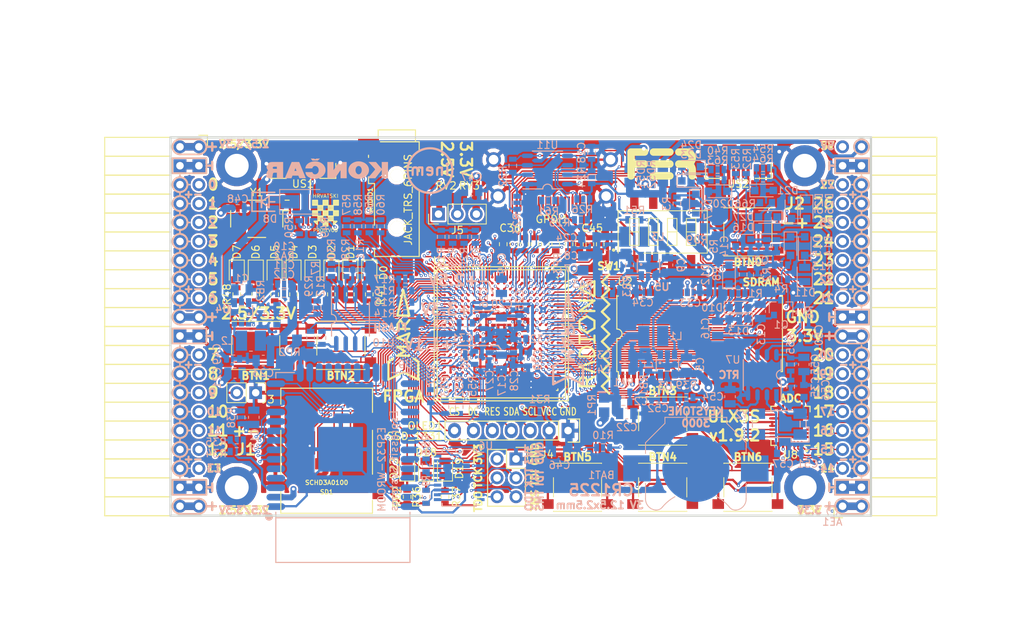
<source format=kicad_pcb>
(kicad_pcb (version 20171130) (host pcbnew 5.0.0-rc2+dfsg1-3)
  (layers (0 F.Cu signal) (1 In1.Cu signal) (2 In2.Cu signal) (31 B.Cu signal) (34 B.Paste user) (35 F.Paste user) (36 B.SilkS user) (37 F.SilkS user) (38 B.Mask user) (39 F.Mask user) (44 Edge.Cuts user))
  (net 0 "")
  (net 1 GND)
  (net 2 +5V)
  (net 3 /gpio/IN5V)
  (net 4 /gpio/OUT5V)
  (net 5 +3V3)
  (net 6 BTN_D)
  (net 7 BTN_F1)
  (net 8 BTN_F2)
  (net 9 BTN_L)
  (net 10 BTN_R)
  (net 11 BTN_U)
  (net 12 /power/FB1)
  (net 13 +2V5)
  (net 14 /power/PWREN)
  (net 15 /power/FB3)
  (net 16 /power/FB2)
  (net 17 /power/VBAT)
  (net 18 JTAG_TDI)
  (net 19 JTAG_TCK)
  (net 20 JTAG_TMS)
  (net 21 JTAG_TDO)
  (net 22 /power/WAKEUPn)
  (net 23 /power/WKUP)
  (net 24 /power/SHUT)
  (net 25 /power/WAKE)
  (net 26 /power/HOLD)
  (net 27 /power/WKn)
  (net 28 /power/OSCI_32k)
  (net 29 /power/OSCO_32k)
  (net 30 SHUTDOWN)
  (net 31 GPDI_SDA)
  (net 32 GPDI_SCL)
  (net 33 /gpdi/VREF2)
  (net 34 SD_CMD)
  (net 35 SD_CLK)
  (net 36 SD_D0)
  (net 37 SD_D1)
  (net 38 USB5V)
  (net 39 GPDI_CEC)
  (net 40 nRESET)
  (net 41 FTDI_nDTR)
  (net 42 SDRAM_CKE)
  (net 43 SDRAM_A7)
  (net 44 SDRAM_D15)
  (net 45 SDRAM_BA1)
  (net 46 SDRAM_D7)
  (net 47 SDRAM_A6)
  (net 48 SDRAM_CLK)
  (net 49 SDRAM_D13)
  (net 50 SDRAM_BA0)
  (net 51 SDRAM_D6)
  (net 52 SDRAM_A5)
  (net 53 SDRAM_D14)
  (net 54 SDRAM_A11)
  (net 55 SDRAM_D12)
  (net 56 SDRAM_D5)
  (net 57 SDRAM_A4)
  (net 58 SDRAM_A10)
  (net 59 SDRAM_D11)
  (net 60 SDRAM_A3)
  (net 61 SDRAM_D4)
  (net 62 SDRAM_D10)
  (net 63 SDRAM_D9)
  (net 64 SDRAM_A9)
  (net 65 SDRAM_D3)
  (net 66 SDRAM_D8)
  (net 67 SDRAM_A8)
  (net 68 SDRAM_A2)
  (net 69 SDRAM_A1)
  (net 70 SDRAM_A0)
  (net 71 SDRAM_D2)
  (net 72 SDRAM_D1)
  (net 73 SDRAM_D0)
  (net 74 SDRAM_DQM0)
  (net 75 SDRAM_nCS)
  (net 76 SDRAM_nRAS)
  (net 77 SDRAM_DQM1)
  (net 78 SDRAM_nCAS)
  (net 79 SDRAM_nWE)
  (net 80 /flash/FLASH_nWP)
  (net 81 /flash/FLASH_nHOLD)
  (net 82 /flash/FLASH_MOSI)
  (net 83 /flash/FLASH_MISO)
  (net 84 /flash/FLASH_SCK)
  (net 85 /flash/FLASH_nCS)
  (net 86 /flash/FPGA_PROGRAMN)
  (net 87 /flash/FPGA_DONE)
  (net 88 /flash/FPGA_INITN)
  (net 89 OLED_RES)
  (net 90 OLED_DC)
  (net 91 OLED_CS)
  (net 92 WIFI_EN)
  (net 93 FTDI_nRTS)
  (net 94 FTDI_TXD)
  (net 95 FTDI_RXD)
  (net 96 WIFI_RXD)
  (net 97 WIFI_GPIO0)
  (net 98 WIFI_TXD)
  (net 99 USB_FTDI_D+)
  (net 100 USB_FTDI_D-)
  (net 101 SD_D3)
  (net 102 AUDIO_L3)
  (net 103 AUDIO_L2)
  (net 104 AUDIO_L1)
  (net 105 AUDIO_L0)
  (net 106 AUDIO_R3)
  (net 107 AUDIO_R2)
  (net 108 AUDIO_R1)
  (net 109 AUDIO_R0)
  (net 110 OLED_CLK)
  (net 111 OLED_MOSI)
  (net 112 LED0)
  (net 113 LED1)
  (net 114 LED2)
  (net 115 LED3)
  (net 116 LED4)
  (net 117 LED5)
  (net 118 LED6)
  (net 119 LED7)
  (net 120 BTN_PWRn)
  (net 121 FTDI_nTXLED)
  (net 122 FTDI_nSLEEP)
  (net 123 /blinkey/LED_PWREN)
  (net 124 /blinkey/LED_TXLED)
  (net 125 /sdcard/SD3V3)
  (net 126 SD_D2)
  (net 127 CLK_25MHz)
  (net 128 /blinkey/BTNPUL)
  (net 129 /blinkey/BTNPUR)
  (net 130 USB_FPGA_D+)
  (net 131 /power/FTDI_nSUSPEND)
  (net 132 /blinkey/ALED0)
  (net 133 /blinkey/ALED1)
  (net 134 /blinkey/ALED2)
  (net 135 /blinkey/ALED3)
  (net 136 /blinkey/ALED4)
  (net 137 /blinkey/ALED5)
  (net 138 /blinkey/ALED6)
  (net 139 /blinkey/ALED7)
  (net 140 /usb/FTD-)
  (net 141 /usb/FTD+)
  (net 142 ADC_MISO)
  (net 143 ADC_MOSI)
  (net 144 ADC_CSn)
  (net 145 ADC_SCLK)
  (net 146 SW3)
  (net 147 SW2)
  (net 148 SW1)
  (net 149 USB_FPGA_D-)
  (net 150 /usb/FPD+)
  (net 151 /usb/FPD-)
  (net 152 WIFI_GPIO16)
  (net 153 /usb/ANT_433MHz)
  (net 154 /power/PWRBTn)
  (net 155 PROG_DONE)
  (net 156 /power/P3V3)
  (net 157 /power/P2V5)
  (net 158 /power/L1)
  (net 159 /power/L3)
  (net 160 /power/L2)
  (net 161 FTDI_TXDEN)
  (net 162 SDRAM_A12)
  (net 163 /analog/AUDIO_V)
  (net 164 AUDIO_V3)
  (net 165 AUDIO_V2)
  (net 166 AUDIO_V1)
  (net 167 AUDIO_V0)
  (net 168 /blinkey/LED_WIFI)
  (net 169 /power/P1V1)
  (net 170 +1V1)
  (net 171 SW4)
  (net 172 /blinkey/SWPU)
  (net 173 /wifi/WIFIEN)
  (net 174 FT2V5)
  (net 175 GN0)
  (net 176 GP0)
  (net 177 GN1)
  (net 178 GP1)
  (net 179 GN2)
  (net 180 GP2)
  (net 181 GN3)
  (net 182 GP3)
  (net 183 GN4)
  (net 184 GP4)
  (net 185 GN5)
  (net 186 GP5)
  (net 187 GN6)
  (net 188 GP6)
  (net 189 GN14)
  (net 190 GP14)
  (net 191 GN15)
  (net 192 GP15)
  (net 193 GN16)
  (net 194 GP16)
  (net 195 GN17)
  (net 196 GP17)
  (net 197 GN18)
  (net 198 GP18)
  (net 199 GN19)
  (net 200 GP19)
  (net 201 GN20)
  (net 202 GP20)
  (net 203 GN21)
  (net 204 GP21)
  (net 205 GN22)
  (net 206 GP22)
  (net 207 GN23)
  (net 208 GP23)
  (net 209 GN24)
  (net 210 GP24)
  (net 211 GN25)
  (net 212 GP25)
  (net 213 GN26)
  (net 214 GP26)
  (net 215 GN27)
  (net 216 GP27)
  (net 217 GN7)
  (net 218 GP7)
  (net 219 GN8)
  (net 220 GP8)
  (net 221 GN9)
  (net 222 GP9)
  (net 223 GN10)
  (net 224 GP10)
  (net 225 GN11)
  (net 226 GP11)
  (net 227 GN12)
  (net 228 GP12)
  (net 229 GN13)
  (net 230 GP13)
  (net 231 WIFI_GPIO5)
  (net 232 WIFI_GPIO17)
  (net 233 USB_FPGA_PULL_D+)
  (net 234 USB_FPGA_PULL_D-)
  (net 235 "Net-(D23-Pad2)")
  (net 236 "Net-(D24-Pad1)")
  (net 237 "Net-(D25-Pad2)")
  (net 238 "Net-(D26-Pad1)")
  (net 239 /gpdi/GPDI_ETH+)
  (net 240 FPDI_ETH+)
  (net 241 /gpdi/GPDI_ETH-)
  (net 242 FPDI_ETH-)
  (net 243 /gpdi/GPDI_D2-)
  (net 244 FPDI_D2-)
  (net 245 /gpdi/GPDI_D1-)
  (net 246 FPDI_D1-)
  (net 247 /gpdi/GPDI_D0-)
  (net 248 FPDI_D0-)
  (net 249 /gpdi/GPDI_CLK-)
  (net 250 FPDI_CLK-)
  (net 251 /gpdi/GPDI_D2+)
  (net 252 FPDI_D2+)
  (net 253 /gpdi/GPDI_D1+)
  (net 254 FPDI_D1+)
  (net 255 /gpdi/GPDI_D0+)
  (net 256 FPDI_D0+)
  (net 257 /gpdi/GPDI_CLK+)
  (net 258 FPDI_CLK+)
  (net 259 FPDI_SDA)
  (net 260 FPDI_SCL)
  (net 261 /gpdi/FPDI_CEC)
  (net 262 2V5_3V3)
  (net 263 "Net-(AUDIO1-Pad5)")
  (net 264 "Net-(AUDIO1-Pad6)")
  (net 265 "Net-(U1-PadA15)")
  (net 266 "Net-(U1-PadC9)")
  (net 267 "Net-(U1-PadD9)")
  (net 268 "Net-(U1-PadD10)")
  (net 269 "Net-(U1-PadD11)")
  (net 270 "Net-(U1-PadD12)")
  (net 271 "Net-(U1-PadE6)")
  (net 272 "Net-(U1-PadE9)")
  (net 273 "Net-(U1-PadE10)")
  (net 274 "Net-(U1-PadE11)")
  (net 275 "Net-(U1-PadJ4)")
  (net 276 "Net-(U1-PadJ5)")
  (net 277 "Net-(U1-PadK5)")
  (net 278 "Net-(U1-PadL5)")
  (net 279 "Net-(U1-PadM4)")
  (net 280 "Net-(U1-PadM5)")
  (net 281 SD_CD)
  (net 282 SD_WP)
  (net 283 "Net-(U1-PadR3)")
  (net 284 "Net-(U1-PadT16)")
  (net 285 "Net-(U1-PadW4)")
  (net 286 "Net-(U1-PadW5)")
  (net 287 "Net-(U1-PadW8)")
  (net 288 "Net-(U1-PadW9)")
  (net 289 "Net-(U1-PadW13)")
  (net 290 "Net-(U1-PadW14)")
  (net 291 "Net-(U1-PadW17)")
  (net 292 "Net-(U1-PadW18)")
  (net 293 FTDI_nRXLED)
  (net 294 "Net-(U8-Pad12)")
  (net 295 "Net-(U8-Pad25)")
  (net 296 "Net-(U9-Pad32)")
  (net 297 "Net-(U9-Pad22)")
  (net 298 "Net-(U9-Pad21)")
  (net 299 "Net-(U9-Pad20)")
  (net 300 "Net-(U9-Pad19)")
  (net 301 "Net-(U9-Pad18)")
  (net 302 "Net-(U9-Pad17)")
  (net 303 "Net-(U9-Pad12)")
  (net 304 "Net-(U9-Pad5)")
  (net 305 "Net-(U9-Pad4)")
  (net 306 "Net-(US1-Pad4)")
  (net 307 "Net-(Y2-Pad3)")
  (net 308 "Net-(Y2-Pad2)")
  (net 309 "Net-(U1-PadK16)")
  (net 310 "Net-(U1-PadK17)")
  (net 311 /usb/US2VBUS)
  (net 312 /power/SHD)
  (net 313 /power/RTCVDD)
  (net 314 "Net-(D27-Pad2)")
  (net 315 US2_ID)
  (net 316 /analog/AUDIO_L)
  (net 317 /analog/AUDIO_R)
  (module Keystone_3000_1x12mm-CoinCell:Keystone_3000_1x12mm-CoinCell (layer B.Cu) (at 164.585 105.87 90)
    (fp_text reference BAT1 (at -0.907 -12.685 180) (layer B.SilkS) (effects (justify mirror)))
    (fp_text value CR1225)
    (pad 1 smd rect (at 0 7.9 180) (size 3.7 3.5) (layers B.Cu B.Paste B.Mask) (net 17 /power/VBAT) (clearance 0.7))
    (pad 1 smd rect (at 0 -7.9 180) (size 3.7 3.5) (layers B.Cu B.Paste B.Mask) (net 17 /power/VBAT) (clearance 0.7))
    (pad 2 smd circle (at 0 0 180) (size 9 9) (layers B.Cu B.Mask) (net 1 GND))
  )
  (module SM8:SM8 (layer B.Cu) (at 144.68 65.8015 90)
    (fp_text reference U11 (at 3.3475 -0.019 -180) (layer B.SilkS) (effects (justify mirror)))
    (fp_text value PCA9306D)
    (pad 1 smd rect (at -1.905 -2.7) (size 1.55 0.6) (layers B.Cu B.Paste B.Mask) (net 1 GND))
    (pad 2 smd oval (at -0.635 -2.7) (size 1.55 0.6) (layers B.Cu B.Paste B.Mask) (net 13 +2V5))
    (pad 3 smd oval (at 0.635 -2.7) (size 1.55 0.6) (layers B.Cu B.Paste B.Mask) (net 260 FPDI_SCL))
    (pad 4 smd oval (at 1.905 -2.7) (size 1.55 0.6) (layers B.Cu B.Paste B.Mask) (net 259 FPDI_SDA))
    (pad 5 smd oval (at 1.905 2.7) (size 1.55 0.6) (layers B.Cu B.Paste B.Mask) (net 31 GPDI_SDA))
    (pad 6 smd oval (at 0.635 2.7) (size 1.55 0.6) (layers B.Cu B.Paste B.Mask) (net 32 GPDI_SCL))
    (pad 7 smd oval (at -0.635 2.7) (size 1.55 0.6) (layers B.Cu B.Paste B.Mask) (net 33 /gpdi/VREF2))
    (pad 8 smd oval (at -1.905 2.7) (size 1.55 0.6) (layers B.Cu B.Paste B.Mask) (net 5 +3V3))
  )
  (module TSOP54:TSOP54 (layer F.Cu) (at 165.093 87.8 90)
    (fp_text reference U2 (at 6.98 -9.993 180) (layer F.SilkS))
    (fp_text value MT48LC16M16A2TG)
    (pad 28 smd rect (at 5.53 10.4 90) (size 0.9 0.56) (layers F.Cu F.Paste F.Mask) (net 1 GND))
    (pad 1 smd rect (at -5.53 -10.4 90) (size 0.9 0.56) (layers F.Cu F.Paste F.Mask) (net 5 +3V3))
    (pad 2 smd rect (at -5.53 -9.6 90) (size 0.9 0.56) (layers F.Cu F.Paste F.Mask) (net 73 SDRAM_D0))
    (pad 3 smd rect (at -5.53 -8.8 90) (size 0.9 0.56) (layers F.Cu F.Paste F.Mask) (net 5 +3V3))
    (pad 4 smd rect (at -5.53 -8 90) (size 0.9 0.56) (layers F.Cu F.Paste F.Mask) (net 72 SDRAM_D1))
    (pad 5 smd rect (at -5.53 -7.2 90) (size 0.9 0.56) (layers F.Cu F.Paste F.Mask) (net 71 SDRAM_D2))
    (pad 6 smd rect (at -5.53 -6.4 90) (size 0.9 0.56) (layers F.Cu F.Paste F.Mask) (net 1 GND))
    (pad 7 smd rect (at -5.53 -5.6 90) (size 0.9 0.56) (layers F.Cu F.Paste F.Mask) (net 65 SDRAM_D3))
    (pad 8 smd rect (at -5.53 -4.8 90) (size 0.9 0.56) (layers F.Cu F.Paste F.Mask) (net 61 SDRAM_D4))
    (pad 9 smd rect (at -5.53 -4 90) (size 0.9 0.56) (layers F.Cu F.Paste F.Mask) (net 5 +3V3))
    (pad 10 smd rect (at -5.53 -3.2 90) (size 0.9 0.56) (layers F.Cu F.Paste F.Mask) (net 56 SDRAM_D5))
    (pad 11 smd rect (at -5.53 -2.4 90) (size 0.9 0.56) (layers F.Cu F.Paste F.Mask) (net 51 SDRAM_D6))
    (pad 12 smd rect (at -5.53 -1.6 90) (size 0.9 0.56) (layers F.Cu F.Paste F.Mask) (net 1 GND))
    (pad 13 smd rect (at -5.53 -0.8 90) (size 0.9 0.56) (layers F.Cu F.Paste F.Mask) (net 46 SDRAM_D7))
    (pad 14 smd rect (at -5.53 0 90) (size 0.9 0.56) (layers F.Cu F.Paste F.Mask) (net 5 +3V3))
    (pad 15 smd rect (at -5.53 0.8 90) (size 0.9 0.56) (layers F.Cu F.Paste F.Mask) (net 74 SDRAM_DQM0))
    (pad 16 smd rect (at -5.53 1.6 90) (size 0.9 0.56) (layers F.Cu F.Paste F.Mask) (net 79 SDRAM_nWE))
    (pad 17 smd rect (at -5.53 2.4 90) (size 0.9 0.56) (layers F.Cu F.Paste F.Mask) (net 78 SDRAM_nCAS))
    (pad 18 smd rect (at -5.53 3.2 90) (size 0.9 0.56) (layers F.Cu F.Paste F.Mask) (net 76 SDRAM_nRAS))
    (pad 19 smd rect (at -5.53 4 90) (size 0.9 0.56) (layers F.Cu F.Paste F.Mask) (net 75 SDRAM_nCS))
    (pad 20 smd rect (at -5.53 4.8 90) (size 0.9 0.56) (layers F.Cu F.Paste F.Mask) (net 50 SDRAM_BA0))
    (pad 21 smd rect (at -5.53 5.6 90) (size 0.9 0.56) (layers F.Cu F.Paste F.Mask) (net 45 SDRAM_BA1))
    (pad 22 smd rect (at -5.53 6.4 90) (size 0.9 0.56) (layers F.Cu F.Paste F.Mask) (net 58 SDRAM_A10))
    (pad 23 smd rect (at -5.53 7.2 90) (size 0.9 0.56) (layers F.Cu F.Paste F.Mask) (net 70 SDRAM_A0))
    (pad 24 smd rect (at -5.53 8 90) (size 0.9 0.56) (layers F.Cu F.Paste F.Mask) (net 69 SDRAM_A1))
    (pad 25 smd rect (at -5.53 8.8 90) (size 0.9 0.56) (layers F.Cu F.Paste F.Mask) (net 68 SDRAM_A2))
    (pad 26 smd rect (at -5.53 9.6 90) (size 0.9 0.56) (layers F.Cu F.Paste F.Mask) (net 60 SDRAM_A3))
    (pad 27 smd rect (at -5.53 10.4 90) (size 0.9 0.56) (layers F.Cu F.Paste F.Mask) (net 5 +3V3))
    (pad 29 smd rect (at 5.53 9.6 90) (size 0.9 0.56) (layers F.Cu F.Paste F.Mask) (net 57 SDRAM_A4))
    (pad 30 smd rect (at 5.53 8.8 90) (size 0.9 0.56) (layers F.Cu F.Paste F.Mask) (net 52 SDRAM_A5))
    (pad 31 smd rect (at 5.53 8 90) (size 0.9 0.56) (layers F.Cu F.Paste F.Mask) (net 47 SDRAM_A6))
    (pad 32 smd rect (at 5.53 7.2 90) (size 0.9 0.56) (layers F.Cu F.Paste F.Mask) (net 43 SDRAM_A7))
    (pad 33 smd rect (at 5.53 6.4 90) (size 0.9 0.56) (layers F.Cu F.Paste F.Mask) (net 67 SDRAM_A8))
    (pad 34 smd rect (at 5.53 5.6 90) (size 0.9 0.56) (layers F.Cu F.Paste F.Mask) (net 64 SDRAM_A9))
    (pad 35 smd rect (at 5.53 4.8 90) (size 0.9 0.56) (layers F.Cu F.Paste F.Mask) (net 54 SDRAM_A11))
    (pad 36 smd rect (at 5.53 4 90) (size 0.9 0.56) (layers F.Cu F.Paste F.Mask) (net 162 SDRAM_A12))
    (pad 37 smd rect (at 5.53 3.2 90) (size 0.9 0.56) (layers F.Cu F.Paste F.Mask) (net 42 SDRAM_CKE))
    (pad 38 smd rect (at 5.53 2.4 90) (size 0.9 0.56) (layers F.Cu F.Paste F.Mask) (net 48 SDRAM_CLK))
    (pad 39 smd rect (at 5.53 1.6 90) (size 0.9 0.56) (layers F.Cu F.Paste F.Mask) (net 77 SDRAM_DQM1))
    (pad 40 smd rect (at 5.53 0.8 90) (size 0.9 0.56) (layers F.Cu F.Paste F.Mask))
    (pad 41 smd rect (at 5.53 0 90) (size 0.9 0.56) (layers F.Cu F.Paste F.Mask) (net 1 GND))
    (pad 42 smd rect (at 5.53 -0.8 90) (size 0.9 0.56) (layers F.Cu F.Paste F.Mask) (net 66 SDRAM_D8))
    (pad 43 smd rect (at 5.53 -1.6 90) (size 0.9 0.56) (layers F.Cu F.Paste F.Mask) (net 5 +3V3))
    (pad 44 smd rect (at 5.53 -2.4 90) (size 0.9 0.56) (layers F.Cu F.Paste F.Mask) (net 63 SDRAM_D9))
    (pad 45 smd rect (at 5.53 -3.2 90) (size 0.9 0.56) (layers F.Cu F.Paste F.Mask) (net 62 SDRAM_D10))
    (pad 46 smd rect (at 5.53 -4 90) (size 0.9 0.56) (layers F.Cu F.Paste F.Mask) (net 1 GND))
    (pad 47 smd rect (at 5.53 -4.8 90) (size 0.9 0.56) (layers F.Cu F.Paste F.Mask) (net 59 SDRAM_D11))
    (pad 48 smd rect (at 5.53 -5.6 90) (size 0.9 0.56) (layers F.Cu F.Paste F.Mask) (net 55 SDRAM_D12))
    (pad 49 smd rect (at 5.53 -6.4 90) (size 0.9 0.56) (layers F.Cu F.Paste F.Mask) (net 5 +3V3))
    (pad 50 smd rect (at 5.53 -7.2 90) (size 0.9 0.56) (layers F.Cu F.Paste F.Mask) (net 49 SDRAM_D13))
    (pad 51 smd rect (at 5.53 -8 90) (size 0.9 0.56) (layers F.Cu F.Paste F.Mask) (net 53 SDRAM_D14))
    (pad 52 smd rect (at 5.53 -8.8 90) (size 0.9 0.56) (layers F.Cu F.Paste F.Mask) (net 1 GND))
    (pad 53 smd rect (at 5.53 -9.6 90) (size 0.9 0.56) (layers F.Cu F.Paste F.Mask) (net 44 SDRAM_D15))
    (pad 54 smd rect (at 5.53 -10.4 90) (size 0.9 0.56) (layers F.Cu F.Paste F.Mask) (net 1 GND))
  )
  (module SOA008-150mil:SOA008-150-208mil (layer B.Cu) (at 118.245 85.822 270)
    (fp_text reference U10 (at 3.175 -4.445) (layer B.SilkS) (effects (justify mirror)))
    (fp_text value IS25LP128F-JBLE)
    (pad 1 smd rect (at -3.302 1.905 270) (size 2.1 0.6) (layers B.Cu B.Paste B.Mask) (net 85 /flash/FLASH_nCS))
    (pad 2 smd oval (at -3.302 0.635 270) (size 2.1 0.6) (layers B.Cu B.Paste B.Mask) (net 83 /flash/FLASH_MISO))
    (pad 3 smd oval (at -3.302 -0.635 270) (size 2.1 0.6) (layers B.Cu B.Paste B.Mask) (net 80 /flash/FLASH_nWP))
    (pad 4 smd oval (at -3.302 -1.905 270) (size 2.1 0.6) (layers B.Cu B.Paste B.Mask) (net 1 GND))
    (pad 5 smd oval (at 3.302 -1.905 270) (size 2.1 0.6) (layers B.Cu B.Paste B.Mask) (net 82 /flash/FLASH_MOSI))
    (pad 6 smd oval (at 3.302 -0.635 270) (size 2.1 0.6) (layers B.Cu B.Paste B.Mask) (net 84 /flash/FLASH_SCK))
    (pad 7 smd oval (at 3.302 0.635 270) (size 2.1 0.6) (layers B.Cu B.Paste B.Mask) (net 81 /flash/FLASH_nHOLD))
    (pad 8 smd oval (at 3.302 1.905 270) (size 2.1 0.6) (layers B.Cu B.Paste B.Mask) (net 5 +3V3))
  )
  (module SOT96-1:SOT96-1 (layer B.Cu) (at 173.49 93.315 90)
    (fp_text reference U7 (at 2.032 -3.937 180) (layer B.SilkS) (effects (justify mirror)))
    (fp_text value PCF8523)
    (pad 1 smd rect (at -2.7 1.905 90) (size 1.55 0.6) (layers B.Cu B.Paste B.Mask) (net 28 /power/OSCI_32k))
    (pad 2 smd oval (at -2.7 0.635 90) (size 1.55 0.6) (layers B.Cu B.Paste B.Mask) (net 29 /power/OSCO_32k))
    (pad 3 smd oval (at -2.7 -0.635 90) (size 1.55 0.6) (layers B.Cu B.Paste B.Mask) (net 17 /power/VBAT))
    (pad 4 smd oval (at -2.7 -1.905 90) (size 1.55 0.6) (layers B.Cu B.Paste B.Mask) (net 1 GND))
    (pad 5 smd oval (at 2.7 -1.905 90) (size 1.55 0.6) (layers B.Cu B.Paste B.Mask) (net 259 FPDI_SDA))
    (pad 6 smd oval (at 2.7 -0.635 90) (size 1.55 0.6) (layers B.Cu B.Paste B.Mask) (net 260 FPDI_SCL))
    (pad 7 smd oval (at 2.7 0.635 90) (size 1.55 0.6) (layers B.Cu B.Paste B.Mask) (net 22 /power/WAKEUPn))
    (pad 8 smd oval (at 2.7 1.905 90) (size 1.55 0.6) (layers B.Cu B.Paste B.Mask) (net 313 /power/RTCVDD))
  )
  (module ft231x:FT231X-SSOP-20_4.4x6.5mm_Pitch0.65mm (layer B.Cu) (at 132.835 107.14 180)
    (fp_text reference U6 (at -3.556 4.318 180) (layer B.SilkS) (effects (justify mirror)))
    (fp_text value FT231XS)
    (pad 20 smd rect (at 2.9 2.925 180) (size 1 0.4) (layers B.Cu B.Paste B.Mask) (net 94 FTDI_TXD))
    (pad 19 smd rect (at 2.9 2.275 180) (size 1 0.4) (layers B.Cu B.Paste B.Mask) (net 122 FTDI_nSLEEP))
    (pad 18 smd rect (at 2.9 1.625 180) (size 1 0.4) (layers B.Cu B.Paste B.Mask) (net 161 FTDI_TXDEN))
    (pad 17 smd rect (at 2.9 0.975 180) (size 1 0.4) (layers B.Cu B.Paste B.Mask) (net 293 FTDI_nRXLED))
    (pad 16 smd rect (at 2.9 0.325 180) (size 1 0.4) (layers B.Cu B.Paste B.Mask) (net 1 GND))
    (pad 15 smd rect (at 2.9 -0.325 180) (size 1 0.4) (layers B.Cu B.Paste B.Mask) (net 38 USB5V))
    (pad 14 smd rect (at 2.9 -0.975 180) (size 1 0.4) (layers B.Cu B.Paste B.Mask) (net 40 nRESET))
    (pad 13 smd rect (at 2.9 -1.625 180) (size 1 0.4) (layers B.Cu B.Paste B.Mask) (net 174 FT2V5))
    (pad 12 smd rect (at 2.9 -2.275 180) (size 1 0.4) (layers B.Cu B.Paste B.Mask) (net 100 USB_FTDI_D-))
    (pad 11 smd rect (at 2.9 -2.925 180) (size 1 0.4) (layers B.Cu B.Paste B.Mask) (net 99 USB_FTDI_D+))
    (pad 10 smd rect (at -2.9 -2.925 180) (size 1 0.4) (layers B.Cu B.Paste B.Mask) (net 121 FTDI_nTXLED))
    (pad 9 smd rect (at -2.9 -2.275 180) (size 1 0.4) (layers B.Cu B.Paste B.Mask) (net 21 JTAG_TDO))
    (pad 8 smd rect (at -2.9 -1.625 180) (size 1 0.4) (layers B.Cu B.Paste B.Mask) (net 20 JTAG_TMS))
    (pad 7 smd rect (at -2.9 -0.975 180) (size 1 0.4) (layers B.Cu B.Paste B.Mask) (net 19 JTAG_TCK))
    (pad 6 smd rect (at -2.9 -0.325 180) (size 1 0.4) (layers B.Cu B.Paste B.Mask) (net 1 GND))
    (pad 5 smd rect (at -2.9 0.325 180) (size 1 0.4) (layers B.Cu B.Paste B.Mask) (net 18 JTAG_TDI))
    (pad 4 smd rect (at -2.9 0.975 180) (size 1 0.4) (layers B.Cu B.Paste B.Mask) (net 95 FTDI_RXD))
    (pad 3 smd rect (at -2.9 1.625 180) (size 1 0.4) (layers B.Cu B.Paste B.Mask) (net 174 FT2V5))
    (pad 2 smd rect (at -2.9 2.275 180) (size 1 0.4) (layers B.Cu B.Paste B.Mask) (net 93 FTDI_nRTS))
    (pad 1 smd rect (at -2.9 2.925 180) (size 1 0.4) (layers B.Cu B.Paste B.Mask) (net 41 FTDI_nDTR))
  )
  (module TSOT-25:TSOT-25 (layer B.Cu) (at 158.235 78.692)
    (fp_text reference U5 (at 1.793 2.812) (layer B.SilkS) (effects (font (thickness 0.2)) (justify mirror)))
    (fp_text value TLV62569DBV)
    (pad 1 smd rect (at -0.95 -1.3) (size 0.7 1.2) (layers B.Cu B.Paste B.Mask) (net 14 /power/PWREN))
    (pad 2 smd rect (at 0 -1.3) (size 0.7 1.2) (layers B.Cu B.Paste B.Mask) (net 1 GND))
    (pad 3 smd rect (at 0.95 -1.3) (size 0.7 1.2) (layers B.Cu B.Paste B.Mask) (net 159 /power/L3))
    (pad 4 smd rect (at 0.95 1.3) (size 0.7 1.2) (layers B.Cu B.Paste B.Mask) (net 2 +5V))
    (pad 5 smd rect (at -0.95 1.3) (size 0.7 1.2) (layers B.Cu B.Paste B.Mask) (net 15 /power/FB3))
  )
  (module TSOT-25:TSOT-25 (layer B.Cu) (at 160.775 91.9)
    (fp_text reference U3 (at -0.295 2.9) (layer B.SilkS) (effects (font (thickness 0.2)) (justify mirror)))
    (fp_text value TLV62569DBV)
    (pad 1 smd rect (at -0.95 -1.3) (size 0.7 1.2) (layers B.Cu B.Paste B.Mask) (net 14 /power/PWREN))
    (pad 2 smd rect (at 0 -1.3) (size 0.7 1.2) (layers B.Cu B.Paste B.Mask) (net 1 GND))
    (pad 3 smd rect (at 0.95 -1.3) (size 0.7 1.2) (layers B.Cu B.Paste B.Mask) (net 158 /power/L1))
    (pad 4 smd rect (at 0.95 1.3) (size 0.7 1.2) (layers B.Cu B.Paste B.Mask) (net 2 +5V))
    (pad 5 smd rect (at -0.95 1.3) (size 0.7 1.2) (layers B.Cu B.Paste B.Mask) (net 12 /power/FB1))
  )
  (module TSOT-25:TSOT-25 (layer B.Cu) (at 103.625 84.915 180)
    (fp_text reference U4 (at 2.525 0.4265 180) (layer B.SilkS) (effects (font (thickness 0.2)) (justify mirror)))
    (fp_text value TLV62569DBV)
    (pad 1 smd rect (at -0.95 -1.3 180) (size 0.7 1.2) (layers B.Cu B.Paste B.Mask) (net 14 /power/PWREN))
    (pad 2 smd rect (at 0 -1.3 180) (size 0.7 1.2) (layers B.Cu B.Paste B.Mask) (net 1 GND))
    (pad 3 smd rect (at 0.95 -1.3 180) (size 0.7 1.2) (layers B.Cu B.Paste B.Mask) (net 160 /power/L2))
    (pad 4 smd rect (at 0.95 1.3 180) (size 0.7 1.2) (layers B.Cu B.Paste B.Mask) (net 2 +5V))
    (pad 5 smd rect (at -0.95 1.3 180) (size 0.7 1.2) (layers B.Cu B.Paste B.Mask) (net 16 /power/FB2))
  )
  (module ESP32:ESP32-WROOM (layer B.Cu) (at 117.23 105.75 180)
    (fp_text reference U9 (at -8.366 13.85 180) (layer B.SilkS) (effects (justify mirror)))
    (fp_text value ESP-WROOM32)
    (fp_text user "Espressif Systems" (at -6.858 0.889 90) (layer B.SilkS) (effects (justify mirror)))
    (fp_text user ESP32-WROOM (at -5.207 -0.254 90) (layer B.SilkS) (effects (justify mirror)))
    (pad 38 smd oval (at -9 -5.25 180) (size 2.5 0.9) (layers B.Cu B.Paste B.Mask) (net 1 GND))
    (pad 37 smd oval (at -9 -3.98 180) (size 2.5 0.9) (layers B.Cu B.Paste B.Mask) (net 18 JTAG_TDI))
    (pad 36 smd oval (at -9 -2.71 180) (size 2.5 0.9) (layers B.Cu B.Paste B.Mask) (net 155 PROG_DONE))
    (pad 35 smd oval (at -9 -1.44 180) (size 2.5 0.9) (layers B.Cu B.Paste B.Mask) (net 98 WIFI_TXD))
    (pad 34 smd oval (at -9 -0.17 180) (size 2.5 0.9) (layers B.Cu B.Paste B.Mask) (net 96 WIFI_RXD))
    (pad 33 smd oval (at -9 1.1 180) (size 2.5 0.9) (layers B.Cu B.Paste B.Mask) (net 20 JTAG_TMS))
    (pad 32 smd oval (at -9 2.37 180) (size 2.5 0.9) (layers B.Cu B.Paste B.Mask) (net 296 "Net-(U9-Pad32)"))
    (pad 31 smd oval (at -9 3.64 180) (size 2.5 0.9) (layers B.Cu B.Paste B.Mask) (net 21 JTAG_TDO))
    (pad 30 smd oval (at -9 4.91 180) (size 2.5 0.9) (layers B.Cu B.Paste B.Mask) (net 19 JTAG_TCK))
    (pad 29 smd oval (at -9 6.18 180) (size 2.5 0.9) (layers B.Cu B.Paste B.Mask) (net 231 WIFI_GPIO5))
    (pad 28 smd oval (at -9 7.45 180) (size 2.5 0.9) (layers B.Cu B.Paste B.Mask) (net 232 WIFI_GPIO17))
    (pad 27 smd oval (at -9 8.72 180) (size 2.5 0.9) (layers B.Cu B.Paste B.Mask) (net 152 WIFI_GPIO16))
    (pad 26 smd oval (at -9 9.99 180) (size 2.5 0.9) (layers B.Cu B.Paste B.Mask) (net 37 SD_D1))
    (pad 25 smd oval (at -9 11.26 180) (size 2.5 0.9) (layers B.Cu B.Paste B.Mask) (net 97 WIFI_GPIO0))
    (pad 24 smd oval (at -5.715 12.75 180) (size 0.9 2.5) (layers B.Cu B.Paste B.Mask) (net 36 SD_D0))
    (pad 23 smd oval (at -4.445 12.75 180) (size 0.9 2.5) (layers B.Cu B.Paste B.Mask) (net 34 SD_CMD))
    (pad 22 smd oval (at -3.175 12.75 180) (size 0.9 2.5) (layers B.Cu B.Paste B.Mask) (net 297 "Net-(U9-Pad22)"))
    (pad 21 smd oval (at -1.905 12.75 180) (size 0.9 2.5) (layers B.Cu B.Paste B.Mask) (net 298 "Net-(U9-Pad21)"))
    (pad 20 smd oval (at -0.635 12.75 180) (size 0.9 2.5) (layers B.Cu B.Paste B.Mask) (net 299 "Net-(U9-Pad20)"))
    (pad 19 smd oval (at 0.635 12.75 180) (size 0.9 2.5) (layers B.Cu B.Paste B.Mask) (net 300 "Net-(U9-Pad19)"))
    (pad 18 smd oval (at 1.905 12.75 180) (size 0.9 2.5) (layers B.Cu B.Paste B.Mask) (net 301 "Net-(U9-Pad18)"))
    (pad 17 smd oval (at 3.175 12.75 180) (size 0.9 2.5) (layers B.Cu B.Paste B.Mask) (net 302 "Net-(U9-Pad17)"))
    (pad 16 smd oval (at 4.445 12.75 180) (size 0.9 2.5) (layers B.Cu B.Paste B.Mask) (net 101 SD_D3))
    (pad 15 smd oval (at 5.715 12.75 180) (size 0.9 2.5) (layers B.Cu B.Paste B.Mask) (net 1 GND))
    (pad 14 smd oval (at 9 11.26 180) (size 2.5 0.9) (layers B.Cu B.Paste B.Mask) (net 126 SD_D2))
    (pad 13 smd oval (at 9 9.99 180) (size 2.5 0.9) (layers B.Cu B.Paste B.Mask) (net 35 SD_CLK))
    (pad 12 smd oval (at 9 8.72 180) (size 2.5 0.9) (layers B.Cu B.Paste B.Mask) (net 303 "Net-(U9-Pad12)"))
    (pad 11 smd oval (at 9 7.45 180) (size 2.5 0.9) (layers B.Cu B.Paste B.Mask) (net 225 GN11))
    (pad 10 smd oval (at 9 6.18 180) (size 2.5 0.9) (layers B.Cu B.Paste B.Mask) (net 226 GP11))
    (pad 9 smd oval (at 9 4.91 180) (size 2.5 0.9) (layers B.Cu B.Paste B.Mask) (net 227 GN12))
    (pad 8 smd oval (at 9 3.64 180) (size 2.5 0.9) (layers B.Cu B.Paste B.Mask) (net 228 GP12))
    (pad 7 smd oval (at 9 2.37 180) (size 2.5 0.9) (layers B.Cu B.Paste B.Mask) (net 229 GN13))
    (pad 6 smd oval (at 9 1.1 180) (size 2.5 0.9) (layers B.Cu B.Paste B.Mask) (net 230 GP13))
    (pad 5 smd oval (at 9 -0.17 180) (size 2.5 0.9) (layers B.Cu B.Paste B.Mask) (net 304 "Net-(U9-Pad5)"))
    (pad 4 smd oval (at 9 -1.44 180) (size 2.5 0.9) (layers B.Cu B.Paste B.Mask) (net 305 "Net-(U9-Pad4)"))
    (pad 3 smd oval (at 9 -2.71 180) (size 2.5 0.9) (layers B.Cu B.Paste B.Mask) (net 173 /wifi/WIFIEN))
    (pad 2 smd oval (at 9 -3.98 180) (size 2.5 0.9) (layers B.Cu B.Paste B.Mask) (net 5 +3V3))
    (pad 1 smd oval (at 9 -5.25 180) (size 2.5 0.9) (layers B.Cu B.Paste B.Mask) (net 1 GND))
    (pad 39 smd rect (at 0.3 2.45 180) (size 6 6) (layers B.Cu B.Paste B.Mask) (net 1 GND))
  )
  (module inem:inem (layer B.Cu) (at 128.913 65.883)
    (fp_text reference REF** hide)
    (fp_text value inem hide)
    (fp_text user inem (at 0 -0.1) (layer B.SilkS) (effects (font (size 1.5 1.5) (thickness 0.3)) (justify mirror)))
  )
  (module fer:fer4mm6 (layer F.Cu) (at 159.901 64.994)
    (fp_text reference fer hide)
    (fp_text value fer hide)
  )
  (module Socket_Strips:Socket_Strip_Angled_2x20 (layer F.Cu) (at 97.91 62.69 270)
    (fp_text reference J1 (at 40.64 -6.35) (layer F.SilkS) (effects (font (size 1.5 1.5) (thickness 0.3))))
    (fp_text value CONN_02X20 hide)
    (pad 1 thru_hole oval (at 0 0 270) (size 1.7272 1.7272) (drill 1.016) (layers *.Cu *.Mask) (net 262 2V5_3V3))
    (pad 2 thru_hole oval (at 0 2.54 270) (size 1.7272 1.7272) (drill 1.016) (layers *.Cu *.Mask) (net 262 2V5_3V3))
    (pad 3 thru_hole rect (at 2.54 0 270) (size 1.7272 1.7272) (drill 1.016) (layers *.Cu *.Mask) (net 1 GND))
    (pad 4 thru_hole rect (at 2.54 2.54 270) (size 1.7272 1.7272) (drill 1.016) (layers *.Cu *.Mask) (net 1 GND))
    (pad 5 thru_hole oval (at 5.08 0 270) (size 1.7272 1.7272) (drill 1.016) (layers *.Cu *.Mask) (net 175 GN0))
    (pad 6 thru_hole oval (at 5.08 2.54 270) (size 1.7272 1.7272) (drill 1.016) (layers *.Cu *.Mask) (net 176 GP0))
    (pad 7 thru_hole oval (at 7.62 0 270) (size 1.7272 1.7272) (drill 1.016) (layers *.Cu *.Mask) (net 177 GN1))
    (pad 8 thru_hole oval (at 7.62 2.54 270) (size 1.7272 1.7272) (drill 1.016) (layers *.Cu *.Mask) (net 178 GP1))
    (pad 9 thru_hole oval (at 10.16 0 270) (size 1.7272 1.7272) (drill 1.016) (layers *.Cu *.Mask) (net 179 GN2))
    (pad 10 thru_hole oval (at 10.16 2.54 270) (size 1.7272 1.7272) (drill 1.016) (layers *.Cu *.Mask) (net 180 GP2))
    (pad 11 thru_hole oval (at 12.7 0 270) (size 1.7272 1.7272) (drill 1.016) (layers *.Cu *.Mask) (net 181 GN3))
    (pad 12 thru_hole oval (at 12.7 2.54 270) (size 1.7272 1.7272) (drill 1.016) (layers *.Cu *.Mask) (net 182 GP3))
    (pad 13 thru_hole oval (at 15.24 0 270) (size 1.7272 1.7272) (drill 1.016) (layers *.Cu *.Mask) (net 183 GN4))
    (pad 14 thru_hole oval (at 15.24 2.54 270) (size 1.7272 1.7272) (drill 1.016) (layers *.Cu *.Mask) (net 184 GP4))
    (pad 15 thru_hole oval (at 17.78 0 270) (size 1.7272 1.7272) (drill 1.016) (layers *.Cu *.Mask) (net 185 GN5))
    (pad 16 thru_hole oval (at 17.78 2.54 270) (size 1.7272 1.7272) (drill 1.016) (layers *.Cu *.Mask) (net 186 GP5))
    (pad 17 thru_hole oval (at 20.32 0 270) (size 1.7272 1.7272) (drill 1.016) (layers *.Cu *.Mask) (net 187 GN6))
    (pad 18 thru_hole oval (at 20.32 2.54 270) (size 1.7272 1.7272) (drill 1.016) (layers *.Cu *.Mask) (net 188 GP6))
    (pad 19 thru_hole oval (at 22.86 0 270) (size 1.7272 1.7272) (drill 1.016) (layers *.Cu *.Mask) (net 262 2V5_3V3))
    (pad 20 thru_hole oval (at 22.86 2.54 270) (size 1.7272 1.7272) (drill 1.016) (layers *.Cu *.Mask) (net 262 2V5_3V3))
    (pad 21 thru_hole rect (at 25.4 0 270) (size 1.7272 1.7272) (drill 1.016) (layers *.Cu *.Mask) (net 1 GND))
    (pad 22 thru_hole rect (at 25.4 2.54 270) (size 1.7272 1.7272) (drill 1.016) (layers *.Cu *.Mask) (net 1 GND))
    (pad 23 thru_hole oval (at 27.94 0 270) (size 1.7272 1.7272) (drill 1.016) (layers *.Cu *.Mask) (net 217 GN7))
    (pad 24 thru_hole oval (at 27.94 2.54 270) (size 1.7272 1.7272) (drill 1.016) (layers *.Cu *.Mask) (net 218 GP7))
    (pad 25 thru_hole oval (at 30.48 0 270) (size 1.7272 1.7272) (drill 1.016) (layers *.Cu *.Mask) (net 219 GN8))
    (pad 26 thru_hole oval (at 30.48 2.54 270) (size 1.7272 1.7272) (drill 1.016) (layers *.Cu *.Mask) (net 220 GP8))
    (pad 27 thru_hole oval (at 33.02 0 270) (size 1.7272 1.7272) (drill 1.016) (layers *.Cu *.Mask) (net 221 GN9))
    (pad 28 thru_hole oval (at 33.02 2.54 270) (size 1.7272 1.7272) (drill 1.016) (layers *.Cu *.Mask) (net 222 GP9))
    (pad 29 thru_hole oval (at 35.56 0 270) (size 1.7272 1.7272) (drill 1.016) (layers *.Cu *.Mask) (net 223 GN10))
    (pad 30 thru_hole oval (at 35.56 2.54 270) (size 1.7272 1.7272) (drill 1.016) (layers *.Cu *.Mask) (net 224 GP10))
    (pad 31 thru_hole oval (at 38.1 0 270) (size 1.7272 1.7272) (drill 1.016) (layers *.Cu *.Mask) (net 225 GN11))
    (pad 32 thru_hole oval (at 38.1 2.54 270) (size 1.7272 1.7272) (drill 1.016) (layers *.Cu *.Mask) (net 226 GP11))
    (pad 33 thru_hole oval (at 40.64 0 270) (size 1.7272 1.7272) (drill 1.016) (layers *.Cu *.Mask) (net 227 GN12))
    (pad 34 thru_hole oval (at 40.64 2.54 270) (size 1.7272 1.7272) (drill 1.016) (layers *.Cu *.Mask) (net 228 GP12))
    (pad 35 thru_hole oval (at 43.18 0 270) (size 1.7272 1.7272) (drill 1.016) (layers *.Cu *.Mask) (net 229 GN13))
    (pad 36 thru_hole oval (at 43.18 2.54 270) (size 1.7272 1.7272) (drill 1.016) (layers *.Cu *.Mask) (net 230 GP13))
    (pad 37 thru_hole rect (at 45.72 0 270) (size 1.7272 1.7272) (drill 1.016) (layers *.Cu *.Mask) (net 1 GND))
    (pad 38 thru_hole rect (at 45.72 2.54 270) (size 1.7272 1.7272) (drill 1.016) (layers *.Cu *.Mask) (net 1 GND))
    (pad 39 thru_hole oval (at 48.26 0 270) (size 1.7272 1.7272) (drill 1.016) (layers *.Cu *.Mask) (net 262 2V5_3V3))
    (pad 40 thru_hole oval (at 48.26 2.54 270) (size 1.7272 1.7272) (drill 1.016) (layers *.Cu *.Mask) (net 262 2V5_3V3))
  )
  (module Socket_Strips:Socket_Strip_Angled_2x20 (layer F.Cu) (at 184.27 110.95 90)
    (fp_text reference J2 (at 40.64 -6.35 180) (layer F.SilkS) (effects (font (size 1.5 1.5) (thickness 0.3))))
    (fp_text value CONN_02X20 hide)
    (pad 1 thru_hole oval (at 0 0 90) (size 1.7272 1.7272) (drill 1.016) (layers *.Cu *.Mask) (net 5 +3V3))
    (pad 2 thru_hole oval (at 0 2.54 90) (size 1.7272 1.7272) (drill 1.016) (layers *.Cu *.Mask) (net 5 +3V3))
    (pad 3 thru_hole rect (at 2.54 0 90) (size 1.7272 1.7272) (drill 1.016) (layers *.Cu *.Mask) (net 1 GND))
    (pad 4 thru_hole rect (at 2.54 2.54 90) (size 1.7272 1.7272) (drill 1.016) (layers *.Cu *.Mask) (net 1 GND))
    (pad 5 thru_hole oval (at 5.08 0 90) (size 1.7272 1.7272) (drill 1.016) (layers *.Cu *.Mask) (net 189 GN14))
    (pad 6 thru_hole oval (at 5.08 2.54 90) (size 1.7272 1.7272) (drill 1.016) (layers *.Cu *.Mask) (net 190 GP14))
    (pad 7 thru_hole oval (at 7.62 0 90) (size 1.7272 1.7272) (drill 1.016) (layers *.Cu *.Mask) (net 191 GN15))
    (pad 8 thru_hole oval (at 7.62 2.54 90) (size 1.7272 1.7272) (drill 1.016) (layers *.Cu *.Mask) (net 192 GP15))
    (pad 9 thru_hole oval (at 10.16 0 90) (size 1.7272 1.7272) (drill 1.016) (layers *.Cu *.Mask) (net 193 GN16))
    (pad 10 thru_hole oval (at 10.16 2.54 90) (size 1.7272 1.7272) (drill 1.016) (layers *.Cu *.Mask) (net 194 GP16))
    (pad 11 thru_hole oval (at 12.7 0 90) (size 1.7272 1.7272) (drill 1.016) (layers *.Cu *.Mask) (net 195 GN17))
    (pad 12 thru_hole oval (at 12.7 2.54 90) (size 1.7272 1.7272) (drill 1.016) (layers *.Cu *.Mask) (net 196 GP17))
    (pad 13 thru_hole oval (at 15.24 0 90) (size 1.7272 1.7272) (drill 1.016) (layers *.Cu *.Mask) (net 197 GN18))
    (pad 14 thru_hole oval (at 15.24 2.54 90) (size 1.7272 1.7272) (drill 1.016) (layers *.Cu *.Mask) (net 198 GP18))
    (pad 15 thru_hole oval (at 17.78 0 90) (size 1.7272 1.7272) (drill 1.016) (layers *.Cu *.Mask) (net 199 GN19))
    (pad 16 thru_hole oval (at 17.78 2.54 90) (size 1.7272 1.7272) (drill 1.016) (layers *.Cu *.Mask) (net 200 GP19))
    (pad 17 thru_hole oval (at 20.32 0 90) (size 1.7272 1.7272) (drill 1.016) (layers *.Cu *.Mask) (net 201 GN20))
    (pad 18 thru_hole oval (at 20.32 2.54 90) (size 1.7272 1.7272) (drill 1.016) (layers *.Cu *.Mask) (net 202 GP20))
    (pad 19 thru_hole oval (at 22.86 0 90) (size 1.7272 1.7272) (drill 1.016) (layers *.Cu *.Mask) (net 5 +3V3))
    (pad 20 thru_hole oval (at 22.86 2.54 90) (size 1.7272 1.7272) (drill 1.016) (layers *.Cu *.Mask) (net 5 +3V3))
    (pad 21 thru_hole rect (at 25.4 0 90) (size 1.7272 1.7272) (drill 1.016) (layers *.Cu *.Mask) (net 1 GND))
    (pad 22 thru_hole rect (at 25.4 2.54 90) (size 1.7272 1.7272) (drill 1.016) (layers *.Cu *.Mask) (net 1 GND))
    (pad 23 thru_hole oval (at 27.94 0 90) (size 1.7272 1.7272) (drill 1.016) (layers *.Cu *.Mask) (net 203 GN21))
    (pad 24 thru_hole oval (at 27.94 2.54 90) (size 1.7272 1.7272) (drill 1.016) (layers *.Cu *.Mask) (net 204 GP21))
    (pad 25 thru_hole oval (at 30.48 0 90) (size 1.7272 1.7272) (drill 1.016) (layers *.Cu *.Mask) (net 205 GN22))
    (pad 26 thru_hole oval (at 30.48 2.54 90) (size 1.7272 1.7272) (drill 1.016) (layers *.Cu *.Mask) (net 206 GP22))
    (pad 27 thru_hole oval (at 33.02 0 90) (size 1.7272 1.7272) (drill 1.016) (layers *.Cu *.Mask) (net 207 GN23))
    (pad 28 thru_hole oval (at 33.02 2.54 90) (size 1.7272 1.7272) (drill 1.016) (layers *.Cu *.Mask) (net 208 GP23))
    (pad 29 thru_hole oval (at 35.56 0 90) (size 1.7272 1.7272) (drill 1.016) (layers *.Cu *.Mask) (net 209 GN24))
    (pad 30 thru_hole oval (at 35.56 2.54 90) (size 1.7272 1.7272) (drill 1.016) (layers *.Cu *.Mask) (net 210 GP24))
    (pad 31 thru_hole oval (at 38.1 0 90) (size 1.7272 1.7272) (drill 1.016) (layers *.Cu *.Mask) (net 211 GN25))
    (pad 32 thru_hole oval (at 38.1 2.54 90) (size 1.7272 1.7272) (drill 1.016) (layers *.Cu *.Mask) (net 212 GP25))
    (pad 33 thru_hole oval (at 40.64 0 90) (size 1.7272 1.7272) (drill 1.016) (layers *.Cu *.Mask) (net 213 GN26))
    (pad 34 thru_hole oval (at 40.64 2.54 90) (size 1.7272 1.7272) (drill 1.016) (layers *.Cu *.Mask) (net 214 GP26))
    (pad 35 thru_hole oval (at 43.18 0 90) (size 1.7272 1.7272) (drill 1.016) (layers *.Cu *.Mask) (net 215 GN27))
    (pad 36 thru_hole oval (at 43.18 2.54 90) (size 1.7272 1.7272) (drill 1.016) (layers *.Cu *.Mask) (net 216 GP27))
    (pad 37 thru_hole rect (at 45.72 0 90) (size 1.7272 1.7272) (drill 1.016) (layers *.Cu *.Mask) (net 1 GND))
    (pad 38 thru_hole rect (at 45.72 2.54 90) (size 1.7272 1.7272) (drill 1.016) (layers *.Cu *.Mask) (net 1 GND))
    (pad 39 thru_hole oval (at 48.26 0 90) (size 1.7272 1.7272) (drill 1.016) (layers *.Cu *.Mask) (net 3 /gpio/IN5V))
    (pad 40 thru_hole oval (at 48.26 2.54 90) (size 1.7272 1.7272) (drill 1.016) (layers *.Cu *.Mask) (net 4 /gpio/OUT5V))
  )
  (module Mounting_Holes:MountingHole_3.2mm_M3_ISO14580_Pad (layer F.Cu) (at 102.99 108.41)
    (fp_text reference H1 hide)
    (fp_text value HOLE hide)
    (pad 1 thru_hole circle (at 0 0) (size 5.5 5.5) (drill 3.2) (layers *.Cu *.Mask) (net 1 GND))
  )
  (module Mounting_Holes:MountingHole_3.2mm_M3_ISO14580_Pad (layer F.Cu) (at 179.19 108.41)
    (fp_text reference H2 hide)
    (fp_text value HOLE hide)
    (pad 1 thru_hole circle (at 0 0) (size 5.5 5.5) (drill 3.2) (layers *.Cu *.Mask) (net 1 GND))
  )
  (module Mounting_Holes:MountingHole_3.2mm_M3_ISO14580_Pad (layer F.Cu) (at 179.19 65.23)
    (fp_text reference H3 hide)
    (fp_text value HOLE hide)
    (pad 1 thru_hole circle (at 0 0) (size 5.5 5.5) (drill 3.2) (layers *.Cu *.Mask) (net 1 GND))
  )
  (module Mounting_Holes:MountingHole_3.2mm_M3_ISO14580_Pad (layer F.Cu) (at 102.99 65.23)
    (fp_text reference H4 hide)
    (fp_text value HOLE hide)
    (pad 1 thru_hole circle (at 0 0) (size 5.5 5.5) (drill 3.2) (layers *.Cu *.Mask) (net 1 GND))
  )
  (module Socket_Strips:Socket_Strip_Straight_2x03 (layer F.Cu) (at 140.455 104.6 270)
    (fp_text reference J4 (at -0.617 -4.206) (layer F.SilkS))
    (fp_text value CONN_02X03 hide)
    (pad 1 thru_hole rect (at 0 0 270) (size 1.7272 1.7272) (drill 1.016) (layers *.Cu *.Mask) (net 1 GND))
    (pad 2 thru_hole oval (at 0 2.54 270) (size 1.7272 1.7272) (drill 1.016) (layers *.Cu *.Mask) (net 5 +3V3))
    (pad 3 thru_hole oval (at 2.54 0 270) (size 1.7272 1.7272) (drill 1.016) (layers *.Cu *.Mask) (net 18 JTAG_TDI))
    (pad 4 thru_hole oval (at 2.54 2.54 270) (size 1.7272 1.7272) (drill 1.016) (layers *.Cu *.Mask) (net 19 JTAG_TCK))
    (pad 5 thru_hole oval (at 5.08 0 270) (size 1.7272 1.7272) (drill 1.016) (layers *.Cu *.Mask) (net 20 JTAG_TMS))
    (pad 6 thru_hole oval (at 5.08 2.54 270) (size 1.7272 1.7272) (drill 1.016) (layers *.Cu *.Mask) (net 21 JTAG_TDO))
  )
  (module Housings_DFN_QFN:QFN-28-1EP_5x5mm_Pitch0.5mm (layer F.Cu) (at 177.285 100.155 180)
    (fp_text reference U8 (at 0 -3.875 180) (layer F.SilkS))
    (fp_text value MAX11125)
    (pad 1 smd oval (at -2.45 -1.5 180) (size 0.85 0.3) (layers F.Cu F.Paste F.Mask) (net 192 GP15))
    (pad 2 smd oval (at -2.45 -1 180) (size 0.85 0.3) (layers F.Cu F.Paste F.Mask) (net 193 GN16))
    (pad 3 smd oval (at -2.45 -0.5 180) (size 0.85 0.3) (layers F.Cu F.Paste F.Mask) (net 194 GP16))
    (pad 4 smd oval (at -2.45 0 180) (size 0.85 0.3) (layers F.Cu F.Paste F.Mask) (net 195 GN17))
    (pad 5 smd oval (at -2.45 0.5 180) (size 0.85 0.3) (layers F.Cu F.Paste F.Mask) (net 196 GP17))
    (pad 6 smd oval (at -2.45 1 180) (size 0.85 0.3) (layers F.Cu F.Paste F.Mask) (net 1 GND))
    (pad 7 smd oval (at -2.45 1.5 180) (size 0.85 0.3) (layers F.Cu F.Paste F.Mask) (net 1 GND))
    (pad 8 smd oval (at -1.5 2.45 270) (size 0.85 0.3) (layers F.Cu F.Paste F.Mask) (net 1 GND))
    (pad 9 smd oval (at -1 2.45 270) (size 0.85 0.3) (layers F.Cu F.Paste F.Mask) (net 1 GND))
    (pad 10 smd oval (at -0.5 2.45 270) (size 0.85 0.3) (layers F.Cu F.Paste F.Mask) (net 1 GND))
    (pad 11 smd oval (at 0 2.45 270) (size 0.85 0.3) (layers F.Cu F.Paste F.Mask) (net 1 GND))
    (pad 12 smd oval (at 0.5 2.45 270) (size 0.85 0.3) (layers F.Cu F.Paste F.Mask) (net 294 "Net-(U8-Pad12)"))
    (pad 13 smd oval (at 1 2.45 270) (size 0.85 0.3) (layers F.Cu F.Paste F.Mask) (net 1 GND))
    (pad 14 smd oval (at 1.5 2.45 270) (size 0.85 0.3) (layers F.Cu F.Paste F.Mask) (net 1 GND))
    (pad 15 smd oval (at 2.45 1.5 180) (size 0.85 0.3) (layers F.Cu F.Paste F.Mask) (net 5 +3V3))
    (pad 16 smd oval (at 2.45 1 180) (size 0.85 0.3) (layers F.Cu F.Paste F.Mask) (net 1 GND))
    (pad 17 smd oval (at 2.45 0.5 180) (size 0.85 0.3) (layers F.Cu F.Paste F.Mask) (net 5 +3V3))
    (pad 18 smd oval (at 2.45 0 180) (size 0.85 0.3) (layers F.Cu F.Paste F.Mask) (net 5 +3V3))
    (pad 19 smd oval (at 2.45 -0.5 180) (size 0.85 0.3) (layers F.Cu F.Paste F.Mask) (net 145 ADC_SCLK))
    (pad 20 smd oval (at 2.45 -1 180) (size 0.85 0.3) (layers F.Cu F.Paste F.Mask) (net 144 ADC_CSn))
    (pad 21 smd oval (at 2.45 -1.5 180) (size 0.85 0.3) (layers F.Cu F.Paste F.Mask) (net 143 ADC_MOSI))
    (pad 22 smd oval (at 1.5 -2.45 270) (size 0.85 0.3) (layers F.Cu F.Paste F.Mask) (net 1 GND))
    (pad 23 smd oval (at 1 -2.45 270) (size 0.85 0.3) (layers F.Cu F.Paste F.Mask) (net 5 +3V3))
    (pad 24 smd oval (at 0.5 -2.45 270) (size 0.85 0.3) (layers F.Cu F.Paste F.Mask) (net 142 ADC_MISO))
    (pad 25 smd oval (at 0 -2.45 270) (size 0.85 0.3) (layers F.Cu F.Paste F.Mask) (net 295 "Net-(U8-Pad25)"))
    (pad 26 smd oval (at -0.5 -2.45 270) (size 0.85 0.3) (layers F.Cu F.Paste F.Mask) (net 189 GN14))
    (pad 27 smd oval (at -1 -2.45 270) (size 0.85 0.3) (layers F.Cu F.Paste F.Mask) (net 190 GP14))
    (pad 28 smd oval (at -1.5 -2.45 270) (size 0.85 0.3) (layers F.Cu F.Paste F.Mask) (net 191 GN15))
    (pad 29 smd rect (at 0.8375 0.8375 180) (size 1.675 1.675) (layers F.Cu F.Paste F.Mask) (net 1 GND))
    (pad 29 smd rect (at 0.8375 -0.8375 180) (size 1.675 1.675) (layers F.Cu F.Paste F.Mask) (net 1 GND))
    (pad 29 smd rect (at -0.8375 0.8375 180) (size 1.675 1.675) (layers F.Cu F.Paste F.Mask) (net 1 GND))
    (pad 29 smd rect (at -0.8375 -0.8375 180) (size 1.675 1.675) (layers F.Cu F.Paste F.Mask) (net 1 GND))
  )
  (module oled:oled_13xx (layer F.Cu) (at 139.82 100.79 180)
    (fp_text reference OLED1 (at 11.557 0.635 180) (layer F.SilkS))
    (fp_text value SSD_1331 (at 12.954 -0.762 180) (layer F.SilkS))
    (fp_text user CS (at 7.62 2.54 180) (layer F.SilkS) (effects (font (size 1 0.75))))
    (fp_text user DC (at 5.08 2.54 180) (layer F.SilkS) (effects (font (size 1 0.75))))
    (fp_text user RES (at 2.54 2.54 180) (layer F.SilkS) (effects (font (size 1 0.75))))
    (fp_text user SDA (at 0 2.54 180) (layer F.SilkS) (effects (font (size 1 0.75))))
    (fp_text user SCL (at -2.54 2.54 180) (layer F.SilkS) (effects (font (size 1 0.75))))
    (fp_text user VCC (at -5.08 2.54 180) (layer F.SilkS) (effects (font (size 1 0.75))))
    (fp_text user GND (at -7.62 2.54 180) (layer F.SilkS) (effects (font (size 1 0.75))))
    (pad 1 thru_hole rect (at -7.62 0 180) (size 1.7272 2.032) (drill 1.016) (layers *.Cu *.Mask) (net 1 GND))
    (pad 2 thru_hole oval (at -5.08 0 180) (size 1.7272 2.032) (drill 1.016) (layers *.Cu *.Mask) (net 5 +3V3))
    (pad 3 thru_hole oval (at -2.54 0 180) (size 1.7272 2.032) (drill 1.016) (layers *.Cu *.Mask) (net 110 OLED_CLK))
    (pad 4 thru_hole oval (at 0 0 180) (size 1.7272 2.032) (drill 1.016) (layers *.Cu *.Mask) (net 111 OLED_MOSI))
    (pad 5 thru_hole oval (at 2.54 0 180) (size 1.7272 2.032) (drill 1.016) (layers *.Cu *.Mask) (net 89 OLED_RES))
    (pad 6 thru_hole oval (at 5.08 0 180) (size 1.7272 2.032) (drill 1.016) (layers *.Cu *.Mask) (net 90 OLED_DC))
    (pad 7 thru_hole oval (at 7.62 0 180) (size 1.7272 2.032) (drill 1.016) (layers *.Cu *.Mask) (net 91 OLED_CS))
  )
  (module Buttons_Switches_SMD:SW_SPST_PTS645 (layer F.Cu) (at 171.57 74.12 180)
    (fp_text reference BTN0 (at 0 -4.05 180) (layer F.SilkS) (effects (font (thickness 0.25))))
    (fp_text value PTS645)
    (pad 2 smd rect (at -3.98 2.25 180) (size 1.55 1.3) (layers F.Cu F.Paste F.Mask) (net 1 GND))
    (pad 1 smd rect (at -3.98 -2.25 180) (size 1.55 1.3) (layers F.Cu F.Paste F.Mask) (net 154 /power/PWRBTn))
    (pad 1 smd rect (at 3.98 -2.25 180) (size 1.55 1.3) (layers F.Cu F.Paste F.Mask) (net 154 /power/PWRBTn))
    (pad 2 smd rect (at 3.98 2.25 180) (size 1.55 1.3) (layers F.Cu F.Paste F.Mask) (net 1 GND))
  )
  (module Buttons_Switches_SMD:SW_SPST_PTS645 (layer F.Cu) (at 105.53 89.36)
    (fp_text reference BTN1 (at 0 4.064) (layer F.SilkS) (effects (font (thickness 0.25))))
    (fp_text value PTS645)
    (pad 2 smd rect (at -3.98 2.25) (size 1.55 1.3) (layers F.Cu F.Paste F.Mask) (net 7 BTN_F1))
    (pad 1 smd rect (at -3.98 -2.25) (size 1.55 1.3) (layers F.Cu F.Paste F.Mask) (net 128 /blinkey/BTNPUL))
    (pad 1 smd rect (at 3.98 -2.25) (size 1.55 1.3) (layers F.Cu F.Paste F.Mask) (net 128 /blinkey/BTNPUL))
    (pad 2 smd rect (at 3.98 2.25) (size 1.55 1.3) (layers F.Cu F.Paste F.Mask) (net 7 BTN_F1))
  )
  (module Buttons_Switches_SMD:SW_SPST_PTS645 (layer F.Cu) (at 116.96 89.36)
    (fp_text reference BTN2 (at 0 4.064) (layer F.SilkS) (effects (font (thickness 0.25))))
    (fp_text value PTS645)
    (pad 2 smd rect (at -3.98 2.25) (size 1.55 1.3) (layers F.Cu F.Paste F.Mask) (net 8 BTN_F2))
    (pad 1 smd rect (at -3.98 -2.25) (size 1.55 1.3) (layers F.Cu F.Paste F.Mask) (net 128 /blinkey/BTNPUL))
    (pad 1 smd rect (at 3.98 -2.25) (size 1.55 1.3) (layers F.Cu F.Paste F.Mask) (net 128 /blinkey/BTNPUL))
    (pad 2 smd rect (at 3.98 2.25) (size 1.55 1.3) (layers F.Cu F.Paste F.Mask) (net 8 BTN_F2))
  )
  (module Buttons_Switches_SMD:SW_SPST_PTS645 (layer F.Cu) (at 160.14 99.52)
    (fp_text reference BTN3 (at 0 -4.05) (layer F.SilkS) (effects (font (thickness 0.25))))
    (fp_text value PTS645)
    (pad 2 smd rect (at -3.98 2.25) (size 1.55 1.3) (layers F.Cu F.Paste F.Mask) (net 11 BTN_U))
    (pad 1 smd rect (at -3.98 -2.25) (size 1.55 1.3) (layers F.Cu F.Paste F.Mask) (net 129 /blinkey/BTNPUR))
    (pad 1 smd rect (at 3.98 -2.25) (size 1.55 1.3) (layers F.Cu F.Paste F.Mask) (net 129 /blinkey/BTNPUR))
    (pad 2 smd rect (at 3.98 2.25) (size 1.55 1.3) (layers F.Cu F.Paste F.Mask) (net 11 BTN_U))
  )
  (module Buttons_Switches_SMD:SW_SPST_PTS645 (layer F.Cu) (at 160.14 108.41 180)
    (fp_text reference BTN4 (at 0 4.064 180) (layer F.SilkS) (effects (font (thickness 0.25))))
    (fp_text value PTS645)
    (pad 2 smd rect (at -3.98 2.25 180) (size 1.55 1.3) (layers F.Cu F.Paste F.Mask) (net 6 BTN_D))
    (pad 1 smd rect (at -3.98 -2.25 180) (size 1.55 1.3) (layers F.Cu F.Paste F.Mask) (net 129 /blinkey/BTNPUR))
    (pad 1 smd rect (at 3.98 -2.25 180) (size 1.55 1.3) (layers F.Cu F.Paste F.Mask) (net 129 /blinkey/BTNPUR))
    (pad 2 smd rect (at 3.98 2.25 180) (size 1.55 1.3) (layers F.Cu F.Paste F.Mask) (net 6 BTN_D))
  )
  (module Buttons_Switches_SMD:SW_SPST_PTS645 (layer F.Cu) (at 148.71 108.41 180)
    (fp_text reference BTN5 (at 0 4.064 180) (layer F.SilkS) (effects (font (thickness 0.25))))
    (fp_text value PTS645)
    (pad 2 smd rect (at -3.98 2.25 180) (size 1.55 1.3) (layers F.Cu F.Paste F.Mask) (net 9 BTN_L))
    (pad 1 smd rect (at -3.98 -2.25 180) (size 1.55 1.3) (layers F.Cu F.Paste F.Mask) (net 129 /blinkey/BTNPUR))
    (pad 1 smd rect (at 3.98 -2.25 180) (size 1.55 1.3) (layers F.Cu F.Paste F.Mask) (net 129 /blinkey/BTNPUR))
    (pad 2 smd rect (at 3.98 2.25 180) (size 1.55 1.3) (layers F.Cu F.Paste F.Mask) (net 9 BTN_L))
  )
  (module Buttons_Switches_SMD:SW_SPST_PTS645 (layer F.Cu) (at 171.57 108.41 180)
    (fp_text reference BTN6 (at 0 4.064 180) (layer F.SilkS) (effects (font (thickness 0.25))))
    (fp_text value PTS645)
    (pad 2 smd rect (at -3.98 2.25 180) (size 1.55 1.3) (layers F.Cu F.Paste F.Mask) (net 10 BTN_R))
    (pad 1 smd rect (at -3.98 -2.25 180) (size 1.55 1.3) (layers F.Cu F.Paste F.Mask) (net 129 /blinkey/BTNPUR))
    (pad 1 smd rect (at 3.98 -2.25 180) (size 1.55 1.3) (layers F.Cu F.Paste F.Mask) (net 129 /blinkey/BTNPUR))
    (pad 2 smd rect (at 3.98 2.25 180) (size 1.55 1.3) (layers F.Cu F.Paste F.Mask) (net 10 BTN_R))
  )
  (module Buttons_Switches_SMD:SW_DIP_x4_W8.61mm_Slide_LowProfile (layer F.Cu) (at 160.14 74.12 90)
    (fp_text reference SW1 (at -4.59 -7.224) (layer F.SilkS) (effects (font (thickness 0.25))))
    (fp_text value SW_DIP_x04)
    (pad 1 smd rect (at -4.305 -3.81 90) (size 2.44 1.12) (layers F.Cu F.Mask) (net 172 /blinkey/SWPU))
    (pad 5 smd rect (at 4.305 3.81 90) (size 2.44 1.12) (layers F.Cu F.Mask) (net 171 SW4))
    (pad 2 smd rect (at -4.305 -1.27 90) (size 2.44 1.12) (layers F.Cu F.Mask) (net 172 /blinkey/SWPU))
    (pad 6 smd rect (at 4.305 1.27 90) (size 2.44 1.12) (layers F.Cu F.Mask) (net 146 SW3))
    (pad 3 smd rect (at -4.305 1.27 90) (size 2.44 1.12) (layers F.Cu F.Mask) (net 172 /blinkey/SWPU))
    (pad 7 smd rect (at 4.305 -1.27 90) (size 2.44 1.12) (layers F.Cu F.Mask) (net 147 SW2))
    (pad 4 smd rect (at -4.305 3.81 90) (size 2.44 1.12) (layers F.Cu F.Mask) (net 172 /blinkey/SWPU))
    (pad 8 smd rect (at 4.305 -3.81 90) (size 2.44 1.12) (layers F.Cu F.Mask) (net 148 SW1))
  )
  (module lfe5bg381:BGA-381_pitch0.8mm_dia0.4mm (layer F.Cu) (at 138.48 87.8)
    (fp_text reference U1 (at -8.2 -9.8) (layer F.SilkS))
    (fp_text value LFE5U-85F-6BG381C)
    (pad A2 smd circle (at -6.8 -7.6) (size 0.35 0.35) (layers F.Cu F.Paste F.Mask) (net 222 GP9))
    (pad A3 smd circle (at -6 -7.6) (size 0.35 0.35) (layers F.Cu F.Paste F.Mask) (net 109 AUDIO_R0))
    (pad A4 smd circle (at -5.2 -7.6) (size 0.35 0.35) (layers F.Cu F.Paste F.Mask) (net 220 GP8))
    (pad A5 smd circle (at -4.4 -7.6) (size 0.35 0.35) (layers F.Cu F.Paste F.Mask) (net 219 GN8))
    (pad A6 smd circle (at -3.6 -7.6) (size 0.35 0.35) (layers F.Cu F.Paste F.Mask) (net 218 GP7))
    (pad A7 smd circle (at -2.8 -7.6) (size 0.35 0.35) (layers F.Cu F.Paste F.Mask) (net 184 GP4))
    (pad A8 smd circle (at -2 -7.6) (size 0.35 0.35) (layers F.Cu F.Paste F.Mask) (net 183 GN4))
    (pad A9 smd circle (at -1.2 -7.6) (size 0.35 0.35) (layers F.Cu F.Paste F.Mask) (net 180 GP2))
    (pad A10 smd circle (at -0.4 -7.6) (size 0.35 0.35) (layers F.Cu F.Paste F.Mask) (net 178 GP1))
    (pad A11 smd circle (at 0.4 -7.6) (size 0.35 0.35) (layers F.Cu F.Paste F.Mask) (net 177 GN1))
    (pad A12 smd circle (at 1.2 -7.6) (size 0.35 0.35) (layers F.Cu F.Paste F.Mask) (net 252 FPDI_D2+))
    (pad A13 smd circle (at 2 -7.6) (size 0.35 0.35) (layers F.Cu F.Paste F.Mask) (net 244 FPDI_D2-))
    (pad A14 smd circle (at 2.8 -7.6) (size 0.35 0.35) (layers F.Cu F.Paste F.Mask) (net 254 FPDI_D1+))
    (pad A15 smd circle (at 3.6 -7.6) (size 0.35 0.35) (layers F.Cu F.Paste F.Mask) (net 265 "Net-(U1-PadA15)"))
    (pad A16 smd circle (at 4.4 -7.6) (size 0.35 0.35) (layers F.Cu F.Paste F.Mask) (net 256 FPDI_D0+))
    (pad A17 smd circle (at 5.2 -7.6) (size 0.35 0.35) (layers F.Cu F.Paste F.Mask) (net 258 FPDI_CLK+))
    (pad A18 smd circle (at 6 -7.6) (size 0.35 0.35) (layers F.Cu F.Paste F.Mask) (net 261 /gpdi/FPDI_CEC))
    (pad A19 smd circle (at 6.8 -7.6) (size 0.35 0.35) (layers F.Cu F.Paste F.Mask) (net 240 FPDI_ETH+))
    (pad B1 smd circle (at -7.6 -6.8) (size 0.35 0.35) (layers F.Cu F.Paste F.Mask) (net 221 GN9))
    (pad B2 smd circle (at -6.8 -6.8) (size 0.35 0.35) (layers F.Cu F.Paste F.Mask) (net 112 LED0))
    (pad B3 smd circle (at -6 -6.8) (size 0.35 0.35) (layers F.Cu F.Paste F.Mask) (net 102 AUDIO_L3))
    (pad B4 smd circle (at -5.2 -6.8) (size 0.35 0.35) (layers F.Cu F.Paste F.Mask) (net 223 GN10))
    (pad B5 smd circle (at -4.4 -6.8) (size 0.35 0.35) (layers F.Cu F.Paste F.Mask) (net 108 AUDIO_R1))
    (pad B6 smd circle (at -3.6 -6.8) (size 0.35 0.35) (layers F.Cu F.Paste F.Mask) (net 217 GN7))
    (pad B7 smd circle (at -2.8 -6.8) (size 0.35 0.35) (layers F.Cu F.Paste F.Mask) (net 1 GND))
    (pad B8 smd circle (at -2 -6.8) (size 0.35 0.35) (layers F.Cu F.Paste F.Mask) (net 185 GN5))
    (pad B9 smd circle (at -1.2 -6.8) (size 0.35 0.35) (layers F.Cu F.Paste F.Mask) (net 182 GP3))
    (pad B10 smd circle (at -0.4 -6.8) (size 0.35 0.35) (layers F.Cu F.Paste F.Mask) (net 179 GN2))
    (pad B11 smd circle (at 0.4 -6.8) (size 0.35 0.35) (layers F.Cu F.Paste F.Mask) (net 176 GP0))
    (pad B12 smd circle (at 1.2 -6.8) (size 0.35 0.35) (layers F.Cu F.Paste F.Mask) (net 233 USB_FPGA_PULL_D+))
    (pad B13 smd circle (at 2 -6.8) (size 0.35 0.35) (layers F.Cu F.Paste F.Mask) (net 214 GP26))
    (pad B14 smd circle (at 2.8 -6.8) (size 0.35 0.35) (layers F.Cu F.Paste F.Mask) (net 1 GND))
    (pad B15 smd circle (at 3.6 -6.8) (size 0.35 0.35) (layers F.Cu F.Paste F.Mask) (net 206 GP22))
    (pad B16 smd circle (at 4.4 -6.8) (size 0.35 0.35) (layers F.Cu F.Paste F.Mask) (net 248 FPDI_D0-))
    (pad B17 smd circle (at 5.2 -6.8) (size 0.35 0.35) (layers F.Cu F.Paste F.Mask) (net 208 GP23))
    (pad B18 smd circle (at 6 -6.8) (size 0.35 0.35) (layers F.Cu F.Paste F.Mask) (net 250 FPDI_CLK-))
    (pad B19 smd circle (at 6.8 -6.8) (size 0.35 0.35) (layers F.Cu F.Paste F.Mask) (net 259 FPDI_SDA))
    (pad B20 smd circle (at 7.6 -6.8) (size 0.35 0.35) (layers F.Cu F.Paste F.Mask) (net 242 FPDI_ETH-))
    (pad C1 smd circle (at -7.6 -6) (size 0.35 0.35) (layers F.Cu F.Paste F.Mask) (net 114 LED2))
    (pad C2 smd circle (at -6.8 -6) (size 0.35 0.35) (layers F.Cu F.Paste F.Mask) (net 113 LED1))
    (pad C3 smd circle (at -6 -6) (size 0.35 0.35) (layers F.Cu F.Paste F.Mask) (net 103 AUDIO_L2))
    (pad C4 smd circle (at -5.2 -6) (size 0.35 0.35) (layers F.Cu F.Paste F.Mask) (net 224 GP10))
    (pad C5 smd circle (at -4.4 -6) (size 0.35 0.35) (layers F.Cu F.Paste F.Mask) (net 106 AUDIO_R3))
    (pad C6 smd circle (at -3.6 -6) (size 0.35 0.35) (layers F.Cu F.Paste F.Mask) (net 188 GP6))
    (pad C7 smd circle (at -2.8 -6) (size 0.35 0.35) (layers F.Cu F.Paste F.Mask) (net 187 GN6))
    (pad C8 smd circle (at -2 -6) (size 0.35 0.35) (layers F.Cu F.Paste F.Mask) (net 186 GP5))
    (pad C9 smd circle (at -1.2 -6) (size 0.35 0.35) (layers F.Cu F.Paste F.Mask) (net 266 "Net-(U1-PadC9)"))
    (pad C10 smd circle (at -0.4 -6) (size 0.35 0.35) (layers F.Cu F.Paste F.Mask) (net 181 GN3))
    (pad C11 smd circle (at 0.4 -6) (size 0.35 0.35) (layers F.Cu F.Paste F.Mask) (net 175 GN0))
    (pad C12 smd circle (at 1.2 -6) (size 0.35 0.35) (layers F.Cu F.Paste F.Mask) (net 234 USB_FPGA_PULL_D-))
    (pad C13 smd circle (at 2 -6) (size 0.35 0.35) (layers F.Cu F.Paste F.Mask) (net 213 GN26))
    (pad C14 smd circle (at 2.8 -6) (size 0.35 0.35) (layers F.Cu F.Paste F.Mask) (net 246 FPDI_D1-))
    (pad C15 smd circle (at 3.6 -6) (size 0.35 0.35) (layers F.Cu F.Paste F.Mask) (net 205 GN22))
    (pad C16 smd circle (at 4.4 -6) (size 0.35 0.35) (layers F.Cu F.Paste F.Mask) (net 210 GP24))
    (pad C17 smd circle (at 5.2 -6) (size 0.35 0.35) (layers F.Cu F.Paste F.Mask) (net 207 GN23))
    (pad C18 smd circle (at 6 -6) (size 0.35 0.35) (layers F.Cu F.Paste F.Mask) (net 204 GP21))
    (pad C19 smd circle (at 6.8 -6) (size 0.35 0.35) (layers F.Cu F.Paste F.Mask) (net 1 GND))
    (pad C20 smd circle (at 7.6 -6) (size 0.35 0.35) (layers F.Cu F.Paste F.Mask) (net 59 SDRAM_D11))
    (pad D1 smd circle (at -7.6 -5.2) (size 0.35 0.35) (layers F.Cu F.Paste F.Mask) (net 116 LED4))
    (pad D2 smd circle (at -6.8 -5.2) (size 0.35 0.35) (layers F.Cu F.Paste F.Mask) (net 115 LED3))
    (pad D3 smd circle (at -6 -5.2) (size 0.35 0.35) (layers F.Cu F.Paste F.Mask) (net 104 AUDIO_L1))
    (pad D4 smd circle (at -5.2 -5.2) (size 0.35 0.35) (layers F.Cu F.Paste F.Mask) (net 1 GND))
    (pad D5 smd circle (at -4.4 -5.2) (size 0.35 0.35) (layers F.Cu F.Paste F.Mask) (net 107 AUDIO_R2))
    (pad D6 smd circle (at -3.6 -5.2) (size 0.35 0.35) (layers F.Cu F.Paste F.Mask) (net 120 BTN_PWRn))
    (pad D7 smd circle (at -2.8 -5.2) (size 0.35 0.35) (layers F.Cu F.Paste F.Mask) (net 146 SW3))
    (pad D8 smd circle (at -2 -5.2) (size 0.35 0.35) (layers F.Cu F.Paste F.Mask) (net 147 SW2))
    (pad D9 smd circle (at -1.2 -5.2) (size 0.35 0.35) (layers F.Cu F.Paste F.Mask) (net 267 "Net-(U1-PadD9)"))
    (pad D10 smd circle (at -0.4 -5.2) (size 0.35 0.35) (layers F.Cu F.Paste F.Mask) (net 268 "Net-(U1-PadD10)"))
    (pad D11 smd circle (at 0.4 -5.2) (size 0.35 0.35) (layers F.Cu F.Paste F.Mask) (net 269 "Net-(U1-PadD11)"))
    (pad D12 smd circle (at 1.2 -5.2) (size 0.35 0.35) (layers F.Cu F.Paste F.Mask) (net 270 "Net-(U1-PadD12)"))
    (pad D13 smd circle (at 2 -5.2) (size 0.35 0.35) (layers F.Cu F.Paste F.Mask) (net 216 GP27))
    (pad D14 smd circle (at 2.8 -5.2) (size 0.35 0.35) (layers F.Cu F.Paste F.Mask) (net 212 GP25))
    (pad D15 smd circle (at 3.6 -5.2) (size 0.35 0.35) (layers F.Cu F.Paste F.Mask) (net 130 USB_FPGA_D+))
    (pad D16 smd circle (at 4.4 -5.2) (size 0.35 0.35) (layers F.Cu F.Paste F.Mask) (net 209 GN24))
    (pad D17 smd circle (at 5.2 -5.2) (size 0.35 0.35) (layers F.Cu F.Paste F.Mask) (net 203 GN21))
    (pad D18 smd circle (at 6 -5.2) (size 0.35 0.35) (layers F.Cu F.Paste F.Mask) (net 202 GP20))
    (pad D19 smd circle (at 6.8 -5.2) (size 0.35 0.35) (layers F.Cu F.Paste F.Mask) (net 62 SDRAM_D10))
    (pad D20 smd circle (at 7.6 -5.2) (size 0.35 0.35) (layers F.Cu F.Paste F.Mask) (net 63 SDRAM_D9))
    (pad E1 smd circle (at -7.6 -4.4) (size 0.35 0.35) (layers F.Cu F.Paste F.Mask) (net 118 LED6))
    (pad E2 smd circle (at -6.8 -4.4) (size 0.35 0.35) (layers F.Cu F.Paste F.Mask) (net 117 LED5))
    (pad E3 smd circle (at -6 -4.4) (size 0.35 0.35) (layers F.Cu F.Paste F.Mask) (net 225 GN11))
    (pad E4 smd circle (at -5.2 -4.4) (size 0.35 0.35) (layers F.Cu F.Paste F.Mask) (net 105 AUDIO_L0))
    (pad E5 smd circle (at -4.4 -4.4) (size 0.35 0.35) (layers F.Cu F.Paste F.Mask) (net 164 AUDIO_V3))
    (pad E6 smd circle (at -3.6 -4.4) (size 0.35 0.35) (layers F.Cu F.Paste F.Mask) (net 271 "Net-(U1-PadE6)"))
    (pad E7 smd circle (at -2.8 -4.4) (size 0.35 0.35) (layers F.Cu F.Paste F.Mask) (net 171 SW4))
    (pad E8 smd circle (at -2 -4.4) (size 0.35 0.35) (layers F.Cu F.Paste F.Mask) (net 148 SW1))
    (pad E9 smd circle (at -1.2 -4.4) (size 0.35 0.35) (layers F.Cu F.Paste F.Mask) (net 272 "Net-(U1-PadE9)"))
    (pad E10 smd circle (at -0.4 -4.4) (size 0.35 0.35) (layers F.Cu F.Paste F.Mask) (net 273 "Net-(U1-PadE10)"))
    (pad E11 smd circle (at 0.4 -4.4) (size 0.35 0.35) (layers F.Cu F.Paste F.Mask) (net 274 "Net-(U1-PadE11)"))
    (pad E12 smd circle (at 1.2 -4.4) (size 0.35 0.35) (layers F.Cu F.Paste F.Mask) (net 260 FPDI_SCL))
    (pad E13 smd circle (at 2 -4.4) (size 0.35 0.35) (layers F.Cu F.Paste F.Mask) (net 215 GN27))
    (pad E14 smd circle (at 2.8 -4.4) (size 0.35 0.35) (layers F.Cu F.Paste F.Mask) (net 211 GN25))
    (pad E15 smd circle (at 3.6 -4.4) (size 0.35 0.35) (layers F.Cu F.Paste F.Mask) (net 149 USB_FPGA_D-))
    (pad E16 smd circle (at 4.4 -4.4) (size 0.35 0.35) (layers F.Cu F.Paste F.Mask) (net 130 USB_FPGA_D+))
    (pad E17 smd circle (at 5.2 -4.4) (size 0.35 0.35) (layers F.Cu F.Paste F.Mask) (net 201 GN20))
    (pad E18 smd circle (at 6 -4.4) (size 0.35 0.35) (layers F.Cu F.Paste F.Mask) (net 55 SDRAM_D12))
    (pad E19 smd circle (at 6.8 -4.4) (size 0.35 0.35) (layers F.Cu F.Paste F.Mask) (net 66 SDRAM_D8))
    (pad E20 smd circle (at 7.6 -4.4) (size 0.35 0.35) (layers F.Cu F.Paste F.Mask) (net 77 SDRAM_DQM1))
    (pad F1 smd circle (at -7.6 -3.6) (size 0.35 0.35) (layers F.Cu F.Paste F.Mask) (net 92 WIFI_EN))
    (pad F2 smd circle (at -6.8 -3.6) (size 0.35 0.35) (layers F.Cu F.Paste F.Mask) (net 166 AUDIO_V1))
    (pad F3 smd circle (at -6 -3.6) (size 0.35 0.35) (layers F.Cu F.Paste F.Mask) (net 227 GN12))
    (pad F4 smd circle (at -5.2 -3.6) (size 0.35 0.35) (layers F.Cu F.Paste F.Mask) (net 226 GP11))
    (pad F5 smd circle (at -4.4 -3.6) (size 0.35 0.35) (layers F.Cu F.Paste F.Mask) (net 165 AUDIO_V2))
    (pad F6 smd circle (at -3.6 -3.6) (size 0.35 0.35) (layers F.Cu F.Paste F.Mask) (net 13 +2V5))
    (pad F7 smd circle (at -2.8 -3.6) (size 0.35 0.35) (layers F.Cu F.Paste F.Mask) (net 1 GND))
    (pad F8 smd circle (at -2 -3.6) (size 0.35 0.35) (layers F.Cu F.Paste F.Mask) (net 1 GND))
    (pad F9 smd circle (at -1.2 -3.6) (size 0.35 0.35) (layers F.Cu F.Paste F.Mask) (net 262 2V5_3V3))
    (pad F10 smd circle (at -0.4 -3.6) (size 0.35 0.35) (layers F.Cu F.Paste F.Mask) (net 262 2V5_3V3))
    (pad F11 smd circle (at 0.4 -3.6) (size 0.35 0.35) (layers F.Cu F.Paste F.Mask) (net 5 +3V3))
    (pad F12 smd circle (at 1.2 -3.6) (size 0.35 0.35) (layers F.Cu F.Paste F.Mask) (net 5 +3V3))
    (pad F13 smd circle (at 2 -3.6) (size 0.35 0.35) (layers F.Cu F.Paste F.Mask) (net 1 GND))
    (pad F14 smd circle (at 2.8 -3.6) (size 0.35 0.35) (layers F.Cu F.Paste F.Mask) (net 1 GND))
    (pad F15 smd circle (at 3.6 -3.6) (size 0.35 0.35) (layers F.Cu F.Paste F.Mask) (net 13 +2V5))
    (pad F16 smd circle (at 4.4 -3.6) (size 0.35 0.35) (layers F.Cu F.Paste F.Mask) (net 149 USB_FPGA_D-))
    (pad F17 smd circle (at 5.2 -3.6) (size 0.35 0.35) (layers F.Cu F.Paste F.Mask) (net 200 GP19))
    (pad F18 smd circle (at 6 -3.6) (size 0.35 0.35) (layers F.Cu F.Paste F.Mask) (net 49 SDRAM_D13))
    (pad F19 smd circle (at 6.8 -3.6) (size 0.35 0.35) (layers F.Cu F.Paste F.Mask) (net 48 SDRAM_CLK))
    (pad F20 smd circle (at 7.6 -3.6) (size 0.35 0.35) (layers F.Cu F.Paste F.Mask) (net 42 SDRAM_CKE))
    (pad G1 smd circle (at -7.6 -2.8) (size 0.35 0.35) (layers F.Cu F.Paste F.Mask) (net 153 /usb/ANT_433MHz))
    (pad G2 smd circle (at -6.8 -2.8) (size 0.35 0.35) (layers F.Cu F.Paste F.Mask) (net 127 CLK_25MHz))
    (pad G3 smd circle (at -6 -2.8) (size 0.35 0.35) (layers F.Cu F.Paste F.Mask) (net 228 GP12))
    (pad G4 smd circle (at -5.2 -2.8) (size 0.35 0.35) (layers F.Cu F.Paste F.Mask) (net 1 GND))
    (pad G5 smd circle (at -4.4 -2.8) (size 0.35 0.35) (layers F.Cu F.Paste F.Mask) (net 229 GN13))
    (pad G6 smd circle (at -3.6 -2.8) (size 0.35 0.35) (layers F.Cu F.Paste F.Mask) (net 1 GND))
    (pad G7 smd circle (at -2.8 -2.8) (size 0.35 0.35) (layers F.Cu F.Paste F.Mask) (net 1 GND))
    (pad G8 smd circle (at -2 -2.8) (size 0.35 0.35) (layers F.Cu F.Paste F.Mask) (net 1 GND))
    (pad G9 smd circle (at -1.2 -2.8) (size 0.35 0.35) (layers F.Cu F.Paste F.Mask) (net 1 GND))
    (pad G10 smd circle (at -0.4 -2.8) (size 0.35 0.35) (layers F.Cu F.Paste F.Mask) (net 1 GND))
    (pad G11 smd circle (at 0.4 -2.8) (size 0.35 0.35) (layers F.Cu F.Paste F.Mask) (net 1 GND))
    (pad G12 smd circle (at 1.2 -2.8) (size 0.35 0.35) (layers F.Cu F.Paste F.Mask) (net 1 GND))
    (pad G13 smd circle (at 2 -2.8) (size 0.35 0.35) (layers F.Cu F.Paste F.Mask) (net 1 GND))
    (pad G14 smd circle (at 2.8 -2.8) (size 0.35 0.35) (layers F.Cu F.Paste F.Mask) (net 1 GND))
    (pad G15 smd circle (at 3.6 -2.8) (size 0.35 0.35) (layers F.Cu F.Paste F.Mask) (net 1 GND))
    (pad G16 smd circle (at 4.4 -2.8) (size 0.35 0.35) (layers F.Cu F.Paste F.Mask) (net 30 SHUTDOWN))
    (pad G17 smd circle (at 5.2 -2.8) (size 0.35 0.35) (layers F.Cu F.Paste F.Mask) (net 1 GND))
    (pad G18 smd circle (at 6 -2.8) (size 0.35 0.35) (layers F.Cu F.Paste F.Mask) (net 199 GN19))
    (pad G19 smd circle (at 6.8 -2.8) (size 0.35 0.35) (layers F.Cu F.Paste F.Mask) (net 162 SDRAM_A12))
    (pad G20 smd circle (at 7.6 -2.8) (size 0.35 0.35) (layers F.Cu F.Paste F.Mask) (net 54 SDRAM_A11))
    (pad H1 smd circle (at -7.6 -2) (size 0.35 0.35) (layers F.Cu F.Paste F.Mask) (net 37 SD_D1))
    (pad H2 smd circle (at -6.8 -2) (size 0.35 0.35) (layers F.Cu F.Paste F.Mask) (net 35 SD_CLK))
    (pad H3 smd circle (at -6 -2) (size 0.35 0.35) (layers F.Cu F.Paste F.Mask) (net 119 LED7))
    (pad H4 smd circle (at -5.2 -2) (size 0.35 0.35) (layers F.Cu F.Paste F.Mask) (net 230 GP13))
    (pad H5 smd circle (at -4.4 -2) (size 0.35 0.35) (layers F.Cu F.Paste F.Mask) (net 167 AUDIO_V0))
    (pad H6 smd circle (at -3.6 -2) (size 0.35 0.35) (layers F.Cu F.Paste F.Mask) (net 262 2V5_3V3))
    (pad H7 smd circle (at -2.8 -2) (size 0.35 0.35) (layers F.Cu F.Paste F.Mask) (net 262 2V5_3V3))
    (pad H8 smd circle (at -2 -2) (size 0.35 0.35) (layers F.Cu F.Paste F.Mask) (net 170 +1V1))
    (pad H9 smd circle (at -1.2 -2) (size 0.35 0.35) (layers F.Cu F.Paste F.Mask) (net 170 +1V1))
    (pad H10 smd circle (at -0.4 -2) (size 0.35 0.35) (layers F.Cu F.Paste F.Mask) (net 170 +1V1))
    (pad H11 smd circle (at 0.4 -2) (size 0.35 0.35) (layers F.Cu F.Paste F.Mask) (net 170 +1V1))
    (pad H12 smd circle (at 1.2 -2) (size 0.35 0.35) (layers F.Cu F.Paste F.Mask) (net 170 +1V1))
    (pad H13 smd circle (at 2 -2) (size 0.35 0.35) (layers F.Cu F.Paste F.Mask) (net 170 +1V1))
    (pad H14 smd circle (at 2.8 -2) (size 0.35 0.35) (layers F.Cu F.Paste F.Mask) (net 5 +3V3))
    (pad H15 smd circle (at 3.6 -2) (size 0.35 0.35) (layers F.Cu F.Paste F.Mask) (net 5 +3V3))
    (pad H16 smd circle (at 4.4 -2) (size 0.35 0.35) (layers F.Cu F.Paste F.Mask) (net 10 BTN_R))
    (pad H17 smd circle (at 5.2 -2) (size 0.35 0.35) (layers F.Cu F.Paste F.Mask) (net 197 GN18))
    (pad H18 smd circle (at 6 -2) (size 0.35 0.35) (layers F.Cu F.Paste F.Mask) (net 198 GP18))
    (pad H19 smd circle (at 6.8 -2) (size 0.35 0.35) (layers F.Cu F.Paste F.Mask) (net 1 GND))
    (pad H20 smd circle (at 7.6 -2) (size 0.35 0.35) (layers F.Cu F.Paste F.Mask) (net 64 SDRAM_A9))
    (pad J1 smd circle (at -7.6 -1.2) (size 0.35 0.35) (layers F.Cu F.Paste F.Mask) (net 34 SD_CMD))
    (pad J2 smd circle (at -6.8 -1.2) (size 0.35 0.35) (layers F.Cu F.Paste F.Mask) (net 1 GND))
    (pad J3 smd circle (at -6 -1.2) (size 0.35 0.35) (layers F.Cu F.Paste F.Mask) (net 36 SD_D0))
    (pad J4 smd circle (at -5.2 -1.2) (size 0.35 0.35) (layers F.Cu F.Paste F.Mask) (net 275 "Net-(U1-PadJ4)"))
    (pad J5 smd circle (at -4.4 -1.2) (size 0.35 0.35) (layers F.Cu F.Paste F.Mask) (net 276 "Net-(U1-PadJ5)"))
    (pad J6 smd circle (at -3.6 -1.2) (size 0.35 0.35) (layers F.Cu F.Paste F.Mask) (net 262 2V5_3V3))
    (pad J7 smd circle (at -2.8 -1.2) (size 0.35 0.35) (layers F.Cu F.Paste F.Mask) (net 1 GND))
    (pad J8 smd circle (at -2 -1.2) (size 0.35 0.35) (layers F.Cu F.Paste F.Mask) (net 170 +1V1))
    (pad J9 smd circle (at -1.2 -1.2) (size 0.35 0.35) (layers F.Cu F.Paste F.Mask) (net 1 GND))
    (pad J10 smd circle (at -0.4 -1.2) (size 0.35 0.35) (layers F.Cu F.Paste F.Mask) (net 1 GND))
    (pad J11 smd circle (at 0.4 -1.2) (size 0.35 0.35) (layers F.Cu F.Paste F.Mask) (net 1 GND))
    (pad J12 smd circle (at 1.2 -1.2) (size 0.35 0.35) (layers F.Cu F.Paste F.Mask) (net 1 GND))
    (pad J13 smd circle (at 2 -1.2) (size 0.35 0.35) (layers F.Cu F.Paste F.Mask) (net 170 +1V1))
    (pad J14 smd circle (at 2.8 -1.2) (size 0.35 0.35) (layers F.Cu F.Paste F.Mask) (net 1 GND))
    (pad J15 smd circle (at 3.6 -1.2) (size 0.35 0.35) (layers F.Cu F.Paste F.Mask) (net 5 +3V3))
    (pad J16 smd circle (at 4.4 -1.2) (size 0.35 0.35) (layers F.Cu F.Paste F.Mask) (net 73 SDRAM_D0))
    (pad J17 smd circle (at 5.2 -1.2) (size 0.35 0.35) (layers F.Cu F.Paste F.Mask) (net 44 SDRAM_D15))
    (pad J18 smd circle (at 6 -1.2) (size 0.35 0.35) (layers F.Cu F.Paste F.Mask) (net 53 SDRAM_D14))
    (pad J19 smd circle (at 6.8 -1.2) (size 0.35 0.35) (layers F.Cu F.Paste F.Mask) (net 67 SDRAM_A8))
    (pad J20 smd circle (at 7.6 -1.2) (size 0.35 0.35) (layers F.Cu F.Paste F.Mask) (net 43 SDRAM_A7))
    (pad K1 smd circle (at -7.6 -0.4) (size 0.35 0.35) (layers F.Cu F.Paste F.Mask) (net 126 SD_D2))
    (pad K2 smd circle (at -6.8 -0.4) (size 0.35 0.35) (layers F.Cu F.Paste F.Mask) (net 101 SD_D3))
    (pad K3 smd circle (at -6 -0.4) (size 0.35 0.35) (layers F.Cu F.Paste F.Mask) (net 96 WIFI_RXD))
    (pad K4 smd circle (at -5.2 -0.4) (size 0.35 0.35) (layers F.Cu F.Paste F.Mask) (net 98 WIFI_TXD))
    (pad K5 smd circle (at -4.4 -0.4) (size 0.35 0.35) (layers F.Cu F.Paste F.Mask) (net 277 "Net-(U1-PadK5)"))
    (pad K6 smd circle (at -3.6 -0.4) (size 0.35 0.35) (layers F.Cu F.Paste F.Mask) (net 1 GND))
    (pad K7 smd circle (at -2.8 -0.4) (size 0.35 0.35) (layers F.Cu F.Paste F.Mask) (net 1 GND))
    (pad K8 smd circle (at -2 -0.4) (size 0.35 0.35) (layers F.Cu F.Paste F.Mask) (net 170 +1V1))
    (pad K9 smd circle (at -1.2 -0.4) (size 0.35 0.35) (layers F.Cu F.Paste F.Mask) (net 1 GND))
    (pad K10 smd circle (at -0.4 -0.4) (size 0.35 0.35) (layers F.Cu F.Paste F.Mask) (net 1 GND))
    (pad K11 smd circle (at 0.4 -0.4) (size 0.35 0.35) (layers F.Cu F.Paste F.Mask) (net 1 GND))
    (pad K12 smd circle (at 1.2 -0.4) (size 0.35 0.35) (layers F.Cu F.Paste F.Mask) (net 1 GND))
    (pad K13 smd circle (at 2 -0.4) (size 0.35 0.35) (layers F.Cu F.Paste F.Mask) (net 170 +1V1))
    (pad K14 smd circle (at 2.8 -0.4) (size 0.35 0.35) (layers F.Cu F.Paste F.Mask) (net 1 GND))
    (pad K15 smd circle (at 3.6 -0.4) (size 0.35 0.35) (layers F.Cu F.Paste F.Mask) (net 1 GND))
    (pad K16 smd circle (at 4.4 -0.4) (size 0.35 0.35) (layers F.Cu F.Paste F.Mask) (net 309 "Net-(U1-PadK16)"))
    (pad K17 smd circle (at 5.2 -0.4) (size 0.35 0.35) (layers F.Cu F.Paste F.Mask) (net 310 "Net-(U1-PadK17)"))
    (pad K18 smd circle (at 6 -0.4) (size 0.35 0.35) (layers F.Cu F.Paste F.Mask) (net 47 SDRAM_A6))
    (pad K19 smd circle (at 6.8 -0.4) (size 0.35 0.35) (layers F.Cu F.Paste F.Mask) (net 52 SDRAM_A5))
    (pad K20 smd circle (at 7.6 -0.4) (size 0.35 0.35) (layers F.Cu F.Paste F.Mask) (net 57 SDRAM_A4))
    (pad L1 smd circle (at -7.6 0.4) (size 0.35 0.35) (layers F.Cu F.Paste F.Mask) (net 152 WIFI_GPIO16))
    (pad L2 smd circle (at -6.8 0.4) (size 0.35 0.35) (layers F.Cu F.Paste F.Mask) (net 97 WIFI_GPIO0))
    (pad L3 smd circle (at -6 0.4) (size 0.35 0.35) (layers F.Cu F.Paste F.Mask) (net 161 FTDI_TXDEN))
    (pad L4 smd circle (at -5.2 0.4) (size 0.35 0.35) (layers F.Cu F.Paste F.Mask) (net 95 FTDI_RXD))
    (pad L5 smd circle (at -4.4 0.4) (size 0.35 0.35) (layers F.Cu F.Paste F.Mask) (net 278 "Net-(U1-PadL5)"))
    (pad L6 smd circle (at -3.6 0.4) (size 0.35 0.35) (layers F.Cu F.Paste F.Mask) (net 5 +3V3))
    (pad L7 smd circle (at -2.8 0.4) (size 0.35 0.35) (layers F.Cu F.Paste F.Mask) (net 5 +3V3))
    (pad L8 smd circle (at -2 0.4) (size 0.35 0.35) (layers F.Cu F.Paste F.Mask) (net 170 +1V1))
    (pad L9 smd circle (at -1.2 0.4) (size 0.35 0.35) (layers F.Cu F.Paste F.Mask) (net 1 GND))
    (pad L10 smd circle (at -0.4 0.4) (size 0.35 0.35) (layers F.Cu F.Paste F.Mask) (net 1 GND))
    (pad L11 smd circle (at 0.4 0.4) (size 0.35 0.35) (layers F.Cu F.Paste F.Mask) (net 1 GND))
    (pad L12 smd circle (at 1.2 0.4) (size 0.35 0.35) (layers F.Cu F.Paste F.Mask) (net 1 GND))
    (pad L13 smd circle (at 2 0.4) (size 0.35 0.35) (layers F.Cu F.Paste F.Mask) (net 170 +1V1))
    (pad L14 smd circle (at 2.8 0.4) (size 0.35 0.35) (layers F.Cu F.Paste F.Mask) (net 5 +3V3))
    (pad L15 smd circle (at 3.6 0.4) (size 0.35 0.35) (layers F.Cu F.Paste F.Mask) (net 5 +3V3))
    (pad L16 smd circle (at 4.4 0.4) (size 0.35 0.35) (layers F.Cu F.Paste F.Mask) (net 196 GP17))
    (pad L17 smd circle (at 5.2 0.4) (size 0.35 0.35) (layers F.Cu F.Paste F.Mask) (net 195 GN17))
    (pad L18 smd circle (at 6 0.4) (size 0.35 0.35) (layers F.Cu F.Paste F.Mask) (net 72 SDRAM_D1))
    (pad L19 smd circle (at 6.8 0.4) (size 0.35 0.35) (layers F.Cu F.Paste F.Mask) (net 60 SDRAM_A3))
    (pad L20 smd circle (at 7.6 0.4) (size 0.35 0.35) (layers F.Cu F.Paste F.Mask) (net 68 SDRAM_A2))
    (pad M1 smd circle (at -7.6 1.2) (size 0.35 0.35) (layers F.Cu F.Paste F.Mask) (net 94 FTDI_TXD))
    (pad M2 smd circle (at -6.8 1.2) (size 0.35 0.35) (layers F.Cu F.Paste F.Mask) (net 1 GND))
    (pad M3 smd circle (at -6 1.2) (size 0.35 0.35) (layers F.Cu F.Paste F.Mask) (net 93 FTDI_nRTS))
    (pad M4 smd circle (at -5.2 1.2) (size 0.35 0.35) (layers F.Cu F.Paste F.Mask) (net 279 "Net-(U1-PadM4)"))
    (pad M5 smd circle (at -4.4 1.2) (size 0.35 0.35) (layers F.Cu F.Paste F.Mask) (net 280 "Net-(U1-PadM5)"))
    (pad M6 smd circle (at -3.6 1.2) (size 0.35 0.35) (layers F.Cu F.Paste F.Mask) (net 5 +3V3))
    (pad M7 smd circle (at -2.8 1.2) (size 0.35 0.35) (layers F.Cu F.Paste F.Mask) (net 1 GND))
    (pad M8 smd circle (at -2 1.2) (size 0.35 0.35) (layers F.Cu F.Paste F.Mask) (net 170 +1V1))
    (pad M9 smd circle (at -1.2 1.2) (size 0.35 0.35) (layers F.Cu F.Paste F.Mask) (net 1 GND))
    (pad M10 smd circle (at -0.4 1.2) (size 0.35 0.35) (layers F.Cu F.Paste F.Mask) (net 1 GND))
    (pad M11 smd circle (at 0.4 1.2) (size 0.35 0.35) (layers F.Cu F.Paste F.Mask) (net 1 GND))
    (pad M12 smd circle (at 1.2 1.2) (size 0.35 0.35) (layers F.Cu F.Paste F.Mask) (net 1 GND))
    (pad M13 smd circle (at 2 1.2) (size 0.35 0.35) (layers F.Cu F.Paste F.Mask) (net 170 +1V1))
    (pad M14 smd circle (at 2.8 1.2) (size 0.35 0.35) (layers F.Cu F.Paste F.Mask) (net 1 GND))
    (pad M15 smd circle (at 3.6 1.2) (size 0.35 0.35) (layers F.Cu F.Paste F.Mask) (net 5 +3V3))
    (pad M16 smd circle (at 4.4 1.2) (size 0.35 0.35) (layers F.Cu F.Paste F.Mask) (net 1 GND))
    (pad M17 smd circle (at 5.2 1.2) (size 0.35 0.35) (layers F.Cu F.Paste F.Mask) (net 193 GN16))
    (pad M18 smd circle (at 6 1.2) (size 0.35 0.35) (layers F.Cu F.Paste F.Mask) (net 71 SDRAM_D2))
    (pad M19 smd circle (at 6.8 1.2) (size 0.35 0.35) (layers F.Cu F.Paste F.Mask) (net 69 SDRAM_A1))
    (pad M20 smd circle (at 7.6 1.2) (size 0.35 0.35) (layers F.Cu F.Paste F.Mask) (net 70 SDRAM_A0))
    (pad N1 smd circle (at -7.6 2) (size 0.35 0.35) (layers F.Cu F.Paste F.Mask) (net 41 FTDI_nDTR))
    (pad N2 smd circle (at -6.8 2) (size 0.35 0.35) (layers F.Cu F.Paste F.Mask) (net 91 OLED_CS))
    (pad N3 smd circle (at -6 2) (size 0.35 0.35) (layers F.Cu F.Paste F.Mask) (net 232 WIFI_GPIO17))
    (pad N4 smd circle (at -5.2 2) (size 0.35 0.35) (layers F.Cu F.Paste F.Mask) (net 231 WIFI_GPIO5))
    (pad N5 smd circle (at -4.4 2) (size 0.35 0.35) (layers F.Cu F.Paste F.Mask) (net 281 SD_CD))
    (pad N6 smd circle (at -3.6 2) (size 0.35 0.35) (layers F.Cu F.Paste F.Mask) (net 1 GND))
    (pad N7 smd circle (at -2.8 2) (size 0.35 0.35) (layers F.Cu F.Paste F.Mask) (net 1 GND))
    (pad N8 smd circle (at -2 2) (size 0.35 0.35) (layers F.Cu F.Paste F.Mask) (net 170 +1V1))
    (pad N9 smd circle (at -1.2 2) (size 0.35 0.35) (layers F.Cu F.Paste F.Mask) (net 170 +1V1))
    (pad N10 smd circle (at -0.4 2) (size 0.35 0.35) (layers F.Cu F.Paste F.Mask) (net 170 +1V1))
    (pad N11 smd circle (at 0.4 2) (size 0.35 0.35) (layers F.Cu F.Paste F.Mask) (net 170 +1V1))
    (pad N12 smd circle (at 1.2 2) (size 0.35 0.35) (layers F.Cu F.Paste F.Mask) (net 170 +1V1))
    (pad N13 smd circle (at 2 2) (size 0.35 0.35) (layers F.Cu F.Paste F.Mask) (net 170 +1V1))
    (pad N14 smd circle (at 2.8 2) (size 0.35 0.35) (layers F.Cu F.Paste F.Mask) (net 1 GND))
    (pad N15 smd circle (at 3.6 2) (size 0.35 0.35) (layers F.Cu F.Paste F.Mask) (net 1 GND))
    (pad N16 smd circle (at 4.4 2) (size 0.35 0.35) (layers F.Cu F.Paste F.Mask) (net 194 GP16))
    (pad N17 smd circle (at 5.2 2) (size 0.35 0.35) (layers F.Cu F.Paste F.Mask) (net 192 GP15))
    (pad N18 smd circle (at 6 2) (size 0.35 0.35) (layers F.Cu F.Paste F.Mask) (net 65 SDRAM_D3))
    (pad N19 smd circle (at 6.8 2) (size 0.35 0.35) (layers F.Cu F.Paste F.Mask) (net 58 SDRAM_A10))
    (pad N20 smd circle (at 7.6 2) (size 0.35 0.35) (layers F.Cu F.Paste F.Mask) (net 45 SDRAM_BA1))
    (pad P1 smd circle (at -7.6 2.8) (size 0.35 0.35) (layers F.Cu F.Paste F.Mask) (net 90 OLED_DC))
    (pad P2 smd circle (at -6.8 2.8) (size 0.35 0.35) (layers F.Cu F.Paste F.Mask) (net 89 OLED_RES))
    (pad P3 smd circle (at -6 2.8) (size 0.35 0.35) (layers F.Cu F.Paste F.Mask) (net 111 OLED_MOSI))
    (pad P4 smd circle (at -5.2 2.8) (size 0.35 0.35) (layers F.Cu F.Paste F.Mask) (net 110 OLED_CLK))
    (pad P5 smd circle (at -4.4 2.8) (size 0.35 0.35) (layers F.Cu F.Paste F.Mask) (net 282 SD_WP))
    (pad P6 smd circle (at -3.6 2.8) (size 0.35 0.35) (layers F.Cu F.Paste F.Mask) (net 13 +2V5))
    (pad P7 smd circle (at -2.8 2.8) (size 0.35 0.35) (layers F.Cu F.Paste F.Mask) (net 1 GND))
    (pad P8 smd circle (at -2 2.8) (size 0.35 0.35) (layers F.Cu F.Paste F.Mask) (net 1 GND))
    (pad P9 smd circle (at -1.2 2.8) (size 0.35 0.35) (layers F.Cu F.Paste F.Mask) (net 5 +3V3))
    (pad P10 smd circle (at -0.4 2.8) (size 0.35 0.35) (layers F.Cu F.Paste F.Mask) (net 5 +3V3))
    (pad P11 smd circle (at 0.4 2.8) (size 0.35 0.35) (layers F.Cu F.Paste F.Mask) (net 1 GND))
    (pad P12 smd circle (at 1.2 2.8) (size 0.35 0.35) (layers F.Cu F.Paste F.Mask) (net 1 GND))
    (pad P13 smd circle (at 2 2.8) (size 0.35 0.35) (layers F.Cu F.Paste F.Mask) (net 1 GND))
    (pad P14 smd circle (at 2.8 2.8) (size 0.35 0.35) (layers F.Cu F.Paste F.Mask) (net 1 GND))
    (pad P15 smd circle (at 3.6 2.8) (size 0.35 0.35) (layers F.Cu F.Paste F.Mask) (net 13 +2V5))
    (pad P16 smd circle (at 4.4 2.8) (size 0.35 0.35) (layers F.Cu F.Paste F.Mask) (net 191 GN15))
    (pad P17 smd circle (at 5.2 2.8) (size 0.35 0.35) (layers F.Cu F.Paste F.Mask) (net 145 ADC_SCLK))
    (pad P18 smd circle (at 6 2.8) (size 0.35 0.35) (layers F.Cu F.Paste F.Mask) (net 61 SDRAM_D4))
    (pad P19 smd circle (at 6.8 2.8) (size 0.35 0.35) (layers F.Cu F.Paste F.Mask) (net 50 SDRAM_BA0))
    (pad P20 smd circle (at 7.6 2.8) (size 0.35 0.35) (layers F.Cu F.Paste F.Mask) (net 75 SDRAM_nCS))
    (pad R1 smd circle (at -7.6 3.6) (size 0.35 0.35) (layers F.Cu F.Paste F.Mask) (net 7 BTN_F1))
    (pad R2 smd circle (at -6.8 3.6) (size 0.35 0.35) (layers F.Cu F.Paste F.Mask) (net 85 /flash/FLASH_nCS))
    (pad R3 smd circle (at -6 3.6) (size 0.35 0.35) (layers F.Cu F.Paste F.Mask) (net 283 "Net-(U1-PadR3)"))
    (pad R4 smd circle (at -5.2 3.6) (size 0.35 0.35) (layers F.Cu F.Paste F.Mask) (net 1 GND))
    (pad R5 smd circle (at -4.4 3.6) (size 0.35 0.35) (layers F.Cu F.Paste F.Mask) (net 18 JTAG_TDI))
    (pad R16 smd circle (at 4.4 3.6) (size 0.35 0.35) (layers F.Cu F.Paste F.Mask) (net 143 ADC_MOSI))
    (pad R17 smd circle (at 5.2 3.6) (size 0.35 0.35) (layers F.Cu F.Paste F.Mask) (net 144 ADC_CSn))
    (pad R18 smd circle (at 6 3.6) (size 0.35 0.35) (layers F.Cu F.Paste F.Mask) (net 11 BTN_U))
    (pad R19 smd circle (at 6.8 3.6) (size 0.35 0.35) (layers F.Cu F.Paste F.Mask) (net 1 GND))
    (pad R20 smd circle (at 7.6 3.6) (size 0.35 0.35) (layers F.Cu F.Paste F.Mask) (net 76 SDRAM_nRAS))
    (pad T1 smd circle (at -7.6 4.4) (size 0.35 0.35) (layers F.Cu F.Paste F.Mask) (net 8 BTN_F2))
    (pad T2 smd circle (at -6.8 4.4) (size 0.35 0.35) (layers F.Cu F.Paste F.Mask) (net 5 +3V3))
    (pad T3 smd circle (at -6 4.4) (size 0.35 0.35) (layers F.Cu F.Paste F.Mask) (net 5 +3V3))
    (pad T4 smd circle (at -5.2 4.4) (size 0.35 0.35) (layers F.Cu F.Paste F.Mask) (net 5 +3V3))
    (pad T5 smd circle (at -4.4 4.4) (size 0.35 0.35) (layers F.Cu F.Paste F.Mask) (net 19 JTAG_TCK))
    (pad T6 smd circle (at -3.6 4.4) (size 0.35 0.35) (layers F.Cu F.Paste F.Mask) (net 1 GND))
    (pad T7 smd circle (at -2.8 4.4) (size 0.35 0.35) (layers F.Cu F.Paste F.Mask) (net 1 GND))
    (pad T8 smd circle (at -2 4.4) (size 0.35 0.35) (layers F.Cu F.Paste F.Mask) (net 1 GND))
    (pad T9 smd circle (at -1.2 4.4) (size 0.35 0.35) (layers F.Cu F.Paste F.Mask) (net 1 GND))
    (pad T10 smd circle (at -0.4 4.4) (size 0.35 0.35) (layers F.Cu F.Paste F.Mask) (net 1 GND))
    (pad T11 smd circle (at 0.4 4.4) (size 0.35 0.35) (layers F.Cu F.Paste F.Mask) (net 1 GND))
    (pad T12 smd circle (at 1.2 4.4) (size 0.35 0.35) (layers F.Cu F.Paste F.Mask) (net 1 GND))
    (pad T13 smd circle (at 2 4.4) (size 0.35 0.35) (layers F.Cu F.Paste F.Mask) (net 1 GND))
    (pad T14 smd circle (at 2.8 4.4) (size 0.35 0.35) (layers F.Cu F.Paste F.Mask) (net 1 GND))
    (pad T15 smd circle (at 3.6 4.4) (size 0.35 0.35) (layers F.Cu F.Paste F.Mask) (net 1 GND))
    (pad T16 smd circle (at 4.4 4.4) (size 0.35 0.35) (layers F.Cu F.Paste F.Mask) (net 284 "Net-(U1-PadT16)"))
    (pad T17 smd circle (at 5.2 4.4) (size 0.35 0.35) (layers F.Cu F.Paste F.Mask) (net 51 SDRAM_D6))
    (pad T18 smd circle (at 6 4.4) (size 0.35 0.35) (layers F.Cu F.Paste F.Mask) (net 56 SDRAM_D5))
    (pad T19 smd circle (at 6.8 4.4) (size 0.35 0.35) (layers F.Cu F.Paste F.Mask) (net 78 SDRAM_nCAS))
    (pad T20 smd circle (at 7.6 4.4) (size 0.35 0.35) (layers F.Cu F.Paste F.Mask) (net 79 SDRAM_nWE))
    (pad U1 smd circle (at -7.6 5.2) (size 0.35 0.35) (layers F.Cu F.Paste F.Mask) (net 9 BTN_L))
    (pad U2 smd circle (at -6.8 5.2) (size 0.35 0.35) (layers F.Cu F.Paste F.Mask) (net 5 +3V3))
    (pad U3 smd circle (at -6 5.2) (size 0.35 0.35) (layers F.Cu F.Paste F.Mask) (net 84 /flash/FLASH_SCK))
    (pad U4 smd circle (at -5.2 5.2) (size 0.35 0.35) (layers F.Cu F.Paste F.Mask) (net 1 GND))
    (pad U5 smd circle (at -4.4 5.2) (size 0.35 0.35) (layers F.Cu F.Paste F.Mask) (net 20 JTAG_TMS))
    (pad U6 smd circle (at -3.6 5.2) (size 0.35 0.35) (layers F.Cu F.Paste F.Mask) (net 1 GND))
    (pad U7 smd circle (at -2.8 5.2) (size 0.35 0.35) (layers F.Cu F.Paste F.Mask) (net 1 GND))
    (pad U8 smd circle (at -2 5.2) (size 0.35 0.35) (layers F.Cu F.Paste F.Mask) (net 1 GND))
    (pad U9 smd circle (at -1.2 5.2) (size 0.35 0.35) (layers F.Cu F.Paste F.Mask) (net 1 GND))
    (pad U10 smd circle (at -0.4 5.2) (size 0.35 0.35) (layers F.Cu F.Paste F.Mask) (net 1 GND))
    (pad U11 smd circle (at 0.4 5.2) (size 0.35 0.35) (layers F.Cu F.Paste F.Mask) (net 1 GND))
    (pad U12 smd circle (at 1.2 5.2) (size 0.35 0.35) (layers F.Cu F.Paste F.Mask) (net 1 GND))
    (pad U13 smd circle (at 2 5.2) (size 0.35 0.35) (layers F.Cu F.Paste F.Mask) (net 1 GND))
    (pad U14 smd circle (at 2.8 5.2) (size 0.35 0.35) (layers F.Cu F.Paste F.Mask) (net 1 GND))
    (pad U15 smd circle (at 3.6 5.2) (size 0.35 0.35) (layers F.Cu F.Paste F.Mask) (net 1 GND))
    (pad U16 smd circle (at 4.4 5.2) (size 0.35 0.35) (layers F.Cu F.Paste F.Mask) (net 142 ADC_MISO))
    (pad U17 smd circle (at 5.2 5.2) (size 0.35 0.35) (layers F.Cu F.Paste F.Mask) (net 189 GN14))
    (pad U18 smd circle (at 6 5.2) (size 0.35 0.35) (layers F.Cu F.Paste F.Mask) (net 190 GP14))
    (pad U19 smd circle (at 6.8 5.2) (size 0.35 0.35) (layers F.Cu F.Paste F.Mask) (net 74 SDRAM_DQM0))
    (pad U20 smd circle (at 7.6 5.2) (size 0.35 0.35) (layers F.Cu F.Paste F.Mask) (net 46 SDRAM_D7))
    (pad V1 smd circle (at -7.6 6) (size 0.35 0.35) (layers F.Cu F.Paste F.Mask) (net 6 BTN_D))
    (pad V2 smd circle (at -6.8 6) (size 0.35 0.35) (layers F.Cu F.Paste F.Mask) (net 83 /flash/FLASH_MISO))
    (pad V3 smd circle (at -6 6) (size 0.35 0.35) (layers F.Cu F.Paste F.Mask) (net 88 /flash/FPGA_INITN))
    (pad V4 smd circle (at -5.2 6) (size 0.35 0.35) (layers F.Cu F.Paste F.Mask) (net 21 JTAG_TDO))
    (pad V5 smd circle (at -4.4 6) (size 0.35 0.35) (layers F.Cu F.Paste F.Mask) (net 1 GND))
    (pad V6 smd circle (at -3.6 6) (size 0.35 0.35) (layers F.Cu F.Paste F.Mask) (net 1 GND))
    (pad V7 smd circle (at -2.8 6) (size 0.35 0.35) (layers F.Cu F.Paste F.Mask) (net 1 GND))
    (pad V8 smd circle (at -2 6) (size 0.35 0.35) (layers F.Cu F.Paste F.Mask) (net 1 GND))
    (pad V9 smd circle (at -1.2 6) (size 0.35 0.35) (layers F.Cu F.Paste F.Mask) (net 1 GND))
    (pad V10 smd circle (at -0.4 6) (size 0.35 0.35) (layers F.Cu F.Paste F.Mask) (net 1 GND))
    (pad V11 smd circle (at 0.4 6) (size 0.35 0.35) (layers F.Cu F.Paste F.Mask) (net 1 GND))
    (pad V12 smd circle (at 1.2 6) (size 0.35 0.35) (layers F.Cu F.Paste F.Mask) (net 1 GND))
    (pad V13 smd circle (at 2 6) (size 0.35 0.35) (layers F.Cu F.Paste F.Mask) (net 1 GND))
    (pad V14 smd circle (at 2.8 6) (size 0.35 0.35) (layers F.Cu F.Paste F.Mask) (net 1 GND))
    (pad V15 smd circle (at 3.6 6) (size 0.35 0.35) (layers F.Cu F.Paste F.Mask) (net 1 GND))
    (pad V16 smd circle (at 4.4 6) (size 0.35 0.35) (layers F.Cu F.Paste F.Mask) (net 1 GND))
    (pad V17 smd circle (at 5.2 6) (size 0.35 0.35) (layers F.Cu F.Paste F.Mask) (net 1 GND))
    (pad V18 smd circle (at 6 6) (size 0.35 0.35) (layers F.Cu F.Paste F.Mask) (net 1 GND))
    (pad V19 smd circle (at 6.8 6) (size 0.35 0.35) (layers F.Cu F.Paste F.Mask) (net 1 GND))
    (pad V20 smd circle (at 7.6 6) (size 0.35 0.35) (layers F.Cu F.Paste F.Mask) (net 1 GND))
    (pad W1 smd circle (at -7.6 6.8) (size 0.35 0.35) (layers F.Cu F.Paste F.Mask) (net 81 /flash/FLASH_nHOLD))
    (pad W2 smd circle (at -6.8 6.8) (size 0.35 0.35) (layers F.Cu F.Paste F.Mask) (net 82 /flash/FLASH_MOSI))
    (pad W3 smd circle (at -6 6.8) (size 0.35 0.35) (layers F.Cu F.Paste F.Mask) (net 86 /flash/FPGA_PROGRAMN))
    (pad W4 smd circle (at -5.2 6.8) (size 0.35 0.35) (layers F.Cu F.Paste F.Mask) (net 285 "Net-(U1-PadW4)"))
    (pad W5 smd circle (at -4.4 6.8) (size 0.35 0.35) (layers F.Cu F.Paste F.Mask) (net 286 "Net-(U1-PadW5)"))
    (pad W6 smd circle (at -3.6 6.8) (size 0.35 0.35) (layers F.Cu F.Paste F.Mask) (net 1 GND))
    (pad W7 smd circle (at -2.8 6.8) (size 0.35 0.35) (layers F.Cu F.Paste F.Mask) (net 1 GND))
    (pad W8 smd circle (at -2 6.8) (size 0.35 0.35) (layers F.Cu F.Paste F.Mask) (net 287 "Net-(U1-PadW8)"))
    (pad W9 smd circle (at -1.2 6.8) (size 0.35 0.35) (layers F.Cu F.Paste F.Mask) (net 288 "Net-(U1-PadW9)"))
    (pad W10 smd circle (at -0.4 6.8) (size 0.35 0.35) (layers F.Cu F.Paste F.Mask))
    (pad W11 smd circle (at 0.4 6.8) (size 0.35 0.35) (layers F.Cu F.Paste F.Mask))
    (pad W12 smd circle (at 1.2 6.8) (size 0.35 0.35) (layers F.Cu F.Paste F.Mask) (net 1 GND))
    (pad W13 smd circle (at 2 6.8) (size 0.35 0.35) (layers F.Cu F.Paste F.Mask) (net 289 "Net-(U1-PadW13)"))
    (pad W14 smd circle (at 2.8 6.8) (size 0.35 0.35) (layers F.Cu F.Paste F.Mask) (net 290 "Net-(U1-PadW14)"))
    (pad W15 smd circle (at 3.6 6.8) (size 0.35 0.35) (layers F.Cu F.Paste F.Mask) (net 1 GND))
    (pad W16 smd circle (at 4.4 6.8) (size 0.35 0.35) (layers F.Cu F.Paste F.Mask) (net 1 GND))
    (pad W17 smd circle (at 5.2 6.8) (size 0.35 0.35) (layers F.Cu F.Paste F.Mask) (net 291 "Net-(U1-PadW17)"))
    (pad W18 smd circle (at 6 6.8) (size 0.35 0.35) (layers F.Cu F.Paste F.Mask) (net 292 "Net-(U1-PadW18)"))
    (pad W19 smd circle (at 6.8 6.8) (size 0.35 0.35) (layers F.Cu F.Paste F.Mask) (net 1 GND))
    (pad W20 smd circle (at 7.6 6.8) (size 0.35 0.35) (layers F.Cu F.Paste F.Mask) (net 1 GND))
    (pad Y2 smd circle (at -6.8 7.6) (size 0.35 0.35) (layers F.Cu F.Paste F.Mask) (net 80 /flash/FLASH_nWP))
    (pad Y3 smd circle (at -6 7.6) (size 0.35 0.35) (layers F.Cu F.Paste F.Mask) (net 87 /flash/FPGA_DONE))
    (pad Y5 smd circle (at -4.4 7.6) (size 0.35 0.35) (layers F.Cu F.Paste F.Mask) (net 1 GND))
    (pad Y6 smd circle (at -3.6 7.6) (size 0.35 0.35) (layers F.Cu F.Paste F.Mask) (net 1 GND))
    (pad Y7 smd circle (at -2.8 7.6) (size 0.35 0.35) (layers F.Cu F.Paste F.Mask) (net 1 GND))
    (pad Y8 smd circle (at -2 7.6) (size 0.35 0.35) (layers F.Cu F.Paste F.Mask) (net 1 GND))
    (pad Y11 smd circle (at 0.4 7.6) (size 0.35 0.35) (layers F.Cu F.Paste F.Mask) (net 1 GND))
    (pad Y12 smd circle (at 1.2 7.6) (size 0.35 0.35) (layers F.Cu F.Paste F.Mask) (net 1 GND))
    (pad Y14 smd circle (at 2.8 7.6) (size 0.35 0.35) (layers F.Cu F.Paste F.Mask) (net 1 GND))
    (pad Y15 smd circle (at 3.6 7.6) (size 0.35 0.35) (layers F.Cu F.Paste F.Mask) (net 1 GND))
    (pad Y16 smd circle (at 4.4 7.6) (size 0.35 0.35) (layers F.Cu F.Paste F.Mask) (net 1 GND))
    (pad Y17 smd circle (at 5.2 7.6) (size 0.35 0.35) (layers F.Cu F.Paste F.Mask) (net 1 GND))
    (pad Y19 smd circle (at 6.8 7.6) (size 0.35 0.35) (layers F.Cu F.Paste F.Mask) (net 1 GND))
  )
  (module radiona:radiona (layer F.Cu) (at 149.98 87.836 90)
    (fp_text reference radiona hide)
    (fp_text value radiona hide)
  )
  (module audio-jack:CUI_SJ-43516-SMT (layer F.Cu) (at 124.468 69.518)
    (fp_text reference AUDIO1 (at -3.560502 0.28335 270) (layer F.SilkS) (effects (font (size 0.6096 0.6096) (thickness 0.1524))))
    (fp_text value JACK_TRS_6PINS (at 1.519498 0.28335 270) (layer F.SilkS))
    (pad 1 smd rect (at -3.8 -6.9 270) (size 2 2.8) (layers F.Cu F.Paste F.Mask) (net 1 GND))
    (pad 4 smd rect (at -3.8 -4.1 270) (size 2.2 2.8) (layers F.Cu F.Paste F.Mask) (net 163 /analog/AUDIO_V))
    (pad 2 smd rect (at -3.8 5.3 270) (size 2.8 2.8) (layers F.Cu F.Paste F.Mask) (net 316 /analog/AUDIO_L))
    (pad 5 smd rect (at 0.75 9.4 270) (size 2.8 2.8) (layers F.Cu F.Paste F.Mask) (net 263 "Net-(AUDIO1-Pad5)"))
    (pad 3 smd rect (at 3.8 -2.2 270) (size 2.2 2.8) (layers F.Cu F.Paste F.Mask) (net 317 /analog/AUDIO_R))
    (pad 6 smd rect (at 3.8 -5 270) (size 2 2.8) (layers F.Cu F.Paste F.Mask) (net 264 "Net-(AUDIO1-Pad6)"))
    (pad "" np_thru_hole circle (at 0 -3 270) (size 1.7 1.7) (drill 1.7) (layers *.Cu *.Mask F.SilkS) (clearance 0.4))
    (pad "" np_thru_hole circle (at 0 4 270) (size 1.7 1.7) (drill 1.7) (layers *.Cu *.Mask F.SilkS) (clearance 0.4))
  )
  (module abs25:Crystal_SMD_ABS25 (layer B.Cu) (at 175.776 99.922 180)
    (fp_text reference Y2 (at 5.08 1.273 180) (layer B.SilkS) (effects (justify mirror)))
    (fp_text value 32768Hz)
    (pad 4 smd rect (at -2.8 1.4 180) (size 1.8 1.4) (layers B.Cu B.Paste B.Mask) (net 28 /power/OSCI_32k))
    (pad 3 smd rect (at 2.8 1.4 180) (size 1.8 1.4) (layers B.Cu B.Paste B.Mask) (net 307 "Net-(Y2-Pad3)"))
    (pad 2 smd rect (at 2.8 -1.4 180) (size 1.8 1.4) (layers B.Cu B.Paste B.Mask) (net 308 "Net-(Y2-Pad2)"))
    (pad 1 smd rect (at -2.8 -1.4 180) (size 1.8 1.4) (layers B.Cu B.Paste B.Mask) (net 29 /power/OSCO_32k))
  )
  (module micro-sd-schd3a0100:SCHD3A100 (layer F.Cu) (at 115.05 103.5 270)
    (fp_text reference SD1 (at 5.55 0) (layer F.SilkS) (effects (font (size 0.59944 0.59944) (thickness 0.12446))))
    (fp_text value SCHD3A0100 (at 4.28 0) (layer F.SilkS) (effects (font (size 0.59944 0.59944) (thickness 0.12446))))
    (pad 1 smd rect (at 1.75 -3.2) (size 0.7 1.5) (layers F.Cu F.Paste F.Mask) (net 126 SD_D2))
    (pad 2 smd rect (at 1.75 -2.1) (size 0.7 1.5) (layers F.Cu F.Paste F.Mask) (net 101 SD_D3))
    (pad 3 smd rect (at 1.75 -1) (size 0.7 1.5) (layers F.Cu F.Paste F.Mask) (net 34 SD_CMD))
    (pad 4 smd rect (at 1.75 0.1) (size 0.7 1.5) (layers F.Cu F.Paste F.Mask) (net 125 /sdcard/SD3V3))
    (pad 5 smd rect (at 1.75 1.2) (size 0.7 1.5) (layers F.Cu F.Paste F.Mask) (net 35 SD_CLK))
    (pad 6 smd rect (at 1.75 2.3) (size 0.7 1.5) (layers F.Cu F.Paste F.Mask) (net 1 GND))
    (pad 7 smd rect (at 1.75 3.4) (size 0.7 1.5) (layers F.Cu F.Paste F.Mask) (net 36 SD_D0))
    (pad 8 smd rect (at 1.75 4.5) (size 0.7 1.5) (layers F.Cu F.Paste F.Mask) (net 37 SD_D1))
    (pad 10 smd rect (at 6.05 -6.875) (size 1.45 0.9) (layers F.Cu F.Paste F.Mask) (net 1 GND))
    (pad 11 smd rect (at -5.65 6.875 90) (size 0.9 1.45) (layers F.Cu F.Paste F.Mask) (net 1 GND))
    (pad 9 smd rect (at 4.35 6.875) (size 1.45 2) (layers F.Cu F.Paste F.Mask) (net 1 GND))
    (pad 9 smd rect (at 4.35 -6.875) (size 1.45 2) (layers F.Cu F.Paste F.Mask) (net 1 GND))
    (pad 9 smd rect (at -3.95 -6.875) (size 1.45 2) (layers F.Cu F.Paste F.Mask) (net 1 GND))
    (pad 9 smd rect (at -3.95 6.875) (size 1.45 2) (layers F.Cu F.Paste F.Mask) (net 1 GND))
  )
  (module oscxo:Crystal_SMD_7050_4Pads (layer F.Cu) (at 105.672 72.36 180)
    (fp_text reference Y1 (at 0 3.556 180) (layer F.SilkS))
    (fp_text value FNETHE025 hide)
    (pad 1 smd rect (at -2.54 2.2 180) (size 2.2 1.8) (layers F.Cu F.Paste F.Mask) (net 5 +3V3))
    (pad 2 smd rect (at 2.54 2.2 180) (size 2.2 1.8) (layers F.Cu F.Paste F.Mask) (net 1 GND))
    (pad 3 smd rect (at 2.54 -2.2 180) (size 2.2 1.8) (layers F.Cu F.Paste F.Mask) (net 127 CLK_25MHz))
    (pad 4 smd rect (at -2.54 -2.2 180) (size 2.2 1.8) (layers F.Cu F.Paste F.Mask) (net 5 +3V3))
  )
  (module emard:emard12mm (layer B.Cu) (at 147.44 88.979 90)
    (fp_text reference REF** hide)
    (fp_text value emard12mm hide)
  )
  (module emard:emard12mm (layer F.Cu) (at 125.342 88.344 90)
    (fp_text reference REF** hide)
    (fp_text value emard12mm hide)
  )
  (module hrvatski_proizvod_veci:hrvatski (layer F.Cu) (at 114.9 71.598)
    (fp_text reference HR hide)
    (fp_text value HR hide)
    (fp_text user PROIZVOD (at 0 2.3) (layer F.SilkS) (effects (font (size 0.45 0.45) (thickness 0.075))))
    (fp_text user HRVATSKI (at 0 -2.3) (layer F.SilkS) (effects (font (size 0.5 0.5) (thickness 0.075))))
  )
  (module Capacitor_SMD:C_0805_2012Metric (layer B.Cu) (at 134.501 68.55)
    (fp_text reference C47 (at 0 -1.778) (layer B.SilkS) (effects (justify mirror)))
    (fp_text value 2.2uF)
    (pad 1 smd rect (at -0.955 0) (size 0.97 1.5) (layers B.Cu B.Paste B.Mask) (net 262 2V5_3V3))
    (pad 2 smd rect (at 0.955 0) (size 0.97 1.5) (layers B.Cu B.Paste B.Mask) (net 1 GND))
  )
  (module Capacitor_SMD:C_0805_2012Metric (layer B.Cu) (at 103.7035 81.885)
    (fp_text reference C1 (at -0.0635 -1.524) (layer B.SilkS) (effects (justify mirror)))
    (fp_text value 22uF)
    (pad 1 smd rect (at -0.955 0) (size 0.97 1.5) (layers B.Cu B.Paste B.Mask) (net 2 +5V))
    (pad 2 smd rect (at 0.955 0) (size 0.97 1.5) (layers B.Cu B.Paste B.Mask) (net 1 GND))
  )
  (module Capacitor_SMD:C_0603_1608Metric (layer B.Cu) (at 154.86 96.91)
    (fp_text reference C2 (at 2.374 -0.039) (layer B.SilkS) (effects (justify mirror)))
    (fp_text value 470pF)
    (pad 1 smd rect (at -0.875 0) (size 0.67 1) (layers B.Cu B.Paste B.Mask) (net 169 /power/P1V1))
    (pad 2 smd rect (at 0.875 0) (size 0.67 1) (layers B.Cu B.Paste B.Mask) (net 12 /power/FB1))
  )
  (module Capacitor_SMD:C_0805_2012Metric (layer B.Cu) (at 155.06 90.63)
    (fp_text reference C3 (at -2.78 0.018) (layer B.SilkS) (effects (justify mirror)))
    (fp_text value 22uF)
    (pad 2 smd rect (at 0.955 0) (size 0.97 1.5) (layers B.Cu B.Paste B.Mask) (net 1 GND))
    (pad 1 smd rect (at -0.955 0) (size 0.97 1.5) (layers B.Cu B.Paste B.Mask) (net 169 /power/P1V1))
  )
  (module Capacitor_SMD:C_0805_2012Metric (layer B.Cu) (at 155.06 92.535)
    (fp_text reference C4 (at -2.78 0.065) (layer B.SilkS) (effects (justify mirror)))
    (fp_text value 22uF)
    (pad 1 smd rect (at -0.955 0) (size 0.97 1.5) (layers B.Cu B.Paste B.Mask) (net 169 /power/P1V1))
    (pad 2 smd rect (at 0.955 0) (size 0.97 1.5) (layers B.Cu B.Paste B.Mask) (net 1 GND))
  )
  (module Capacitor_SMD:C_0805_2012Metric (layer B.Cu) (at 163.315 91.9 90)
    (fp_text reference C5 (at 0 1.85 90) (layer B.SilkS) (effects (justify mirror)))
    (fp_text value 22uF)
    (pad 2 smd rect (at 0.955 0 90) (size 0.97 1.5) (layers B.Cu B.Paste B.Mask) (net 1 GND))
    (pad 1 smd rect (at -0.955 0 90) (size 0.97 1.5) (layers B.Cu B.Paste B.Mask) (net 2 +5V))
  )
  (module Capacitor_SMD:C_0603_1608Metric (layer B.Cu) (at 152.52 82.375)
    (fp_text reference C6 (at -2.779 0.018) (layer B.SilkS) (effects (justify mirror)))
    (fp_text value 470pF)
    (pad 1 smd rect (at -0.875 0) (size 0.67 1) (layers B.Cu B.Paste B.Mask) (net 156 /power/P3V3))
    (pad 2 smd rect (at 0.875 0) (size 0.67 1) (layers B.Cu B.Paste B.Mask) (net 15 /power/FB3))
  )
  (module Capacitor_SMD:C_0805_2012Metric (layer B.Cu) (at 152.52 79.2)
    (fp_text reference C7 (at -4.684 -0.109) (layer B.SilkS) (effects (justify mirror)))
    (fp_text value 22uF)
    (pad 2 smd rect (at 0.955 0) (size 0.97 1.5) (layers B.Cu B.Paste B.Mask) (net 1 GND))
    (pad 1 smd rect (at -0.955 0) (size 0.97 1.5) (layers B.Cu B.Paste B.Mask) (net 156 /power/P3V3))
  )
  (module Capacitor_SMD:C_0805_2012Metric (layer B.Cu) (at 152.52 77.295)
    (fp_text reference C8 (at -4.684 0.018) (layer B.SilkS) (effects (justify mirror)))
    (fp_text value 22uF)
    (pad 2 smd rect (at 0.955 0) (size 0.97 1.5) (layers B.Cu B.Paste B.Mask) (net 1 GND))
    (pad 1 smd rect (at -0.955 0) (size 0.97 1.5) (layers B.Cu B.Paste B.Mask) (net 156 /power/P3V3))
  )
  (module Capacitor_SMD:C_0805_2012Metric (layer B.Cu) (at 160.775 78.565 90)
    (fp_text reference C9 (at 0 1.85 90) (layer B.SilkS) (effects (justify mirror)))
    (fp_text value 22uF)
    (pad 1 smd rect (at -0.955 0 90) (size 0.97 1.5) (layers B.Cu B.Paste B.Mask) (net 2 +5V))
    (pad 2 smd rect (at 0.955 0 90) (size 0.97 1.5) (layers B.Cu B.Paste B.Mask) (net 1 GND))
  )
  (module Capacitor_SMD:C_0603_1608Metric (layer B.Cu) (at 109.34 81.105 180)
    (fp_text reference C10 (at -0.015 5.062 180) (layer B.SilkS) (effects (justify mirror)))
    (fp_text value 470pF)
    (pad 2 smd rect (at 0.875 0 180) (size 0.67 1) (layers B.Cu B.Paste B.Mask) (net 16 /power/FB2))
    (pad 1 smd rect (at -0.875 0 180) (size 0.67 1) (layers B.Cu B.Paste B.Mask) (net 157 /power/P2V5))
  )
  (module Capacitor_SMD:C_0805_2012Metric (layer B.Cu) (at 109.34 84.28 180)
    (fp_text reference C11 (at -0.015 5.697 180) (layer B.SilkS) (effects (justify mirror)))
    (fp_text value 22uF)
    (pad 2 smd rect (at 0.955 0 180) (size 0.97 1.5) (layers B.Cu B.Paste B.Mask) (net 1 GND))
    (pad 1 smd rect (at -0.955 0 180) (size 0.97 1.5) (layers B.Cu B.Paste B.Mask) (net 157 /power/P2V5))
  )
  (module Capacitor_SMD:C_0805_2012Metric (layer B.Cu) (at 109.34 86.185 180)
    (fp_text reference C12 (at -0.015 6.332 180) (layer B.SilkS) (effects (justify mirror)))
    (fp_text value 22uF)
    (pad 1 smd rect (at -0.955 0 180) (size 0.97 1.5) (layers B.Cu B.Paste B.Mask) (net 157 /power/P2V5))
    (pad 2 smd rect (at 0.955 0 180) (size 0.97 1.5) (layers B.Cu B.Paste B.Mask) (net 1 GND))
  )
  (module Capacitor_SMD:C_0805_2012Metric (layer B.Cu) (at 173.221 84.788 90)
    (fp_text reference C13 (at -3.066 0.142 90) (layer B.SilkS) (effects (justify mirror)))
    (fp_text value 2.2uF)
    (pad 2 smd rect (at 0.955 0 90) (size 0.97 1.5) (layers B.Cu B.Paste B.Mask) (net 23 /power/WKUP))
    (pad 1 smd rect (at -0.955 0 90) (size 0.97 1.5) (layers B.Cu B.Paste B.Mask) (net 2 +5V))
  )
  (module Capacitor_SMD:C_0603_1608Metric (layer B.Cu) (at 175.38 76.025 270)
    (fp_text reference C14 (at 0.018 6.97 270) (layer B.SilkS) (effects (justify mirror)))
    (fp_text value 220nF)
    (pad 2 smd rect (at 0.875 0 270) (size 0.67 1) (layers B.Cu B.Paste B.Mask) (net 1 GND))
    (pad 1 smd rect (at -0.875 0 270) (size 0.67 1) (layers B.Cu B.Paste B.Mask) (net 24 /power/SHUT))
  )
  (module Capacitor_SMD:C_0805_2012Metric (layer B.Cu) (at 105.276 99.012 90)
    (fp_text reference C15 (at -2.939 0.142 90) (layer B.SilkS) (effects (justify mirror)))
    (fp_text value 22uF)
    (pad 1 smd rect (at -0.955 0 90) (size 0.97 1.5) (layers B.Cu B.Paste B.Mask) (net 125 /sdcard/SD3V3))
    (pad 2 smd rect (at 0.955 0 90) (size 0.97 1.5) (layers B.Cu B.Paste B.Mask) (net 1 GND))
  )
  (module Capacitor_SMD:C_0805_2012Metric (layer B.Cu) (at 167.506 87.074 90)
    (fp_text reference C16 (at 0 -1.636 90) (layer B.SilkS) (effects (justify mirror)))
    (fp_text value 2.2uF)
    (pad 1 smd rect (at -0.955 0 90) (size 0.97 1.5) (layers B.Cu B.Paste B.Mask) (net 5 +3V3))
    (pad 2 smd rect (at 0.955 0 90) (size 0.97 1.5) (layers B.Cu B.Paste B.Mask) (net 1 GND))
  )
  (module Capacitor_SMD:C_0805_2012Metric (layer B.Cu) (at 138.5 91.62 270)
    (fp_text reference C17 (at 3.092 -0.065 270) (layer B.SilkS) (effects (justify mirror)))
    (fp_text value 2.2uF)
    (pad 1 smd rect (at -0.955 0 270) (size 0.97 1.5) (layers B.Cu B.Paste B.Mask) (net 170 +1V1))
    (pad 2 smd rect (at 0.955 0 270) (size 0.97 1.5) (layers B.Cu B.Paste B.Mask) (net 1 GND))
  )
  (module Capacitor_SMD:C_0603_1608Metric (layer B.Cu) (at 150.5896 63.484 90)
    (fp_text reference C18 (at 0.014 -1.3566 90) (layer B.SilkS) (effects (justify mirror)))
    (fp_text value 470pF)
    (pad 1 smd rect (at -0.875 0 90) (size 0.67 1) (layers B.Cu B.Paste B.Mask) (net 33 /gpdi/VREF2))
    (pad 2 smd rect (at 0.875 0 90) (size 0.67 1) (layers B.Cu B.Paste B.Mask) (net 1 GND))
  )
  (module Capacitor_SMD:C_0805_2012Metric (layer B.Cu) (at 138.5 81.42 90)
    (fp_text reference C19 (at 3.091 0.065 90) (layer B.SilkS) (effects (justify mirror)))
    (fp_text value 2.2uF)
    (pad 1 smd rect (at -0.955 0 90) (size 0.97 1.5) (layers B.Cu B.Paste B.Mask) (net 13 +2V5))
    (pad 2 smd rect (at 0.955 0 90) (size 0.97 1.5) (layers B.Cu B.Paste B.Mask) (net 1 GND))
  )
  (module Capacitor_SMD:C_0805_2012Metric (layer B.Cu) (at 138.5 86.62 270)
    (fp_text reference C20 (at -2.83 -0.065) (layer B.SilkS) (effects (justify mirror)))
    (fp_text value 2.2uF)
    (pad 2 smd rect (at 0.955 0 270) (size 0.97 1.5) (layers B.Cu B.Paste B.Mask) (net 1 GND))
    (pad 1 smd rect (at -0.955 0 270) (size 0.97 1.5) (layers B.Cu B.Paste B.Mask) (net 5 +3V3))
  )
  (module Capacitor_SMD:C_0805_2012Metric (layer B.Cu) (at 102.751 93.061)
    (fp_text reference C21 (at -2.413 0.635 90) (layer B.SilkS) (effects (justify mirror)))
    (fp_text value 22uF)
    (pad 2 smd rect (at 0.955 0) (size 0.97 1.5) (layers B.Cu B.Paste B.Mask) (net 1 GND))
    (pad 1 smd rect (at -0.955 0) (size 0.97 1.5) (layers B.Cu B.Paste B.Mask) (net 5 +3V3))
  )
  (module Capacitor_SMD:C_0805_2012Metric (layer B.Cu) (at 155.314 98.504)
    (fp_text reference C22 (at 0 1.85) (layer B.SilkS) (effects (justify mirror)))
    (fp_text value 2.2uF)
    (pad 1 smd rect (at -0.955 0) (size 0.97 1.5) (layers B.Cu B.Paste B.Mask) (net 169 /power/P1V1))
    (pad 2 smd rect (at 0.955 0) (size 0.97 1.5) (layers B.Cu B.Paste B.Mask) (net 1 GND))
  )
  (module Capacitor_SMD:C_0805_2012Metric (layer B.Cu) (at 106.546 91.392 180)
    (fp_text reference C23 (at 0 -1.669 180) (layer B.SilkS) (effects (justify mirror)))
    (fp_text value 2.2uF)
    (pad 2 smd rect (at 0.955 0 180) (size 0.97 1.5) (layers B.Cu B.Paste B.Mask) (net 1 GND))
    (pad 1 smd rect (at -0.955 0 180) (size 0.97 1.5) (layers B.Cu B.Paste B.Mask) (net 157 /power/P2V5))
  )
  (module Capacitor_SMD:C_0805_2012Metric (layer B.Cu) (at 150.234 74.882 180)
    (fp_text reference C24 (at 2.9822 -0.018 180) (layer B.SilkS) (effects (justify mirror)))
    (fp_text value 2.2uF)
    (pad 1 smd rect (at -0.955 0 180) (size 0.97 1.5) (layers B.Cu B.Paste B.Mask) (net 156 /power/P3V3))
    (pad 2 smd rect (at 0.955 0 180) (size 0.97 1.5) (layers B.Cu B.Paste B.Mask) (net 1 GND))
  )
  (module Capacitor_SMD:C_0603_1608Metric (layer B.Cu) (at 140.9 86.22 270)
    (fp_text reference C25 (at -2.938 -0.078 270) (layer B.SilkS) (effects (justify mirror)))
    (fp_text value 22nF)
    (pad 2 smd rect (at 0.875 0 270) (size 0.67 1) (layers B.Cu B.Paste B.Mask) (net 1 GND))
    (pad 1 smd rect (at -0.875 0 270) (size 0.67 1) (layers B.Cu B.Paste B.Mask) (net 5 +3V3))
  )
  (module Capacitor_SMD:C_0603_1608Metric (layer B.Cu) (at 136.1 86.22 270)
    (fp_text reference C26 (at -3.319 -0.052 270) (layer B.SilkS) (effects (justify mirror)))
    (fp_text value 22nF)
    (pad 2 smd rect (at 0.875 0 270) (size 0.67 1) (layers B.Cu B.Paste B.Mask) (net 1 GND))
    (pad 1 smd rect (at -0.875 0 270) (size 0.67 1) (layers B.Cu B.Paste B.Mask) (net 262 2V5_3V3))
  )
  (module Capacitor_SMD:C_0603_1608Metric (layer B.Cu) (at 136.9 91.22 270)
    (fp_text reference C27 (at 2.857 -0.014 270) (layer B.SilkS) (effects (justify mirror)))
    (fp_text value 22nF)
    (pad 2 smd rect (at 0.875 0 270) (size 0.67 1) (layers B.Cu B.Paste B.Mask) (net 1 GND))
    (pad 1 smd rect (at -0.875 0 270) (size 0.67 1) (layers B.Cu B.Paste B.Mask) (net 170 +1V1))
  )
  (module Capacitor_SMD:C_0603_1608Metric (layer B.Cu) (at 140.1 91.22 270)
    (fp_text reference C28 (at 2.857 -0.116 270) (layer B.SilkS) (effects (justify mirror)))
    (fp_text value 22nF)
    (pad 1 smd rect (at -0.875 0 270) (size 0.67 1) (layers B.Cu B.Paste B.Mask) (net 170 +1V1))
    (pad 2 smd rect (at 0.875 0 270) (size 0.67 1) (layers B.Cu B.Paste B.Mask) (net 1 GND))
  )
  (module Capacitor_SMD:C_0603_1608Metric (layer B.Cu) (at 142.1 91.22 270)
    (fp_text reference C29 (at 0.063 -1.291 270) (layer B.SilkS) (effects (justify mirror)))
    (fp_text value 22nF)
    (pad 2 smd rect (at 0.875 0 270) (size 0.67 1) (layers B.Cu B.Paste B.Mask) (net 1 GND))
    (pad 1 smd rect (at -0.875 0 270) (size 0.67 1) (layers B.Cu B.Paste B.Mask) (net 13 +2V5))
  )
  (module Capacitor_SMD:C_0603_1608Metric (layer B.Cu) (at 134.9 91.02 270)
    (fp_text reference C30 (at 0.136 1.288 270) (layer B.SilkS) (effects (justify mirror)))
    (fp_text value 22nF)
    (pad 1 smd rect (at -0.875 0 270) (size 0.67 1) (layers B.Cu B.Paste B.Mask) (net 13 +2V5))
    (pad 2 smd rect (at 0.875 0 270) (size 0.67 1) (layers B.Cu B.Paste B.Mask) (net 1 GND))
  )
  (module Capacitor_SMD:C_0603_1608Metric (layer B.Cu) (at 136.1 88.42)
    (fp_text reference C31 (at -2.869 -0.058) (layer B.SilkS) (effects (justify mirror)))
    (fp_text value 22nF)
    (pad 1 smd rect (at -0.875 0) (size 0.67 1) (layers B.Cu B.Paste B.Mask) (net 5 +3V3))
    (pad 2 smd rect (at 0.875 0) (size 0.67 1) (layers B.Cu B.Paste B.Mask) (net 1 GND))
  )
  (module Capacitor_SMD:C_0603_1608Metric (layer B.Cu) (at 140.9 88.42 180)
    (fp_text reference C32 (at -2.872 -0.069 180) (layer B.SilkS) (effects (justify mirror)))
    (fp_text value 22nF)
    (pad 2 smd rect (at 0.875 0 180) (size 0.67 1) (layers B.Cu B.Paste B.Mask) (net 1 GND))
    (pad 1 smd rect (at -0.875 0 180) (size 0.67 1) (layers B.Cu B.Paste B.Mask) (net 5 +3V3))
  )
  (module Capacitor_SMD:C_0603_1608Metric (layer B.Cu) (at 164.3 82.22)
    (fp_text reference C33 (at -0.462 1.443) (layer B.SilkS) (effects (justify mirror)))
    (fp_text value 22nF)
    (pad 1 smd rect (at -0.875 0) (size 0.67 1) (layers B.Cu B.Paste B.Mask) (net 5 +3V3))
    (pad 2 smd rect (at 0.875 0) (size 0.67 1) (layers B.Cu B.Paste B.Mask) (net 1 GND))
  )
  (module Capacitor_SMD:C_0603_1608Metric (layer B.Cu) (at 157.5 82.22 180)
    (fp_text reference C34 (at 0.02 -1.38 180) (layer B.SilkS) (effects (justify mirror)))
    (fp_text value 22nF)
    (pad 1 smd rect (at -0.875 0 180) (size 0.67 1) (layers B.Cu B.Paste B.Mask) (net 5 +3V3))
    (pad 2 smd rect (at 0.875 0 180) (size 0.67 1) (layers B.Cu B.Paste B.Mask) (net 1 GND))
  )
  (module Capacitor_SMD:C_0603_1608Metric (layer B.Cu) (at 177.3 94.9 270)
    (fp_text reference C35 (at 0.066 -3.302 270) (layer B.SilkS) (effects (justify mirror)))
    (fp_text value 22nF)
    (pad 1 smd rect (at -0.875 0 270) (size 0.67 1) (layers B.Cu B.Paste B.Mask) (net 5 +3V3))
    (pad 2 smd rect (at 0.875 0 270) (size 0.67 1) (layers B.Cu B.Paste B.Mask) (net 1 GND))
  )
  (module Capacitor_SMD:C_0603_1608Metric (layer F.Cu) (at 150.361 75.771 90)
    (fp_text reference C36 (at 2.171 -10.681 180) (layer F.SilkS))
    (fp_text value 220nF)
    (pad 1 smd rect (at -0.875 0 90) (size 0.67 1) (layers F.Cu F.Paste F.Mask) (net 240 FPDI_ETH+))
    (pad 2 smd rect (at 0.875 0 90) (size 0.67 1) (layers F.Cu F.Paste F.Mask) (net 239 /gpdi/GPDI_ETH+))
  )
  (module Capacitor_SMD:C_0603_1608Metric (layer F.Cu) (at 151.758 75.771 90)
    (fp_text reference C37 hide)
    (fp_text value 220nF)
    (pad 2 smd rect (at 0.875 0 90) (size 0.67 1) (layers F.Cu F.Paste F.Mask) (net 241 /gpdi/GPDI_ETH-))
    (pad 1 smd rect (at -0.875 0 90) (size 0.67 1) (layers F.Cu F.Paste F.Mask) (net 242 FPDI_ETH-))
  )
  (module Capacitor_SMD:C_0603_1608Metric (layer F.Cu) (at 140.201 75.771 90)
    (fp_text reference C38 hide)
    (fp_text value 220nF)
    (pad 2 smd rect (at 0.875 0 90) (size 0.67 1) (layers F.Cu F.Paste F.Mask) (net 243 /gpdi/GPDI_D2-))
    (pad 1 smd rect (at -0.875 0 90) (size 0.67 1) (layers F.Cu F.Paste F.Mask) (net 244 FPDI_D2-))
  )
  (module Capacitor_SMD:C_0603_1608Metric (layer F.Cu) (at 142.995 75.771 90)
    (fp_text reference C39 hide)
    (fp_text value 220nF)
    (pad 1 smd rect (at -0.875 0 90) (size 0.67 1) (layers F.Cu F.Paste F.Mask) (net 246 FPDI_D1-))
    (pad 2 smd rect (at 0.875 0 90) (size 0.67 1) (layers F.Cu F.Paste F.Mask) (net 245 /gpdi/GPDI_D1-))
  )
  (module Capacitor_SMD:C_0603_1608Metric (layer F.Cu) (at 145.789 75.771 90)
    (fp_text reference C40 hide)
    (fp_text value 220nF)
    (pad 1 smd rect (at -0.875 0 90) (size 0.67 1) (layers F.Cu F.Paste F.Mask) (net 248 FPDI_D0-))
    (pad 2 smd rect (at 0.875 0 90) (size 0.67 1) (layers F.Cu F.Paste F.Mask) (net 247 /gpdi/GPDI_D0-))
  )
  (module Capacitor_SMD:C_0603_1608Metric (layer F.Cu) (at 148.964 75.771 90)
    (fp_text reference C41 hide)
    (fp_text value 220nF)
    (pad 2 smd rect (at 0.875 0 90) (size 0.67 1) (layers F.Cu F.Paste F.Mask) (net 249 /gpdi/GPDI_CLK-))
    (pad 1 smd rect (at -0.875 0 90) (size 0.67 1) (layers F.Cu F.Paste F.Mask) (net 250 FPDI_CLK-))
  )
  (module Capacitor_SMD:C_0603_1608Metric (layer F.Cu) (at 138.7428 75.7636 90)
    (fp_text reference C42 hide)
    (fp_text value 220nF)
    (pad 1 smd rect (at -0.875 0 90) (size 0.67 1) (layers F.Cu F.Paste F.Mask) (net 252 FPDI_D2+))
    (pad 2 smd rect (at 0.875 0 90) (size 0.67 1) (layers F.Cu F.Paste F.Mask) (net 251 /gpdi/GPDI_D2+))
  )
  (module Capacitor_SMD:C_0603_1608Metric (layer F.Cu) (at 141.598 75.771 90)
    (fp_text reference C43 hide)
    (fp_text value 220nF)
    (pad 2 smd rect (at 0.875 0 90) (size 0.67 1) (layers F.Cu F.Paste F.Mask) (net 253 /gpdi/GPDI_D1+))
    (pad 1 smd rect (at -0.875 0 90) (size 0.67 1) (layers F.Cu F.Paste F.Mask) (net 254 FPDI_D1+))
  )
  (module Capacitor_SMD:C_0603_1608Metric (layer F.Cu) (at 144.392 75.771 90)
    (fp_text reference C44 hide)
    (fp_text value 220nF)
    (pad 2 smd rect (at 0.875 0 90) (size 0.67 1) (layers F.Cu F.Paste F.Mask) (net 255 /gpdi/GPDI_D0+))
    (pad 1 smd rect (at -0.875 0 90) (size 0.67 1) (layers F.Cu F.Paste F.Mask) (net 256 FPDI_D0+))
  )
  (module Capacitor_SMD:C_0603_1608Metric (layer F.Cu) (at 147.567 75.759 90)
    (fp_text reference C45 (at 2.159 3.113 180) (layer F.SilkS))
    (fp_text value 220nF)
    (pad 1 smd rect (at -0.875 0 90) (size 0.67 1) (layers F.Cu F.Paste F.Mask) (net 258 FPDI_CLK+))
    (pad 2 smd rect (at 0.875 0 90) (size 0.67 1) (layers F.Cu F.Paste F.Mask) (net 257 /gpdi/GPDI_CLK+))
  )
  (module Capacitor_SMD:C_0805_2012Metric (layer B.Cu) (at 146.297 103.584)
    (fp_text reference C46 (at 0 1.85) (layer B.SilkS) (effects (justify mirror)))
    (fp_text value 2.2uF)
    (pad 1 smd rect (at -0.955 0) (size 0.97 1.5) (layers B.Cu B.Paste B.Mask) (net 5 +3V3))
    (pad 2 smd rect (at 0.955 0) (size 0.97 1.5) (layers B.Cu B.Paste B.Mask) (net 1 GND))
  )
  (module Capacitor_SMD:C_0603_1608Metric (layer B.Cu) (at 103.12 70.963)
    (fp_text reference C48 (at 0.012 -1.27) (layer B.SilkS) (effects (justify mirror)))
    (fp_text value 22nF)
    (pad 2 smd rect (at 0.875 0) (size 0.67 1) (layers B.Cu B.Paste B.Mask) (net 1 GND))
    (pad 1 smd rect (at -0.875 0) (size 0.67 1) (layers B.Cu B.Paste B.Mask) (net 262 2V5_3V3))
  )
  (module Capacitor_SMD:C_0603_1608Metric (layer B.Cu) (at 102.497 91.156)
    (fp_text reference C49 (at -2.159 -0.635 90) (layer B.SilkS) (effects (justify mirror)))
    (fp_text value 22nF)
    (pad 2 smd rect (at 0.875 0) (size 0.67 1) (layers B.Cu B.Paste B.Mask) (net 1 GND))
    (pad 1 smd rect (at -0.875 0) (size 0.67 1) (layers B.Cu B.Paste B.Mask) (net 262 2V5_3V3))
  )
  (module Capacitor_SMD:C_0603_1608Metric (layer B.Cu) (at 179.713 87.981 90)
    (fp_text reference C50 (at 0 1.397 90) (layer B.SilkS) (effects (justify mirror)))
    (fp_text value 22nF)
    (pad 1 smd rect (at -0.875 0 90) (size 0.67 1) (layers B.Cu B.Paste B.Mask) (net 5 +3V3))
    (pad 2 smd rect (at 0.875 0 90) (size 0.67 1) (layers B.Cu B.Paste B.Mask) (net 1 GND))
  )
  (module Capacitor_SMD:C_0603_1608Metric (layer B.Cu) (at 179.598 103.856 180)
    (fp_text reference C51 (at 0.012 -1.397 180) (layer B.SilkS) (effects (justify mirror)))
    (fp_text value 22nF)
    (pad 1 smd rect (at -0.875 0 180) (size 0.67 1) (layers B.Cu B.Paste B.Mask) (net 5 +3V3))
    (pad 2 smd rect (at 0.875 0 180) (size 0.67 1) (layers B.Cu B.Paste B.Mask) (net 1 GND))
  )
  (module Capacitor_SMD:C_0603_1608Metric (layer B.Cu) (at 159.52 96.49 180)
    (fp_text reference C52 (at 0 -1.31 180) (layer B.SilkS) (effects (justify mirror)))
    (fp_text value 22nF)
    (pad 2 smd rect (at 0.875 0 180) (size 0.67 1) (layers B.Cu B.Paste B.Mask) (net 1 GND))
    (pad 1 smd rect (at -0.875 0 180) (size 0.67 1) (layers B.Cu B.Paste B.Mask) (net 5 +3V3))
  )
  (module Capacitor_SMD:C_0603_1608Metric (layer B.Cu) (at 133.7022 86.33 180)
    (fp_text reference C53 (at 2.8842 -0.127 180) (layer B.SilkS) (effects (justify mirror)))
    (fp_text value 22nF)
    (pad 2 smd rect (at 0.875 0 180) (size 0.67 1) (layers B.Cu B.Paste B.Mask) (net 1 GND))
    (pad 1 smd rect (at -0.875 0 180) (size 0.67 1) (layers B.Cu B.Paste B.Mask) (net 262 2V5_3V3))
  )
  (module Capacitor_SMD:C_0805_2012Metric (layer B.Cu) (at 169.172 96.236 90)
    (fp_text reference C54 (at 0 -2.286 180) (layer B.SilkS) (effects (justify mirror)))
    (fp_text value 22uF)
    (pad 2 smd rect (at 0.955 0 90) (size 0.97 1.5) (layers B.Cu B.Paste B.Mask) (net 1 GND))
    (pad 1 smd rect (at -0.955 0 90) (size 0.97 1.5) (layers B.Cu B.Paste B.Mask) (net 17 /power/VBAT))
  )
  (module LED_SMD:LED_0805_2012Metric (layer F.Cu) (at 130.93 105.87 90)
    (fp_text reference D19 (at 0 1.92 90) (layer F.SilkS))
    (fp_text value RED)
    (pad 1 smd rect (at -0.955 0 90) (size 0.97 1.5) (layers F.Cu F.Paste F.Mask) (net 124 /blinkey/LED_TXLED))
    (pad 2 smd rect (at 0.955 0 90) (size 0.97 1.5) (layers F.Cu F.Paste F.Mask) (net 174 FT2V5))
  )
  (module LED_SMD:LED_0805_2012Metric (layer F.Cu) (at 120.77 79.599 270)
    (fp_text reference D0 (at 0 -1.92 270) (layer F.SilkS))
    (fp_text value RED)
    (pad 1 smd rect (at -0.955 0 270) (size 0.97 1.5) (layers F.Cu F.Paste F.Mask) (net 1 GND))
    (pad 2 smd rect (at 0.955 0 270) (size 0.97 1.5) (layers F.Cu F.Paste F.Mask) (net 132 /blinkey/ALED0))
  )
  (module LED_SMD:LED_0805_2012Metric (layer F.Cu) (at 118.23 79.599 270)
    (fp_text reference D1 (at -2.794 -0.015 270) (layer F.SilkS))
    (fp_text value ORANGE)
    (pad 2 smd rect (at 0.955 0 270) (size 0.97 1.5) (layers F.Cu F.Paste F.Mask) (net 133 /blinkey/ALED1))
    (pad 1 smd rect (at -0.955 0 270) (size 0.97 1.5) (layers F.Cu F.Paste F.Mask) (net 1 GND))
  )
  (module LED_SMD:LED_0805_2012Metric (layer F.Cu) (at 115.69 79.599 270)
    (fp_text reference D2 (at -2.794 -0.015 270) (layer F.SilkS))
    (fp_text value GREEN)
    (pad 1 smd rect (at -0.955 0 270) (size 0.97 1.5) (layers F.Cu F.Paste F.Mask) (net 1 GND))
    (pad 2 smd rect (at 0.955 0 270) (size 0.97 1.5) (layers F.Cu F.Paste F.Mask) (net 134 /blinkey/ALED2))
  )
  (module LED_SMD:LED_0805_2012Metric (layer F.Cu) (at 113.15 79.599 270)
    (fp_text reference D3 (at -2.794 -0.015 270) (layer F.SilkS))
    (fp_text value BLUE)
    (pad 1 smd rect (at -0.955 0 270) (size 0.97 1.5) (layers F.Cu F.Paste F.Mask) (net 1 GND))
    (pad 2 smd rect (at 0.955 0 270) (size 0.97 1.5) (layers F.Cu F.Paste F.Mask) (net 135 /blinkey/ALED3))
  )
  (module LED_SMD:LED_0805_2012Metric (layer F.Cu) (at 110.61 79.599 270)
    (fp_text reference D4 (at -2.794 -0.015 270) (layer F.SilkS))
    (fp_text value RED)
    (pad 2 smd rect (at 0.955 0 270) (size 0.97 1.5) (layers F.Cu F.Paste F.Mask) (net 136 /blinkey/ALED4))
    (pad 1 smd rect (at -0.955 0 270) (size 0.97 1.5) (layers F.Cu F.Paste F.Mask) (net 1 GND))
  )
  (module LED_SMD:LED_0805_2012Metric (layer F.Cu) (at 108.07 79.599 270)
    (fp_text reference D5 (at -2.794 -0.015 270) (layer F.SilkS))
    (fp_text value ORANGE)
    (pad 2 smd rect (at 0.955 0 270) (size 0.97 1.5) (layers F.Cu F.Paste F.Mask) (net 137 /blinkey/ALED5))
    (pad 1 smd rect (at -0.955 0 270) (size 0.97 1.5) (layers F.Cu F.Paste F.Mask) (net 1 GND))
  )
  (module LED_SMD:LED_0805_2012Metric (layer F.Cu) (at 105.545 79.599 270)
    (fp_text reference D6 (at -2.794 0 270) (layer F.SilkS))
    (fp_text value GREEN)
    (pad 1 smd rect (at -0.955 0 270) (size 0.97 1.5) (layers F.Cu F.Paste F.Mask) (net 1 GND))
    (pad 2 smd rect (at 0.955 0 270) (size 0.97 1.5) (layers F.Cu F.Paste F.Mask) (net 138 /blinkey/ALED6))
  )
  (module LED_SMD:LED_0805_2012Metric (layer F.Cu) (at 102.99 79.599 270)
    (fp_text reference D7 (at -2.794 -0.015 270) (layer F.SilkS))
    (fp_text value BLUE)
    (pad 2 smd rect (at 0.955 0 270) (size 0.97 1.5) (layers F.Cu F.Paste F.Mask) (net 139 /blinkey/ALED7))
    (pad 1 smd rect (at -0.955 0 270) (size 0.97 1.5) (layers F.Cu F.Paste F.Mask) (net 1 GND))
  )
  (module LED_SMD:LED_0805_2012Metric (layer B.Cu) (at 179.19 79.835 90)
    (fp_text reference D11 (at -2.431 0.015 180) (layer B.SilkS) (effects (justify mirror)))
    (fp_text value RED)
    (pad 1 smd rect (at -0.955 0 90) (size 0.97 1.5) (layers B.Cu B.Paste B.Mask) (net 26 /power/HOLD))
    (pad 2 smd rect (at 0.955 0 90) (size 0.97 1.5) (layers B.Cu B.Paste B.Mask) (net 5 +3V3))
  )
  (module LED_SMD:LED_0805_2012Metric (layer F.Cu) (at 128.39 105.87 90)
    (fp_text reference D18 (at 2.141 0.015 180) (layer F.SilkS))
    (fp_text value GREEN)
    (pad 1 smd rect (at -0.955 0 90) (size 0.97 1.5) (layers F.Cu F.Paste F.Mask) (net 123 /blinkey/LED_PWREN))
    (pad 2 smd rect (at 0.955 0 90) (size 0.97 1.5) (layers F.Cu F.Paste F.Mask) (net 122 FTDI_nSLEEP))
  )
  (module LED_SMD:LED_0805_2012Metric (layer F.Cu) (at 125.85 105.87 90)
    (fp_text reference D22 (at -0.018 -1.763 90) (layer F.SilkS))
    (fp_text value BLUE)
    (pad 2 smd rect (at 0.955 0 90) (size 0.97 1.5) (layers F.Cu F.Paste F.Mask) (net 231 WIFI_GPIO5))
    (pad 1 smd rect (at -0.955 0 90) (size 0.97 1.5) (layers F.Cu F.Paste F.Mask) (net 168 /blinkey/LED_WIFI))
  )
  (module conn-fci:CONN-10029449-111RLF (layer F.Cu) (at 145.296 69.312 180)
    (fp_text reference GPDI1 (at 0 -3.1115 180) (layer F.SilkS))
    (fp_text value GPDI-D)
    (pad 19 smd rect (at -4.25 -1 180) (size 0.3 1.9) (layers F.Cu F.Paste F.Mask) (net 241 /gpdi/GPDI_ETH-))
    (pad 18 smd rect (at -3.75 -1 180) (size 0.3 1.9) (layers F.Cu F.Paste F.Mask) (net 2 +5V))
    (pad 17 smd rect (at -3.25 -1 180) (size 0.3 1.9) (layers F.Cu F.Paste F.Mask) (net 1 GND))
    (pad 16 smd rect (at -2.75 -1 180) (size 0.3 1.9) (layers F.Cu F.Paste F.Mask) (net 31 GPDI_SDA))
    (pad 15 smd rect (at -2.25 -1 180) (size 0.3 1.9) (layers F.Cu F.Paste F.Mask) (net 32 GPDI_SCL))
    (pad 14 smd rect (at -1.75 -1 180) (size 0.3 1.9) (layers F.Cu F.Paste F.Mask) (net 239 /gpdi/GPDI_ETH+))
    (pad 13 smd rect (at -1.25 -1 180) (size 0.3 1.9) (layers F.Cu F.Paste F.Mask) (net 39 GPDI_CEC))
    (pad 12 smd rect (at -0.75 -1 180) (size 0.3 1.9) (layers F.Cu F.Paste F.Mask) (net 249 /gpdi/GPDI_CLK-))
    (pad 11 smd rect (at -0.25 -1 180) (size 0.3 1.9) (layers F.Cu F.Paste F.Mask) (net 1 GND))
    (pad 10 smd rect (at 0.25 -1 180) (size 0.3 1.9) (layers F.Cu F.Paste F.Mask) (net 257 /gpdi/GPDI_CLK+))
    (pad 9 smd rect (at 0.75 -1 180) (size 0.3 1.9) (layers F.Cu F.Paste F.Mask) (net 247 /gpdi/GPDI_D0-))
    (pad 8 smd rect (at 1.25 -1 180) (size 0.3 1.9) (layers F.Cu F.Paste F.Mask) (net 1 GND))
    (pad 7 smd rect (at 1.75 -1 180) (size 0.3 1.9) (layers F.Cu F.Paste F.Mask) (net 255 /gpdi/GPDI_D0+))
    (pad 6 smd rect (at 2.25 -1 180) (size 0.3 1.9) (layers F.Cu F.Paste F.Mask) (net 245 /gpdi/GPDI_D1-))
    (pad 5 smd rect (at 2.75 -1 180) (size 0.3 1.9) (layers F.Cu F.Paste F.Mask) (net 1 GND))
    (pad 4 smd rect (at 3.25 -1 180) (size 0.3 1.9) (layers F.Cu F.Paste F.Mask) (net 253 /gpdi/GPDI_D1+))
    (pad 3 smd rect (at 3.75 -1 180) (size 0.3 1.9) (layers F.Cu F.Paste F.Mask) (net 243 /gpdi/GPDI_D2-))
    (pad 2 smd rect (at 4.25 -1 180) (size 0.3 1.9) (layers F.Cu F.Paste F.Mask) (net 1 GND))
    (pad 1 smd rect (at 4.75 -1 180) (size 0.3 1.9) (layers F.Cu F.Paste F.Mask) (net 251 /gpdi/GPDI_D2+))
    (pad 0 thru_hole circle (at -7.25 0 180) (size 2 2) (drill 1.3) (layers *.Cu *.Mask) (net 1 GND))
    (pad 0 thru_hole circle (at 7.25 0 180) (size 2 2) (drill 1.3) (layers *.Cu *.Mask) (net 1 GND))
    (pad 0 thru_hole circle (at -7.85 4.9 180) (size 2 2) (drill 1.3) (layers *.Cu *.Mask) (net 1 GND))
    (pad 0 thru_hole circle (at 7.85 4.9 180) (size 2 2) (drill 1.3) (layers *.Cu *.Mask) (net 1 GND))
  )
  (module Resistor_SMD:R_0603_1608Metric (layer F.Cu) (at 120.77 82.502 90)
    (fp_text reference R41 (at 0 1.539 90) (layer F.SilkS))
    (fp_text value 680)
    (pad 1 smd rect (at -0.875 0 90) (size 0.67 1) (layers F.Cu F.Paste F.Mask) (net 112 LED0))
    (pad 2 smd rect (at 0.875 0 90) (size 0.67 1) (layers F.Cu F.Paste F.Mask) (net 132 /blinkey/ALED0))
  )
  (module Resistor_SMD:R_0603_1608Metric (layer F.Cu) (at 118.23 82.502 90)
    (fp_text reference R42 hide)
    (fp_text value 680)
    (pad 2 smd rect (at 0.875 0 90) (size 0.67 1) (layers F.Cu F.Paste F.Mask) (net 133 /blinkey/ALED1))
    (pad 1 smd rect (at -0.875 0 90) (size 0.67 1) (layers F.Cu F.Paste F.Mask) (net 113 LED1))
  )
  (module Resistor_SMD:R_0603_1608Metric (layer F.Cu) (at 115.69 82.502 90)
    (fp_text reference R43 hide)
    (fp_text value 680)
    (pad 1 smd rect (at -0.875 0 90) (size 0.67 1) (layers F.Cu F.Paste F.Mask) (net 114 LED2))
    (pad 2 smd rect (at 0.875 0 90) (size 0.67 1) (layers F.Cu F.Paste F.Mask) (net 134 /blinkey/ALED2))
  )
  (module Resistor_SMD:R_0603_1608Metric (layer F.Cu) (at 113.15 82.502 90)
    (fp_text reference R44 hide)
    (fp_text value 680)
    (pad 2 smd rect (at 0.875 0 90) (size 0.67 1) (layers F.Cu F.Paste F.Mask) (net 135 /blinkey/ALED3))
    (pad 1 smd rect (at -0.875 0 90) (size 0.67 1) (layers F.Cu F.Paste F.Mask) (net 115 LED3))
  )
  (module Resistor_SMD:R_0603_1608Metric (layer F.Cu) (at 110.61 82.502 90)
    (fp_text reference R45 hide)
    (fp_text value 680)
    (pad 2 smd rect (at 0.875 0 90) (size 0.67 1) (layers F.Cu F.Paste F.Mask) (net 136 /blinkey/ALED4))
    (pad 1 smd rect (at -0.875 0 90) (size 0.67 1) (layers F.Cu F.Paste F.Mask) (net 116 LED4))
  )
  (module Resistor_SMD:R_0603_1608Metric (layer F.Cu) (at 108.07 82.502 90)
    (fp_text reference R46 hide)
    (fp_text value 680)
    (pad 1 smd rect (at -0.875 0 90) (size 0.67 1) (layers F.Cu F.Paste F.Mask) (net 117 LED5))
    (pad 2 smd rect (at 0.875 0 90) (size 0.67 1) (layers F.Cu F.Paste F.Mask) (net 137 /blinkey/ALED5))
  )
  (module Resistor_SMD:R_0603_1608Metric (layer F.Cu) (at 105.53 82.502 90)
    (fp_text reference R47 hide)
    (fp_text value 680)
    (pad 2 smd rect (at 0.875 0 90) (size 0.67 1) (layers F.Cu F.Paste F.Mask) (net 138 /blinkey/ALED6))
    (pad 1 smd rect (at -0.875 0 90) (size 0.67 1) (layers F.Cu F.Paste F.Mask) (net 118 LED6))
  )
  (module Resistor_SMD:R_0603_1608Metric (layer F.Cu) (at 102.99 82.502 90)
    (fp_text reference R48 (at 0 -1.31 90) (layer F.SilkS))
    (fp_text value 680)
    (pad 1 smd rect (at -0.875 0 90) (size 0.67 1) (layers F.Cu F.Paste F.Mask) (net 119 LED7))
    (pad 2 smd rect (at 0.875 0 90) (size 0.67 1) (layers F.Cu F.Paste F.Mask) (net 139 /blinkey/ALED7))
  )
  (module Resistor_SMD:R_0603_1608Metric (layer F.Cu) (at 128.39 109.68 270)
    (fp_text reference R36 (at 0.018 1.255 90) (layer F.SilkS))
    (fp_text value 680)
    (pad 2 smd rect (at 0.875 0 270) (size 0.67 1) (layers F.Cu F.Paste F.Mask) (net 1 GND))
    (pad 1 smd rect (at -0.875 0 270) (size 0.67 1) (layers F.Cu F.Paste F.Mask) (net 123 /blinkey/LED_PWREN))
  )
  (module Resistor_SMD:R_0603_1608Metric (layer F.Cu) (at 130.93 109.68 90)
    (fp_text reference R37 (at 0 1.539 90) (layer F.SilkS))
    (fp_text value 680)
    (pad 1 smd rect (at -0.875 0 90) (size 0.67 1) (layers F.Cu F.Paste F.Mask) (net 121 FTDI_nTXLED))
    (pad 2 smd rect (at 0.875 0 90) (size 0.67 1) (layers F.Cu F.Paste F.Mask) (net 124 /blinkey/LED_TXLED))
  )
  (module Resistor_SMD:R_0603_1608Metric (layer F.Cu) (at 125.85 109.68 270)
    (fp_text reference R62 (at 0.018 1.382 270) (layer F.SilkS))
    (fp_text value 680)
    (pad 1 smd rect (at -0.875 0 270) (size 0.67 1) (layers F.Cu F.Paste F.Mask) (net 168 /blinkey/LED_WIFI))
    (pad 2 smd rect (at 0.875 0 270) (size 0.67 1) (layers F.Cu F.Paste F.Mask) (net 1 GND))
  )
  (module Diode_SMD:D_SOD-323_HandSoldering (layer B.Cu) (at 170.3 84.28)
    (fp_text reference D10 (at -3.541 0) (layer B.SilkS) (effects (justify mirror)))
    (fp_text value 1N4148)
    (pad 1 smd rect (at -1.25 0) (size 1 1) (layers B.Cu B.Paste B.Mask) (net 25 /power/WAKE))
    (pad 2 smd rect (at 1.25 0) (size 1 1) (layers B.Cu B.Paste B.Mask) (net 23 /power/WKUP))
  )
  (module Diode_SMD:D_SOD-323_HandSoldering (layer B.Cu) (at 169.03 79.835 90)
    (fp_text reference D12 (at -0.018 -3.16 90) (layer B.SilkS) (effects (justify mirror)))
    (fp_text value BAT54W)
    (pad 2 smd rect (at 1.25 0 90) (size 1 1) (layers B.Cu B.Paste B.Mask) (net 131 /power/FTDI_nSUSPEND))
    (pad 1 smd rect (at -1.25 0 90) (size 1 1) (layers B.Cu B.Paste B.Mask) (net 14 /power/PWREN))
  )
  (module Diode_SMD:D_SOD-323_HandSoldering (layer B.Cu) (at 170.3 85.804 180)
    (fp_text reference D13 (at 0 -1.651 180) (layer B.SilkS) (effects (justify mirror)))
    (fp_text value 1N4148)
    (pad 1 smd rect (at -1.25 0 180) (size 1 1) (layers B.Cu B.Paste B.Mask) (net 23 /power/WKUP))
    (pad 2 smd rect (at 1.25 0 180) (size 1 1) (layers B.Cu B.Paste B.Mask) (net 1 GND))
  )
  (module Diode_SMD:D_SOD-323_HandSoldering (layer B.Cu) (at 179.19 76.025 90)
    (fp_text reference D14 (at -0.018 3.19 270) (layer B.SilkS) (effects (justify mirror)))
    (fp_text value 1N4148)
    (pad 2 smd rect (at 1.25 0 90) (size 1 1) (layers B.Cu B.Paste B.Mask) (net 24 /power/SHUT))
    (pad 1 smd rect (at -1.25 0 90) (size 1 1) (layers B.Cu B.Paste B.Mask) (net 5 +3V3))
  )
  (module Diode_SMD:D_SOD-323_HandSoldering (layer B.Cu) (at 177.285 76.025 270)
    (fp_text reference D15 (at 0.018 -3.571 90) (layer B.SilkS) (effects (justify mirror)))
    (fp_text value BAT54W)
    (pad 2 smd rect (at 1.25 0 270) (size 1 1) (layers B.Cu B.Paste B.Mask) (net 30 SHUTDOWN))
    (pad 1 smd rect (at -1.25 0 270) (size 1 1) (layers B.Cu B.Paste B.Mask) (net 24 /power/SHUT))
  )
  (module Diode_SMD:D_SOD-323_HandSoldering (layer B.Cu) (at 174.237 73.503)
    (fp_text reference D16 (at -3.287 0) (layer B.SilkS) (effects (justify mirror)))
    (fp_text value 1N4148)
    (pad 1 smd rect (at -1.25 0) (size 1 1) (layers B.Cu B.Paste B.Mask) (net 154 /power/PWRBTn))
    (pad 2 smd rect (at 1.25 0) (size 1 1) (layers B.Cu B.Paste B.Mask) (net 22 /power/WAKEUPn))
  )
  (module Diode_SMD:D_SOD-323_HandSoldering (layer B.Cu) (at 164.585 70.31 270)
    (fp_text reference D17 (at 0.78 -1.666 270) (layer B.SilkS) (effects (justify mirror)))
    (fp_text value 1N4148)
    (pad 1 smd rect (at -1.25 0 270) (size 1 1) (layers B.Cu B.Paste B.Mask) (net 154 /power/PWRBTn))
    (pad 2 smd rect (at 1.25 0 270) (size 1 1) (layers B.Cu B.Paste B.Mask) (net 120 BTN_PWRn))
  )
  (module Diode_SMD:D_SOD-323_HandSoldering (layer B.Cu) (at 167.506 68.659 180)
    (fp_text reference D20 (at -0.777 -1.669) (layer B.SilkS) (effects (justify mirror)))
    (fp_text value 3.6V)
    (pad 1 smd rect (at -1.25 0 180) (size 1 1) (layers B.Cu B.Paste B.Mask) (net 130 USB_FPGA_D+))
    (pad 2 smd rect (at 1.25 0 180) (size 1 1) (layers B.Cu B.Paste B.Mask) (net 1 GND))
  )
  (module Diode_SMD:D_SOD-323_HandSoldering (layer B.Cu) (at 173.729 68.55)
    (fp_text reference D21 (at 3.19 0 180) (layer B.SilkS) (effects (justify mirror)))
    (fp_text value 3.6V)
    (pad 2 smd rect (at 1.25 0) (size 1 1) (layers B.Cu B.Paste B.Mask) (net 1 GND))
    (pad 1 smd rect (at -1.25 0) (size 1 1) (layers B.Cu B.Paste B.Mask) (net 149 USB_FPGA_D-))
  )
  (module Diode_SMD:D_SOD-323_HandSoldering (layer B.Cu) (at 163.95 67.262)
    (fp_text reference D23 (at 0 -3.538) (layer B.SilkS) (effects (justify mirror)))
    (fp_text value 1N4148)
    (pad 2 smd rect (at 1.25 0) (size 1 1) (layers B.Cu B.Paste B.Mask) (net 235 "Net-(D23-Pad2)"))
    (pad 1 smd rect (at -1.25 0) (size 1 1) (layers B.Cu B.Paste B.Mask) (net 233 USB_FPGA_PULL_D+))
  )
  (module Diode_SMD:D_SOD-323_HandSoldering (layer B.Cu) (at 163.95 65.357 180)
    (fp_text reference D24 (at 0 2.903 180) (layer B.SilkS) (effects (justify mirror)))
    (fp_text value 1N4148)
    (pad 2 smd rect (at 1.25 0 180) (size 1 1) (layers B.Cu B.Paste B.Mask) (net 233 USB_FPGA_PULL_D+))
    (pad 1 smd rect (at -1.25 0 180) (size 1 1) (layers B.Cu B.Paste B.Mask) (net 236 "Net-(D24-Pad1)"))
  )
  (module Diode_SMD:D_SOD-323_HandSoldering (layer B.Cu) (at 177.412 71.072 90)
    (fp_text reference D25 (at 0.744 3.698 270) (layer B.SilkS) (effects (justify mirror)))
    (fp_text value 1N4148)
    (pad 1 smd rect (at -1.25 0 90) (size 1 1) (layers B.Cu B.Paste B.Mask) (net 234 USB_FPGA_PULL_D-))
    (pad 2 smd rect (at 1.25 0 90) (size 1 1) (layers B.Cu B.Paste B.Mask) (net 237 "Net-(D25-Pad2)"))
  )
  (module Diode_SMD:D_SOD-323_HandSoldering (layer B.Cu) (at 179.444 71.072 270)
    (fp_text reference D26 (at -0.744 -3.063 90) (layer B.SilkS) (effects (justify mirror)))
    (fp_text value 1N4148)
    (pad 1 smd rect (at -1.25 0 270) (size 1 1) (layers B.Cu B.Paste B.Mask) (net 238 "Net-(D26-Pad1)"))
    (pad 2 smd rect (at 1.25 0 270) (size 1 1) (layers B.Cu B.Paste B.Mask) (net 234 USB_FPGA_PULL_D-))
  )
  (module TestPoint:TestPoint_Pad_D1.0mm (layer B.Cu) (at 182.888 111.603)
    (fp_text reference AE1 (at 0 1.448) (layer B.SilkS) (effects (justify mirror)))
    (fp_text value 433MHz)
    (pad 1 smd circle (at 0 0) (size 0.3 0.3) (layers B.Cu B.Mask) (net 153 /usb/ANT_433MHz))
  )
  (module Resistor_SMD:R_0603_1608Metric (layer B.Cu) (at 113.277 73.485 90)
    (fp_text reference R49 (at -0.018 1.539 90) (layer B.SilkS) (effects (justify mirror)))
    (fp_text value 27)
    (pad 1 smd rect (at -0.875 0 90) (size 0.67 1) (layers B.Cu B.Paste B.Mask) (net 100 USB_FTDI_D-))
    (pad 2 smd rect (at 0.875 0 90) (size 0.67 1) (layers B.Cu B.Paste B.Mask) (net 140 /usb/FTD-))
  )
  (module Resistor_SMD:R_0603_1608Metric (layer B.Cu) (at 111.372 73.485 90)
    (fp_text reference R50 (at -0.018 -1.382 90) (layer B.SilkS) (effects (justify mirror)))
    (fp_text value 27)
    (pad 2 smd rect (at 0.875 0 90) (size 0.67 1) (layers B.Cu B.Paste B.Mask) (net 141 /usb/FTD+))
    (pad 1 smd rect (at -0.875 0 90) (size 0.67 1) (layers B.Cu B.Paste B.Mask) (net 99 USB_FTDI_D+))
  )
  (module Resistor_SMD:R_0603_1608Metric (layer B.Cu) (at 156.33 72.487 180)
    (fp_text reference R51 (at -0.015 1.27 180) (layer B.SilkS) (effects (justify mirror)))
    (fp_text value 150)
    (pad 2 smd rect (at 0.875 0 180) (size 0.67 1) (layers B.Cu B.Paste B.Mask) (net 172 /blinkey/SWPU))
    (pad 1 smd rect (at -0.875 0 180) (size 0.67 1) (layers B.Cu B.Paste B.Mask) (net 262 2V5_3V3))
  )
  (module Resistor_SMD:R_0603_1608Metric (layer B.Cu) (at 171.331 67.153 90)
    (fp_text reference R52 (at 2.86 0.142 90) (layer B.SilkS) (effects (justify mirror)))
    (fp_text value 27)
    (pad 2 smd rect (at 0.875 0 90) (size 0.67 1) (layers B.Cu B.Paste B.Mask) (net 151 /usb/FPD-))
    (pad 1 smd rect (at -0.875 0 90) (size 0.67 1) (layers B.Cu B.Paste B.Mask) (net 149 USB_FPGA_D-))
  )
  (module Resistor_SMD:R_0603_1608Metric (layer B.Cu) (at 169.919 67.153 90)
    (fp_text reference R53 (at 2.86 0.015 90) (layer B.SilkS) (effects (justify mirror)))
    (fp_text value 27)
    (pad 1 smd rect (at -0.875 0 90) (size 0.67 1) (layers B.Cu B.Paste B.Mask) (net 130 USB_FPGA_D+))
    (pad 2 smd rect (at 0.875 0 90) (size 0.67 1) (layers B.Cu B.Paste B.Mask) (net 150 /usb/FPD+))
  )
  (module Resistor_SMD:R_0603_1608Metric (layer B.Cu) (at 173.602 65.502)
    (fp_text reference R54 (at 0 -2.522) (layer B.SilkS) (effects (justify mirror)))
    (fp_text value 1.2k)
    (pad 2 smd rect (at 0.875 0) (size 0.67 1) (layers B.Cu B.Paste B.Mask) (net 238 "Net-(D26-Pad1)"))
    (pad 1 smd rect (at -0.875 0) (size 0.67 1) (layers B.Cu B.Paste B.Mask) (net 149 USB_FPGA_D-))
  )
  (module Resistor_SMD:R_0603_1608Metric (layer B.Cu) (at 128.39 105.446 90)
    (fp_text reference R56 (at 2.733 0.015 90) (layer B.SilkS) (effects (justify mirror)))
    (fp_text value 0)
    (pad 1 smd rect (at -0.875 0 90) (size 0.67 1) (layers B.Cu B.Paste B.Mask) (net 1 GND))
    (pad 2 smd rect (at 0.875 0 90) (size 0.67 1) (layers B.Cu B.Paste B.Mask) (net 161 FTDI_TXDEN))
  )
  (module Resistor_SMD:R_0603_1608Metric (layer B.Cu) (at 117.722 73.358 90)
    (fp_text reference R57 (at 2.903 0.015 90) (layer B.SilkS) (effects (justify mirror)))
    (fp_text value 1.2k)
    (pad 2 smd rect (at 0.875 0 90) (size 0.67 1) (layers B.Cu B.Paste B.Mask) (net 163 /analog/AUDIO_V))
    (pad 1 smd rect (at -0.875 0 90) (size 0.67 1) (layers B.Cu B.Paste B.Mask) (net 167 AUDIO_V0))
  )
  (module Resistor_SMD:R_0603_1608Metric (layer B.Cu) (at 119.246 73.358 90)
    (fp_text reference R58 (at 2.903 0.015 90) (layer B.SilkS) (effects (justify mirror)))
    (fp_text value 680)
    (pad 1 smd rect (at -0.875 0 90) (size 0.67 1) (layers B.Cu B.Paste B.Mask) (net 166 AUDIO_V1))
    (pad 2 smd rect (at 0.875 0 90) (size 0.67 1) (layers B.Cu B.Paste B.Mask) (net 163 /analog/AUDIO_V))
  )
  (module Resistor_SMD:R_0603_1608Metric (layer B.Cu) (at 120.77 73.358 90)
    (fp_text reference R59 (at 2.903 0.015 90) (layer B.SilkS) (effects (justify mirror)))
    (fp_text value 330)
    (pad 2 smd rect (at 0.875 0 90) (size 0.67 1) (layers B.Cu B.Paste B.Mask) (net 163 /analog/AUDIO_V))
    (pad 1 smd rect (at -0.875 0 90) (size 0.67 1) (layers B.Cu B.Paste B.Mask) (net 165 AUDIO_V2))
  )
  (module Resistor_SMD:R_0603_1608Metric (layer B.Cu) (at 122.294 73.358 90)
    (fp_text reference R60 (at 2.903 0.015 90) (layer B.SilkS) (effects (justify mirror)))
    (fp_text value 150)
    (pad 1 smd rect (at -0.875 0 90) (size 0.67 1) (layers B.Cu B.Paste B.Mask) (net 164 AUDIO_V3))
    (pad 2 smd rect (at 0.875 0 90) (size 0.67 1) (layers B.Cu B.Paste B.Mask) (net 163 /analog/AUDIO_V))
  )
  (module Resistor_SMD:R_0603_1608Metric (layer B.Cu) (at 144.78 69.9 180)
    (fp_text reference R61 (at -0.008 -1.444 180) (layer B.SilkS) (effects (justify mirror)))
    (fp_text value 680)
    (pad 1 smd rect (at -0.875 0 180) (size 0.67 1) (layers B.Cu B.Paste B.Mask) (net 39 GPDI_CEC))
    (pad 2 smd rect (at 0.875 0 180) (size 0.67 1) (layers B.Cu B.Paste B.Mask) (net 261 /gpdi/FPDI_CEC))
  )
  (module Connector_PinHeader_2.54mm:PinHeader_1x02_P2.54mm_Vertical (layer F.Cu) (at 105.53 95.71 270)
    (fp_text reference J3 (at 0.907 -1.666) (layer F.SilkS))
    (fp_text value WIFI_OFF)
    (pad 1 thru_hole rect (at 0 0 270) (size 1.7 1.7) (drill 1) (layers *.Cu *.Mask) (net 1 GND))
    (pad 2 thru_hole oval (at 0 2.54 270) (size 1.7 1.7) (drill 1) (layers *.Cu *.Mask) (net 173 /wifi/WIFIEN))
  )
  (module Connector_PinHeader_2.54mm:PinHeader_1x03_P2.54mm_Vertical (layer F.Cu) (at 130.056 71.725 90)
    (fp_text reference J5 (at -2.159 2.54 180) (layer F.SilkS))
    (fp_text value VJ1)
    (pad 1 thru_hole rect (at 0 0 90) (size 1.7 1.7) (drill 1) (layers *.Cu *.Mask) (net 13 +2V5))
    (pad 2 thru_hole oval (at 0 2.54 90) (size 1.7 1.7) (drill 1) (layers *.Cu *.Mask) (net 262 2V5_3V3))
    (pad 3 thru_hole oval (at 0 5.08 90) (size 1.7 1.7) (drill 1) (layers *.Cu *.Mask) (net 5 +3V3))
  )
  (module Resistor_SMD:R_0603_1608Metric (layer B.Cu) (at 167.506 65.738)
    (fp_text reference R40 (at 0.015 -2.522) (layer B.SilkS) (effects (justify mirror)))
    (fp_text value 1.2k)
    (pad 1 smd rect (at -0.875 0) (size 0.67 1) (layers B.Cu B.Paste B.Mask) (net 236 "Net-(D24-Pad1)"))
    (pad 2 smd rect (at 0.875 0) (size 0.67 1) (layers B.Cu B.Paste B.Mask) (net 130 USB_FPGA_D+))
  )
  (module Resistor_SMD:R_0603_1608Metric (layer B.Cu) (at 134.74 97.615 270)
    (fp_text reference R55 (at -2.776 0.112 270) (layer B.SilkS) (effects (justify mirror)))
    (fp_text value 15k)
    (pad 1 smd rect (at -0.875 0 270) (size 0.67 1) (layers B.Cu B.Paste B.Mask) (net 87 /flash/FPGA_DONE))
    (pad 2 smd rect (at 0.875 0 270) (size 0.67 1) (layers B.Cu B.Paste B.Mask) (net 155 PROG_DONE))
  )
  (module Capacitor_SMD:C_0805_2012Metric (layer B.Cu) (at 179.078 91.918 270)
    (fp_text reference C55 (at 0 -1.524 270) (layer B.SilkS) (effects (justify mirror)))
    (fp_text value 22uF)
    (pad 1 smd rect (at -0.955 0 270) (size 0.97 1.5) (layers B.Cu B.Paste B.Mask) (net 313 /power/RTCVDD))
    (pad 2 smd rect (at 0.955 0 270) (size 0.97 1.5) (layers B.Cu B.Paste B.Mask) (net 1 GND))
  )
  (module Resistor_SMD:R_0603_1608Metric (layer B.Cu) (at 177.3 91.918 90)
    (fp_text reference R65 (at 2.794 0 90) (layer B.SilkS) (effects (justify mirror)))
    (fp_text value 680)
    (pad 1 smd rect (at -0.875 0 90) (size 0.67 1) (layers B.Cu B.Paste B.Mask) (net 5 +3V3))
    (pad 2 smd rect (at 0.875 0 90) (size 0.67 1) (layers B.Cu B.Paste B.Mask) (net 313 /power/RTCVDD))
  )
  (module L_1008_1210:L_1008_1210 (layer B.Cu) (at 158.87 88.09 180)
    (fp_text reference L1 (at -3.063 -0.018 180) (layer B.SilkS) (effects (justify mirror)))
    (fp_text value 2.2uH)
    (pad 1 smd rect (at -1.27 0 180) (size 1.5 2.7) (layers B.Cu B.Paste B.Mask) (net 158 /power/L1))
    (pad 2 smd rect (at 1.27 0 180) (size 1.5 2.7) (layers B.Cu B.Paste B.Mask) (net 169 /power/P1V1))
  )
  (module L_1008_1210:L_1008_1210 (layer B.Cu) (at 104.895 88.725)
    (fp_text reference L2 (at -3.16 0.018) (layer B.SilkS) (effects (justify mirror)))
    (fp_text value 2.2uH)
    (pad 1 smd rect (at -1.27 0) (size 1.5 2.7) (layers B.Cu B.Paste B.Mask) (net 160 /power/L2))
    (pad 2 smd rect (at 1.27 0) (size 1.5 2.7) (layers B.Cu B.Paste B.Mask) (net 157 /power/P2V5))
  )
  (module L_1008_1210:L_1008_1210 (layer B.Cu) (at 156.33 74.755 180)
    (fp_text reference L3 (at -3.19 -0.018 180) (layer B.SilkS) (effects (justify mirror)))
    (fp_text value 2.2uH)
    (pad 2 smd rect (at 1.27 0 180) (size 1.5 2.7) (layers B.Cu B.Paste B.Mask) (net 156 /power/P3V3))
    (pad 1 smd rect (at -1.27 0 180) (size 1.5 2.7) (layers B.Cu B.Paste B.Mask) (net 159 /power/L3))
  )
  (module Resistor_SMD:R_0603_1608Metric (layer B.Cu) (at 170.3 82.375)
    (fp_text reference R1 (at 2.301 0.018) (layer B.SilkS) (effects (justify mirror)))
    (fp_text value 4.7k)
    (pad 2 smd rect (at 0.875 0) (size 0.67 1) (layers B.Cu B.Paste B.Mask) (net 14 /power/PWREN))
    (pad 1 smd rect (at -0.875 0) (size 0.67 1) (layers B.Cu B.Paste B.Mask) (net 25 /power/WAKE))
  )
  (module Resistor_SMD:R_0603_1608Metric (layer B.Cu) (at 172.84 79.835 90)
    (fp_text reference R2 (at 0 1.285 90) (layer B.SilkS) (effects (justify mirror)))
    (fp_text value 18k)
    (pad 2 smd rect (at 0.875 0 90) (size 0.67 1) (layers B.Cu B.Paste B.Mask) (net 1 GND))
    (pad 1 smd rect (at -0.875 0 90) (size 0.67 1) (layers B.Cu B.Paste B.Mask) (net 14 /power/PWREN))
  )
  (module Resistor_SMD:R_0603_1608Metric (layer B.Cu) (at 162.045 70.31 90)
    (fp_text reference R3 (at -0.018 -1.382 90) (layer B.SilkS) (effects (justify mirror)))
    (fp_text value 4.7k)
    (pad 1 smd rect (at -0.875 0 90) (size 0.67 1) (layers B.Cu B.Paste B.Mask) (net 2 +5V))
    (pad 2 smd rect (at 0.875 0 90) (size 0.67 1) (layers B.Cu B.Paste B.Mask) (net 154 /power/PWRBTn))
  )
  (module Resistor_SMD:R_0603_1608Metric (layer B.Cu) (at 176.015 80.47 180)
    (fp_text reference R4 (at -0.015 -1.288 180) (layer B.SilkS) (effects (justify mirror)))
    (fp_text value 4.7k)
    (pad 1 smd rect (at -0.875 0 180) (size 0.67 1) (layers B.Cu B.Paste B.Mask) (net 26 /power/HOLD))
    (pad 2 smd rect (at 0.875 0 180) (size 0.67 1) (layers B.Cu B.Paste B.Mask) (net 14 /power/PWREN))
  )
  (module Resistor_SMD:R_0603_1608Metric (layer B.Cu) (at 174.11 76.025 270)
    (fp_text reference R5 (at 0.018 7.097 270) (layer B.SilkS) (effects (justify mirror)))
    (fp_text value 2.2M)
    (pad 1 smd rect (at -0.875 0 270) (size 0.67 1) (layers B.Cu B.Paste B.Mask) (net 24 /power/SHUT))
    (pad 2 smd rect (at 0.875 0 270) (size 0.67 1) (layers B.Cu B.Paste B.Mask) (net 1 GND))
  )
  (module Resistor_SMD:R_0603_1608Metric (layer B.Cu) (at 178.555 84.915 270)
    (fp_text reference R6 (at 0.018 -1.285 270) (layer B.SilkS) (effects (justify mirror)))
    (fp_text value 1.2k)
    (pad 2 smd rect (at 0.875 0 270) (size 0.67 1) (layers B.Cu B.Paste B.Mask) (net 22 /power/WAKEUPn))
    (pad 1 smd rect (at -0.875 0 270) (size 0.67 1) (layers B.Cu B.Paste B.Mask) (net 27 /power/WKn))
  )
  (module Resistor_SMD:R_0603_1608Metric (layer B.Cu) (at 113.785 84.28 270)
    (fp_text reference R7 (at -5.316 0.239 270) (layer B.SilkS) (effects (justify mirror)))
    (fp_text value 150)
    (pad 2 smd rect (at 0.875 0 270) (size 0.67 1) (layers B.Cu B.Paste B.Mask) (net 128 /blinkey/BTNPUL))
    (pad 1 smd rect (at -0.875 0 270) (size 0.67 1) (layers B.Cu B.Paste B.Mask) (net 5 +3V3))
  )
  (module Resistor_SMD:R_0603_1608Metric (layer B.Cu) (at 170.935 79.835 90)
    (fp_text reference R8 (at 0.109 -3.541 90) (layer B.SilkS) (effects (justify mirror)))
    (fp_text value 1.2k)
    (pad 1 smd rect (at -0.875 0 90) (size 0.67 1) (layers B.Cu B.Paste B.Mask) (net 14 /power/PWREN))
    (pad 2 smd rect (at 0.875 0 90) (size 0.67 1) (layers B.Cu B.Paste B.Mask) (net 312 /power/SHD))
  )
  (module Resistor_SMD:R_0603_1608Metric (layer B.Cu) (at 128.39 109.68 270)
    (fp_text reference R9 (at -2.141 -0.015 90) (layer B.SilkS) (effects (font (size 1 0.75)) (justify mirror)))
    (fp_text value 15k)
    (pad 2 smd rect (at 0.875 0 270) (size 0.67 1) (layers B.Cu B.Paste B.Mask) (net 174 FT2V5))
    (pad 1 smd rect (at -0.875 0 270) (size 0.67 1) (layers B.Cu B.Paste B.Mask) (net 40 nRESET))
  )
  (module Resistor_SMD:R_0603_1608Metric (layer B.Cu) (at 152.139 103.076 180)
    (fp_text reference R10 (at 0 1.65 180) (layer B.SilkS) (effects (justify mirror)))
    (fp_text value 150)
    (pad 2 smd rect (at 0.875 0 180) (size 0.67 1) (layers B.Cu B.Paste B.Mask) (net 122 FTDI_nSLEEP))
    (pad 1 smd rect (at -0.875 0 180) (size 0.67 1) (layers B.Cu B.Paste B.Mask) (net 131 /power/FTDI_nSUSPEND))
  )
  (module Resistor_SMD:R_0603_1608Metric (layer B.Cu) (at 119.515 79.218 270)
    (fp_text reference R11 (at -2.776 -0.015 270) (layer B.SilkS) (effects (justify mirror)))
    (fp_text value 15k)
    (pad 2 smd rect (at 0.875 0 270) (size 0.67 1) (layers B.Cu B.Paste B.Mask) (net 80 /flash/FLASH_nWP))
    (pad 1 smd rect (at -0.875 0 270) (size 0.67 1) (layers B.Cu B.Paste B.Mask) (net 5 +3V3))
  )
  (module Resistor_SMD:R_0603_1608Metric (layer B.Cu) (at 114.42 88.344 90)
    (fp_text reference R12 (at 6.967 -0.1755 90) (layer B.SilkS) (effects (justify mirror)))
    (fp_text value 15k)
    (pad 1 smd rect (at -0.875 0 90) (size 0.67 1) (layers B.Cu B.Paste B.Mask) (net 5 +3V3))
    (pad 2 smd rect (at 0.875 0 90) (size 0.67 1) (layers B.Cu B.Paste B.Mask) (net 81 /flash/FLASH_nHOLD))
  )
  (module Resistor_SMD:R_0603_1608Metric (layer B.Cu) (at 176.015 78.565 180)
    (fp_text reference R13 (at -5.603 -0.145 180) (layer B.SilkS) (effects (justify mirror)))
    (fp_text value 15k)
    (pad 2 smd rect (at 0.875 0 180) (size 0.67 1) (layers B.Cu B.Paste B.Mask) (net 1 GND))
    (pad 1 smd rect (at -0.875 0 180) (size 0.67 1) (layers B.Cu B.Paste B.Mask) (net 30 SHUTDOWN))
  )
  (module Resistor_SMD:R_0603_1608Metric (layer B.Cu) (at 125.596 85.06 180)
    (fp_text reference R14 (at 2.779 0 180) (layer B.SilkS) (effects (justify mirror)))
    (fp_text value 1.2k)
    (pad 2 smd rect (at 0.875 0 180) (size 0.67 1) (layers B.Cu B.Paste B.Mask) (net 316 /analog/AUDIO_L))
    (pad 1 smd rect (at -0.875 0 180) (size 0.67 1) (layers B.Cu B.Paste B.Mask) (net 105 AUDIO_L0))
  )
  (module Resistor_SMD:R_0603_1608Metric (layer B.Cu) (at 125.596 83.536 180)
    (fp_text reference R15 (at 2.779 0 180) (layer B.SilkS) (effects (justify mirror)))
    (fp_text value 680)
    (pad 1 smd rect (at -0.875 0 180) (size 0.67 1) (layers B.Cu B.Paste B.Mask) (net 104 AUDIO_L1))
    (pad 2 smd rect (at 0.875 0 180) (size 0.67 1) (layers B.Cu B.Paste B.Mask) (net 316 /analog/AUDIO_L))
  )
  (module Resistor_SMD:R_0603_1608Metric (layer B.Cu) (at 125.596 82.012 180)
    (fp_text reference R16 (at 2.779 0 180) (layer B.SilkS) (effects (justify mirror)))
    (fp_text value 330)
    (pad 2 smd rect (at 0.875 0 180) (size 0.67 1) (layers B.Cu B.Paste B.Mask) (net 316 /analog/AUDIO_L))
    (pad 1 smd rect (at -0.875 0 180) (size 0.67 1) (layers B.Cu B.Paste B.Mask) (net 103 AUDIO_L2))
  )
  (module Resistor_SMD:R_0603_1608Metric (layer B.Cu) (at 125.596 80.47 180)
    (fp_text reference R17 (at 2.779 -0.018 180) (layer B.SilkS) (effects (justify mirror)))
    (fp_text value 150)
    (pad 1 smd rect (at -0.875 0 180) (size 0.67 1) (layers B.Cu B.Paste B.Mask) (net 102 AUDIO_L3))
    (pad 2 smd rect (at 0.875 0 180) (size 0.67 1) (layers B.Cu B.Paste B.Mask) (net 316 /analog/AUDIO_L))
  )
  (module Resistor_SMD:R_0603_1608Metric (layer B.Cu) (at 130.422 74.773 90)
    (fp_text reference R18 (at -2.794 0.015 90) (layer B.SilkS) (effects (justify mirror)))
    (fp_text value 1.2k)
    (pad 2 smd rect (at 0.875 0 90) (size 0.67 1) (layers B.Cu B.Paste B.Mask) (net 317 /analog/AUDIO_R))
    (pad 1 smd rect (at -0.875 0 90) (size 0.67 1) (layers B.Cu B.Paste B.Mask) (net 109 AUDIO_R0))
  )
  (module Resistor_SMD:R_0603_1608Metric (layer B.Cu) (at 131.961 74.773 90)
    (fp_text reference R19 (at -2.794 0 90) (layer B.SilkS) (effects (justify mirror)))
    (fp_text value 680)
    (pad 2 smd rect (at 0.875 0 90) (size 0.67 1) (layers B.Cu B.Paste B.Mask) (net 317 /analog/AUDIO_R))
    (pad 1 smd rect (at -0.875 0 90) (size 0.67 1) (layers B.Cu B.Paste B.Mask) (net 108 AUDIO_R1))
  )
  (module Resistor_SMD:R_0603_1608Metric (layer B.Cu) (at 133.485 74.773 90)
    (fp_text reference R20 (at -2.794 0 90) (layer B.SilkS) (effects (justify mirror)))
    (fp_text value 330)
    (pad 2 smd rect (at 0.875 0 90) (size 0.67 1) (layers B.Cu B.Paste B.Mask) (net 317 /analog/AUDIO_R))
    (pad 1 smd rect (at -0.875 0 90) (size 0.67 1) (layers B.Cu B.Paste B.Mask) (net 107 AUDIO_R2))
  )
  (module Resistor_SMD:R_0603_1608Metric (layer B.Cu) (at 135.009 74.773 90)
    (fp_text reference R21 (at -2.794 0.127 90) (layer B.SilkS) (effects (justify mirror)))
    (fp_text value 150)
    (pad 1 smd rect (at -0.875 0 90) (size 0.67 1) (layers B.Cu B.Paste B.Mask) (net 106 AUDIO_R3))
    (pad 2 smd rect (at 0.875 0 90) (size 0.67 1) (layers B.Cu B.Paste B.Mask) (net 317 /analog/AUDIO_R))
  )
  (module Resistor_SMD:R_0603_1608Metric (layer B.Cu) (at 140.0255 65.23 90)
    (fp_text reference R22 (at -1.415 -1.3335 90) (layer B.SilkS) (effects (justify mirror)))
    (fp_text value 3.3k)
    (pad 1 smd rect (at -0.875 0 90) (size 0.67 1) (layers B.Cu B.Paste B.Mask) (net 13 +2V5))
    (pad 2 smd rect (at 0.875 0 90) (size 0.67 1) (layers B.Cu B.Paste B.Mask) (net 259 FPDI_SDA))
  )
  (module Resistor_SMD:R_0603_1608Metric (layer B.Cu) (at 140.597 70.201 270)
    (fp_text reference R23 (at 2.794 0 270) (layer B.SilkS) (effects (justify mirror)))
    (fp_text value 3.3k)
    (pad 2 smd rect (at 0.875 0 270) (size 0.67 1) (layers B.Cu B.Paste B.Mask) (net 260 FPDI_SCL))
    (pad 1 smd rect (at -0.875 0 270) (size 0.67 1) (layers B.Cu B.Paste B.Mask) (net 13 +2V5))
  )
  (module Resistor_SMD:R_0603_1608Metric (layer B.Cu) (at 150.615 66.772 90)
    (fp_text reference R24 (at 0 -1.382 90) (layer B.SilkS) (effects (justify mirror)))
    (fp_text value 100k)
    (pad 1 smd rect (at -0.875 0 90) (size 0.67 1) (layers B.Cu B.Paste B.Mask) (net 2 +5V))
    (pad 2 smd rect (at 0.875 0 90) (size 0.67 1) (layers B.Cu B.Paste B.Mask) (net 33 /gpdi/VREF2))
  )
  (module Resistor_SMD:R_0603_1608Metric (layer B.Cu) (at 149.175 72.487 180)
    (fp_text reference R25 (at 2.863 -0.381 180) (layer B.SilkS) (effects (justify mirror)))
    (fp_text value 4.7k)
    (pad 2 smd rect (at 0.875 0 180) (size 0.67 1) (layers B.Cu B.Paste B.Mask) (net 32 GPDI_SCL))
    (pad 1 smd rect (at -0.875 0 180) (size 0.67 1) (layers B.Cu B.Paste B.Mask) (net 2 +5V))
  )
  (module Resistor_SMD:R_0603_1608Metric (layer B.Cu) (at 149.487 69.693 180)
    (fp_text reference R26 (at 0.127 -1.397 180) (layer B.SilkS) (effects (justify mirror)))
    (fp_text value 4.7k)
    (pad 1 smd rect (at -0.875 0 180) (size 0.67 1) (layers B.Cu B.Paste B.Mask) (net 2 +5V))
    (pad 2 smd rect (at 0.875 0 180) (size 0.67 1) (layers B.Cu B.Paste B.Mask) (net 31 GPDI_SDA))
  )
  (module Resistor_SMD:R_0603_1608Metric (layer B.Cu) (at 129.025 96.175 90)
    (fp_text reference R27 (at 2.86 0.015 90) (layer B.SilkS) (effects (justify mirror)))
    (fp_text value 15k)
    (pad 2 smd rect (at 0.875 0 90) (size 0.67 1) (layers B.Cu B.Paste B.Mask) (net 82 /flash/FLASH_MOSI))
    (pad 1 smd rect (at -0.875 0 90) (size 0.67 1) (layers B.Cu B.Paste B.Mask) (net 5 +3V3))
  )
  (module Resistor_SMD:R_0603_1608Metric (layer B.Cu) (at 117.595 79.218 270)
    (fp_text reference R28 (at -2.776 -0.015 270) (layer B.SilkS) (effects (justify mirror)))
    (fp_text value 15k)
    (pad 1 smd rect (at -0.875 0 270) (size 0.67 1) (layers B.Cu B.Paste B.Mask) (net 5 +3V3))
    (pad 2 smd rect (at 0.875 0 270) (size 0.67 1) (layers B.Cu B.Paste B.Mask) (net 83 /flash/FLASH_MISO))
  )
  (module Resistor_SMD:R_0603_1608Metric (layer B.Cu) (at 112.896 88.344 90)
    (fp_text reference R29 (at 6.967 -0.239 90) (layer B.SilkS) (effects (justify mirror)))
    (fp_text value 1.2k)
    (pad 1 smd rect (at -0.875 0 90) (size 0.67 1) (layers B.Cu B.Paste B.Mask) (net 5 +3V3))
    (pad 2 smd rect (at 0.875 0 90) (size 0.67 1) (layers B.Cu B.Paste B.Mask) (net 84 /flash/FLASH_SCK))
  )
  (module Resistor_SMD:R_0603_1608Metric (layer B.Cu) (at 115.69 79.218 270)
    (fp_text reference R30 (at -2.776 -0.015 270) (layer B.SilkS) (effects (justify mirror)))
    (fp_text value 4.7k)
    (pad 1 smd rect (at -0.875 0 270) (size 0.67 1) (layers B.Cu B.Paste B.Mask) (net 5 +3V3))
    (pad 2 smd rect (at 0.875 0 270) (size 0.67 1) (layers B.Cu B.Paste B.Mask) (net 85 /flash/FLASH_nCS))
  )
  (module Resistor_SMD:R_0603_1608Metric (layer B.Cu) (at 143.63 98.25 180)
    (fp_text reference R31 (at 0 1.65 180) (layer B.SilkS) (effects (justify mirror)))
    (fp_text value 15k)
    (pad 2 smd rect (at 0.875 0 180) (size 0.67 1) (layers B.Cu B.Paste B.Mask) (net 86 /flash/FPGA_PROGRAMN))
    (pad 1 smd rect (at -0.875 0 180) (size 0.67 1) (layers B.Cu B.Paste B.Mask) (net 5 +3V3))
  )
  (module Resistor_SMD:R_0603_1608Metric (layer B.Cu) (at 132.835 97.615 90)
    (fp_text reference R32 (at 2.776 0.015 90) (layer B.SilkS) (effects (justify mirror)))
    (fp_text value 15k)
    (pad 1 smd rect (at -0.875 0 90) (size 0.67 1) (layers B.Cu B.Paste B.Mask) (net 5 +3V3))
    (pad 2 smd rect (at 0.875 0 90) (size 0.67 1) (layers B.Cu B.Paste B.Mask) (net 87 /flash/FPGA_DONE))
  )
  (module Resistor_SMD:R_0603_1608Metric (layer B.Cu) (at 130.93 97.615 90)
    (fp_text reference R33 (at 2.776 0.015 90) (layer B.SilkS) (effects (justify mirror)))
    (fp_text value 15k)
    (pad 2 smd rect (at 0.875 0 90) (size 0.67 1) (layers B.Cu B.Paste B.Mask) (net 88 /flash/FPGA_INITN))
    (pad 1 smd rect (at -0.875 0 90) (size 0.67 1) (layers B.Cu B.Paste B.Mask) (net 5 +3V3))
  )
  (module Resistor_SMD:R_0603_1608Metric (layer B.Cu) (at 102.99 103.6)
    (fp_text reference R34 (at -2.779 0.256) (layer B.SilkS) (effects (justify mirror)))
    (fp_text value 15k)
    (pad 1 smd rect (at -0.875 0) (size 0.67 1) (layers B.Cu B.Paste B.Mask) (net 5 +3V3))
    (pad 2 smd rect (at 0.875 0) (size 0.67 1) (layers B.Cu B.Paste B.Mask) (net 92 WIFI_EN))
  )
  (module Resistor_SMD:R_0603_1608Metric (layer B.Cu) (at 102.99 102.06 180)
    (fp_text reference R35 (at 2.779 -0.272 180) (layer B.SilkS) (effects (justify mirror)))
    (fp_text value 680)
    (pad 2 smd rect (at 0.875 0 180) (size 0.67 1) (layers B.Cu B.Paste B.Mask) (net 173 /wifi/WIFIEN))
    (pad 1 smd rect (at -0.875 0 180) (size 0.67 1) (layers B.Cu B.Paste B.Mask) (net 92 WIFI_EN))
  )
  (module Resistor_SMD:R_0603_1608Metric (layer B.Cu) (at 103.5765 99.03 90)
    (fp_text reference R38 (at 0 -1.3335 90) (layer B.SilkS) (effects (justify mirror)))
    (fp_text value 0.47)
    (pad 1 smd rect (at -0.875 0 90) (size 0.67 1) (layers B.Cu B.Paste B.Mask) (net 125 /sdcard/SD3V3))
    (pad 2 smd rect (at 0.875 0 90) (size 0.67 1) (layers B.Cu B.Paste B.Mask) (net 5 +3V3))
  )
  (module Resistor_SMD:R_0603_1608Metric (layer B.Cu) (at 163.315 96.345 180)
    (fp_text reference R39 (at 0 1.65 180) (layer B.SilkS) (effects (justify mirror)))
    (fp_text value 150)
    (pad 1 smd rect (at -0.875 0 180) (size 0.67 1) (layers B.Cu B.Paste B.Mask) (net 5 +3V3))
    (pad 2 smd rect (at 0.875 0 180) (size 0.67 1) (layers B.Cu B.Paste B.Mask) (net 129 /blinkey/BTNPUR))
  )
  (module Resistor_SMD:R_0603_1608Metric (layer B.Cu) (at 167.506 67.135)
    (fp_text reference R63 (at 0.015 -2.649) (layer B.SilkS) (effects (justify mirror)))
    (fp_text value 15k)
    (pad 2 smd rect (at 0.875 0) (size 0.67 1) (layers B.Cu B.Paste B.Mask) (net 130 USB_FPGA_D+))
    (pad 1 smd rect (at -0.875 0) (size 0.67 1) (layers B.Cu B.Paste B.Mask) (net 235 "Net-(D23-Pad2)"))
  )
  (module Resistor_SMD:R_0603_1608Metric (layer B.Cu) (at 173.6 66.899 180)
    (fp_text reference R64 (at 0 2.634 180) (layer B.SilkS) (effects (justify mirror)))
    (fp_text value 15k)
    (pad 1 smd rect (at -0.875 0 180) (size 0.67 1) (layers B.Cu B.Paste B.Mask) (net 237 "Net-(D25-Pad2)"))
    (pad 2 smd rect (at 0.875 0 180) (size 0.67 1) (layers B.Cu B.Paste B.Mask) (net 149 USB_FPGA_D-))
  )
  (module Resistor_SMD:R_0603_1608Metric (layer B.Cu) (at 154.86 95.64)
    (fp_text reference RA1 (at 0 -1.309) (layer B.SilkS) (effects (justify mirror)))
    (fp_text value 15k)
    (pad 1 smd rect (at -0.875 0) (size 0.67 1) (layers B.Cu B.Paste B.Mask) (net 169 /power/P1V1))
    (pad 2 smd rect (at 0.875 0) (size 0.67 1) (layers B.Cu B.Paste B.Mask) (net 12 /power/FB1))
  )
  (module Resistor_SMD:R_0603_1608Metric (layer B.Cu) (at 109.34 82.375 180)
    (fp_text reference RA2 (at -0.015 5.062 180) (layer B.SilkS) (effects (justify mirror)))
    (fp_text value 15k)
    (pad 1 smd rect (at -0.875 0 180) (size 0.67 1) (layers B.Cu B.Paste B.Mask) (net 157 /power/P2V5))
    (pad 2 smd rect (at 0.875 0 180) (size 0.67 1) (layers B.Cu B.Paste B.Mask) (net 16 /power/FB2))
  )
  (module Resistor_SMD:R_0603_1608Metric (layer B.Cu) (at 152.52 81.105)
    (fp_text reference RA3 (at -3.16 0.018) (layer B.SilkS) (effects (justify mirror)))
    (fp_text value 15k)
    (pad 1 smd rect (at -0.875 0) (size 0.67 1) (layers B.Cu B.Paste B.Mask) (net 156 /power/P3V3))
    (pad 2 smd rect (at 0.875 0) (size 0.67 1) (layers B.Cu B.Paste B.Mask) (net 15 /power/FB3))
  )
  (module Resistor_SMD:R_0603_1608Metric (layer B.Cu) (at 158.235 91.9 270)
    (fp_text reference RB1 (at 2.812 0.62 270) (layer B.SilkS) (effects (justify mirror)))
    (fp_text value 18k)
    (pad 2 smd rect (at 0.875 0 270) (size 0.67 1) (layers B.Cu B.Paste B.Mask) (net 12 /power/FB1))
    (pad 1 smd rect (at -0.875 0 270) (size 0.67 1) (layers B.Cu B.Paste B.Mask) (net 1 GND))
  )
  (module Resistor_SMD:R_0603_1608Metric (layer B.Cu) (at 106.165 84.915 90)
    (fp_text reference RB2 (at 2.903 0.015 90) (layer B.SilkS) (effects (justify mirror)))
    (fp_text value 4.7k)
    (pad 1 smd rect (at -0.875 0 90) (size 0.67 1) (layers B.Cu B.Paste B.Mask) (net 1 GND))
    (pad 2 smd rect (at 0.875 0 90) (size 0.67 1) (layers B.Cu B.Paste B.Mask) (net 16 /power/FB2))
  )
  (module Resistor_SMD:R_0603_1608Metric (layer B.Cu) (at 155.695 78.565 270)
    (fp_text reference RB3 (at 2.812 0.366 270) (layer B.SilkS) (effects (justify mirror)))
    (fp_text value 3.3k)
    (pad 2 smd rect (at 0.875 0 270) (size 0.67 1) (layers B.Cu B.Paste B.Mask) (net 15 /power/FB3))
    (pad 1 smd rect (at -0.875 0 270) (size 0.67 1) (layers B.Cu B.Paste B.Mask) (net 1 GND))
  )
  (module Resistor_SMD:R_0805_2012Metric_Pad1.29x1.40mm_HandSolder (layer B.Cu) (at 164.854 73.63 180)
    (fp_text reference RD9 (at 0.127 -1.524 180) (layer B.SilkS) (effects (justify mirror)))
    (fp_text value 0)
    (pad 1 smd rect (at -0.9675 0 180) (size 1.295 1.4) (layers B.Cu B.Paste B.Mask) (net 311 /usb/US2VBUS))
    (pad 2 smd rect (at 0.9675 0 180) (size 1.295 1.4) (layers B.Cu B.Paste B.Mask) (net 2 +5V))
  )
  (module Resistor_SMD:R_0805_2012Metric_Pad1.29x1.40mm_HandSolder (layer B.Cu) (at 155.71 66.518 90)
    (fp_text reference RD51 (at 0.127 1.524 90) (layer B.SilkS) (effects (justify mirror)))
    (fp_text value 0)
    (pad 2 smd rect (at 0.9675 0 90) (size 1.295 1.4) (layers B.Cu B.Paste B.Mask) (net 3 /gpio/IN5V))
    (pad 1 smd rect (at -0.9675 0 90) (size 1.295 1.4) (layers B.Cu B.Paste B.Mask) (net 2 +5V))
  )
  (module Resistor_SMD:R_0805_2012Metric_Pad1.29x1.40mm_HandSolder (layer B.Cu) (at 160.155 66.391 270)
    (fp_text reference RD52 (at 0 1.524 270) (layer B.SilkS) (effects (justify mirror)))
    (fp_text value 0)
    (pad 2 smd rect (at 0.9675 0 270) (size 1.295 1.4) (layers B.Cu B.Paste B.Mask) (net 2 +5V))
    (pad 1 smd rect (at -0.9675 0 270) (size 1.295 1.4) (layers B.Cu B.Paste B.Mask) (net 4 /gpio/OUT5V))
  )
  (module Resistor_SMD:R_0805_2012Metric_Pad1.29x1.40mm_HandSolder (layer B.Cu) (at 152.281 97.361 270)
    (fp_text reference RP1 (at 0 1.65 270) (layer B.SilkS) (effects (justify mirror)))
    (fp_text value 0)
    (pad 1 smd rect (at -0.9675 0 270) (size 1.295 1.4) (layers B.Cu B.Paste B.Mask) (net 169 /power/P1V1))
    (pad 2 smd rect (at 0.9675 0 270) (size 1.295 1.4) (layers B.Cu B.Paste B.Mask) (net 170 +1V1))
  )
  (module Resistor_SMD:R_0805_2012Metric_Pad1.29x1.40mm_HandSolder (layer B.Cu) (at 110.102 88.598)
    (fp_text reference RP2 (at 0 1.65) (layer B.SilkS) (effects (justify mirror)))
    (fp_text value 0)
    (pad 2 smd rect (at 0.9675 0) (size 1.295 1.4) (layers B.Cu B.Paste B.Mask) (net 13 +2V5))
    (pad 1 smd rect (at -0.9675 0) (size 1.295 1.4) (layers B.Cu B.Paste B.Mask) (net 157 /power/P2V5))
  )
  (module Resistor_SMD:R_0805_2012Metric_Pad1.29x1.40mm_HandSolder (layer B.Cu) (at 149.472 78.311 270)
    (fp_text reference RP3 (at 0 3.414 270) (layer B.SilkS) (effects (justify mirror)))
    (fp_text value 0)
    (pad 1 smd rect (at -0.9675 0 270) (size 1.295 1.4) (layers B.Cu B.Paste B.Mask) (net 156 /power/P3V3))
    (pad 2 smd rect (at 0.9675 0 270) (size 1.295 1.4) (layers B.Cu B.Paste B.Mask) (net 5 +3V3))
  )
  (module Resistor_SMD:R_0805_2012Metric_Pad1.29x1.40mm_HandSolder (layer F.Cu) (at 130.818 69.566)
    (fp_text reference RV2 (at 0.254 -1.65) (layer F.SilkS))
    (fp_text value 0)
    (pad 2 smd rect (at 0.9675 0) (size 1.295 1.4) (layers F.Cu F.Paste F.Mask) (net 262 2V5_3V3))
    (pad 1 smd rect (at -0.9675 0) (size 1.295 1.4) (layers F.Cu F.Paste F.Mask) (net 13 +2V5))
  )
  (module Resistor_SMD:R_0805_2012Metric_Pad1.29x1.40mm_HandSolder (layer F.Cu) (at 134.1985 69.566)
    (fp_text reference RV3 (at 0 -1.65) (layer F.SilkS))
    (fp_text value 0)
    (pad 1 smd rect (at -0.9675 0) (size 1.295 1.4) (layers F.Cu F.Paste F.Mask) (net 262 2V5_3V3))
    (pad 2 smd rect (at 0.9675 0) (size 1.295 1.4) (layers F.Cu F.Paste F.Mask) (net 5 +3V3))
  )
  (module Diode_SMD:D_SMA (layer B.Cu) (at 112.149 70.074)
    (fp_text reference D8 (at -4.699 2.286) (layer B.SilkS) (effects (justify mirror)))
    (fp_text value STPS2L30AF)
    (pad 1 smd rect (at -2 0) (size 2.5 1.8) (layers B.Cu B.Paste B.Mask) (net 2 +5V))
    (pad 2 smd rect (at 2 0) (size 2.5 1.8) (layers B.Cu B.Paste B.Mask) (net 38 USB5V))
  )
  (module Package_TO_SOT_SMD:SOT-23 (layer B.Cu) (at 176.015 84.28 90)
    (fp_text reference Q1 (at -2.304 0.015 180) (layer B.SilkS) (effects (justify mirror)))
    (fp_text value BC857)
    (pad 3 smd rect (at 1 0 90) (size 0.9 0.8) (layers B.Cu B.Paste B.Mask) (net 23 /power/WKUP))
    (pad 2 smd rect (at -1 -0.95 90) (size 0.9 0.8) (layers B.Cu B.Paste B.Mask) (net 2 +5V))
    (pad 1 smd rect (at -1 0.95 90) (size 0.9 0.8) (layers B.Cu B.Paste B.Mask) (net 27 /power/WKn))
  )
  (module Package_TO_SOT_SMD:SOT-23 (layer B.Cu) (at 170.935 76.025 180)
    (fp_text reference Q2 (at -2.428 -1.923 180) (layer B.SilkS) (effects (justify mirror)))
    (fp_text value 2N7002)
    (pad 1 smd rect (at -1 0.95 180) (size 0.9 0.8) (layers B.Cu B.Paste B.Mask) (net 24 /power/SHUT))
    (pad 2 smd rect (at -1 -0.95 180) (size 0.9 0.8) (layers B.Cu B.Paste B.Mask) (net 1 GND))
    (pad 3 smd rect (at 1 0 180) (size 0.9 0.8) (layers B.Cu B.Paste B.Mask) (net 312 /power/SHD))
  )
  (module usb_otg:USB-MICRO-B-FCI-10118192-0001LF (layer F.Cu) (at 111.88 63.325 180)
    (fp_text reference US1 (at 0 -4.336 180) (layer F.SilkS))
    (fp_text value MICRO_USB hide)
    (pad 6 smd rect (at 3.8 0 180) (size 1.8 1.9) (layers F.Cu F.Paste F.Mask) (net 1 GND))
    (pad 6 smd rect (at -3.8 0 180) (size 1.8 1.9) (layers F.Cu F.Paste F.Mask) (net 1 GND))
    (pad 5 smd rect (at 1.3 -2.675 180) (size 0.4 1.35) (layers F.Cu F.Paste F.Mask) (net 1 GND))
    (pad 4 smd rect (at 0.65 -2.675 180) (size 0.4 1.35) (layers F.Cu F.Paste F.Mask) (net 306 "Net-(US1-Pad4)"))
    (pad 3 smd rect (at 0 -2.675 180) (size 0.4 1.35) (layers F.Cu F.Paste F.Mask) (net 141 /usb/FTD+))
    (pad 2 smd rect (at -0.65 -2.675 180) (size 0.4 1.35) (layers F.Cu F.Paste F.Mask) (net 140 /usb/FTD-))
    (pad 1 smd rect (at -1.3 -2.675 180) (size 0.4 1.35) (layers F.Cu F.Paste F.Mask) (net 38 USB5V))
    (pad 6 smd rect (at 1.2 0 180) (size 1.9 1.9) (layers F.Cu F.Paste F.Mask) (net 1 GND))
    (pad 6 smd rect (at -1.2 0 180) (size 1.9 1.9) (layers F.Cu F.Paste F.Mask) (net 1 GND))
    (pad 6 smd rect (at 3.1 -2.55 180) (size 2.1 1.6) (layers F.Cu F.Paste F.Mask) (net 1 GND))
    (pad 6 smd rect (at -3.1 -2.55 180) (size 2.1 1.6) (layers F.Cu F.Paste F.Mask) (net 1 GND))
  )
  (module usb_otg:USB-MICRO-B-FCI-10118192-0001LF (layer F.Cu) (at 170.3 63.325 180)
    (fp_text reference US2 (at 0 -4.336 180) (layer F.SilkS))
    (fp_text value MICRO_USB hide)
    (pad 6 smd rect (at -3.1 -2.55 180) (size 2.1 1.6) (layers F.Cu F.Paste F.Mask) (net 1 GND))
    (pad 6 smd rect (at 3.1 -2.55 180) (size 2.1 1.6) (layers F.Cu F.Paste F.Mask) (net 1 GND))
    (pad 6 smd rect (at -1.2 0 180) (size 1.9 1.9) (layers F.Cu F.Paste F.Mask) (net 1 GND))
    (pad 6 smd rect (at 1.2 0 180) (size 1.9 1.9) (layers F.Cu F.Paste F.Mask) (net 1 GND))
    (pad 1 smd rect (at -1.3 -2.675 180) (size 0.4 1.35) (layers F.Cu F.Paste F.Mask) (net 311 /usb/US2VBUS))
    (pad 2 smd rect (at -0.65 -2.675 180) (size 0.4 1.35) (layers F.Cu F.Paste F.Mask) (net 151 /usb/FPD-))
    (pad 3 smd rect (at 0 -2.675 180) (size 0.4 1.35) (layers F.Cu F.Paste F.Mask) (net 150 /usb/FPD+))
    (pad 4 smd rect (at 0.65 -2.675 180) (size 0.4 1.35) (layers F.Cu F.Paste F.Mask) (net 315 US2_ID))
    (pad 5 smd rect (at 1.3 -2.675 180) (size 0.4 1.35) (layers F.Cu F.Paste F.Mask) (net 1 GND))
    (pad 6 smd rect (at -3.8 0 180) (size 1.8 1.9) (layers F.Cu F.Paste F.Mask) (net 1 GND))
    (pad 6 smd rect (at 3.8 0 180) (size 1.8 1.9) (layers F.Cu F.Paste F.Mask) (net 1 GND))
  )
  (module koncar:koncar (layer B.Cu) (at 115.07 65.629 180)
    (fp_text reference svg2mod hide)
    (fp_text value G*** hide)
  )
  (module Diode_SMD:D_SOD-323_HandSoldering (layer B.Cu) (at 174.252 72.106 180)
    (fp_text reference D27 (at 3.302 0 180) (layer B.SilkS) (effects (justify mirror)))
    (fp_text value 1N4148)
    (pad 1 smd rect (at -1.25 0 180) (size 1 1) (layers B.Cu B.Paste B.Mask) (net 22 /power/WAKEUPn))
    (pad 2 smd rect (at 1.25 0 180) (size 1 1) (layers B.Cu B.Paste B.Mask) (net 314 "Net-(D27-Pad2)"))
  )
  (module Resistor_SMD:R_0603_1608Metric (layer B.Cu) (at 173.998 70.201)
    (fp_text reference R66 (at -2.794 0.127) (layer B.SilkS) (effects (justify mirror)))
    (fp_text value 1.2k)
    (pad 1 smd rect (at -0.8 0) (size 0.82 1) (layers B.Cu B.Paste B.Mask) (net 315 US2_ID))
    (pad 2 smd rect (at 0.8 0) (size 0.82 1) (layers B.Cu B.Paste B.Mask) (net 314 "Net-(D27-Pad2)"))
  )
  (module Capacitor_SMD:C_0603_1608Metric (layer B.Cu) (at 179.078 95.474 270)
    (fp_text reference C56 (at -0.127 -2.921 270) (layer B.SilkS) (effects (justify mirror)))
    (fp_text value 6.8pF)
    (pad 2 smd rect (at 0.8 0 270) (size 0.82 1) (layers B.Cu B.Paste B.Mask) (net 28 /power/OSCI_32k))
    (pad 1 smd rect (at -0.8 0 270) (size 0.82 1) (layers B.Cu B.Paste B.Mask) (net 1 GND))
  )
  (module Capacitor_SMD:C_0603_1608Metric (layer B.Cu) (at 176.284 103.856 180)
    (fp_text reference C57 (at 0 -1.397 180) (layer B.SilkS) (effects (justify mirror)))
    (fp_text value 6.8pF)
    (pad 1 smd rect (at -0.8 0 180) (size 0.82 1) (layers B.Cu B.Paste B.Mask) (net 1 GND))
    (pad 2 smd rect (at 0.8 0 180) (size 0.82 1) (layers B.Cu B.Paste B.Mask) (net 29 /power/OSCO_32k))
  )
  (gr_line (start 136.66 80.742) (end 135.644 80.742) (layer B.SilkS) (width 0.2))
  (gr_line (start 137.422 82.393) (end 136.66 80.742) (layer B.SilkS) (width 0.2))
  (gr_line (start 138.057 84.679) (end 134.628 84.679) (layer B.SilkS) (width 0.2))
  (gr_line (start 138.311 84.933) (end 138.057 84.679) (layer B.SilkS) (width 0.2))
  (gr_line (start 138.057 89.378) (end 138.438 89.886) (layer B.SilkS) (width 0.2))
  (gr_line (start 132.342 89.378) (end 138.057 89.378) (layer B.SilkS) (width 0.2))
  (gr_circle (center 153.551 76.551) (end 153.678 76.551) (layer F.SilkS) (width 0.2))
  (gr_circle (center 179.459 103.475) (end 179.586 103.475) (layer F.SilkS) (width 0.2))
  (gr_text 9 (at 99.703 95.728) (layer B.SilkS) (effects (font (size 1 1) (thickness 0.25)) (justify mirror)))
  (gr_text 11 (at 99.957 100.808) (layer B.SilkS) (effects (font (size 1 1) (thickness 0.25)) (justify mirror)))
  (gr_line (start 105.037 68.804) (end 108.085 68.804) (layer B.SilkS) (width 0.2))
  (gr_line (start 105.037 71.344) (end 105.037 68.804) (layer B.SilkS) (width 0.2))
  (gr_line (start 108.085 71.344) (end 105.037 71.344) (layer B.SilkS) (width 0.2))
  (gr_line (start 107.323 70.074) (end 108.085 70.074) (layer B.SilkS) (width 0.2))
  (gr_line (start 106.307 70.074) (end 105.545 70.074) (layer B.SilkS) (width 0.2))
  (gr_line (start 106.307 70.836) (end 106.307 70.074) (layer B.SilkS) (width 0.2))
  (gr_line (start 106.307 69.312) (end 106.307 70.836) (layer B.SilkS) (width 0.2))
  (gr_line (start 107.323 69.312) (end 107.323 70.836) (layer B.SilkS) (width 0.2))
  (gr_line (start 106.307 70.074) (end 107.323 69.312) (layer B.SilkS) (width 0.2))
  (gr_line (start 107.323 70.836) (end 106.307 70.074) (layer B.SilkS) (width 0.2))
  (gr_text 25 (at 182.126 72.868) (layer B.SilkS) (effects (font (size 1 1) (thickness 0.25)) (justify mirror)))
  (gr_text 22 (at 182.126 80.488) (layer B.SilkS) (effects (font (size 1 1) (thickness 0.25)) (justify mirror)))
  (gr_text 21 (at 182.126 83.028) (layer B.SilkS) (effects (font (size 1 1) (thickness 0.25)) (justify mirror)))
  (gr_text 20 (at 182.126 90.648) (layer B.SilkS) (effects (font (size 1 1) (thickness 0.25)) (justify mirror)))
  (gr_text 19 (at 182.126 93.188) (layer B.SilkS) (effects (font (size 1 1) (thickness 0.25)) (justify mirror)))
  (gr_text FLASH (at 123.579 86.965) (layer B.SilkS) (effects (font (size 1 1) (thickness 0.25)) (justify mirror)))
  (gr_text "3V 12.5x2.5mm" (at 151.68 110.8) (layer B.SilkS) (effects (font (size 1 1) (thickness 0.25)) (justify mirror)))
  (gr_text 3.3V (at 133.739 64.359 270) (layer F.SilkS) (effects (font (size 1.5 1.5) (thickness 0.3))))
  (gr_text 2.5V (at 131.199 64.359 270) (layer F.SilkS) (effects (font (size 1.5 1.5) (thickness 0.3))))
  (gr_text +- (at 104.26 100.79) (layer F.SilkS) (effects (font (size 1.5 1.5) (thickness 0.3))))
  (gr_text v1.9.2 (at 169.807 101.443) (layer F.SilkS) (effects (font (size 1.5 1.5) (thickness 0.3))))
  (gr_text "KEYSTONE\n3000" (at 164.585 99) (layer B.SilkS) (effects (font (size 1 1) (thickness 0.25)) (justify mirror)))
  (gr_line (start 182.492 87.582) (end 182.492 88.598) (layer F.SilkS) (width 0.3))
  (gr_line (start 181.984 88.09) (end 183.254 88.09) (layer F.SilkS) (width 0.3))
  (gr_line (start 182.492 87.582) (end 182.492 88.598) (layer B.SilkS) (width 0.3))
  (gr_line (start 183.254 88.09) (end 181.984 88.09) (layer B.SilkS) (width 0.3))
  (gr_line (start 182.492 110.442) (end 182.492 111.458) (layer B.SilkS) (width 0.3))
  (gr_line (start 183.254 110.95) (end 181.984 110.95) (layer B.SilkS) (width 0.3))
  (gr_line (start 182.492 110.442) (end 182.492 111.458) (layer F.SilkS) (width 0.3))
  (gr_line (start 183.254 110.95) (end 181.984 110.95) (layer F.SilkS) (width 0.3))
  (gr_line (start 99.688 110.442) (end 99.688 111.458) (layer F.SilkS) (width 0.3))
  (gr_line (start 98.926 110.95) (end 100.196 110.95) (layer F.SilkS) (width 0.3))
  (gr_line (start 99.688 62.182) (end 99.688 63.198) (layer B.SilkS) (width 0.3))
  (gr_line (start 98.926 62.69) (end 100.196 62.69) (layer B.SilkS) (width 0.3))
  (gr_line (start 99.688 110.442) (end 99.688 111.458) (layer B.SilkS) (width 0.3))
  (gr_line (start 98.926 110.95) (end 100.196 110.95) (layer B.SilkS) (width 0.3))
  (gr_line (start 99.688 85.042) (end 99.688 86.058) (layer B.SilkS) (width 0.3))
  (gr_line (start 98.926 85.55) (end 100.196 85.55) (layer B.SilkS) (width 0.3))
  (gr_line (start 99.688 62.182) (end 99.688 63.198) (layer F.SilkS) (width 0.3))
  (gr_line (start 98.926 62.69) (end 100.196 62.69) (layer F.SilkS) (width 0.3))
  (gr_line (start 99.688 85.042) (end 99.688 86.058) (layer F.SilkS) (width 0.3))
  (gr_line (start 98.926 85.55) (end 100.196 85.55) (layer F.SilkS) (width 0.3))
  (gr_arc (start 97.91 62.69) (end 97.91 61.674) (angle 180) (layer F.SilkS) (width 0.2))
  (gr_circle (center 186.81 62.69) (end 186.81 63.706) (layer B.SilkS) (width 0.2))
  (gr_line (start 184.27 87.074) (end 186.81 87.074) (layer B.SilkS) (width 0.2))
  (gr_line (start 184.27 89.106) (end 186.81 89.106) (layer B.SilkS) (width 0.2))
  (gr_arc (start 184.27 88.09) (end 184.27 89.106) (angle 180) (layer B.SilkS) (width 0.2))
  (gr_arc (start 186.81 88.09) (end 186.81 87.074) (angle 180) (layer B.SilkS) (width 0.2))
  (gr_arc (start 184.27 110.95) (end 184.27 111.966) (angle 180) (layer F.SilkS) (width 0.2))
  (gr_line (start 184.27 111.966) (end 186.81 111.966) (layer B.SilkS) (width 0.2))
  (gr_line (start 184.27 109.934) (end 186.81 109.934) (layer B.SilkS) (width 0.2))
  (gr_arc (start 184.27 110.95) (end 184.27 111.966) (angle 180) (layer B.SilkS) (width 0.2))
  (gr_arc (start 186.81 110.95) (end 186.81 109.934) (angle 180) (layer B.SilkS) (width 0.2))
  (gr_arc (start 97.91 62.69) (end 97.91 61.674) (angle 180) (layer B.SilkS) (width 0.2))
  (gr_line (start 95.37 61.674) (end 97.91 61.674) (layer B.SilkS) (width 0.2))
  (gr_line (start 95.37 63.706) (end 97.91 63.706) (layer B.SilkS) (width 0.2))
  (gr_arc (start 95.37 62.69) (end 95.37 63.706) (angle 180) (layer B.SilkS) (width 0.2))
  (gr_line (start 95.37 86.566) (end 97.91 86.566) (layer B.SilkS) (width 0.2))
  (gr_line (start 95.37 84.534) (end 97.91 84.534) (layer B.SilkS) (width 0.2))
  (gr_arc (start 95.37 85.55) (end 95.37 86.566) (angle 180) (layer B.SilkS) (width 0.2))
  (gr_arc (start 97.91 85.55) (end 97.91 84.534) (angle 180) (layer B.SilkS) (width 0.2))
  (gr_line (start 95.37 111.966) (end 97.91 111.966) (layer B.SilkS) (width 0.2))
  (gr_line (start 95.37 109.934) (end 97.91 109.934) (layer B.SilkS) (width 0.2))
  (gr_arc (start 95.37 110.95) (end 95.37 111.966) (angle 180) (layer B.SilkS) (width 0.2))
  (gr_arc (start 97.91 110.95) (end 97.91 109.934) (angle 180) (layer B.SilkS) (width 0.2))
  (gr_line (start 95.37 111.966) (end 97.91 111.966) (layer F.SilkS) (width 0.2))
  (gr_line (start 95.37 109.934) (end 97.91 109.934) (layer F.SilkS) (width 0.2))
  (gr_arc (start 97.91 110.95) (end 97.91 109.934) (angle 180) (layer F.SilkS) (width 0.2))
  (gr_arc (start 95.37 110.95) (end 95.37 111.966) (angle 180) (layer F.SilkS) (width 0.2))
  (gr_line (start 95.37 61.674) (end 97.91 61.674) (layer F.SilkS) (width 0.2))
  (gr_line (start 95.37 63.706) (end 97.91 63.706) (layer F.SilkS) (width 0.2))
  (gr_arc (start 95.37 62.69) (end 95.37 63.706) (angle 180) (layer F.SilkS) (width 0.2))
  (gr_line (start 95.37 84.534) (end 97.91 84.534) (layer F.SilkS) (width 0.2))
  (gr_line (start 95.37 86.566) (end 97.91 86.566) (layer F.SilkS) (width 0.2))
  (gr_arc (start 95.37 85.55) (end 95.37 86.566) (angle 180) (layer F.SilkS) (width 0.2))
  (gr_arc (start 97.91 85.55) (end 97.91 84.534) (angle 180) (layer F.SilkS) (width 0.2))
  (gr_circle (center 186.81 62.69) (end 187.826 62.69) (layer F.SilkS) (width 0.2))
  (gr_line (start 184.27 89.106) (end 186.81 89.106) (layer F.SilkS) (width 0.2))
  (gr_line (start 184.27 87.074) (end 186.81 87.074) (layer F.SilkS) (width 0.2))
  (gr_arc (start 184.27 88.09) (end 184.27 89.106) (angle 180) (layer F.SilkS) (width 0.2))
  (gr_arc (start 186.81 88.09) (end 186.81 87.074) (angle 180) (layer F.SilkS) (width 0.2))
  (gr_line (start 186.81 111.966) (end 184.27 111.966) (layer F.SilkS) (width 0.2))
  (gr_line (start 186.81 109.934) (end 184.27 109.934) (layer F.SilkS) (width 0.2))
  (gr_arc (start 186.81 110.95) (end 186.81 109.934) (angle 180) (layer F.SilkS) (width 0.2))
  (gr_line (start 98.926 107.394) (end 94.354 107.394) (layer B.SilkS) (width 0.2))
  (gr_line (start 98.926 109.426) (end 98.926 107.394) (layer B.SilkS) (width 0.2))
  (gr_line (start 94.354 109.426) (end 98.926 109.426) (layer B.SilkS) (width 0.2))
  (gr_line (start 94.354 107.394) (end 94.354 109.426) (layer B.SilkS) (width 0.2))
  (gr_line (start 187.826 107.394) (end 183.254 107.394) (layer B.SilkS) (width 0.2))
  (gr_line (start 187.826 109.426) (end 187.826 107.394) (layer B.SilkS) (width 0.2))
  (gr_line (start 183.254 109.426) (end 187.826 109.426) (layer B.SilkS) (width 0.2))
  (gr_line (start 183.254 107.394) (end 183.254 109.426) (layer B.SilkS) (width 0.2))
  (gr_line (start 187.826 84.534) (end 183.254 84.534) (layer B.SilkS) (width 0.2))
  (gr_line (start 187.826 86.566) (end 187.826 84.534) (layer B.SilkS) (width 0.2))
  (gr_line (start 183.254 86.566) (end 187.826 86.566) (layer B.SilkS) (width 0.2))
  (gr_line (start 183.254 84.534) (end 183.254 86.566) (layer B.SilkS) (width 0.2))
  (gr_line (start 187.826 64.214) (end 183.254 64.214) (layer B.SilkS) (width 0.2))
  (gr_line (start 187.826 66.246) (end 187.826 64.214) (layer B.SilkS) (width 0.2))
  (gr_line (start 183.254 66.246) (end 187.826 66.246) (layer B.SilkS) (width 0.2))
  (gr_line (start 183.254 64.214) (end 183.254 66.246) (layer B.SilkS) (width 0.2))
  (gr_line (start 98.926 64.214) (end 94.354 64.214) (layer B.SilkS) (width 0.2))
  (gr_line (start 98.926 66.246) (end 98.926 64.214) (layer B.SilkS) (width 0.2))
  (gr_line (start 94.354 66.246) (end 98.926 66.246) (layer B.SilkS) (width 0.2))
  (gr_line (start 94.354 64.214) (end 94.354 66.246) (layer B.SilkS) (width 0.2))
  (gr_line (start 98.926 87.074) (end 94.354 87.074) (layer B.SilkS) (width 0.2))
  (gr_line (start 98.926 89.106) (end 98.926 87.074) (layer B.SilkS) (width 0.2))
  (gr_line (start 94.354 89.106) (end 98.926 89.106) (layer B.SilkS) (width 0.2))
  (gr_line (start 94.354 87.074) (end 94.354 89.106) (layer B.SilkS) (width 0.2))
  (gr_line (start 94.354 66.246) (end 94.354 64.214) (layer F.SilkS) (width 0.2))
  (gr_line (start 98.926 66.246) (end 94.354 66.246) (layer F.SilkS) (width 0.2))
  (gr_line (start 98.926 64.214) (end 98.926 66.246) (layer F.SilkS) (width 0.2))
  (gr_line (start 94.354 64.214) (end 98.926 64.214) (layer F.SilkS) (width 0.2))
  (gr_line (start 94.354 87.074) (end 98.926 87.074) (layer F.SilkS) (width 0.2))
  (gr_line (start 94.354 89.106) (end 94.354 87.074) (layer F.SilkS) (width 0.2))
  (gr_line (start 98.926 89.106) (end 94.354 89.106) (layer F.SilkS) (width 0.2))
  (gr_line (start 98.926 87.074) (end 98.926 89.106) (layer F.SilkS) (width 0.2))
  (gr_line (start 94.354 109.426) (end 98.926 109.426) (layer F.SilkS) (width 0.2))
  (gr_line (start 94.354 107.394) (end 94.354 109.426) (layer F.SilkS) (width 0.2))
  (gr_line (start 98.926 107.394) (end 94.354 107.394) (layer F.SilkS) (width 0.2))
  (gr_line (start 98.926 109.426) (end 98.926 107.394) (layer F.SilkS) (width 0.2))
  (gr_line (start 183.254 109.426) (end 187.826 109.426) (layer F.SilkS) (width 0.2))
  (gr_line (start 183.254 107.394) (end 183.254 109.426) (layer F.SilkS) (width 0.2))
  (gr_line (start 187.826 107.394) (end 187.826 109.426) (layer F.SilkS) (width 0.2))
  (gr_line (start 183.254 107.394) (end 187.826 107.394) (layer F.SilkS) (width 0.2))
  (gr_line (start 183.254 66.246) (end 187.826 66.246) (layer F.SilkS) (width 0.2))
  (gr_line (start 183.254 64.214) (end 183.254 66.246) (layer F.SilkS) (width 0.2))
  (gr_line (start 187.826 64.214) (end 183.254 64.214) (layer F.SilkS) (width 0.2))
  (gr_line (start 187.826 66.246) (end 187.826 64.214) (layer F.SilkS) (width 0.2))
  (gr_line (start 183.254 84.534) (end 187.826 84.534) (layer F.SilkS) (width 0.2))
  (gr_line (start 183.254 86.566) (end 183.254 84.534) (layer F.SilkS) (width 0.2))
  (gr_line (start 187.826 86.566) (end 183.254 86.566) (layer F.SilkS) (width 0.2))
  (gr_line (start 187.826 84.534) (end 187.826 86.566) (layer F.SilkS) (width 0.2))
  (gr_text +- (at 185.032 91.9) (layer B.SilkS) (effects (font (size 1 1) (thickness 0.25)) (justify mirror)))
  (gr_text +- (at 185.032 69.04) (layer B.SilkS) (effects (font (size 1 1) (thickness 0.25)) (justify mirror)))
  (gr_text +- (at 185.032 81.74) (layer B.SilkS) (effects (font (size 1 1) (thickness 0.25)) (justify mirror)))
  (gr_text +- (at 185.032 104.6) (layer B.SilkS) (effects (font (size 1 1) (thickness 0.25)) (justify mirror)))
  (gr_text -+ (at 97.148 104.6) (layer B.SilkS) (effects (font (size 1 1) (thickness 0.25)) (justify mirror)))
  (gr_text -+ (at 97.148 91.9) (layer B.SilkS) (effects (font (size 1 1) (thickness 0.25)) (justify mirror)))
  (gr_text -+ (at 97.148 81.74) (layer B.SilkS) (effects (font (size 1 1) (thickness 0.25)) (justify mirror)))
  (gr_text -+ (at 97.148 69.04) (layer B.SilkS) (effects (font (size 1 1) (thickness 0.25)) (justify mirror)))
  (gr_text +- (at 97.148 69.04) (layer F.SilkS) (effects (font (size 1 1) (thickness 0.25))))
  (gr_text +- (at 97.148 81.74) (layer F.SilkS) (effects (font (size 1 1) (thickness 0.25))))
  (gr_text +- (at 97.148 91.9) (layer F.SilkS) (effects (font (size 1 1) (thickness 0.25))))
  (gr_text +- (at 97.148 104.6) (layer F.SilkS) (effects (font (size 1 1) (thickness 0.25))))
  (gr_text -+ (at 185.032 104.6) (layer F.SilkS) (effects (font (size 1 1) (thickness 0.25))))
  (gr_text -+ (at 185.032 91.9) (layer F.SilkS) (effects (font (size 1 1) (thickness 0.25))))
  (gr_text -+ (at 185.032 81.74) (layer F.SilkS) (effects (font (size 1 1) (thickness 0.25))))
  (gr_text -+ (at 185.032 69.04) (layer F.SilkS) (effects (font (size 1 1) (thickness 0.25))))
  (gr_line (start 182.492 107.902) (end 182.492 108.918) (layer B.SilkS) (width 0.3))
  (gr_line (start 183.254 108.41) (end 182.492 108.41) (layer B.SilkS) (width 0.3))
  (gr_line (start 95.37 96.726) (end 95.37 97.234) (layer B.SilkS) (width 0.2))
  (gr_line (start 96.386 95.71) (end 96.64 95.71) (layer B.SilkS) (width 0.2))
  (gr_line (start 94.354 95.71) (end 94.1 95.71) (layer B.SilkS) (width 0.2))
  (gr_line (start 187.826 98.25) (end 188.08 98.25) (layer B.SilkS) (width 0.2))
  (gr_line (start 187.826 83.01) (end 188.08 83.01) (layer B.SilkS) (width 0.2))
  (gr_text -+ (at 177.92 72.85) (layer F.SilkS) (effects (font (size 1.5 1.5) (thickness 0.3))))
  (gr_line (start 95.37 107.14) (end 95.37 106.886) (layer B.SilkS) (width 0.2))
  (gr_line (start 96.386 105.87) (end 96.64 105.87) (layer B.SilkS) (width 0.2))
  (gr_line (start 94.354 105.87) (end 94.1 105.87) (layer B.SilkS) (width 0.2))
  (gr_line (start 94.354 103.33) (end 94.1 103.33) (layer B.SilkS) (width 0.2))
  (gr_line (start 95.37 104.346) (end 95.37 104.854) (layer B.SilkS) (width 0.2))
  (gr_line (start 96.386 103.33) (end 96.64 103.33) (layer B.SilkS) (width 0.2))
  (gr_line (start 94.354 100.79) (end 94.1 100.79) (layer B.SilkS) (width 0.2))
  (gr_line (start 95.37 102.314) (end 95.37 101.806) (layer B.SilkS) (width 0.2))
  (gr_line (start 96.386 100.79) (end 96.64 100.79) (layer B.SilkS) (width 0.2))
  (gr_line (start 95.37 99.266) (end 95.37 99.774) (layer B.SilkS) (width 0.2))
  (gr_line (start 94.354 98.25) (end 94.1 98.25) (layer B.SilkS) (width 0.2))
  (gr_line (start 96.386 98.25) (end 96.64 98.25) (layer B.SilkS) (width 0.2))
  (gr_line (start 95.37 94.186) (end 95.37 94.694) (layer B.SilkS) (width 0.2))
  (gr_line (start 96.386 93.17) (end 96.64 93.17) (layer B.SilkS) (width 0.2))
  (gr_line (start 94.354 93.17) (end 94.1 93.17) (layer B.SilkS) (width 0.2))
  (gr_line (start 94.354 90.63) (end 94.1 90.63) (layer B.SilkS) (width 0.2))
  (gr_line (start 95.37 91.646) (end 95.37 92.154) (layer B.SilkS) (width 0.2))
  (gr_line (start 96.64 90.63) (end 96.386 90.63) (layer B.SilkS) (width 0.2))
  (gr_line (start 95.37 89.36) (end 95.37 89.614) (layer B.SilkS) (width 0.2))
  (gr_line (start 94.354 83.01) (end 94.1 83.01) (layer B.SilkS) (width 0.2))
  (gr_line (start 95.37 84.28) (end 95.37 84.026) (layer B.SilkS) (width 0.2))
  (gr_line (start 96.386 83.01) (end 96.64 83.01) (layer B.SilkS) (width 0.2))
  (gr_line (start 95.37 81.486) (end 95.37 81.994) (layer B.SilkS) (width 0.2))
  (gr_line (start 94.354 80.47) (end 94.1 80.47) (layer B.SilkS) (width 0.2))
  (gr_line (start 96.64 80.47) (end 96.386 80.47) (layer B.SilkS) (width 0.2))
  (gr_line (start 95.37 78.946) (end 95.37 79.454) (layer B.SilkS) (width 0.2))
  (gr_line (start 96.386 77.93) (end 96.64 77.93) (layer B.SilkS) (width 0.2))
  (gr_line (start 94.354 77.93) (end 94.1 77.93) (layer B.SilkS) (width 0.2))
  (gr_line (start 95.37 76.406) (end 95.37 76.914) (layer B.SilkS) (width 0.2))
  (gr_line (start 94.354 75.39) (end 94.1 75.39) (layer B.SilkS) (width 0.2))
  (gr_line (start 96.386 75.39) (end 96.64 75.39) (layer B.SilkS) (width 0.2))
  (gr_line (start 95.37 73.866) (end 95.37 74.374) (layer B.SilkS) (width 0.2))
  (gr_line (start 96.386 72.85) (end 96.64 72.85) (layer B.SilkS) (width 0.2))
  (gr_line (start 94.1 72.85) (end 94.354 72.85) (layer B.SilkS) (width 0.2))
  (gr_line (start 94.354 70.31) (end 94.1 70.31) (layer B.SilkS) (width 0.2))
  (gr_line (start 96.64 70.31) (end 96.386 70.31) (layer B.SilkS) (width 0.2))
  (gr_line (start 95.37 71.326) (end 95.37 71.834) (layer B.SilkS) (width 0.2))
  (gr_line (start 95.37 68.786) (end 95.37 69.294) (layer B.SilkS) (width 0.2))
  (gr_line (start 96.386 67.77) (end 96.64 67.77) (layer B.SilkS) (width 0.2))
  (gr_line (start 94.354 67.77) (end 94.1 67.77) (layer B.SilkS) (width 0.2))
  (gr_line (start 95.37 66.5) (end 95.37 66.754) (layer B.SilkS) (width 0.2))
  (gr_line (start 187.826 105.87) (end 188.08 105.87) (layer B.SilkS) (width 0.2))
  (gr_line (start 186.81 107.14) (end 186.81 106.886) (layer B.SilkS) (width 0.2))
  (gr_line (start 185.54 105.87) (end 185.794 105.87) (layer B.SilkS) (width 0.2))
  (gr_line (start 186.81 104.346) (end 186.81 104.854) (layer B.SilkS) (width 0.2))
  (gr_line (start 187.826 103.33) (end 188.08 103.33) (layer B.SilkS) (width 0.2))
  (gr_line (start 185.54 103.33) (end 185.794 103.33) (layer B.SilkS) (width 0.2))
  (gr_line (start 186.81 101.806) (end 186.81 102.314) (layer B.SilkS) (width 0.2))
  (gr_line (start 187.826 100.79) (end 188.08 100.79) (layer B.SilkS) (width 0.2))
  (gr_line (start 185.54 100.79) (end 185.794 100.79) (layer B.SilkS) (width 0.2))
  (gr_line (start 186.81 99.266) (end 186.81 99.774) (layer B.SilkS) (width 0.2))
  (gr_line (start 185.54 98.25) (end 185.794 98.25) (layer B.SilkS) (width 0.2))
  (gr_line (start 186.81 97.234) (end 186.81 96.726) (layer B.SilkS) (width 0.2))
  (gr_line (start 187.826 95.71) (end 188.08 95.71) (layer B.SilkS) (width 0.2))
  (gr_line (start 185.54 95.71) (end 185.794 95.71) (layer B.SilkS) (width 0.2))
  (gr_line (start 186.81 94.694) (end 186.81 94.186) (layer B.SilkS) (width 0.2))
  (gr_line (start 187.826 93.17) (end 188.08 93.17) (layer B.SilkS) (width 0.2))
  (gr_line (start 185.54 93.17) (end 185.794 93.17) (layer B.SilkS) (width 0.2))
  (gr_line (start 186.81 92.154) (end 186.81 91.646) (layer B.SilkS) (width 0.2))
  (gr_line (start 187.826 90.63) (end 188.08 90.63) (layer B.SilkS) (width 0.2))
  (gr_line (start 185.54 90.63) (end 185.794 90.63) (layer B.SilkS) (width 0.2))
  (gr_line (start 186.81 89.36) (end 186.81 89.614) (layer B.SilkS) (width 0.2))
  (gr_line (start 186.81 84.28) (end 186.81 84.026) (layer B.SilkS) (width 0.2))
  (gr_line (start 185.54 83.01) (end 185.794 83.01) (layer B.SilkS) (width 0.2))
  (gr_line (start 186.81 81.994) (end 186.81 81.486) (layer B.SilkS) (width 0.2))
  (gr_line (start 185.794 80.47) (end 185.54 80.47) (layer B.SilkS) (width 0.2))
  (gr_line (start 187.826 80.47) (end 188.08 80.47) (layer B.SilkS) (width 0.2))
  (gr_line (start 186.81 78.946) (end 186.81 79.454) (layer B.SilkS) (width 0.2))
  (gr_line (start 185.794 77.93) (end 185.54 77.93) (layer B.SilkS) (width 0.2))
  (gr_line (start 187.826 77.93) (end 188.08 77.93) (layer B.SilkS) (width 0.2))
  (gr_line (start 186.81 76.406) (end 186.81 76.914) (layer B.SilkS) (width 0.2))
  (gr_line (start 186.81 73.866) (end 186.81 74.374) (layer B.SilkS) (width 0.2))
  (gr_line (start 185.794 75.39) (end 185.54 75.39) (layer B.SilkS) (width 0.2))
  (gr_line (start 187.826 75.39) (end 188.08 75.39) (layer B.SilkS) (width 0.2))
  (gr_line (start 187.826 72.85) (end 188.08 72.85) (layer B.SilkS) (width 0.2))
  (gr_line (start 185.54 72.85) (end 185.794 72.85) (layer B.SilkS) (width 0.2))
  (gr_line (start 186.81 71.834) (end 186.81 71.326) (layer B.SilkS) (width 0.2))
  (gr_line (start 187.826 70.31) (end 188.08 70.31) (layer B.SilkS) (width 0.2))
  (gr_line (start 185.54 70.31) (end 185.794 70.31) (layer B.SilkS) (width 0.2))
  (gr_line (start 187.826 67.77) (end 188.08 67.77) (layer B.SilkS) (width 0.2))
  (gr_line (start 186.81 68.786) (end 186.81 69.294) (layer B.SilkS) (width 0.2))
  (gr_line (start 185.54 67.77) (end 185.794 67.77) (layer B.SilkS) (width 0.2))
  (gr_line (start 186.81 66.5) (end 186.81 66.754) (layer B.SilkS) (width 0.2))
  (gr_circle (center 186.81 67.77) (end 187.826 67.77) (layer B.SilkS) (width 0.2))
  (gr_circle (center 186.81 70.31) (end 187.826 70.31) (layer B.SilkS) (width 0.2))
  (gr_circle (center 186.81 72.85) (end 187.826 72.85) (layer B.SilkS) (width 0.2))
  (gr_circle (center 186.81 75.39) (end 187.826 75.39) (layer B.SilkS) (width 0.2))
  (gr_circle (center 186.81 77.93) (end 187.826 77.93) (layer B.SilkS) (width 0.2))
  (gr_circle (center 186.81 80.47) (end 187.826 80.47) (layer B.SilkS) (width 0.2))
  (gr_circle (center 186.81 83.01) (end 187.826 83.01) (layer B.SilkS) (width 0.2))
  (gr_circle (center 186.81 90.63) (end 187.826 90.63) (layer B.SilkS) (width 0.2))
  (gr_circle (center 186.81 93.17) (end 187.826 93.17) (layer B.SilkS) (width 0.2))
  (gr_circle (center 186.81 95.71) (end 187.826 95.71) (layer B.SilkS) (width 0.2))
  (gr_circle (center 186.81 98.25) (end 187.826 98.25) (layer B.SilkS) (width 0.2))
  (gr_circle (center 186.81 100.79) (end 187.826 100.79) (layer B.SilkS) (width 0.2))
  (gr_circle (center 186.81 103.33) (end 187.826 103.33) (layer B.SilkS) (width 0.2))
  (gr_circle (center 186.81 105.87) (end 187.826 105.87) (layer B.SilkS) (width 0.2))
  (gr_circle (center 186.81 67.77) (end 187.826 67.77) (layer F.SilkS) (width 0.2))
  (gr_circle (center 186.81 70.31) (end 187.826 70.31) (layer F.SilkS) (width 0.2))
  (gr_circle (center 186.81 72.85) (end 187.826 72.85) (layer F.SilkS) (width 0.2))
  (gr_circle (center 186.81 75.39) (end 187.826 75.39) (layer F.SilkS) (width 0.2))
  (gr_circle (center 186.81 77.93) (end 187.826 77.93) (layer F.SilkS) (width 0.2))
  (gr_circle (center 186.81 80.47) (end 187.826 80.47) (layer F.SilkS) (width 0.2))
  (gr_circle (center 186.81 83.01) (end 187.826 83.01) (layer F.SilkS) (width 0.2))
  (gr_circle (center 186.81 90.63) (end 187.826 90.63) (layer F.SilkS) (width 0.2))
  (gr_circle (center 186.81 93.17) (end 187.826 93.17) (layer F.SilkS) (width 0.2))
  (gr_circle (center 186.81 95.71) (end 187.826 95.71) (layer F.SilkS) (width 0.2))
  (gr_circle (center 186.81 98.25) (end 187.826 98.25) (layer F.SilkS) (width 0.2))
  (gr_circle (center 186.81 100.79) (end 187.826 100.79) (layer F.SilkS) (width 0.2))
  (gr_circle (center 186.81 103.33) (end 187.826 103.33) (layer F.SilkS) (width 0.2))
  (gr_circle (center 186.81 105.87) (end 187.826 105.87) (layer F.SilkS) (width 0.2))
  (gr_circle (center 95.37 105.87) (end 96.386 105.87) (layer F.SilkS) (width 0.2))
  (gr_circle (center 95.37 103.33) (end 96.386 103.33) (layer F.SilkS) (width 0.2))
  (gr_circle (center 95.37 100.79) (end 96.386 100.79) (layer F.SilkS) (width 0.2))
  (gr_circle (center 95.37 98.25) (end 96.386 98.25) (layer F.SilkS) (width 0.2))
  (gr_circle (center 95.37 95.71) (end 96.386 95.71) (layer F.SilkS) (width 0.2))
  (gr_circle (center 95.37 93.17) (end 96.386 93.17) (layer F.SilkS) (width 0.2))
  (gr_circle (center 95.37 90.63) (end 96.386 90.63) (layer F.SilkS) (width 0.2))
  (gr_circle (center 95.37 83.01) (end 96.386 83.01) (layer F.SilkS) (width 0.2))
  (gr_circle (center 95.37 80.47) (end 96.386 80.47) (layer F.SilkS) (width 0.2))
  (gr_circle (center 95.37 77.93) (end 96.386 77.93) (layer F.SilkS) (width 0.2))
  (gr_circle (center 95.37 75.39) (end 96.386 75.39) (layer F.SilkS) (width 0.2))
  (gr_circle (center 95.37 72.85) (end 96.386 72.85) (layer F.SilkS) (width 0.2))
  (gr_circle (center 95.37 70.31) (end 96.386 70.31) (layer F.SilkS) (width 0.2))
  (gr_circle (center 95.37 67.77) (end 96.386 67.77) (layer F.SilkS) (width 0.2))
  (gr_circle (center 95.37 105.87) (end 96.386 105.87) (layer B.SilkS) (width 0.2))
  (gr_circle (center 95.37 103.33) (end 96.386 103.33) (layer B.SilkS) (width 0.2))
  (gr_circle (center 95.37 100.79) (end 96.386 100.79) (layer B.SilkS) (width 0.2))
  (gr_circle (center 95.37 98.25) (end 96.386 98.25) (layer B.SilkS) (width 0.2))
  (gr_circle (center 95.37 95.71) (end 96.386 95.71) (layer B.SilkS) (width 0.2))
  (gr_circle (center 95.37 93.17) (end 96.386 93.17) (layer B.SilkS) (width 0.2))
  (gr_circle (center 95.37 90.63) (end 96.386 90.63) (layer B.SilkS) (width 0.2))
  (gr_circle (center 95.37 83.01) (end 96.386 83.01) (layer B.SilkS) (width 0.2))
  (gr_circle (center 95.37 80.47) (end 96.386 80.47) (layer B.SilkS) (width 0.2))
  (gr_circle (center 95.37 77.93) (end 96.386 77.93) (layer B.SilkS) (width 0.2))
  (gr_circle (center 95.37 75.39) (end 96.386 75.39) (layer B.SilkS) (width 0.2))
  (gr_circle (center 95.37 72.85) (end 96.386 72.85) (layer B.SilkS) (width 0.2))
  (gr_circle (center 95.37 70.31) (end 96.386 70.31) (layer B.SilkS) (width 0.2))
  (gr_circle (center 95.37 67.77) (end 96.386 67.77) (layer B.SilkS) (width 0.2))
  (gr_text 5V (at 182.238 62.563) (layer B.SilkS) (effects (font (size 1 1) (thickness 0.25)) (justify mirror)))
  (gr_line (start 182.492 64.722) (end 182.492 65.738) (layer B.SilkS) (width 0.3))
  (gr_line (start 183.254 65.23) (end 182.492 65.23) (layer B.SilkS) (width 0.3))
  (gr_text 27 (at 182.238 67.77) (layer B.SilkS) (effects (font (size 1 1) (thickness 0.25)) (justify mirror)))
  (gr_line (start 182.492 85.042) (end 182.492 86.058) (layer B.SilkS) (width 0.3))
  (gr_line (start 183.254 85.55) (end 182.492 85.55) (layer B.SilkS) (width 0.3))
  (gr_text 17 (at 182.238 98.25) (layer B.SilkS) (effects (font (size 1 1) (thickness 0.25)) (justify mirror)))
  (gr_text 16 (at 182.238 100.79) (layer B.SilkS) (effects (font (size 1 1) (thickness 0.25)) (justify mirror)))
  (gr_text 15 (at 182.238 103.33) (layer B.SilkS) (effects (font (size 1 1) (thickness 0.25)) (justify mirror)))
  (gr_text 14 (at 182.238 105.87) (layer B.SilkS) (effects (font (size 1 1) (thickness 0.25)) (justify mirror)))
  (gr_text 3.3V (at 181.618 111.476) (layer B.SilkS) (effects (font (size 1 1) (thickness 0.25)) (justify left mirror)))
  (gr_line (start 99.688 108.918) (end 99.688 107.902) (layer B.SilkS) (width 0.3))
  (gr_line (start 98.926 108.41) (end 99.688 108.41) (layer B.SilkS) (width 0.3))
  (gr_line (start 99.688 88.598) (end 99.688 87.582) (layer B.SilkS) (width 0.3))
  (gr_line (start 98.926 88.09) (end 99.688 88.09) (layer B.SilkS) (width 0.3))
  (gr_line (start 99.688 64.722) (end 99.688 65.738) (layer B.SilkS) (width 0.3))
  (gr_line (start 98.926 65.23) (end 99.688 65.23) (layer B.SilkS) (width 0.3))
  (gr_text 2.5/3.3V (at 100.465 111.476) (layer B.SilkS) (effects (font (size 1 1) (thickness 0.25)) (justify right mirror)))
  (gr_text 13 (at 99.942 105.87) (layer B.SilkS) (effects (font (size 1 1) (thickness 0.25)) (justify mirror)))
  (gr_text 10 (at 99.957 98.268) (layer B.SilkS) (effects (font (size 1 1) (thickness 0.25)) (justify mirror)))
  (gr_text 6 (at 99.703 83.01) (layer B.SilkS) (effects (font (size 1 1) (thickness 0.25)) (justify mirror)))
  (gr_text 5 (at 99.703 80.47) (layer B.SilkS) (effects (font (size 1 1) (thickness 0.25)) (justify mirror)))
  (gr_text 4 (at 99.703 77.93) (layer B.SilkS) (effects (font (size 1 1) (thickness 0.25)) (justify mirror)))
  (gr_text 3 (at 99.688 75.39) (layer B.SilkS) (effects (font (size 1 1) (thickness 0.25)) (justify mirror)))
  (gr_text 2 (at 99.688 72.85) (layer B.SilkS) (effects (font (size 1 1) (thickness 0.25)) (justify mirror)))
  (gr_text 1 (at 99.688 70.31) (layer B.SilkS) (effects (font (size 1 1) (thickness 0.25)) (justify mirror)))
  (gr_text 0 (at 99.703 67.77) (layer B.SilkS) (effects (font (size 1 1) (thickness 0.25)) (justify mirror)))
  (gr_text 2.5/3.3V (at 100.465 62.327) (layer B.SilkS) (effects (font (size 1 1) (thickness 0.25)) (justify right mirror)))
  (gr_text GND (at 178.936 85.55) (layer F.SilkS) (effects (font (size 1.5 1.5) (thickness 0.3))))
  (gr_line (start 182.492 86.058) (end 182.492 85.042) (layer F.SilkS) (width 0.3))
  (gr_line (start 183.254 85.55) (end 182.492 85.55) (layer F.SilkS) (width 0.3))
  (gr_line (start 182.492 107.902) (end 182.492 108.918) (layer F.SilkS) (width 0.3))
  (gr_line (start 182.492 108.41) (end 183.254 108.41) (layer F.SilkS) (width 0.3))
  (gr_text 14 (at 182.238 105.87) (layer F.SilkS) (effects (font (size 1 1) (thickness 0.25))))
  (gr_text 27 (at 182.238 67.77) (layer F.SilkS) (effects (font (size 1 1) (thickness 0.25))))
  (gr_line (start 182.492 64.722) (end 182.492 65.738) (layer F.SilkS) (width 0.3))
  (gr_line (start 182.492 65.23) (end 183.254 65.23) (layer F.SilkS) (width 0.3))
  (gr_line (start 99.688 107.902) (end 99.688 108.918) (layer F.SilkS) (width 0.3))
  (gr_line (start 98.926 108.41) (end 99.688 108.41) (layer F.SilkS) (width 0.3))
  (gr_text 3 (at 99.815 75.39) (layer F.SilkS) (effects (font (size 1.5 1.5) (thickness 0.3))))
  (gr_text 4 (at 99.815 77.93) (layer F.SilkS) (effects (font (size 1.5 1.5) (thickness 0.3))))
  (gr_text 5 (at 99.815 80.47) (layer F.SilkS) (effects (font (size 1.5 1.5) (thickness 0.3))))
  (gr_text 13 (at 99.942 105.87) (layer F.SilkS) (effects (font (size 1 1) (thickness 0.25))))
  (gr_text 7 (at 99.815 90.63) (layer F.SilkS) (effects (font (size 1.5 1.5) (thickness 0.3))))
  (gr_line (start 99.688 87.582) (end 99.688 88.598) (layer F.SilkS) (width 0.3))
  (gr_line (start 98.926 88.09) (end 99.688 88.09) (layer F.SilkS) (width 0.3))
  (gr_line (start 99.688 64.722) (end 99.688 65.738) (layer F.SilkS) (width 0.3))
  (gr_line (start 98.926 65.23) (end 99.688 65.23) (layer F.SilkS) (width 0.3))
  (gr_text 2.5/3.3V (at 100.465 62.327) (layer F.SilkS) (effects (font (size 1 1) (thickness 0.25)) (justify left)))
  (gr_text 3.3V (at 181.618 111.458) (layer F.SilkS) (effects (font (size 1 1) (thickness 0.25)) (justify right)))
  (gr_text 2.5/3.3V (at 100.719 85.06) (layer F.SilkS) (effects (font (size 1.5 1.5) (thickness 0.3)) (justify left)))
  (gr_text 2.5/3.3V (at 100.465 111.476) (layer F.SilkS) (effects (font (size 1 1) (thickness 0.25)) (justify left)))
  (gr_text 5V (at 182.238 62.563) (layer F.SilkS) (effects (font (size 1 1) (thickness 0.25))))
  (gr_text 26 (at 181.73 70.31) (layer F.SilkS) (effects (font (size 1.5 1.5) (thickness 0.3))))
  (gr_text 25 (at 181.73 72.85) (layer F.SilkS) (effects (font (size 1.5 1.5) (thickness 0.3))))
  (gr_text 24 (at 181.73 75.39) (layer F.SilkS) (effects (font (size 1.5 1.5) (thickness 0.3))))
  (gr_text 23 (at 181.73 77.93) (layer F.SilkS) (effects (font (size 1.5 1.5) (thickness 0.3))))
  (gr_text 22 (at 181.73 80.47) (layer F.SilkS) (effects (font (size 1.5 1.5) (thickness 0.3))))
  (gr_text 21 (at 181.73 83.01) (layer F.SilkS) (effects (font (size 1.5 1.5) (thickness 0.3))))
  (gr_text 3.3V (at 179.19 88.09) (layer F.SilkS) (effects (font (size 1.5 1.5) (thickness 0.3))))
  (gr_text 20 (at 181.73 90.63) (layer F.SilkS) (effects (font (size 1.5 1.5) (thickness 0.3))))
  (gr_text 19 (at 181.73 93.17) (layer F.SilkS) (effects (font (size 1.5 1.5) (thickness 0.3))))
  (gr_text 18 (at 181.73 95.71) (layer F.SilkS) (effects (font (size 1.5 1.5) (thickness 0.3))))
  (gr_text 17 (at 181.73 98.25) (layer F.SilkS) (effects (font (size 1.5 1.5) (thickness 0.3))))
  (gr_text 16 (at 181.73 100.79) (layer F.SilkS) (effects (font (size 1.5 1.5) (thickness 0.3))))
  (gr_text 15 (at 181.73 103.33) (layer F.SilkS) (effects (font (size 1.5 1.5) (thickness 0.3))))
  (gr_line (start 186.81 66.5) (end 186.81 66.754) (layer F.SilkS) (width 0.2))
  (gr_line (start 187.826 67.77) (end 188.08 67.77) (layer F.SilkS) (width 0.2))
  (gr_line (start 185.54 67.77) (end 185.794 67.77) (layer F.SilkS) (width 0.2))
  (gr_line (start 186.81 69.294) (end 186.81 68.786) (layer F.SilkS) (width 0.2))
  (gr_line (start 187.826 70.31) (end 188.08 70.31) (layer F.SilkS) (width 0.2))
  (gr_line (start 185.54 70.31) (end 185.794 70.31) (layer F.SilkS) (width 0.2))
  (gr_line (start 186.81 71.326) (end 186.81 71.834) (layer F.SilkS) (width 0.2))
  (gr_line (start 187.826 72.85) (end 188.08 72.85) (layer F.SilkS) (width 0.2))
  (gr_line (start 185.54 72.85) (end 185.794 72.85) (layer F.SilkS) (width 0.2))
  (gr_line (start 186.81 73.866) (end 186.81 74.374) (layer F.SilkS) (width 0.2))
  (gr_line (start 187.826 75.39) (end 188.08 75.39) (layer F.SilkS) (width 0.2))
  (gr_line (start 185.54 75.39) (end 185.794 75.39) (layer F.SilkS) (width 0.2))
  (gr_line (start 186.81 76.406) (end 186.81 76.914) (layer F.SilkS) (width 0.2))
  (gr_line (start 187.826 77.93) (end 188.08 77.93) (layer F.SilkS) (width 0.2))
  (gr_line (start 185.54 77.93) (end 185.794 77.93) (layer F.SilkS) (width 0.2))
  (gr_line (start 186.81 79.454) (end 186.81 78.946) (layer F.SilkS) (width 0.2))
  (gr_line (start 187.826 80.47) (end 188.08 80.47) (layer F.SilkS) (width 0.2))
  (gr_line (start 185.54 80.47) (end 185.794 80.47) (layer F.SilkS) (width 0.2))
  (gr_line (start 186.81 81.994) (end 186.81 81.486) (layer F.SilkS) (width 0.2))
  (gr_line (start 187.826 83.01) (end 188.08 83.01) (layer F.SilkS) (width 0.2))
  (gr_line (start 185.54 83.01) (end 185.794 83.01) (layer F.SilkS) (width 0.2))
  (gr_line (start 186.81 84.026) (end 186.81 84.28) (layer F.SilkS) (width 0.2))
  (gr_line (start 186.81 89.36) (end 186.81 89.614) (layer F.SilkS) (width 0.2))
  (gr_line (start 187.826 90.63) (end 188.08 90.63) (layer F.SilkS) (width 0.2))
  (gr_line (start 185.54 90.63) (end 185.794 90.63) (layer F.SilkS) (width 0.2))
  (gr_line (start 186.81 91.646) (end 186.81 92.154) (layer F.SilkS) (width 0.2))
  (gr_line (start 187.826 93.17) (end 188.08 93.17) (layer F.SilkS) (width 0.2))
  (gr_line (start 185.54 93.17) (end 185.794 93.17) (layer F.SilkS) (width 0.2))
  (gr_line (start 186.81 94.186) (end 186.81 94.694) (layer F.SilkS) (width 0.2))
  (gr_line (start 187.826 95.71) (end 188.08 95.71) (layer F.SilkS) (width 0.2))
  (gr_line (start 185.54 95.71) (end 185.794 95.71) (layer F.SilkS) (width 0.2))
  (gr_line (start 186.81 97.234) (end 186.81 96.726) (layer F.SilkS) (width 0.2))
  (gr_line (start 187.826 98.25) (end 188.08 98.25) (layer F.SilkS) (width 0.2))
  (gr_line (start 185.54 98.25) (end 185.794 98.25) (layer F.SilkS) (width 0.2))
  (gr_line (start 187.826 100.79) (end 188.08 100.79) (layer F.SilkS) (width 0.2))
  (gr_line (start 185.54 100.79) (end 185.794 100.79) (layer F.SilkS) (width 0.2))
  (gr_line (start 186.81 99.266) (end 186.81 99.774) (layer F.SilkS) (width 0.2))
  (gr_line (start 186.81 102.314) (end 186.81 101.806) (layer F.SilkS) (width 0.2))
  (gr_line (start 187.826 103.33) (end 188.08 103.33) (layer F.SilkS) (width 0.2))
  (gr_line (start 185.54 103.33) (end 185.794 103.33) (layer F.SilkS) (width 0.2))
  (gr_line (start 186.81 104.346) (end 186.81 104.854) (layer F.SilkS) (width 0.2))
  (gr_line (start 185.54 105.87) (end 185.794 105.87) (layer F.SilkS) (width 0.2))
  (gr_line (start 187.826 105.87) (end 188.08 105.87) (layer F.SilkS) (width 0.2))
  (gr_line (start 186.81 106.886) (end 186.81 107.14) (layer F.SilkS) (width 0.2))
  (gr_line (start 95.37 66.754) (end 95.37 66.5) (layer F.SilkS) (width 0.2))
  (gr_line (start 96.386 67.77) (end 96.64 67.77) (layer F.SilkS) (width 0.2))
  (gr_line (start 94.1 67.77) (end 94.354 67.77) (layer F.SilkS) (width 0.2))
  (gr_line (start 95.37 68.786) (end 95.37 69.294) (layer F.SilkS) (width 0.2))
  (gr_line (start 96.386 70.31) (end 96.64 70.31) (layer F.SilkS) (width 0.2))
  (gr_line (start 94.1 70.31) (end 94.354 70.31) (layer F.SilkS) (width 0.2))
  (gr_line (start 95.37 71.326) (end 95.37 71.834) (layer F.SilkS) (width 0.2))
  (gr_line (start 96.386 72.85) (end 96.64 72.85) (layer F.SilkS) (width 0.2))
  (gr_line (start 94.1 72.85) (end 94.354 72.85) (layer F.SilkS) (width 0.2))
  (gr_line (start 95.37 73.866) (end 95.37 74.374) (layer F.SilkS) (width 0.2))
  (gr_line (start 96.386 75.39) (end 96.64 75.39) (layer F.SilkS) (width 0.2))
  (gr_line (start 95.37 76.406) (end 95.37 76.914) (layer F.SilkS) (width 0.2))
  (gr_line (start 96.386 77.93) (end 96.64 77.93) (layer F.SilkS) (width 0.2))
  (gr_line (start 94.1 77.93) (end 94.354 77.93) (layer F.SilkS) (width 0.2))
  (gr_line (start 95.37 79.454) (end 95.37 78.946) (layer F.SilkS) (width 0.2))
  (gr_line (start 96.386 80.47) (end 96.64 80.47) (layer F.SilkS) (width 0.2))
  (gr_line (start 94.1 80.47) (end 94.354 80.47) (layer F.SilkS) (width 0.2))
  (gr_line (start 95.37 81.486) (end 95.37 81.994) (layer F.SilkS) (width 0.2))
  (gr_line (start 96.386 83.01) (end 96.64 83.01) (layer F.SilkS) (width 0.2))
  (gr_line (start 95.37 84.026) (end 95.37 84.28) (layer F.SilkS) (width 0.2))
  (gr_line (start 94.1 83.01) (end 94.354 83.01) (layer F.SilkS) (width 0.2))
  (gr_line (start 95.37 106.886) (end 95.37 107.14) (layer F.SilkS) (width 0.2))
  (gr_line (start 95.37 89.36) (end 95.37 89.614) (layer F.SilkS) (width 0.2))
  (gr_line (start 96.386 93.17) (end 96.64 93.17) (layer F.SilkS) (width 0.2))
  (gr_line (start 94.1 93.17) (end 94.354 93.17) (layer F.SilkS) (width 0.2))
  (gr_line (start 95.37 94.186) (end 95.37 94.694) (layer F.SilkS) (width 0.2))
  (gr_line (start 94.1 90.63) (end 94.354 90.63) (layer F.SilkS) (width 0.2))
  (gr_line (start 96.386 90.63) (end 96.64 90.63) (layer F.SilkS) (width 0.2))
  (gr_line (start 95.37 92.154) (end 95.37 91.646) (layer F.SilkS) (width 0.2))
  (gr_line (start 96.386 95.71) (end 96.64 95.71) (layer F.SilkS) (width 0.2))
  (gr_line (start 94.1 95.71) (end 94.354 95.71) (layer F.SilkS) (width 0.2))
  (gr_line (start 96.386 98.25) (end 96.64 98.25) (layer F.SilkS) (width 0.2))
  (gr_line (start 94.354 98.25) (end 94.1 98.25) (layer F.SilkS) (width 0.2))
  (gr_line (start 95.37 96.726) (end 95.37 97.234) (layer F.SilkS) (width 0.2))
  (gr_line (start 95.37 99.266) (end 95.37 99.774) (layer F.SilkS) (width 0.2))
  (gr_line (start 94.1 100.79) (end 94.354 100.79) (layer F.SilkS) (width 0.2))
  (gr_line (start 96.386 100.79) (end 96.64 100.79) (layer F.SilkS) (width 0.2))
  (gr_line (start 94.1 103.33) (end 94.354 103.33) (layer F.SilkS) (width 0.2))
  (gr_line (start 96.386 103.33) (end 96.64 103.33) (layer F.SilkS) (width 0.2))
  (gr_line (start 95.37 101.806) (end 95.37 102.314) (layer F.SilkS) (width 0.2))
  (gr_line (start 95.37 104.346) (end 95.37 104.854) (layer F.SilkS) (width 0.2))
  (gr_line (start 96.386 105.87) (end 96.64 105.87) (layer F.SilkS) (width 0.2))
  (gr_line (start 94.1 105.87) (end 94.354 105.87) (layer F.SilkS) (width 0.2))
  (gr_text 12 (at 100.45 103.33) (layer F.SilkS) (effects (font (size 1.5 1.5) (thickness 0.3))))
  (gr_text 11 (at 100.45 100.79) (layer F.SilkS) (effects (font (size 1.5 1.5) (thickness 0.3))))
  (gr_text 10 (at 100.45 98.25) (layer F.SilkS) (effects (font (size 1.5 1.5) (thickness 0.3))))
  (gr_text 9 (at 99.815 95.71) (layer F.SilkS) (effects (font (size 1.5 1.5) (thickness 0.3))))
  (gr_text 8 (at 99.815 93.17) (layer F.SilkS) (effects (font (size 1.5 1.5) (thickness 0.3))))
  (gr_text 6 (at 99.815 83.01) (layer F.SilkS) (effects (font (size 1.5 1.5) (thickness 0.3))))
  (gr_text 2 (at 99.815 72.85) (layer F.SilkS) (effects (font (size 1.5 1.5) (thickness 0.3))))
  (gr_text 1 (at 99.815 70.31) (layer F.SilkS) (effects (font (size 1.5 1.5) (thickness 0.3))))
  (gr_text 0 (at 99.815 67.77) (layer F.SilkS) (effects (font (size 1.5 1.5) (thickness 0.3))))
  (gr_text CR1225 (at 151.885 108.8) (layer B.SilkS) (effects (font (size 1.5 1.5) (thickness 0.3)) (justify mirror)))
  (gr_text +2.5V (at 132.088 80.615) (layer B.SilkS) (effects (font (size 1.5 1.5) (thickness 0.3)) (justify mirror)))
  (gr_text +3.3V (at 131.072 84.552) (layer B.SilkS) (effects (font (size 1.5 1.5) (thickness 0.3)) (justify mirror)))
  (gr_text +1.1V (at 128.786 89.251) (layer B.SilkS) (effects (font (size 1.5 1.5) (thickness 0.3)) (justify mirror)))
  (gr_text TCK (at 142.233 107.14 90) (layer B.SilkS) (effects (font (size 1 1) (thickness 0.25)) (justify mirror)))
  (gr_text 3V3 (at 142.233 103.965 90) (layer B.SilkS) (effects (font (size 1 1) (thickness 0.25)) (justify mirror)))
  (gr_text TDO (at 142.233 110.188 90) (layer B.SilkS) (effects (font (size 1 1) (thickness 0.25)) (justify mirror)))
  (gr_text GND (at 143.63 103.838 90) (layer B.SilkS) (effects (font (size 1 1) (thickness 0.25)) (justify mirror)))
  (gr_text TDI (at 143.63 107.14 90) (layer B.SilkS) (effects (font (size 1 1) (thickness 0.25)) (justify mirror)))
  (gr_text TMS (at 143.63 110.188 90) (layer B.SilkS) (effects (font (size 1 1) (thickness 0.25)) (justify mirror)))
  (gr_text RTC (at 169.045 93.315) (layer B.SilkS) (effects (font (size 1 1) (thickness 0.25)) (justify mirror)))
  (gr_text ULX3S (at 169.68 98.903) (layer F.SilkS) (effects (font (size 1.5 1.5) (thickness 0.3))))
  (gr_text FPGA (at 125.342 96.218) (layer F.SilkS) (effects (font (size 1.5 1.5) (thickness 0.3))))
  (gr_text SDRAM (at 173.363 80.869) (layer F.SilkS) (effects (font (size 1 1) (thickness 0.25))))
  (gr_text ADC (at 177.3 96.49) (layer F.SilkS) (effects (font (size 1 1) (thickness 0.25))))
  (gr_text TMS (at 142.995 110.188 90) (layer F.SilkS) (effects (font (size 1 1) (thickness 0.25))))
  (gr_text TDI (at 142.995 107.14 90) (layer F.SilkS) (effects (font (size 1 1) (thickness 0.25))))
  (gr_text GND (at 142.995 103.965 90) (layer F.SilkS) (effects (font (size 1 1) (thickness 0.25))))
  (gr_text TDO (at 135.375 110.315 90) (layer F.SilkS) (effects (font (size 1 1) (thickness 0.25))))
  (gr_text TCK (at 135.375 107.14 90) (layer F.SilkS) (effects (font (size 1 1) (thickness 0.25))))
  (gr_text 3V3 (at 135.375 103.965 90) (layer F.SilkS) (effects (font (size 1 1) (thickness 0.25))))
  (gr_line (start 94.1 61.42) (end 94.1 112.22) (layer Edge.Cuts) (width 0.3))
  (gr_line (start 188.08 61.42) (end 94.1 61.42) (layer Edge.Cuts) (width 0.3))
  (gr_line (start 188.08 112.22) (end 188.08 61.42) (layer Edge.Cuts) (width 0.3))
  (gr_line (start 94.1 112.22) (end 188.08 112.22) (layer Edge.Cuts) (width 0.3))
  (via (at 124.632693 93.120351) (size 0.4) (drill 0.2) (layers F.Cu B.Cu) (net 0))
  (segment (start 112.75 102.874) (end 112.784 102.84) (width 0.7) (layer F.Cu) (net 1))
  (segment (start 112.75 105.25) (end 112.75 102.874) (width 0.7) (layer F.Cu) (net 1))
  (via (at 112.784 102.84) (size 0.7) (drill 0.3) (layers F.Cu B.Cu) (net 1))
  (segment (start 153.146 64.412) (end 152.146001 65.411999) (width 0.3) (layer F.Cu) (net 1))
  (segment (start 152.146001 65.411999) (end 151.809999 65.411999) (width 0.3) (layer F.Cu) (net 1))
  (segment (start 153.146 64.412) (end 151.466 64.412) (width 0.3) (layer F.Cu) (net 1))
  (segment (start 151.466 64.412) (end 151.392 64.486) (width 0.3) (layer F.Cu) (net 1))
  (segment (start 125.85 110.555) (end 125.02 110.555) (width 0.3) (layer F.Cu) (net 1))
  (segment (start 125.02 110.555) (end 123.437 108.972) (width 0.3) (layer F.Cu) (net 1))
  (segment (start 128.39 110.555) (end 125.85 110.555) (width 0.3) (layer F.Cu) (net 1))
  (segment (start 118.23 78.644) (end 120.77 78.644) (width 0.3) (layer F.Cu) (net 1))
  (segment (start 115.69 78.644) (end 118.23 78.644) (width 0.3) (layer F.Cu) (net 1))
  (segment (start 113.15 78.644) (end 115.69 78.644) (width 0.3) (layer F.Cu) (net 1))
  (segment (start 110.61 78.644) (end 113.15 78.644) (width 0.3) (layer F.Cu) (net 1))
  (segment (start 108.07 78.644) (end 110.61 78.644) (width 0.3) (layer F.Cu) (net 1))
  (segment (start 105.545 78.644) (end 108.07 78.644) (width 0.3) (layer F.Cu) (net 1))
  (segment (start 102.99 78.644) (end 105.545 78.644) (width 0.3) (layer F.Cu) (net 1))
  (segment (start 141.046 69.062) (end 141.069639 69.038361) (width 0.3) (layer F.Cu) (net 1))
  (segment (start 141.069639 69.038361) (end 141.460005 69.038361) (width 0.3) (layer F.Cu) (net 1))
  (segment (start 141.460005 69.038361) (end 141.742847 69.038361) (width 0.3) (layer F.Cu) (net 1))
  (segment (start 141.046 70.312) (end 141.046 69.062) (width 0.3) (layer F.Cu) (net 1))
  (via (at 141.742847 69.038361) (size 0.4) (drill 0.2) (layers F.Cu B.Cu) (net 1))
  (segment (start 141.105001 89.174999) (end 141.28 89) (width 0.3) (layer F.Cu) (net 1))
  (segment (start 141.105001 89.425001) (end 141.105001 89.174999) (width 0.3) (layer F.Cu) (net 1))
  (segment (start 142.08 89.8) (end 142.211038 89.8) (width 0.3) (layer F.Cu) (net 1))
  (segment (start 142.705001 89.306037) (end 142.705001 89.174999) (width 0.3) (layer F.Cu) (net 1))
  (segment (start 142.705001 89.174999) (end 142.88 89) (width 0.3) (layer F.Cu) (net 1))
  (segment (start 141.48 89.8) (end 141.105001 89.425001) (width 0.3) (layer F.Cu) (net 1))
  (segment (start 142.211038 89.8) (end 142.705001 89.306037) (width 0.3) (layer F.Cu) (net 1))
  (segment (start 152.154 69.704) (end 152.154 70.610213) (width 0.3) (layer B.Cu) (net 1))
  (segment (start 152.154 70.610213) (end 152.408 70.864213) (width 0.3) (layer B.Cu) (net 1))
  (segment (start 152.408 70.864213) (end 152.408 72.1695) (width 0.3) (layer B.Cu) (net 1))
  (via (at 152.408 72.1695) (size 0.4) (drill 0.2) (layers F.Cu B.Cu) (net 1))
  (segment (start 152.546 69.312) (end 151.546001 68.312001) (width 0.3) (layer F.Cu) (net 1))
  (segment (start 151.546001 68.312001) (end 148.835999 68.312001) (width 0.3) (layer F.Cu) (net 1))
  (segment (start 148.835999 68.312001) (end 148.598 68.55) (width 0.3) (layer F.Cu) (net 1))
  (segment (start 148.454999 68.312001) (end 148.4075 68.3595) (width 0.3) (layer F.Cu) (net 1))
  (segment (start 146.058 68.3595) (end 148.4075 68.3595) (width 0.3) (layer F.Cu) (net 1))
  (segment (start 148.4075 68.3595) (end 148.598 68.55) (width 0.3) (layer F.Cu) (net 1))
  (segment (start 148.598 68.55) (end 148.598 69.01) (width 0.3) (layer F.Cu) (net 1))
  (segment (start 145.546 68.8715) (end 146.058 68.3595) (width 0.3) (layer F.Cu) (net 1))
  (segment (start 145.546 69.062) (end 145.546 68.8715) (width 0.3) (layer F.Cu) (net 1))
  (segment (start 148.546 70.312) (end 148.546 69.062) (width 0.3) (layer F.Cu) (net 1))
  (segment (start 148.546 69.062) (end 148.598 69.01) (width 0.3) (layer F.Cu) (net 1))
  (segment (start 144.046 70.312) (end 144.046 68.951) (width 0.3) (layer F.Cu) (net 1))
  (segment (start 145.546 70.312) (end 145.546 69.062) (width 0.3) (layer F.Cu) (net 1))
  (segment (start 145.546 69.062) (end 145.55 69.058) (width 0.3) (layer F.Cu) (net 1))
  (segment (start 142.5655 69.3755) (end 142.5655 69.058) (width 0.3) (layer F.Cu) (net 1))
  (segment (start 142.546 70.312) (end 142.546 69.395) (width 0.3) (layer F.Cu) (net 1))
  (segment (start 142.546 69.395) (end 142.5655 69.3755) (width 0.3) (layer F.Cu) (net 1))
  (segment (start 152.903398 83.282) (end 152.510125 82.888727) (width 0.3) (layer B.Cu) (net 1))
  (segment (start 154.588 83.282) (end 152.903398 83.282) (width 0.3) (layer B.Cu) (net 1))
  (segment (start 152.510125 82.888727) (end 152.510125 82.119493) (width 0.3) (layer B.Cu) (net 1))
  (segment (start 155.65 82.22) (end 154.588 83.282) (width 0.3) (layer B.Cu) (net 1))
  (segment (start 156.262773 81.349374) (end 156.262773 81.932773) (width 0.3) (layer B.Cu) (net 1))
  (segment (start 156.55 82.22) (end 155.65 82.22) (width 0.3) (layer B.Cu) (net 1))
  (segment (start 156.262773 81.932773) (end 156.55 82.22) (width 0.3) (layer B.Cu) (net 1))
  (segment (start 152.510125 82.119493) (end 152.510125 81.695229) (width 0.3) (layer B.Cu) (net 1))
  (segment (start 169.172 95.1935) (end 170.7635 95.1935) (width 0.3) (layer B.Cu) (net 1))
  (segment (start 170.7635 95.1935) (end 171.585 96.015) (width 0.3) (layer B.Cu) (net 1))
  (via (at 138.48 92.6) (size 0.4) (drill 0.2) (layers F.Cu B.Cu) (net 1))
  (segment (start 138.48 92.2) (end 138.88 92.2) (width 0.3) (layer F.Cu) (net 1))
  (segment (start 138.08 92.2) (end 138.48 92.2) (width 0.3) (layer F.Cu) (net 1))
  (segment (start 138.48 92.2) (end 138.48 92.6) (width 0.3) (layer F.Cu) (net 1))
  (via (at 140.08 92.6) (size 0.4) (drill 0.2) (layers F.Cu B.Cu) (net 1))
  (segment (start 140.08 92.2) (end 140.48 92.2) (width 0.3) (layer F.Cu) (net 1))
  (segment (start 139.68 92.2) (end 140.08 92.2) (width 0.3) (layer F.Cu) (net 1))
  (segment (start 140.08 92.2) (end 140.08 92.6) (width 0.3) (layer F.Cu) (net 1))
  (segment (start 139.68 95.4) (end 141.28 95.4) (width 0.3) (layer F.Cu) (net 1))
  (segment (start 136.48 95.4) (end 138.88 95.4) (width 0.3) (layer F.Cu) (net 1))
  (segment (start 136.188509 87.050148) (end 136.609374 87.050148) (width 0.5) (layer B.Cu) (net 1))
  (segment (start 136.609374 87.050148) (end 136.85 87.290774) (width 0.5) (layer B.Cu) (net 1))
  (segment (start 136.85 87.290774) (end 136.85 88.027041) (width 0.5) (layer B.Cu) (net 1))
  (segment (start 140.48 92.2) (end 140.48 91.827547) (width 0.3) (layer F.Cu) (net 1))
  (segment (start 140.48 91.827547) (end 140.874194 91.433353) (width 0.3) (layer F.Cu) (net 1))
  (segment (start 141.28 92.2) (end 141.28 91.839159) (width 0.3) (layer F.Cu) (net 1))
  (segment (start 141.28 91.839159) (end 140.874194 91.433353) (width 0.3) (layer F.Cu) (net 1))
  (segment (start 139.68 92.2) (end 139.68 92.030569) (width 0.3) (layer F.Cu) (net 1))
  (segment (start 139.68 92.030569) (end 139.264636 91.615205) (width 0.3) (layer F.Cu) (net 1))
  (segment (start 138.88 92.2) (end 138.88 91.999841) (width 0.3) (layer F.Cu) (net 1))
  (segment (start 138.88 91.999841) (end 139.264636 91.615205) (width 0.3) (layer F.Cu) (net 1))
  (segment (start 139.68 90.6) (end 139.68 92.2) (width 0.3) (layer F.Cu) (net 1))
  (segment (start 135.68 90.6) (end 135.68 92.2) (width 0.3) (layer F.Cu) (net 1))
  (segment (start 135.342764 89.38163) (end 135.342764 89.462764) (width 0.3) (layer F.Cu) (net 1))
  (segment (start 135.342764 89.462764) (end 135.68 89.8) (width 0.3) (layer F.Cu) (net 1))
  (segment (start 135.342764 89.38163) (end 135.342764 89.337236) (width 0.3) (layer F.Cu) (net 1))
  (segment (start 135.342764 89.337236) (end 135.68 89) (width 0.3) (layer F.Cu) (net 1))
  (segment (start 135.342764 89.38163) (end 135.29837 89.38163) (width 0.3) (layer F.Cu) (net 1))
  (segment (start 135.29837 89.38163) (end 134.88 89.8) (width 0.3) (layer F.Cu) (net 1))
  (segment (start 135.68 89.8) (end 135.28 89.8) (width 0.3) (layer F.Cu) (net 1))
  (segment (start 135.28 89.8) (end 134.88 89.8) (width 0.3) (layer F.Cu) (net 1))
  (segment (start 135.28 89.727236) (end 135.28 89.8) (width 0.3) (layer F.Cu) (net 1))
  (segment (start 135.342764 89.38163) (end 135.342764 89.664472) (width 0.3) (layer F.Cu) (net 1))
  (segment (start 135.342764 89.664472) (end 135.28 89.727236) (width 0.3) (layer F.Cu) (net 1))
  (segment (start 135.28 87) (end 136.07 87) (width 0.3) (layer B.Cu) (net 1))
  (segment (start 136.07 87) (end 136.1 86.97) (width 0.3) (layer B.Cu) (net 1))
  (segment (start 135.28 87) (end 135.68 86.6) (width 0.3) (layer F.Cu) (net 1))
  (segment (start 135.28 87) (end 134.88 87.4) (width 0.3) (layer F.Cu) (net 1))
  (via (at 135.28 87) (size 0.4) (drill 0.2) (layers F.Cu B.Cu) (net 1))
  (segment (start 135.68 87) (end 135.68 87.4) (width 0.3) (layer F.Cu) (net 1))
  (segment (start 135.68 86.6) (end 135.68 87) (width 0.3) (layer F.Cu) (net 1))
  (segment (start 135.68 87) (end 135.28 87) (width 0.3) (layer F.Cu) (net 1))
  (segment (start 139.68 90.6) (end 139.830784 90.750784) (width 0.3) (layer F.Cu) (net 1))
  (segment (start 139.830784 90.750784) (end 140.329216 90.750784) (width 0.3) (layer F.Cu) (net 1))
  (segment (start 140.329216 90.750784) (end 140.48 90.6) (width 0.3) (layer F.Cu) (net 1))
  (segment (start 145.683354 90.996646) (end 145.687392 90.996646) (width 0.3) (layer F.Cu) (net 1))
  (segment (start 145.28 91.4) (end 145.683354 90.996646) (width 0.3) (layer F.Cu) (net 1))
  (via (at 145.687392 90.996646) (size 0.4) (drill 0.2) (layers F.Cu B.Cu) (net 1))
  (segment (start 141.675979 86.986521) (end 141.675979 87.004021) (width 0.3) (layer F.Cu) (net 1))
  (segment (start 141.675979 87.004021) (end 141.28 87.4) (width 0.3) (layer F.Cu) (net 1))
  (segment (start 141.675979 86.986521) (end 141.675979 86.995979) (width 0.3) (layer F.Cu) (net 1))
  (segment (start 141.675979 86.995979) (end 142.08 87.4) (width 0.3) (layer F.Cu) (net 1))
  (segment (start 141.666521 86.986521) (end 141.675979 86.986521) (width 0.3) (layer F.Cu) (net 1))
  (segment (start 141.28 86.6) (end 141.666521 86.986521) (width 0.3) (layer F.Cu) (net 1))
  (segment (start 141.6625 87) (end 141.675979 86.986521) (width 0.3) (layer B.Cu) (net 1))
  (segment (start 139.28 87) (end 141.6625 87) (width 0.3) (layer B.Cu) (net 1))
  (segment (start 141.354953 86.986521) (end 141.675979 86.986521) (width 0.3) (layer B.Cu) (net 1))
  (segment (start 140.773938 86.994997) (end 140.782414 86.986521) (width 0.3) (layer B.Cu) (net 1))
  (segment (start 140.782414 86.986521) (end 141.354953 86.986521) (width 0.3) (layer B.Cu) (net 1))
  (via (at 141.675979 86.986521) (size 0.454) (drill 0.254) (layers F.Cu B.Cu) (net 1))
  (segment (start 140.927464 84.552536) (end 140.876932 84.552536) (width 0.3) (layer F.Cu) (net 1))
  (segment (start 141.28 84.2) (end 140.927464 84.552536) (width 0.3) (layer F.Cu) (net 1))
  (via (at 140.876932 84.552536) (size 0.4) (drill 0.2) (layers F.Cu B.Cu) (net 1))
  (segment (start 133.28 85) (end 132.915369 84.635369) (width 0.3) (layer F.Cu) (net 1))
  (segment (start 132.915369 84.635369) (end 132.882184 84.635369) (width 0.3) (layer F.Cu) (net 1))
  (via (at 132.882184 84.635369) (size 0.4) (drill 0.2) (layers F.Cu B.Cu) (net 1))
  (segment (start 133.28 82.6) (end 132.879996 82.199996) (width 0.3) (layer F.Cu) (net 1))
  (segment (start 132.879996 82.199996) (end 132.879996 82.103336) (width 0.3) (layer F.Cu) (net 1))
  (via (at 132.879996 82.103336) (size 0.4) (drill 0.2) (layers F.Cu B.Cu) (net 1))
  (segment (start 133.68 91) (end 132.88 91.8) (width 0.3) (layer B.Cu) (net 1))
  (segment (start 134.45 91.77) (end 133.68 91) (width 0.3) (layer B.Cu) (net 1))
  (segment (start 134.9 91.77) (end 134.45 91.77) (width 0.3) (layer B.Cu) (net 1))
  (via (at 140.922639 81.447441) (size 0.4) (drill 0.2) (layers F.Cu B.Cu) (net 1))
  (segment (start 141.28 81) (end 140.922639 81.357361) (width 0.3) (layer F.Cu) (net 1))
  (segment (start 140.922639 81.357361) (end 140.922639 81.447441) (width 0.3) (layer F.Cu) (net 1))
  (segment (start 177.3 95.85) (end 177.3 96.766645) (width 0.3) (layer B.Cu) (net 1))
  (segment (start 177.3 96.766645) (end 177.287984 96.778661) (width 0.3) (layer B.Cu) (net 1))
  (segment (start 177.285 96.781645) (end 177.287984 96.778661) (width 0.3) (layer F.Cu) (net 1))
  (segment (start 177.285 97.705) (end 177.285 96.781645) (width 0.3) (layer F.Cu) (net 1))
  (via (at 177.287984 96.778661) (size 0.4) (drill 0.2) (layers F.Cu B.Cu) (net 1))
  (segment (start 184.23 85.55) (end 182.920003 84.240003) (width 0.5) (layer F.Cu) (net 1))
  (segment (start 182.920003 84.240003) (end 182.920003 84.225534) (width 0.5) (layer F.Cu) (net 1))
  (segment (start 184.27 85.55) (end 184.23 85.55) (width 0.3) (layer F.Cu) (net 1))
  (segment (start 184.27 85.61) (end 182.952738 86.927262) (width 0.5) (layer F.Cu) (net 1))
  (segment (start 182.952738 86.927262) (end 182.916738 86.927262) (width 0.5) (layer F.Cu) (net 1))
  (segment (start 184.27 85.55) (end 184.27 85.61) (width 0.3) (layer F.Cu) (net 1))
  (segment (start 97.91 88.09) (end 99.203955 86.796045) (width 0.5) (layer F.Cu) (net 1))
  (segment (start 99.203955 86.796045) (end 99.203955 86.791266) (width 0.5) (layer F.Cu) (net 1))
  (segment (start 155.96203 83.029572) (end 155.02397 83.029572) (width 0.3) (layer F.Cu) (net 1))
  (segment (start 155.02397 83.029572) (end 153.689627 81.695229) (width 0.3) (layer F.Cu) (net 1))
  (segment (start 156.205 82.786602) (end 155.96203 83.029572) (width 0.3) (layer F.Cu) (net 1))
  (via (at 152.510125 81.695229) (size 0.6) (drill 0.3) (layers F.Cu B.Cu) (net 1))
  (segment (start 153.689627 81.695229) (end 152.934389 81.695229) (width 0.3) (layer F.Cu) (net 1))
  (segment (start 152.934389 81.695229) (end 152.510125 81.695229) (width 0.3) (layer F.Cu) (net 1))
  (segment (start 156.205 81.92) (end 156.205 82.786602) (width 0.3) (layer F.Cu) (net 1))
  (segment (start 139.16386 75.537864) (end 137.472985 77.228739) (width 0.3) (layer B.Cu) (net 1))
  (segment (start 139.16386 73.73386) (end 139.16386 75.537864) (width 0.3) (layer B.Cu) (net 1))
  (segment (start 137.472985 77.228739) (end 137.472985 78.092985) (width 0.3) (layer B.Cu) (net 1))
  (segment (start 137.68 71.55) (end 137.68 72.25) (width 0.3) (layer B.Cu) (net 1))
  (segment (start 137.68 72.25) (end 139.16386 73.73386) (width 0.3) (layer B.Cu) (net 1))
  (segment (start 138.5 79.12) (end 138.5 80.17) (width 0.3) (layer B.Cu) (net 1))
  (segment (start 137.472985 78.092985) (end 138.5 79.12) (width 0.3) (layer B.Cu) (net 1))
  (segment (start 135.505001 87.225001) (end 135.68 87.4) (width 0.3) (layer F.Cu) (net 1))
  (segment (start 135.054999 87.225001) (end 135.505001 87.225001) (width 0.3) (layer F.Cu) (net 1))
  (segment (start 134.88 87.4) (end 135.054999 87.225001) (width 0.3) (layer F.Cu) (net 1))
  (segment (start 131.30711 86.22711) (end 131.264297 86.22711) (width 0.3) (layer F.Cu) (net 1))
  (via (at 131.264297 86.22711) (size 0.4) (drill 0.2) (layers F.Cu B.Cu) (net 1))
  (segment (start 131.68 86.6) (end 131.30711 86.22711) (width 0.3) (layer F.Cu) (net 1))
  (segment (start 105.276 97.762) (end 105.276 95.964) (width 0.3) (layer B.Cu) (net 1))
  (segment (start 105.276 95.964) (end 105.53 95.71) (width 0.3) (layer B.Cu) (net 1))
  (segment (start 138.5 87.87) (end 137.137029 87.87) (width 0.3) (layer B.Cu) (net 1))
  (segment (start 137.137029 87.87) (end 136.979988 88.027041) (width 0.3) (layer B.Cu) (net 1))
  (segment (start 136.979988 88.027041) (end 136.85 88.027041) (width 0.3) (layer B.Cu) (net 1))
  (segment (start 140.15 88.42) (end 140.15 87.836) (width 0.3) (layer B.Cu) (net 1))
  (segment (start 140.15 87.836) (end 140.15 87.618935) (width 0.3) (layer B.Cu) (net 1))
  (segment (start 138.5 87.87) (end 140.116 87.87) (width 0.3) (layer B.Cu) (net 1))
  (segment (start 140.116 87.87) (end 140.15 87.836) (width 0.3) (layer B.Cu) (net 1))
  (segment (start 139.28 88.6) (end 139.23 88.6) (width 0.3) (layer B.Cu) (net 1))
  (segment (start 139.23 88.6) (end 138.5 87.87) (width 0.3) (layer B.Cu) (net 1))
  (segment (start 137.68 88.6) (end 137.77 88.6) (width 0.3) (layer B.Cu) (net 1))
  (segment (start 137.77 88.6) (end 138.5 87.87) (width 0.3) (layer B.Cu) (net 1))
  (segment (start 147.547 103.584) (end 147.547 100.897) (width 1) (layer B.Cu) (net 1))
  (segment (start 147.547 100.897) (end 147.44 100.79) (width 0.3) (layer B.Cu) (net 1))
  (segment (start 164.882869 80.938986) (end 164.882869 81.852869) (width 0.3) (layer B.Cu) (net 1))
  (segment (start 164.882869 81.852869) (end 165.25 82.22) (width 0.3) (layer B.Cu) (net 1))
  (segment (start 139.264636 91.615205) (end 139.745205 91.615205) (width 0.3) (layer B.Cu) (net 1))
  (segment (start 139.745205 91.615205) (end 140.1 91.97) (width 0.3) (layer B.Cu) (net 1))
  (segment (start 140.15 88.42) (end 140.15 87.606614) (width 0.5) (layer B.Cu) (net 1))
  (segment (start 140.15 87.606614) (end 139.543386 87) (width 0.5) (layer B.Cu) (net 1))
  (segment (start 139.543386 87) (end 139.28 87) (width 0.3) (layer B.Cu) (net 1))
  (segment (start 140.15 87.618935) (end 140.773938 86.994997) (width 0.5) (layer B.Cu) (net 1))
  (segment (start 137.68 87) (end 137.68 87.05) (width 0.3) (layer B.Cu) (net 1))
  (segment (start 137.68 87.05) (end 138.5 87.87) (width 0.3) (layer B.Cu) (net 1))
  (segment (start 139.28 87) (end 139.28 87.09) (width 0.3) (layer B.Cu) (net 1))
  (segment (start 139.28 87.09) (end 138.5 87.87) (width 0.3) (layer B.Cu) (net 1))
  (segment (start 140.15 88.42) (end 141.15 89.42) (width 0.3) (layer B.Cu) (net 1))
  (segment (start 140.15 88.42) (end 139.46 88.42) (width 0.3) (layer B.Cu) (net 1))
  (segment (start 139.46 88.42) (end 139.28 88.6) (width 0.3) (layer B.Cu) (net 1))
  (segment (start 137.68 87) (end 137.68 87.298789) (width 0.3) (layer B.Cu) (net 1))
  (segment (start 137.68 87.298789) (end 136.85 88.128789) (width 0.5) (layer B.Cu) (net 1))
  (segment (start 136.85 88.128789) (end 136.85 88.42) (width 0.3) (layer B.Cu) (net 1))
  (segment (start 136.11099 86.995403) (end 136.11099 87.288031) (width 0.3) (layer B.Cu) (net 1))
  (segment (start 136.85 88.027041) (end 136.85 88.42) (width 0.3) (layer B.Cu) (net 1))
  (segment (start 136.11099 86.995403) (end 137.675403 86.995403) (width 0.3) (layer B.Cu) (net 1))
  (segment (start 137.675403 86.995403) (end 137.68 87) (width 0.3) (layer B.Cu) (net 1))
  (segment (start 135.85 90.22) (end 135.85 89.545) (width 0.3) (layer B.Cu) (net 1))
  (segment (start 135.85 89.545) (end 136.795 88.6) (width 0.3) (layer B.Cu) (net 1))
  (segment (start 136.795 88.6) (end 137.397158 88.6) (width 0.3) (layer B.Cu) (net 1))
  (segment (start 137.397158 88.6) (end 137.68 88.6) (width 0.3) (layer B.Cu) (net 1))
  (segment (start 135.66163 89.38163) (end 135.625606 89.38163) (width 0.3) (layer F.Cu) (net 1))
  (segment (start 135.625606 89.38163) (end 135.342764 89.38163) (width 0.3) (layer F.Cu) (net 1))
  (segment (start 135.68 89.4) (end 135.66163 89.38163) (width 0.3) (layer F.Cu) (net 1))
  (via (at 135.342764 89.38163) (size 0.4) (drill 0.2) (layers F.Cu B.Cu) (net 1))
  (segment (start 139.505001 90.774999) (end 139.68 90.6) (width 0.3) (layer F.Cu) (net 1))
  (segment (start 139.054999 90.774999) (end 139.505001 90.774999) (width 0.3) (layer F.Cu) (net 1))
  (segment (start 138.88 90.6) (end 139.054999 90.774999) (width 0.3) (layer F.Cu) (net 1))
  (segment (start 144.0196 84.6604) (end 144.103496 84.6604) (width 0.3) (layer F.Cu) (net 1))
  (segment (start 143.68 85) (end 144.0196 84.6604) (width 0.3) (layer F.Cu) (net 1))
  (via (at 144.103496 84.6604) (size 0.4) (drill 0.2) (layers F.Cu B.Cu) (net 1))
  (segment (start 177.252609 82.281349) (end 177.658444 82.281349) (width 0.3) (layer F.Cu) (net 1))
  (segment (start 177.24126 82.27) (end 177.252609 82.281349) (width 0.3) (layer F.Cu) (net 1))
  (via (at 177.658444 82.281349) (size 1) (drill 0.5) (layers F.Cu B.Cu) (net 1))
  (via (at 145.68 81.405125) (size 0.4) (drill 0.2) (layers F.Cu B.Cu) (net 1))
  (segment (start 145.28 81.8) (end 145.674875 81.405125) (width 0.3) (layer F.Cu) (net 1))
  (segment (start 145.674875 81.405125) (end 145.68 81.405125) (width 0.3) (layer F.Cu) (net 1))
  (segment (start 145.691238 93.811238) (end 145.691238 93.88391) (width 0.3) (layer F.Cu) (net 1))
  (segment (start 145.68 93.8) (end 145.691238 93.811238) (width 0.3) (layer F.Cu) (net 1))
  (segment (start 145.691238 93.88391) (end 145.691238 94.166752) (width 0.3) (layer F.Cu) (net 1))
  (via (at 145.691238 94.166752) (size 0.4) (drill 0.2) (layers F.Cu B.Cu) (net 1))
  (segment (start 121.925 107.45) (end 121.925 109.15) (width 0.3) (layer F.Cu) (net 1))
  (segment (start 163.456097 94.578489) (end 162.956098 95.078488) (width 0.3) (layer F.Cu) (net 1))
  (segment (start 163.48 94.554586) (end 163.456097 94.578489) (width 0.3) (layer F.Cu) (net 1))
  (segment (start 163.48 93.33) (end 163.48 94.554586) (width 0.3) (layer F.Cu) (net 1))
  (via (at 162.956098 95.078488) (size 1) (drill 0.5) (layers F.Cu B.Cu) (net 1))
  (via (at 158.539988 94.868772) (size 1) (drill 0.5) (layers F.Cu B.Cu) (net 1))
  (segment (start 161.075765 81.416286) (end 161.075765 80.992022) (width 0.3) (layer F.Cu) (net 1))
  (segment (start 161.075765 82.265765) (end 161.075765 81.416286) (width 0.3) (layer F.Cu) (net 1))
  (segment (start 161.08 82.27) (end 161.075765 82.265765) (width 0.3) (layer F.Cu) (net 1))
  (via (at 161.075765 80.992022) (size 0.6) (drill 0.3) (layers F.Cu B.Cu) (net 1))
  (via (at 164.882869 80.938986) (size 0.6) (drill 0.3) (layers F.Cu B.Cu) (net 1))
  (via (at 156.262773 81.349374) (size 0.6) (drill 0.3) (layers F.Cu B.Cu) (net 1))
  (segment (start 156.28 82.27) (end 156.28 81.366601) (width 0.3) (layer F.Cu) (net 1))
  (segment (start 156.28 81.366601) (end 156.262773 81.349374) (width 0.3) (layer F.Cu) (net 1))
  (segment (start 175.48 82.27) (end 177.24126 82.27) (width 0.5) (layer F.Cu) (net 1))
  (segment (start 134.455822 94.267172) (end 134.455822 94.224178) (width 0.3) (layer F.Cu) (net 1))
  (segment (start 134.455822 94.224178) (end 134.88 93.8) (width 0.3) (layer F.Cu) (net 1))
  (segment (start 133.415999 107.664999) (end 133.216 107.465) (width 0.3) (layer B.Cu) (net 1))
  (segment (start 133.612013 107.861013) (end 133.415999 107.664999) (width 0.3) (layer B.Cu) (net 1))
  (segment (start 131.991648 111.780338) (end 133.612013 110.159973) (width 0.3) (layer B.Cu) (net 1))
  (segment (start 127.810434 111.780338) (end 131.991648 111.780338) (width 0.3) (layer B.Cu) (net 1))
  (segment (start 133.612013 110.159973) (end 133.612013 107.861013) (width 0.3) (layer B.Cu) (net 1))
  (segment (start 127.060434 111.030338) (end 127.810434 111.780338) (width 0.3) (layer B.Cu) (net 1))
  (segment (start 126.260434 111.030338) (end 127.060434 111.030338) (width 0.3) (layer B.Cu) (net 1))
  (segment (start 121.93 107.465) (end 123.437 108.972) (width 0.3) (layer F.Cu) (net 1))
  (via (at 123.437 108.972) (size 0.6) (drill 0.3) (layers F.Cu B.Cu) (net 1))
  (segment (start 184.27 108.41) (end 186.81 108.41) (width 1) (layer B.Cu) (net 1))
  (segment (start 184.27 85.55) (end 186.81 85.55) (width 1) (layer B.Cu) (net 1))
  (segment (start 184.27 65.23) (end 186.81 65.23) (width 1) (layer B.Cu) (net 1))
  (segment (start 95.37 65.23) (end 97.91 65.23) (width 1) (layer B.Cu) (net 1))
  (segment (start 95.37 88.09) (end 97.91 88.09) (width 1) (layer B.Cu) (net 1))
  (segment (start 95.37 108.41) (end 97.91 108.41) (width 1) (layer B.Cu) (net 1))
  (segment (start 184.27 65.23) (end 186.81 65.23) (width 1) (layer F.Cu) (net 1))
  (segment (start 184.27 85.55) (end 186.81 85.55) (width 1) (layer F.Cu) (net 1))
  (segment (start 184.27 108.41) (end 186.81 108.41) (width 1) (layer F.Cu) (net 1))
  (segment (start 95.37 108.41) (end 97.91 108.41) (width 1) (layer F.Cu) (net 1))
  (segment (start 97.91 88.09) (end 99.01359 89.19359) (width 0.5) (layer F.Cu) (net 1))
  (segment (start 99.01359 89.19359) (end 99.060056 89.19359) (width 0.3) (layer F.Cu) (net 1))
  (segment (start 95.37 88.09) (end 97.91 88.09) (width 1) (layer F.Cu) (net 1))
  (segment (start 95.37 65.23) (end 97.91 65.23) (width 1) (layer F.Cu) (net 1))
  (segment (start 139.264636 90.984636) (end 139.295364 90.984636) (width 0.3) (layer F.Cu) (net 1))
  (segment (start 139.295364 90.984636) (end 139.68 90.6) (width 0.3) (layer F.Cu) (net 1))
  (segment (start 140.48 90.6) (end 140.48 92.2) (width 0.3) (layer F.Cu) (net 1))
  (segment (start 135.281276 80.601276) (end 135.281276 80.583119) (width 0.3) (layer F.Cu) (net 1))
  (segment (start 135.68 81) (end 135.281276 80.601276) (width 0.3) (layer F.Cu) (net 1))
  (via (at 135.281276 80.583119) (size 0.4) (drill 0.2) (layers F.Cu B.Cu) (net 1))
  (segment (start 131.279502 89.400498) (end 131.279502 89.407325) (width 0.3) (layer F.Cu) (net 1))
  (via (at 131.279502 89.407325) (size 0.4) (drill 0.2) (layers F.Cu B.Cu) (net 1))
  (segment (start 131.68 89) (end 131.279502 89.400498) (width 0.3) (layer F.Cu) (net 1))
  (segment (start 108.260434 111.030338) (end 109.060434 111.030338) (width 0.3) (layer B.Cu) (net 1))
  (segment (start 109.060434 111.030338) (end 109.140772 110.95) (width 0.3) (layer B.Cu) (net 1))
  (segment (start 110.957617 110.95) (end 112.38 109.527617) (width 0.3) (layer B.Cu) (net 1))
  (segment (start 109.140772 110.95) (end 110.957617 110.95) (width 0.3) (layer B.Cu) (net 1))
  (segment (start 112.38 109.527617) (end 112.38 107.854384) (width 0.3) (layer B.Cu) (net 1))
  (segment (start 112.38 107.854384) (end 116.904046 103.330338) (width 0.3) (layer B.Cu) (net 1))
  (segment (start 116.904046 103.330338) (end 116.960434 103.330338) (width 0.3) (layer B.Cu) (net 1))
  (segment (start 167.506 85.824) (end 169.927068 85.824) (width 0.3) (layer B.Cu) (net 1))
  (segment (start 169.927068 85.824) (end 170.10954 85.641528) (width 0.3) (layer B.Cu) (net 1))
  (segment (start 170.10954 85.641528) (end 170.309539 85.441529) (width 0.3) (layer B.Cu) (net 1))
  (via (at 170.309539 85.441529) (size 0.4) (drill 0.2) (layers F.Cu B.Cu) (net 1))
  (segment (start 145.672808 85.407192) (end 145.672808 85.396062) (width 0.3) (layer F.Cu) (net 1))
  (segment (start 145.28 85.8) (end 145.672808 85.407192) (width 0.3) (layer F.Cu) (net 1))
  (via (at 145.672808 85.396062) (size 0.4) (drill 0.2) (layers F.Cu B.Cu) (net 1))
  (segment (start 133.216 107.465) (end 132.214478 107.465) (width 0.3) (layer B.Cu) (net 1))
  (segment (start 135.735 107.465) (end 133.216 107.465) (width 0.3) (layer B.Cu) (net 1))
  (via (at 133.216 107.465) (size 0.4) (drill 0.2) (layers F.Cu B.Cu) (net 1))
  (segment (start 132.214478 107.465) (end 131.572496 106.823018) (width 0.3) (layer B.Cu) (net 1))
  (segment (start 131.572496 106.823018) (end 129.919874 106.823018) (width 0.3) (layer B.Cu) (net 1))
  (segment (start 126.260434 111.030338) (end 124.660659 111.030338) (width 0.3) (layer B.Cu) (net 1))
  (segment (start 124.660659 111.030338) (end 116.960659 103.330338) (width 0.3) (layer B.Cu) (net 1))
  (segment (start 116.960659 103.330338) (end 116.960434 103.330338) (width 0.3) (layer B.Cu) (net 1))
  (via (at 137.68 88.6) (size 0.4) (drill 0.2) (layers F.Cu B.Cu) (net 1))
  (segment (start 137.28 89) (end 137.68 88.6) (width 0.3) (layer F.Cu) (net 1))
  (via (at 142.48 95) (size 0.4) (drill 0.2) (layers F.Cu B.Cu) (net 1))
  (segment (start 142.48 94.6) (end 142.88 94.6) (width 0.3) (layer F.Cu) (net 1))
  (segment (start 142.08 94.6) (end 142.48 94.6) (width 0.3) (layer F.Cu) (net 1))
  (segment (start 142.48 94.6) (end 142.48 95) (width 0.3) (layer F.Cu) (net 1))
  (via (at 141.68 92.6) (size 0.4) (drill 0.2) (layers F.Cu B.Cu) (net 1))
  (segment (start 141.68 92.2) (end 142.08 92.2) (width 0.3) (layer F.Cu) (net 1))
  (segment (start 141.28 92.2) (end 141.68 92.2) (width 0.3) (layer F.Cu) (net 1))
  (segment (start 141.68 92.2) (end 141.68 92.6) (width 0.3) (layer F.Cu) (net 1))
  (segment (start 135.284627 95.395373) (end 135.284627 95.268139) (width 0.3) (layer F.Cu) (net 1))
  (segment (start 135.28 95.4) (end 135.284627 95.395373) (width 0.3) (layer F.Cu) (net 1))
  (segment (start 135.284627 95.268139) (end 135.284627 94.985297) (width 0.3) (layer F.Cu) (net 1))
  (via (at 135.284627 94.985297) (size 0.4) (drill 0.2) (layers F.Cu B.Cu) (net 1))
  (segment (start 135.288625 93.942777) (end 135.288625 94.225619) (width 0.3) (layer F.Cu) (net 1))
  (segment (start 135.288625 93.808625) (end 135.288625 93.942777) (width 0.3) (layer F.Cu) (net 1))
  (segment (start 135.28 93.8) (end 135.288625 93.808625) (width 0.3) (layer F.Cu) (net 1))
  (via (at 135.288625 94.225619) (size 0.4) (drill 0.2) (layers F.Cu B.Cu) (net 1))
  (segment (start 134.455822 94.175822) (end 134.455822 94.267172) (width 0.3) (layer F.Cu) (net 1))
  (segment (start 134.08 93.8) (end 134.455822 94.175822) (width 0.3) (layer F.Cu) (net 1))
  (via (at 134.455822 94.267172) (size 0.4) (drill 0.2) (layers F.Cu B.Cu) (net 1))
  (segment (start 145.28 94.6) (end 145.28 95.4) (width 0.3) (layer F.Cu) (net 1))
  (segment (start 143.498655 93.891906) (end 143.590561 93.8) (width 0.3) (layer F.Cu) (net 1))
  (segment (start 143.040733 93.891906) (end 143.498655 93.891906) (width 0.3) (layer F.Cu) (net 1))
  (segment (start 142.88 93.8) (end 142.948827 93.8) (width 0.3) (layer F.Cu) (net 1))
  (segment (start 142.948827 93.8) (end 143.040733 93.891906) (width 0.3) (layer F.Cu) (net 1))
  (segment (start 143.590561 93.8) (end 143.68 93.8) (width 0.3) (layer F.Cu) (net 1))
  (segment (start 145.28 93.8) (end 144.48 93.8) (width 0.3) (layer F.Cu) (net 1))
  (segment (start 146.08 94.6) (end 146.08 93.8) (width 0.3) (layer F.Cu) (net 1))
  (segment (start 145.28 94.6) (end 146.08 94.6) (width 0.3) (layer F.Cu) (net 1))
  (segment (start 142.08 95.4) (end 142.08 94.6) (width 0.3) (layer F.Cu) (net 1))
  (segment (start 142.88 95.4) (end 142.88 94.6) (width 0.3) (layer F.Cu) (net 1))
  (segment (start 142.88 95.4) (end 143.68 95.4) (width 0.3) (layer F.Cu) (net 1))
  (segment (start 142.08 95.4) (end 142.88 95.4) (width 0.3) (layer F.Cu) (net 1))
  (segment (start 141.28 95.4) (end 142.08 95.4) (width 0.3) (layer F.Cu) (net 1))
  (segment (start 142.08 93) (end 142.08 93.8) (width 0.3) (layer F.Cu) (net 1))
  (segment (start 138.88 92.2) (end 138.88 93) (width 0.3) (layer F.Cu) (net 1))
  (segment (start 139.68 92.2) (end 139.68 93) (width 0.3) (layer F.Cu) (net 1))
  (segment (start 140.48 93) (end 140.48 92.2) (width 0.3) (layer F.Cu) (net 1))
  (segment (start 141.28 93) (end 141.28 92.2) (width 0.3) (layer F.Cu) (net 1))
  (segment (start 142.08 93) (end 141.28 93) (width 0.3) (layer F.Cu) (net 1))
  (segment (start 142.08 92.2) (end 142.08 93) (width 0.3) (layer F.Cu) (net 1))
  (segment (start 140.48 92.2) (end 141.28 92.2) (width 0.3) (layer F.Cu) (net 1))
  (segment (start 138.88 92.2) (end 139.68 92.2) (width 0.3) (layer F.Cu) (net 1))
  (segment (start 129.935 106.815) (end 128.659 106.815) (width 0.3) (layer B.Cu) (net 1))
  (segment (start 128.659 106.815) (end 128.39 106.546) (width 0.3) (layer B.Cu) (net 1))
  (segment (start 128.39 106.546) (end 128.558 106.546) (width 0.3) (layer B.Cu) (net 1))
  (segment (start 136.126306 93.4) (end 136.095958 93.369652) (width 0.3) (layer B.Cu) (net 1))
  (segment (start 136.095958 93.08681) (end 136.095958 93.369652) (width 0.3) (layer F.Cu) (net 1))
  (segment (start 136.08 93) (end 136.095958 93.015958) (width 0.3) (layer F.Cu) (net 1))
  (segment (start 136.88 92.6) (end 136.110348 93.369652) (width 0.3) (layer B.Cu) (net 1))
  (segment (start 136.095958 93.015958) (end 136.095958 93.08681) (width 0.3) (layer F.Cu) (net 1))
  (segment (start 136.049652 93.369652) (end 136.095958 93.369652) (width 0.3) (layer B.Cu) (net 1))
  (segment (start 137.68 93.4) (end 136.126306 93.4) (width 0.3) (layer B.Cu) (net 1))
  (segment (start 135.28 92.6) (end 136.049652 93.369652) (width 0.3) (layer B.Cu) (net 1))
  (segment (start 136.110348 93.369652) (end 136.095958 93.369652) (width 0.3) (layer B.Cu) (net 1))
  (via (at 136.095958 93.369652) (size 0.4) (drill 0.2) (layers F.Cu B.Cu) (net 1))
  (segment (start 139.264636 91.294179) (end 139.264636 91.615205) (width 0.3) (layer F.Cu) (net 1))
  (segment (start 139.264636 90.984636) (end 139.264636 91.294179) (width 0.3) (layer F.Cu) (net 1))
  (segment (start 138.88 90.6) (end 139.264636 90.984636) (width 0.3) (layer F.Cu) (net 1))
  (segment (start 139.264636 92.054364) (end 139.264636 91.936231) (width 0.3) (layer B.Cu) (net 1))
  (segment (start 139.264636 91.936231) (end 139.264636 91.615205) (width 0.3) (layer B.Cu) (net 1))
  (segment (start 138.55 92.769) (end 139.264636 92.054364) (width 0.3) (layer B.Cu) (net 1))
  (via (at 139.264636 91.615205) (size 0.454) (drill 0.254) (layers F.Cu B.Cu) (net 1))
  (segment (start 136.88 92.6) (end 137.68 93.4) (width 0.3) (layer B.Cu) (net 1))
  (segment (start 136.88 92.6) (end 138.381 92.6) (width 0.3) (layer B.Cu) (net 1))
  (segment (start 138.381 92.6) (end 138.55 92.769) (width 0.3) (layer B.Cu) (net 1))
  (segment (start 135.28 92.6) (end 136.88 92.6) (width 0.3) (layer B.Cu) (net 1))
  (segment (start 138.55 92.769) (end 138.649 92.769) (width 0.3) (layer B.Cu) (net 1))
  (segment (start 138.649 92.769) (end 139.28 93.4) (width 0.3) (layer B.Cu) (net 1))
  (segment (start 138.55 92.769) (end 138.311 92.769) (width 0.3) (layer B.Cu) (net 1))
  (segment (start 138.311 92.769) (end 137.68 93.4) (width 0.3) (layer B.Cu) (net 1))
  (via (at 116.880503 64.80294) (size 1) (drill 0.5) (layers F.Cu B.Cu) (net 1))
  (via (at 106.974809 64.953974) (size 1) (drill 0.5) (layers F.Cu B.Cu) (net 1))
  (segment (start 175.495631 72.230631) (end 175.495631 71.740274) (width 0.3) (layer F.Cu) (net 1))
  (segment (start 175.535 72.27) (end 175.495631 72.230631) (width 0.3) (layer F.Cu) (net 1))
  (segment (start 178.785 97.705) (end 178.785 98.655) (width 0.3) (layer F.Cu) (net 1))
  (segment (start 178.785 98.655) (end 178.1225 99.3175) (width 0.3) (layer F.Cu) (net 1))
  (segment (start 176.285 97.705) (end 175.785 97.705) (width 0.3) (layer F.Cu) (net 1))
  (segment (start 175.785 102.605) (end 175.785 101.655) (width 0.3) (layer F.Cu) (net 1))
  (segment (start 175.785 101.655) (end 176.4475 100.9925) (width 0.3) (layer F.Cu) (net 1))
  (segment (start 178.1225 99.3175) (end 178.1225 100.9925) (width 0.3) (layer F.Cu) (net 1))
  (segment (start 176.4475 99.3175) (end 178.1225 99.3175) (width 0.3) (layer F.Cu) (net 1))
  (segment (start 176.4475 100.9925) (end 178.1225 100.9925) (width 0.3) (layer F.Cu) (net 1))
  (segment (start 178.1225 99.3175) (end 178.285 99.155) (width 0.3) (layer F.Cu) (net 1))
  (segment (start 178.285 99.155) (end 179.735 99.155) (width 0.3) (layer F.Cu) (net 1))
  (segment (start 179.735 98.655) (end 179.735 99.155) (width 0.3) (layer F.Cu) (net 1))
  (segment (start 177.785 97.705) (end 177.92 97.705) (width 0.3) (layer F.Cu) (net 1))
  (segment (start 177.92 97.705) (end 178.285 97.705) (width 0.3) (layer F.Cu) (net 1))
  (segment (start 178.285 97.705) (end 178.785 97.705) (width 0.3) (layer F.Cu) (net 1))
  (segment (start 177.285 97.705) (end 177.785 97.705) (width 0.3) (layer F.Cu) (net 1))
  (segment (start 175.785 97.705) (end 175.785 98.655) (width 0.3) (layer F.Cu) (net 1))
  (segment (start 175.785 98.655) (end 176.4475 99.3175) (width 0.3) (layer F.Cu) (net 1))
  (segment (start 174.835 99.155) (end 176.285 99.155) (width 0.3) (layer F.Cu) (net 1))
  (segment (start 176.285 99.155) (end 176.4475 99.3175) (width 0.3) (layer F.Cu) (net 1))
  (segment (start 135.054999 84.825001) (end 137.08 84.825001) (width 0.3) (layer F.Cu) (net 1))
  (segment (start 137.28 85) (end 137.105001 84.825001) (width 0.3) (layer F.Cu) (net 1))
  (segment (start 137.105001 84.825001) (end 137.08 84.825001) (width 0.3) (layer F.Cu) (net 1))
  (segment (start 138.28 85.088351) (end 137.368351 85.088351) (width 0.3) (layer F.Cu) (net 1))
  (segment (start 137.368351 85.088351) (end 137.28 85) (width 0.3) (layer F.Cu) (net 1))
  (segment (start 139.68 86.6) (end 139.28 87) (width 0.3) (layer F.Cu) (net 1))
  (segment (start 139.68 88.2) (end 139.68 89) (width 0.3) (layer F.Cu) (net 1))
  (segment (start 139.68 87.4) (end 139.68 88.2) (width 0.3) (layer F.Cu) (net 1))
  (segment (start 139.68 86.6) (end 139.68 87.4) (width 0.3) (layer F.Cu) (net 1))
  (segment (start 137.28 88.2) (end 137.28 89) (width 0.3) (layer F.Cu) (net 1))
  (segment (start 137.28 87.4) (end 137.28 88.2) (width 0.3) (layer F.Cu) (net 1))
  (segment (start 137.28 86.6) (end 137.28 87.4) (width 0.3) (layer F.Cu) (net 1))
  (segment (start 138.88 87.4) (end 138.88 88.2) (width 0.3) (layer F.Cu) (net 1))
  (segment (start 138.88 86.6) (end 138.88 87.4) (width 0.3) (layer F.Cu) (net 1))
  (segment (start 138.08 87.4) (end 138.08 86.6) (width 0.3) (layer F.Cu) (net 1))
  (segment (start 138.08 88.2) (end 138.08 87.4) (width 0.3) (layer F.Cu) (net 1))
  (segment (start 138.08 89) (end 138.08 88.2) (width 0.3) (layer F.Cu) (net 1))
  (segment (start 138.08 88.2) (end 138.88 88.2) (width 0.3) (layer F.Cu) (net 1))
  (segment (start 138.08 87.4) (end 138.88 87.4) (width 0.3) (layer F.Cu) (net 1))
  (segment (start 137.28 87.4) (end 138.08 87.4) (width 0.3) (layer F.Cu) (net 1))
  (segment (start 141.28 89.8) (end 141.48 89.8) (width 0.3) (layer F.Cu) (net 1))
  (segment (start 141.48 89.8) (end 142.08 89.8) (width 0.3) (layer F.Cu) (net 1))
  (segment (start 141.454999 90.425001) (end 141.454999 89.825001) (width 0.3) (layer F.Cu) (net 1))
  (segment (start 141.454999 89.825001) (end 141.48 89.8) (width 0.3) (layer F.Cu) (net 1))
  (segment (start 103.625 84.915) (end 105.215 84.915) (width 0.3) (layer B.Cu) (net 1))
  (segment (start 103.625 86.215) (end 103.625 84.915) (width 0.3) (layer B.Cu) (net 1))
  (segment (start 105.215 84.915) (end 106.165 85.865) (width 0.3) (layer B.Cu) (net 1))
  (segment (start 106.165 85.865) (end 106.165 86.015) (width 0.3) (layer B.Cu) (net 1))
  (segment (start 106.165 86.015) (end 107.92 86.015) (width 0.3) (layer B.Cu) (net 1))
  (segment (start 107.92 86.015) (end 108.09 86.185) (width 0.3) (layer B.Cu) (net 1))
  (segment (start 140.874194 90.605806) (end 140.874194 91.150511) (width 0.3) (layer F.Cu) (net 1))
  (segment (start 140.88 90.6) (end 140.874194 90.605806) (width 0.3) (layer F.Cu) (net 1))
  (segment (start 140.874194 91.150511) (end 140.874194 91.433353) (width 0.3) (layer F.Cu) (net 1))
  (via (at 140.874194 91.433353) (size 0.4) (drill 0.2) (layers F.Cu B.Cu) (net 1))
  (segment (start 140.48 90.6) (end 140.88 90.6) (width 0.3) (layer F.Cu) (net 1))
  (segment (start 140.88 90.6) (end 141.28 90.6) (width 0.3) (layer F.Cu) (net 1))
  (segment (start 153.77 77.295) (end 155.525 77.295) (width 1) (layer B.Cu) (net 1))
  (segment (start 155.525 77.295) (end 155.695 77.465) (width 0.3) (layer B.Cu) (net 1))
  (segment (start 153.77 79.2) (end 153.77 77.295) (width 1) (layer B.Cu) (net 1))
  (segment (start 174.11 77.125) (end 174.745 77.125) (width 0.3) (layer B.Cu) (net 1))
  (segment (start 174.745 77.125) (end 175.23 77.125) (width 0.3) (layer B.Cu) (net 1))
  (segment (start 174.915 78.565) (end 174.915 77.295) (width 0.3) (layer B.Cu) (net 1))
  (segment (start 174.915 77.295) (end 174.745 77.125) (width 0.3) (layer B.Cu) (net 1))
  (segment (start 175.23 77.125) (end 175.38 76.975) (width 0.3) (layer B.Cu) (net 1))
  (segment (start 173.96 76.975) (end 174.11 77.125) (width 0.3) (layer B.Cu) (net 1))
  (segment (start 141.28 85) (end 141.28 84.8) (width 0.3) (layer F.Cu) (net 1))
  (segment (start 141.28 84.2) (end 141.28 85) (width 0.3) (layer F.Cu) (net 1))
  (segment (start 140.48 84.2) (end 141.28 84.2) (width 0.3) (layer F.Cu) (net 1))
  (segment (start 141.28 84.8) (end 141.28 84.2) (width 0.3) (layer F.Cu) (net 1))
  (segment (start 141.905001 84.825001) (end 141.305001 84.825001) (width 0.3) (layer F.Cu) (net 1))
  (segment (start 141.305001 84.825001) (end 141.28 84.8) (width 0.3) (layer F.Cu) (net 1))
  (segment (start 140.48 85) (end 140.48 84.2) (width 0.3) (layer F.Cu) (net 1))
  (segment (start 139.68 85) (end 139.68 84.898347) (width 0.3) (layer F.Cu) (net 1))
  (segment (start 139.68 84.898347) (end 139.753346 84.825001) (width 0.3) (layer F.Cu) (net 1))
  (segment (start 138.28 85.088351) (end 138.68 85.088351) (width 0.3) (layer F.Cu) (net 1))
  (segment (start 138.28 85.088351) (end 139.489996 85.088351) (width 0.3) (layer F.Cu) (net 1))
  (segment (start 138.08 85) (end 138.191649 85) (width 0.3) (layer F.Cu) (net 1))
  (segment (start 138.191649 85) (end 138.28 85.088351) (width 0.3) (layer F.Cu) (net 1))
  (segment (start 138.88 85) (end 138.768351 85) (width 0.3) (layer F.Cu) (net 1))
  (segment (start 138.768351 85) (end 138.68 85.088351) (width 0.3) (layer F.Cu) (net 1))
  (segment (start 135.68 84.2) (end 135.68 84.8) (width 0.3) (layer F.Cu) (net 1))
  (segment (start 135.68 84.8) (end 135.68 85) (width 0.3) (layer F.Cu) (net 1))
  (segment (start 135.054999 84.825001) (end 135.654999 84.825001) (width 0.3) (layer F.Cu) (net 1))
  (segment (start 135.654999 84.825001) (end 135.68 84.8) (width 0.3) (layer F.Cu) (net 1))
  (segment (start 136.48 85) (end 136.48 84.2) (width 0.3) (layer F.Cu) (net 1))
  (segment (start 134.88 85) (end 135.054999 84.825001) (width 0.3) (layer F.Cu) (net 1))
  (segment (start 138.88 87.4) (end 139.68 87.4) (width 0.3) (layer F.Cu) (net 1))
  (segment (start 138.88 88.2) (end 138.88 89) (width 0.3) (layer F.Cu) (net 1))
  (segment (start 138.88 88.2) (end 139.68 88.2) (width 0.3) (layer F.Cu) (net 1))
  (segment (start 137.28 88.2) (end 138.08 88.2) (width 0.3) (layer F.Cu) (net 1))
  (segment (start 141.28 90.6) (end 141.454999 90.425001) (width 0.3) (layer F.Cu) (net 1))
  (segment (start 145.68 93.8) (end 145.28 93.8) (width 0.3) (layer F.Cu) (net 1))
  (segment (start 146.08 93.8) (end 145.68 93.8) (width 0.3) (layer F.Cu) (net 1))
  (segment (start 135.68 89.4) (end 135.68 89.8) (width 0.3) (layer F.Cu) (net 1))
  (segment (start 135.68 89) (end 135.68 89.4) (width 0.3) (layer F.Cu) (net 1))
  (segment (start 135.28 95.4) (end 135.68 95.4) (width 0.3) (layer F.Cu) (net 1))
  (segment (start 134.88 95.4) (end 135.28 95.4) (width 0.3) (layer F.Cu) (net 1))
  (segment (start 135.28 93.8) (end 135.68 93.8) (width 0.3) (layer F.Cu) (net 1))
  (segment (start 134.88 93.8) (end 135.28 93.8) (width 0.3) (layer F.Cu) (net 1))
  (via (at 142.48 94.2) (size 0.4) (drill 0.2) (layers F.Cu B.Cu) (net 1))
  (segment (start 142.48 93.8) (end 142.08 93.8) (width 0.3) (layer F.Cu) (net 1))
  (segment (start 142.88 93.8) (end 142.48 93.8) (width 0.3) (layer F.Cu) (net 1))
  (segment (start 142.48 93.8) (end 142.48 94.2) (width 0.3) (layer F.Cu) (net 1))
  (via (at 140.88 93.4) (size 0.4) (drill 0.2) (layers F.Cu B.Cu) (net 1))
  (segment (start 140.88 93) (end 141.28 93) (width 0.3) (layer F.Cu) (net 1))
  (segment (start 140.48 93) (end 140.88 93) (width 0.3) (layer F.Cu) (net 1))
  (segment (start 140.88 93) (end 140.88 93.4) (width 0.3) (layer F.Cu) (net 1))
  (via (at 139.28 93.4) (size 0.4) (drill 0.2) (layers F.Cu B.Cu) (net 1))
  (segment (start 139.28 93) (end 138.88 93) (width 0.3) (layer F.Cu) (net 1))
  (segment (start 139.68 93) (end 139.28 93) (width 0.3) (layer F.Cu) (net 1))
  (segment (start 139.28 93) (end 139.28 93.4) (width 0.3) (layer F.Cu) (net 1))
  (via (at 137.68 93.4) (size 0.4) (drill 0.2) (layers F.Cu B.Cu) (net 1))
  (segment (start 137.68 93) (end 137.28 93) (width 0.3) (layer F.Cu) (net 1))
  (segment (start 137.68 93) (end 137.68 93.4) (width 0.3) (layer F.Cu) (net 1))
  (segment (start 138.08 93) (end 137.68 93) (width 0.3) (layer F.Cu) (net 1))
  (segment (start 136.08 93) (end 135.68 93) (width 0.3) (layer F.Cu) (net 1))
  (segment (start 136.48 93) (end 136.08 93) (width 0.3) (layer F.Cu) (net 1))
  (via (at 136.88 92.6) (size 0.4) (drill 0.2) (layers F.Cu B.Cu) (net 1))
  (segment (start 136.88 93) (end 136.48 93) (width 0.3) (layer F.Cu) (net 1))
  (segment (start 137.28 93) (end 136.88 93) (width 0.3) (layer F.Cu) (net 1))
  (segment (start 136.88 93) (end 136.88 92.6) (width 0.3) (layer F.Cu) (net 1))
  (via (at 135.28 92.6) (size 0.4) (drill 0.2) (layers F.Cu B.Cu) (net 1))
  (segment (start 135.28 93) (end 135.68 93) (width 0.3) (layer F.Cu) (net 1))
  (segment (start 134.88 93) (end 135.28 93) (width 0.3) (layer F.Cu) (net 1))
  (segment (start 135.28 93) (end 135.28 92.6) (width 0.3) (layer F.Cu) (net 1))
  (segment (start 133.28 91.4) (end 132.88 91.8) (width 0.3) (layer F.Cu) (net 1))
  (via (at 132.88 91.8) (size 0.4) (drill 0.2) (layers F.Cu B.Cu) (net 1))
  (via (at 132.88 93.4) (size 0.4) (drill 0.2) (layers F.Cu B.Cu) (net 1))
  (segment (start 133.28 93) (end 132.88 93.4) (width 0.3) (layer F.Cu) (net 1))
  (segment (start 139.753346 84.825001) (end 141.905001 84.825001) (width 0.3) (layer F.Cu) (net 1))
  (segment (start 139.489996 85.088351) (end 139.753346 84.825001) (width 0.3) (layer F.Cu) (net 1))
  (segment (start 141.905001 84.825001) (end 142.08 85) (width 0.3) (layer F.Cu) (net 1))
  (segment (start 159.85 78.365) (end 158.235 78.365) (width 0.3) (layer B.Cu) (net 1))
  (segment (start 158.235 78.365) (end 156.445 78.365) (width 0.3) (layer B.Cu) (net 1))
  (segment (start 158.235 77.235) (end 158.235 78.365) (width 0.3) (layer B.Cu) (net 1))
  (segment (start 160.775 77.315) (end 160.775 77.44) (width 0.3) (layer B.Cu) (net 1))
  (segment (start 160.775 77.44) (end 159.85 78.365) (width 0.3) (layer B.Cu) (net 1))
  (segment (start 156.445 78.365) (end 155.695 77.615) (width 0.3) (layer B.Cu) (net 1))
  (segment (start 155.695 77.615) (end 155.695 77.465) (width 0.3) (layer B.Cu) (net 1))
  (segment (start 156.31 90.63) (end 156.31 92.535) (width 1) (layer B.Cu) (net 1))
  (segment (start 158.235 90.8) (end 156.48 90.8) (width 1) (layer B.Cu) (net 1))
  (segment (start 156.48 90.8) (end 156.31 90.63) (width 0.3) (layer B.Cu) (net 1))
  (segment (start 163.315 90.65) (end 163.315 90.834602) (width 0.3) (layer B.Cu) (net 1))
  (segment (start 163.315 90.834602) (end 162.249602 91.9) (width 0.3) (layer B.Cu) (net 1))
  (segment (start 162.249602 91.9) (end 160.775 91.9) (width 0.3) (layer B.Cu) (net 1))
  (segment (start 106.165 85.944374) (end 106.165 86.015) (width 0.3) (layer B.Cu) (net 1))
  (segment (start 159.185 91.9) (end 160.775 91.9) (width 0.3) (layer B.Cu) (net 1))
  (segment (start 160.775 90.6) (end 160.775 91.9) (width 0.3) (layer B.Cu) (net 1))
  (segment (start 158.235 90.8) (end 158.235 90.95) (width 0.3) (layer B.Cu) (net 1))
  (segment (start 158.235 90.95) (end 159.185 91.9) (width 0.3) (layer B.Cu) (net 1))
  (segment (start 108.09 84.28) (end 108.09 86.185) (width 0.3) (layer B.Cu) (net 1))
  (segment (start 108.07 84.26) (end 108.09 84.28) (width 0.3) (layer B.Cu) (net 1))
  (via (at 139.28 87) (size 0.454) (drill 0.254) (layers F.Cu B.Cu) (net 1))
  (segment (start 136.48 90.6) (end 136.48 92.2) (width 0.3) (layer F.Cu) (net 1))
  (segment (start 139.68 89) (end 139.28 88.6) (width 0.3) (layer F.Cu) (net 1))
  (via (at 137.68 87) (size 0.454) (drill 0.254) (layers F.Cu B.Cu) (net 1))
  (segment (start 137.28 86.6) (end 137.68 87) (width 0.3) (layer F.Cu) (net 1))
  (segment (start 136.48 84.2) (end 136.08 84.6) (width 0.3) (layer F.Cu) (net 1))
  (via (at 136.08 84.6) (size 0.454) (drill 0.254) (layers F.Cu B.Cu) (net 1))
  (segment (start 141.28 86.6) (end 141.28 87.4) (width 0.3) (layer F.Cu) (net 1))
  (segment (start 142.08 87.4) (end 141.28 87.4) (width 0.3) (layer F.Cu) (net 1))
  (segment (start 135.68 84.2) (end 136.48 84.2) (width 0.3) (layer F.Cu) (net 1))
  (segment (start 138.88 86.6) (end 139.68 86.6) (width 0.3) (layer F.Cu) (net 1))
  (segment (start 138.08 86.6) (end 138.88 86.6) (width 0.3) (layer F.Cu) (net 1))
  (segment (start 137.28 86.6) (end 138.08 86.6) (width 0.3) (layer F.Cu) (net 1))
  (segment (start 138.88 89) (end 139.68 89) (width 0.3) (layer F.Cu) (net 1))
  (segment (start 138.08 89) (end 138.88 89) (width 0.3) (layer F.Cu) (net 1))
  (segment (start 137.28 89) (end 138.08 89) (width 0.3) (layer F.Cu) (net 1))
  (segment (start 135.68 90.6) (end 135.68 89.8) (width 0.3) (layer F.Cu) (net 1))
  (segment (start 135.68 90.6) (end 136.48 90.6) (width 0.3) (layer F.Cu) (net 1))
  (segment (start 140.48 93) (end 139.68 93) (width 0.3) (layer F.Cu) (net 1))
  (segment (start 139.68 93.8) (end 140.48 93.8) (width 0.3) (layer F.Cu) (net 1))
  (segment (start 139.68 93.8) (end 139.68 94.6) (width 0.3) (layer F.Cu) (net 1))
  (segment (start 139.68 95.4) (end 139.68 94.6) (width 0.3) (layer F.Cu) (net 1))
  (segment (start 138.88 95.4) (end 139.68 95.4) (width 0.3) (layer F.Cu) (net 1))
  (segment (start 135.68 95.4) (end 136.48 95.4) (width 0.3) (layer F.Cu) (net 1))
  (segment (start 135.68 95.4) (end 135.68 94.6) (width 0.3) (layer F.Cu) (net 1))
  (segment (start 134.88 95.4) (end 134.08 95.4) (width 0.3) (layer F.Cu) (net 1))
  (segment (start 134.88 94.6) (end 134.88 95.4) (width 0.3) (layer F.Cu) (net 1))
  (segment (start 134.08 93.8) (end 134.88 93.8) (width 0.3) (layer F.Cu) (net 1))
  (segment (start 134.88 94.6) (end 134.88 93.8) (width 0.3) (layer F.Cu) (net 1))
  (segment (start 135.68 94.6) (end 134.88 94.6) (width 0.3) (layer F.Cu) (net 1))
  (segment (start 135.68 93.8) (end 135.68 94.6) (width 0.3) (layer F.Cu) (net 1))
  (segment (start 134.88 93) (end 134.88 93.8) (width 0.3) (layer F.Cu) (net 1))
  (segment (start 134.88 92.2) (end 134.88 93) (width 0.3) (layer F.Cu) (net 1))
  (segment (start 135.68 92.2) (end 134.88 92.2) (width 0.3) (layer F.Cu) (net 1))
  (segment (start 135.68 93.8) (end 136.48 93.8) (width 0.3) (layer F.Cu) (net 1))
  (segment (start 135.68 93) (end 135.68 93.8) (width 0.3) (layer F.Cu) (net 1))
  (segment (start 135.68 92.2) (end 135.68 93) (width 0.3) (layer F.Cu) (net 1))
  (segment (start 135.68 92.2) (end 136.48 92.2) (width 0.3) (layer F.Cu) (net 1))
  (segment (start 136.48 92.2) (end 137.28 92.2) (width 0.3) (layer F.Cu) (net 1))
  (segment (start 137.28 93.8) (end 137.28 93) (width 0.3) (layer F.Cu) (net 1))
  (segment (start 136.48 93.8) (end 137.28 93.8) (width 0.3) (layer F.Cu) (net 1))
  (segment (start 136.48 93) (end 136.48 93.8) (width 0.3) (layer F.Cu) (net 1))
  (segment (start 136.48 92.2) (end 136.48 93) (width 0.3) (layer F.Cu) (net 1))
  (segment (start 137.28 92.2) (end 138.08 92.2) (width 0.3) (layer F.Cu) (net 1))
  (segment (start 137.28 93.8) (end 138.08 93.8) (width 0.3) (layer F.Cu) (net 1))
  (segment (start 137.28 92.2) (end 137.28 93) (width 0.3) (layer F.Cu) (net 1))
  (segment (start 138.08 92.2) (end 138.08 93) (width 0.3) (layer F.Cu) (net 1))
  (segment (start 138.08 93) (end 138.88 93) (width 0.3) (layer F.Cu) (net 1))
  (segment (start 138.08 93.8) (end 138.08 93) (width 0.3) (layer F.Cu) (net 1))
  (segment (start 138.88 93.8) (end 138.08 93.8) (width 0.3) (layer F.Cu) (net 1))
  (segment (start 138.88 93) (end 138.88 93.8) (width 0.3) (layer F.Cu) (net 1))
  (segment (start 139.68 93.8) (end 139.68 93) (width 0.3) (layer F.Cu) (net 1))
  (segment (start 138.88 93.8) (end 139.68 93.8) (width 0.3) (layer F.Cu) (net 1))
  (segment (start 140.48 93) (end 140.48 93.8) (width 0.3) (layer F.Cu) (net 1))
  (segment (start 141.28 93) (end 141.28 93.8) (width 0.3) (layer F.Cu) (net 1))
  (segment (start 141.28 93.8) (end 142.08 93.8) (width 0.3) (layer F.Cu) (net 1))
  (segment (start 140.48 93.8) (end 141.28 93.8) (width 0.3) (layer F.Cu) (net 1))
  (segment (start 142.08 93.8) (end 142.08 94.6) (width 0.3) (layer F.Cu) (net 1))
  (segment (start 142.88 94.6) (end 142.88 93.8) (width 0.3) (layer F.Cu) (net 1))
  (segment (start 145.28 93.8) (end 145.28 94.6) (width 0.3) (layer F.Cu) (net 1))
  (via (at 139.28 88.6) (size 0.454) (drill 0.254) (layers F.Cu B.Cu) (net 1))
  (segment (start 103.625 82.9795) (end 103.625 84.915) (width 0.3) (layer B.Cu) (net 1))
  (segment (start 104.6585 81.885) (end 104.6585 81.946) (width 0.3) (layer B.Cu) (net 1))
  (segment (start 104.6585 81.946) (end 103.625 82.9795) (width 0.3) (layer B.Cu) (net 1))
  (segment (start 109.555 66) (end 109.28 65.725) (width 0.3) (layer F.Cu) (net 1))
  (segment (start 110.58 66) (end 109.555 66) (width 0.3) (layer F.Cu) (net 1))
  (segment (start 167.975 66) (end 167.7 65.725) (width 0.3) (layer F.Cu) (net 1))
  (segment (start 169 66) (end 167.975 66) (width 0.3) (layer F.Cu) (net 1))
  (segment (start 172.84 77.087) (end 172.728 76.975) (width 0.3) (layer B.Cu) (net 1))
  (segment (start 172.84 78.96) (end 172.84 77.087) (width 0.3) (layer B.Cu) (net 1))
  (segment (start 172.435 76.975) (end 172.728 76.975) (width 0.3) (layer B.Cu) (net 1))
  (segment (start 172.728 76.975) (end 173.96 76.975) (width 0.3) (layer B.Cu) (net 1))
  (via (at 175.776 63.343) (size 1) (drill 0.5) (layers F.Cu B.Cu) (net 1))
  (segment (start 175.068894 63.343) (end 164.854 63.343) (width 0.3) (layer B.Cu) (net 1))
  (segment (start 175.776 63.343) (end 175.068894 63.343) (width 0.3) (layer B.Cu) (net 1))
  (via (at 164.854 63.343) (size 1) (drill 0.5) (layers F.Cu B.Cu) (net 1))
  (segment (start 174.475 71.87) (end 174.252 71.647) (width 0.3) (layer F.Cu) (net 1))
  (segment (start 175.55 71.87) (end 174.475 71.87) (width 0.3) (layer F.Cu) (net 1))
  (segment (start 174.252 71.647) (end 174.252 71.471) (width 0.3) (layer F.Cu) (net 1))
  (via (at 174.252 71.471) (size 0.4) (drill 0.2) (layers F.Cu B.Cu) (net 1))
  (segment (start 173.236 86.249527) (end 173.236 85.758) (width 0.3) (layer B.Cu) (net 2))
  (segment (start 172.047074 87.438453) (end 173.236 86.249527) (width 0.3) (layer B.Cu) (net 2))
  (segment (start 173.236 85.758) (end 173.221 85.743) (width 0.3) (layer B.Cu) (net 2))
  (segment (start 166.245264 79.350736) (end 166.076 79.52) (width 1) (layer B.Cu) (net 2))
  (segment (start 166.255545 79.350736) (end 166.245264 79.350736) (width 1) (layer B.Cu) (net 2))
  (segment (start 166.076 79.52) (end 160.775 79.52) (width 1) (layer B.Cu) (net 2))
  (segment (start 160.742 79.52) (end 160.536 79.726) (width 0.3) (layer B.Cu) (net 2))
  (segment (start 160.775 79.52) (end 160.742 79.52) (width 0.3) (layer B.Cu) (net 2))
  (segment (start 160.536 79.726) (end 159.451 79.726) (width 1) (layer B.Cu) (net 2))
  (segment (start 159.451 79.726) (end 159.185 79.992) (width 1) (layer B.Cu) (net 2))
  (segment (start 150.249 69.806) (end 150.249 72.016) (width 0.3) (layer B.Cu) (net 2))
  (segment (start 150.249 72.016) (end 150.05 72.215) (width 0.3) (layer B.Cu) (net 2))
  (segment (start 150.362 69.693) (end 150.249 69.806) (width 0.3) (layer B.Cu) (net 2))
  (segment (start 150.615 67.647) (end 152.770962 67.647) (width 0.3) (layer B.Cu) (net 2))
  (segment (start 152.770962 67.647) (end 154.123962 69) (width 0.3) (layer B.Cu) (net 2))
  (segment (start 150.362 68.8815) (end 150.615 68.6285) (width 0.3) (layer B.Cu) (net 2))
  (segment (start 150.615 68.6285) (end 150.615 67.647) (width 0.3) (layer B.Cu) (net 2))
  (segment (start 154.123962 69) (end 155.695 69) (width 0.3) (layer B.Cu) (net 2))
  (segment (start 149.452342 68.8675) (end 150.376 68.8675) (width 0.3) (layer B.Cu) (net 2))
  (segment (start 150.362 68.8815) (end 150.376 68.8675) (width 0.3) (layer B.Cu) (net 2))
  (segment (start 150.362 69.693) (end 150.362 68.8815) (width 0.3) (layer B.Cu) (net 2))
  (segment (start 149.1695 68.8675) (end 149.452342 68.8675) (width 0.3) (layer B.Cu) (net 2))
  (segment (start 149.046 68.991) (end 149.1695 68.8675) (width 0.3) (layer F.Cu) (net 2))
  (segment (start 149.046 70.312) (end 149.046 68.991) (width 0.3) (layer F.Cu) (net 2))
  (via (at 149.1695 68.8675) (size 0.4) (drill 0.2) (layers F.Cu B.Cu) (net 2))
  (segment (start 162.045 71.41) (end 162.045 73.229108) (width 1) (layer B.Cu) (net 2))
  (segment (start 162.045 73.229108) (end 165.775427 76.959535) (width 1) (layer B.Cu) (net 2))
  (via (at 166.275426 77.459534) (size 1) (drill 0.5) (layers F.Cu B.Cu) (net 2))
  (segment (start 165.775427 76.959535) (end 166.275426 77.459534) (width 1) (layer B.Cu) (net 2))
  (segment (start 106.407114 69.940886) (end 106.407114 67.658006) (width 1) (layer B.Cu) (net 2))
  (segment (start 106.521492 67.543628) (end 107.021491 67.043629) (width 1) (layer B.Cu) (net 2))
  (segment (start 106.407114 67.658006) (end 106.521492 67.543628) (width 1) (layer B.Cu) (net 2))
  (via (at 107.021491 67.043629) (size 1) (drill 0.5) (layers F.Cu B.Cu) (net 2))
  (via (at 172.047074 87.438453) (size 0.4) (drill 0.2) (layers F.Cu B.Cu) (net 2))
  (segment (start 106.407114 69.940886) (end 106.407114 72.833672) (width 1) (layer B.Cu) (net 2))
  (segment (start 106.407114 72.833672) (end 101.707889 77.532897) (width 1) (layer B.Cu) (net 2))
  (segment (start 101.707889 77.532897) (end 101.707889 81.716074) (width 1) (layer B.Cu) (net 2))
  (segment (start 101.707889 81.716074) (end 101.707889 82.42318) (width 1) (layer B.Cu) (net 2))
  (via (at 166.255545 79.350736) (size 1) (drill 0.5) (layers F.Cu B.Cu) (net 2))
  (segment (start 162.045 71.41) (end 162.045 71.26) (width 1) (layer B.Cu) (net 2))
  (segment (start 155.695 69) (end 157.8 69) (width 1) (layer B.Cu) (net 2))
  (segment (start 157.8 69) (end 160.14 69) (width 1) (layer B.Cu) (net 2))
  (segment (start 157.807568 68.376375) (end 157.8 68.383943) (width 0.3) (layer B.Cu) (net 2))
  (segment (start 157.807568 67.669269) (end 157.807568 68.376375) (width 1) (layer B.Cu) (net 2))
  (segment (start 157.8 68.383943) (end 157.8 69) (width 1) (layer B.Cu) (net 2))
  (via (at 157.807568 67.669269) (size 1) (drill 0.5) (layers F.Cu B.Cu) (net 2))
  (segment (start 101.733051 82.42318) (end 101.707889 82.42318) (width 0.3) (layer B.Cu) (net 2))
  (segment (start 101.913492 82.603621) (end 101.733051 82.42318) (width 0.3) (layer B.Cu) (net 2))
  (via (at 101.707889 82.42318) (size 1) (drill 0.5) (layers F.Cu B.Cu) (net 2))
  (segment (start 166.284693 94.494693) (end 166.284693 95.025145) (width 1) (layer B.Cu) (net 2))
  (segment (start 164.94 93.15) (end 166.284693 94.494693) (width 1) (layer B.Cu) (net 2))
  (segment (start 163.315 93.15) (end 164.94 93.15) (width 1) (layer B.Cu) (net 2))
  (via (at 166.284693 95.025145) (size 1) (drill 0.5) (layers F.Cu B.Cu) (net 2))
  (segment (start 101.684316 83.665) (end 101.913492 83.435824) (width 0.3) (layer B.Cu) (net 2))
  (segment (start 101.913492 83.435824) (end 101.913492 82.603621) (width 1) (layer B.Cu) (net 2))
  (segment (start 160.14 69) (end 160.14 69.85) (width 1) (layer B.Cu) (net 2))
  (segment (start 160.14 69.85) (end 161.7 71.41) (width 1) (layer B.Cu) (net 2))
  (segment (start 109.975 69.802) (end 106.546 69.802) (width 1) (layer B.Cu) (net 2))
  (segment (start 106.546 69.802) (end 106.419 69.929) (width 1) (layer B.Cu) (net 2))
  (segment (start 106.419 69.929) (end 106.407114 69.940886) (width 1) (layer B.Cu) (net 2))
  (segment (start 106.419 69.675) (end 106.419 69.929) (width 0.3) (layer B.Cu) (net 2))
  (segment (start 160.79 79.8) (end 160.775 79.815) (width 0.3) (layer B.Cu) (net 2))
  (segment (start 164.925 93.15) (end 164.24 93.15) (width 0.3) (layer B.Cu) (net 2))
  (segment (start 164.24 93.15) (end 163.315 93.15) (width 0.3) (layer B.Cu) (net 2))
  (segment (start 160.755 79.835) (end 160.775 79.815) (width 0.3) (layer B.Cu) (net 2))
  (segment (start 161.725 93.2) (end 163.265 93.2) (width 1) (layer B.Cu) (net 2))
  (segment (start 163.265 93.2) (end 163.315 93.15) (width 0.3) (layer B.Cu) (net 2))
  (segment (start 102.625 83.665) (end 102.675 83.615) (width 0.3) (layer B.Cu) (net 2))
  (segment (start 161.7 71.41) (end 162.045 71.41) (width 0.3) (layer B.Cu) (net 2))
  (segment (start 162.045 71.753) (end 162.045 71.41) (width 0.3) (layer B.Cu) (net 2))
  (segment (start 102.246069 81.885) (end 101.707889 82.42318) (width 1) (layer B.Cu) (net 2))
  (segment (start 102.7485 81.885) (end 102.246069 81.885) (width 1) (layer B.Cu) (net 2))
  (segment (start 102.025 83.615) (end 102.675 83.615) (width 0.7) (layer B.Cu) (net 2))
  (segment (start 101.913492 83.503492) (end 102.025 83.615) (width 0.3) (layer B.Cu) (net 2))
  (segment (start 101.913492 83.435824) (end 101.913492 83.503492) (width 0.3) (layer B.Cu) (net 2))
  (segment (start 162.445892 73.63) (end 162.045 73.229108) (width 1) (layer B.Cu) (net 2))
  (segment (start 163.8865 73.63) (end 162.445892 73.63) (width 1) (layer B.Cu) (net 2))
  (segment (start 160.155 68.985) (end 160.14 69) (width 0.3) (layer B.Cu) (net 2))
  (segment (start 160.155 67.3585) (end 160.155 68.985) (width 1) (layer B.Cu) (net 2))
  (segment (start 155.71 68.985) (end 155.695 69) (width 0.3) (layer B.Cu) (net 2))
  (segment (start 155.71 67.4855) (end 155.71 68.985) (width 1) (layer B.Cu) (net 2))
  (segment (start 174.602 85.743) (end 175.065 85.28) (width 0.3) (layer B.Cu) (net 2))
  (segment (start 173.221 85.743) (end 174.602 85.743) (width 0.3) (layer B.Cu) (net 2))
  (segment (start 156.119337 62.944) (end 157.6 62.944) (width 1) (layer B.Cu) (net 3))
  (via (at 157.6 62.944) (size 1) (drill 0.5) (layers F.Cu B.Cu) (net 3))
  (segment (start 155.71 63.353337) (end 155.71 65.5505) (width 1) (layer B.Cu) (net 3))
  (segment (start 156.119337 62.944) (end 155.71 63.353337) (width 1) (layer B.Cu) (net 3))
  (segment (start 180.8814 61.9968) (end 163.076 61.9968) (width 0.6) (layer B.Cu) (net 4))
  (segment (start 183 63.96) (end 182.8446 63.96) (width 0.3) (layer B.Cu) (net 4))
  (segment (start 182.8446 63.96) (end 180.8814 61.9968) (width 0.6) (layer B.Cu) (net 4))
  (segment (start 185.54 63.96) (end 186.81 62.69) (width 0.5) (layer B.Cu) (net 4))
  (segment (start 183 63.96) (end 185.54 63.96) (width 0.5) (layer B.Cu) (net 4))
  (segment (start 186.81 62.877865) (end 186.81 62.69) (width 0.3) (layer F.Cu) (net 4))
  (segment (start 162.6342 61.9968) (end 163.076 61.9968) (width 0.6) (layer B.Cu) (net 4))
  (segment (start 160.155 64.476) (end 162.6342 61.9968) (width 0.6) (layer B.Cu) (net 4))
  (segment (start 160.155 65.4235) (end 160.155 64.476) (width 0.6) (layer B.Cu) (net 4))
  (segment (start 177.3 92.793) (end 177.3 94.025) (width 0.3) (layer B.Cu) (net 5))
  (segment (start 175.522 94.007914) (end 175.802544 94.288458) (width 0.5) (layer F.Cu) (net 5))
  (segment (start 175.522 93.442) (end 175.522 94.007914) (width 0.5) (layer F.Cu) (net 5))
  (segment (start 175.802544 94.288458) (end 176.25494 94.288458) (width 0.5) (layer F.Cu) (net 5))
  (segment (start 161.08 93.636243) (end 161.08 94.781075) (width 0.5) (layer F.Cu) (net 5))
  (segment (start 161.08 94.781075) (end 160.905403 94.955672) (width 0.5) (layer F.Cu) (net 5))
  (segment (start 160.905403 94.955672) (end 160.905403 95.006436) (width 0.5) (layer F.Cu) (net 5))
  (segment (start 156.28 93.33) (end 156.28 94.396) (width 0.3) (layer F.Cu) (net 5))
  (segment (start 156.28 94.396) (end 156.091 94.585) (width 0.3) (layer F.Cu) (net 5))
  (segment (start 154.693 94.457) (end 154.694 94.458) (width 0.3) (layer F.Cu) (net 5))
  (segment (start 154.693 93.33) (end 154.693 94.457) (width 0.3) (layer F.Cu) (net 5))
  (segment (start 154.694 94.458) (end 154.593901 94.558099) (width 0.3) (layer F.Cu) (net 5))
  (segment (start 154.593901 94.558099) (end 154.593901 94.607945) (width 0.3) (layer F.Cu) (net 5))
  (segment (start 167.506 88.029) (end 172.703224 88.029) (width 0.3) (layer B.Cu) (net 5))
  (segment (start 172.703224 88.029) (end 173.137949 87.594275) (width 0.3) (layer B.Cu) (net 5))
  (segment (start 144.9 99.523) (end 144.505 99.128) (width 0.3) (layer B.Cu) (net 5))
  (segment (start 144.9 100.79) (end 144.9 99.523) (width 0.3) (layer B.Cu) (net 5))
  (segment (start 144.505 99.128) (end 144.505 98.25) (width 0.3) (layer B.Cu) (net 5))
  (segment (start 144.9 100.79) (end 144.9 103.437) (width 1) (layer B.Cu) (net 5))
  (segment (start 144.73 100.62) (end 144.9 100.79) (width 0.3) (layer B.Cu) (net 5))
  (segment (start 144.9 103.437) (end 145.047 103.584) (width 0.3) (layer B.Cu) (net 5))
  (segment (start 129.025 98.522) (end 129.025 98.8) (width 0.3) (layer B.Cu) (net 5))
  (segment (start 129.025 97.275) (end 129.025 98.522) (width 0.3) (layer B.Cu) (net 5))
  (segment (start 130.93 98.49) (end 129.057 98.49) (width 0.3) (layer B.Cu) (net 5))
  (segment (start 129.057 98.49) (end 129.025 98.522) (width 0.3) (layer B.Cu) (net 5))
  (segment (start 132.835 98.49) (end 130.93 98.49) (width 0.3) (layer B.Cu) (net 5))
  (via (at 119.692151 77.49412) (size 0.4) (drill 0.2) (layers F.Cu B.Cu) (net 5))
  (segment (start 160.395 96.49) (end 160.395 95.516839) (width 0.3) (layer B.Cu) (net 5))
  (segment (start 160.395 95.516839) (end 160.905403 95.006436) (width 0.3) (layer B.Cu) (net 5))
  (segment (start 149.472 79.2735) (end 148.491869 79.2735) (width 1) (layer B.Cu) (net 5))
  (segment (start 148.491869 79.2735) (end 148.268387 79.050018) (width 1) (layer B.Cu) (net 5))
  (segment (start 139.272517 85.259517) (end 139.327 85.314) (width 0.3) (layer B.Cu) (net 5))
  (segment (start 139.272517 84.611349) (end 139.272517 85.259517) (width 0.3) (layer B.Cu) (net 5))
  (segment (start 139.327 85.314) (end 138.851 85.314) (width 0.3) (layer B.Cu) (net 5))
  (segment (start 138.851 85.314) (end 138.5 85.665) (width 0.3) (layer B.Cu) (net 5))
  (segment (start 135.263 87.783) (end 135.263 87.727) (width 0.3) (layer F.Cu) (net 5))
  (segment (start 134.88 88.6) (end 135.263 88.217) (width 0.3) (layer F.Cu) (net 5))
  (segment (start 135.263 88.009842) (end 135.263 87.727) (width 0.3) (layer F.Cu) (net 5))
  (segment (start 135.263 88.217) (end 135.263 88.009842) (width 0.3) (layer F.Cu) (net 5))
  (segment (start 135.35 88.42) (end 135.263 88.333) (width 0.3) (layer B.Cu) (net 5))
  (segment (start 135.263 88.333) (end 135.263 88.009842) (width 0.3) (layer B.Cu) (net 5))
  (segment (start 135.68 88.2) (end 135.263 87.783) (width 0.3) (layer F.Cu) (net 5))
  (segment (start 135.263 88.009842) (end 135.263 87.727) (width 0.3) (layer B.Cu) (net 5))
  (via (at 135.263 87.727) (size 0.4) (drill 0.2) (layers F.Cu B.Cu) (net 5))
  (segment (start 141.74 89.250994) (end 141.74 88.455) (width 0.3) (layer B.Cu) (net 5))
  (segment (start 141.74 88.455) (end 141.775 88.42) (width 0.3) (layer B.Cu) (net 5))
  (segment (start 141.763091 88.580633) (end 141.74 88.603724) (width 0.3) (layer F.Cu) (net 5))
  (segment (start 141.74 88.94) (end 141.74 88.968158) (width 0.3) (layer F.Cu) (net 5))
  (segment (start 141.68 88.2) (end 141.763091 88.283091) (width 0.3) (layer F.Cu) (net 5))
  (via (at 141.74 89.250994) (size 0.4) (drill 0.2) (layers F.Cu B.Cu) (net 5))
  (segment (start 141.74 88.968158) (end 141.74 89.250994) (width 0.3) (layer F.Cu) (net 5))
  (segment (start 142.08 88.6) (end 141.74 88.94) (width 0.3) (layer F.Cu) (net 5))
  (segment (start 142.08 88.2) (end 141.763091 88.516909) (width 0.3) (layer F.Cu) (net 5))
  (segment (start 141.763091 88.516909) (end 141.763091 88.580633) (width 0.3) (layer F.Cu) (net 5))
  (segment (start 141.74 88.603724) (end 141.74 88.968158) (width 0.3) (layer F.Cu) (net 5))
  (segment (start 141.763091 88.283091) (end 141.763091 88.580633) (width 0.3) (layer F.Cu) (net 5))
  (segment (start 115.593 89.52) (end 115.292 89.219) (width 0.3) (layer B.Cu) (net 5))
  (segment (start 116.325 89.52) (end 115.593 89.52) (width 0.3) (layer B.Cu) (net 5))
  (segment (start 115.292 89.219) (end 114.42 89.219) (width 0.3) (layer B.Cu) (net 5))
  (segment (start 113.660608 89.375718) (end 114.263282 89.375718) (width 0.3) (layer B.Cu) (net 5))
  (segment (start 114.263282 89.375718) (end 114.42 89.219) (width 0.3) (layer B.Cu) (net 5))
  (segment (start 113.660608 89.375718) (end 113.052718 89.375718) (width 0.3) (layer B.Cu) (net 5))
  (segment (start 113.052718 89.375718) (end 112.896 89.219) (width 0.3) (layer B.Cu) (net 5))
  (via (at 156.091 94.585) (size 0.6) (drill 0.3) (layers F.Cu B.Cu) (net 5))
  (segment (start 135.0317 69.7692) (end 135.0317 71.6207) (width 0.3) (layer F.Cu) (net 5))
  (segment (start 135.0317 71.6207) (end 135.136 71.725) (width 0.3) (layer F.Cu) (net 5))
  (segment (start 137.803 90.923) (end 137.803 91.381158) (width 0.3) (layer F.Cu) (net 5))
  (segment (start 137.803 91.381158) (end 137.803 91.664) (width 0.3) (layer F.Cu) (net 5))
  (segment (start 137.68 90.8) (end 137.803 90.923) (width 0.3) (layer F.Cu) (net 5))
  (via (at 137.803 91.664) (size 0.4) (drill 0.2) (layers F.Cu B.Cu) (net 5))
  (segment (start 137.28 90.6) (end 137.407485 90.727485) (width 0.3) (layer F.Cu) (net 5))
  (segment (start 137.407485 90.727485) (end 137.952515 90.727485) (width 0.3) (layer F.Cu) (net 5))
  (segment (start 137.952515 90.727485) (end 138.08 90.6) (width 0.3) (layer F.Cu) (net 5))
  (segment (start 142.08 85.8) (end 141.68 86.2) (width 0.3) (layer F.Cu) (net 5))
  (segment (start 142.08 85.8) (end 142.08 86.2) (width 0.3) (layer F.Cu) (net 5))
  (segment (start 142.08 86.2) (end 142.08 86.6) (width 0.3) (layer F.Cu) (net 5))
  (segment (start 141.68 86.2) (end 142.08 86.2) (width 0.3) (layer F.Cu) (net 5))
  (segment (start 180.363731 104.188521) (end 180.855919 104.680709) (width 0.6) (layer B.Cu) (net 5))
  (segment (start 180.363731 103.837683) (end 180.363731 104.188521) (width 0.6) (layer B.Cu) (net 5))
  (via (at 181.155918 104.980708) (size 0.6) (drill 0.3) (layers F.Cu B.Cu) (net 5))
  (segment (start 180.855919 104.680709) (end 181.155918 104.980708) (width 0.6) (layer B.Cu) (net 5))
  (segment (start 180.348 103.856) (end 180.348 103.938888) (width 0.6) (layer B.Cu) (net 5))
  (segment (start 171.124464 99.655) (end 171.089123 99.619659) (width 0.3) (layer F.Cu) (net 5))
  (segment (start 174.835 99.655) (end 171.124464 99.655) (width 0.3) (layer F.Cu) (net 5))
  (segment (start 174.835 98.655) (end 171.100119 98.655) (width 0.3) (layer F.Cu) (net 5))
  (segment (start 171.100119 98.655) (end 171.089123 98.665996) (width 0.3) (layer F.Cu) (net 5))
  (via (at 171.089123 98.665996) (size 0.4) (drill 0.2) (layers F.Cu B.Cu) (net 5))
  (via (at 171.089123 99.619659) (size 0.4) (drill 0.2) (layers F.Cu B.Cu) (net 5))
  (segment (start 176.25494 94.288458) (end 176.961542 94.288458) (width 0.3) (layer B.Cu) (net 5))
  (segment (start 176.961542 94.288458) (end 177.3 93.95) (width 0.3) (layer B.Cu) (net 5))
  (via (at 135.105588 66.616618) (size 1) (drill 0.5) (layers F.Cu B.Cu) (net 5))
  (segment (start 135.105588 66.805157) (end 135.105588 66.616618) (width 0.3) (layer F.Cu) (net 5))
  (segment (start 135.105588 71.694588) (end 135.105588 66.616618) (width 1) (layer F.Cu) (net 5))
  (segment (start 135.037757 66.872988) (end 135.105588 66.805157) (width 0.3) (layer F.Cu) (net 5))
  (segment (start 101.877202 103.767545) (end 100.512455 103.767545) (width 0.3) (layer B.Cu) (net 5))
  (segment (start 100.512455 103.767545) (end 100.08 104.2) (width 0.3) (layer B.Cu) (net 5))
  (segment (start 135.105588 71.694588) (end 135.136 71.725) (width 0.3) (layer F.Cu) (net 5))
  (segment (start 181.253 91.156) (end 181.491 91.156) (width 0.3) (layer B.Cu) (net 5))
  (via (at 181.491 91.156) (size 0.4) (drill 0.2) (layers F.Cu B.Cu) (net 5))
  (segment (start 181.202 91.105) (end 181.253 91.156) (width 0.3) (layer B.Cu) (net 5))
  (segment (start 113.660608 89.434608) (end 113.660608 89.375718) (width 0.3) (layer B.Cu) (net 5))
  (segment (start 113.67 89.444) (end 113.660608 89.434608) (width 0.3) (layer B.Cu) (net 5))
  (segment (start 113.660608 89.429392) (end 113.660608 89.375718) (width 0.3) (layer B.Cu) (net 5))
  (segment (start 113.646 89.444) (end 113.660608 89.429392) (width 0.3) (layer B.Cu) (net 5))
  (via (at 113.660608 89.375718) (size 0.4) (drill 0.2) (layers F.Cu B.Cu) (net 5))
  (via (at 148.268387 79.050018) (size 1) (drill 0.5) (layers F.Cu B.Cu) (net 5))
  (segment (start 149.080093 79.019093) (end 149.472 79.411) (width 0.3) (layer B.Cu) (net 5))
  (segment (start 163.462982 80.942429) (end 163.462982 82.107018) (width 0.3) (layer B.Cu) (net 5))
  (segment (start 163.462982 82.107018) (end 163.35 82.22) (width 0.3) (layer B.Cu) (net 5))
  (segment (start 158.45 82.22) (end 158.45 81.330062) (width 0.3) (layer B.Cu) (net 5))
  (segment (start 158.45 81.330062) (end 158.731133 81.048929) (width 0.3) (layer B.Cu) (net 5))
  (segment (start 141.68 85.4) (end 140.9 85.4) (width 0.4) (layer B.Cu) (net 5))
  (segment (start 140.9 85.4) (end 138.53 85.4) (width 0.4) (layer B.Cu) (net 5))
  (segment (start 140.5 85.47) (end 140.83 85.47) (width 0.3) (layer B.Cu) (net 5))
  (segment (start 140.83 85.47) (end 140.9 85.4) (width 0.3) (layer B.Cu) (net 5))
  (segment (start 138.43 85.44) (end 138.5 85.37) (width 0.3) (layer B.Cu) (net 5))
  (segment (start 138.53 85.4) (end 138.5 85.37) (width 0.3) (layer B.Cu) (net 5))
  (segment (start 113.785 83.138366) (end 114.313936 82.60943) (width 0.3) (layer B.Cu) (net 5))
  (segment (start 113.785 83.18) (end 113.785 83.138366) (width 0.3) (layer B.Cu) (net 5))
  (segment (start 114.313936 82.60943) (end 114.513935 82.409431) (width 0.3) (layer B.Cu) (net 5))
  (via (at 114.513935 82.409431) (size 0.4) (drill 0.2) (layers F.Cu B.Cu) (net 5))
  (segment (start 132.110753 92.244636) (end 132.110753 92.527478) (width 0.3) (layer F.Cu) (net 5))
  (via (at 132.110753 92.527478) (size 0.4) (drill 0.2) (layers F.Cu B.Cu) (net 5))
  (segment (start 132.110753 92.230753) (end 132.110753 92.244636) (width 0.3) (layer F.Cu) (net 5))
  (segment (start 132.08 92.2) (end 132.110753 92.230753) (width 0.3) (layer F.Cu) (net 5))
  (segment (start 179.19 78.735) (end 179.19 77.275) (width 0.3) (layer B.Cu) (net 5))
  (segment (start 165.803369 96.833369) (end 165.803369 97.062041) (width 0.3) (layer B.Cu) (net 5))
  (segment (start 165.315 96.345) (end 165.803369 96.833369) (width 0.3) (layer B.Cu) (net 5))
  (segment (start 165.803369 97.062041) (end 165.803369 97.344883) (width 0.3) (layer B.Cu) (net 5))
  (segment (start 164.415 96.345) (end 165.315 96.345) (width 0.3) (layer B.Cu) (net 5))
  (via (at 165.803369 97.344883) (size 0.4) (drill 0.2) (layers F.Cu B.Cu) (net 5))
  (via (at 160.905403 95.006436) (size 1) (drill 0.5) (layers F.Cu B.Cu) (net 5))
  (segment (start 158.731133 82.218867) (end 158.731133 81.473193) (width 0.3) (layer F.Cu) (net 5))
  (segment (start 158.731133 81.473193) (end 158.731133 81.048929) (width 0.3) (layer F.Cu) (net 5))
  (segment (start 158.68 82.27) (end 158.731133 82.218867) (width 0.3) (layer F.Cu) (net 5))
  (via (at 158.731133 81.048929) (size 0.6) (drill 0.3) (layers F.Cu B.Cu) (net 5))
  (via (at 154.593901 94.607945) (size 0.6) (drill 0.3) (layers F.Cu B.Cu) (net 5))
  (segment (start 165.125729 94.482472) (end 164.62573 94.982471) (width 0.3) (layer F.Cu) (net 5))
  (segment (start 165.125729 93.375729) (end 165.125729 94.482472) (width 0.3) (layer F.Cu) (net 5))
  (segment (start 165.08 93.33) (end 165.125729 93.375729) (width 0.3) (layer F.Cu) (net 5))
  (via (at 164.62573 94.982471) (size 1) (drill 0.5) (layers F.Cu B.Cu) (net 5))
  (segment (start 163.462982 81.366693) (end 163.462982 80.942429) (width 0.3) (layer F.Cu) (net 5))
  (segment (start 163.462982 82.252982) (end 163.462982 81.366693) (width 0.3) (layer F.Cu) (net 5))
  (segment (start 163.48 82.27) (end 163.462982 82.252982) (width 0.3) (layer F.Cu) (net 5))
  (via (at 163.462982 80.942429) (size 0.6) (drill 0.3) (layers F.Cu B.Cu) (net 5))
  (via (at 176.25494 94.288458) (size 1) (drill 0.5) (layers F.Cu B.Cu) (net 5))
  (segment (start 110.593913 109.202143) (end 110.593913 108.636458) (width 0.8) (layer B.Cu) (net 5))
  (segment (start 110.593913 109.476859) (end 110.593913 109.202143) (width 0.8) (layer B.Cu) (net 5))
  (segment (start 110.310434 109.760338) (end 110.593913 109.476859) (width 0.8) (layer B.Cu) (net 5))
  (segment (start 108.260434 109.760338) (end 110.310434 109.760338) (width 0.8) (layer B.Cu) (net 5))
  (via (at 110.593913 108.636458) (size 0.8) (drill 0.4) (layers F.Cu B.Cu) (net 5))
  (segment (start 179.19 77.075) (end 179.431932 77.316932) (width 0.3) (layer B.Cu) (net 5))
  (segment (start 179.431932 77.316932) (end 180.057942 77.316932) (width 0.3) (layer B.Cu) (net 5))
  (segment (start 180.057942 77.316932) (end 180.340784 77.316932) (width 0.3) (layer B.Cu) (net 5))
  (via (at 180.340784 77.316932) (size 0.4) (drill 0.2) (layers F.Cu B.Cu) (net 5))
  (segment (start 184.27 110.95) (end 186.81 110.95) (width 1) (layer B.Cu) (net 5))
  (segment (start 184.27 88.09) (end 186.81 88.09) (width 1) (layer B.Cu) (net 5))
  (segment (start 184.27 88.09) (end 186.81 88.09) (width 1) (layer F.Cu) (net 5))
  (segment (start 184.27 110.95) (end 186.81 110.95) (width 1) (layer F.Cu) (net 5))
  (segment (start 129.025 98.8) (end 129.025 100.155) (width 0.3) (layer B.Cu) (net 5))
  (via (at 173.137949 87.594275) (size 0.4) (drill 0.2) (layers F.Cu B.Cu) (net 5))
  (segment (start 129.025 100.155) (end 129.005202 100.174798) (width 0.3) (layer B.Cu) (net 5))
  (via (at 129.005202 100.174798) (size 0.4) (drill 0.2) (layers F.Cu B.Cu) (net 5))
  (segment (start 129.025 97.275) (end 129.025 98.175) (width 0.3) (layer B.Cu) (net 5))
  (via (at 176.305593 103.279812) (size 0.4) (drill 0.2) (layers F.Cu B.Cu) (net 5))
  (segment (start 174.835 99.655) (end 174.835 100.155) (width 0.3) (layer F.Cu) (net 5))
  (via (at 100.08 104.2) (size 0.4) (drill 0.2) (layers F.Cu B.Cu) (net 5))
  (segment (start 116.305 89.5) (end 116.325 89.52) (width 0.3) (layer B.Cu) (net 5))
  (segment (start 137.68 90.8) (end 137.88 90.8) (width 0.3) (layer F.Cu) (net 5))
  (segment (start 137.48 90.8) (end 137.68 90.8) (width 0.3) (layer F.Cu) (net 5))
  (segment (start 137.88 90.8) (end 138.08 90.6) (width 0.3) (layer F.Cu) (net 5))
  (segment (start 137.28 90.6) (end 137.48 90.8) (width 0.3) (layer F.Cu) (net 5))
  (segment (start 132.88 92.6) (end 133.28 92.2) (width 0.3) (layer F.Cu) (net 5))
  (segment (start 132.48 92.2) (end 132.88 92.6) (width 0.3) (layer F.Cu) (net 5))
  (segment (start 139.272517 84.328507) (end 139.272517 84.611349) (width 0.3) (layer F.Cu) (net 5))
  (segment (start 139.272517 84.207483) (end 139.272517 84.328507) (width 0.3) (layer F.Cu) (net 5))
  (via (at 139.272517 84.611349) (size 0.4) (drill 0.2) (layers F.Cu B.Cu) (net 5))
  (segment (start 139.28 84.2) (end 139.272517 84.207483) (width 0.3) (layer F.Cu) (net 5))
  (segment (start 142.08 88.6) (end 142.08 89) (width 0.3) (layer F.Cu) (net 5))
  (segment (start 142.08 88.2) (end 142.08 88.6) (width 0.3) (layer F.Cu) (net 5))
  (via (at 141.68 86.2) (size 0.4) (drill 0.2) (layers F.Cu B.Cu) (net 5))
  (segment (start 141.68 85.8) (end 141.68 86.2) (width 0.3) (layer F.Cu) (net 5))
  (via (at 132.88 92.6) (size 0.4) (drill 0.2) (layers F.Cu B.Cu) (net 5))
  (segment (start 132.08 92.2) (end 132.48 92.2) (width 0.3) (layer F.Cu) (net 5))
  (segment (start 131.68 92.2) (end 132.08 92.2) (width 0.3) (layer F.Cu) (net 5))
  (segment (start 131.68 93) (end 131.68 92.2) (width 0.3) (layer F.Cu) (net 5))
  (segment (start 134.88 88.6) (end 134.88 89) (width 0.3) (layer F.Cu) (net 5))
  (segment (start 134.88 88.2) (end 134.88 88.6) (width 0.3) (layer F.Cu) (net 5))
  (segment (start 141.68 88.2) (end 142.08 88.2) (width 0.3) (layer F.Cu) (net 5))
  (segment (start 141.28 88.2) (end 141.68 88.2) (width 0.3) (layer F.Cu) (net 5))
  (via (at 141.68 85.4) (size 0.4) (drill 0.2) (layers F.Cu B.Cu) (net 5))
  (segment (start 141.68 85.8) (end 142.08 85.8) (width 0.3) (layer F.Cu) (net 5))
  (segment (start 141.28 85.8) (end 141.68 85.8) (width 0.3) (layer F.Cu) (net 5))
  (segment (start 141.68 85.8) (end 141.68 85.4) (width 0.3) (layer F.Cu) (net 5))
  (segment (start 139.28 84.2) (end 139.68 84.2) (width 0.3) (layer F.Cu) (net 5))
  (segment (start 138.88 84.2) (end 139.28 84.2) (width 0.3) (layer F.Cu) (net 5))
  (segment (start 134.88 88.2) (end 135.68 88.2) (width 0.3) (layer F.Cu) (net 5))
  (segment (start 103.5765 98.155) (end 103.5625 98.141) (width 0.7) (layer B.Cu) (net 5))
  (via (at 102.624 98.141) (size 0.7) (drill 0.35) (layers F.Cu B.Cu) (net 5))
  (segment (start 103.5625 98.141) (end 103.118974 98.141) (width 0.7) (layer B.Cu) (net 5))
  (segment (start 103.118974 98.141) (end 102.624 98.141) (width 0.7) (layer B.Cu) (net 5))
  (via (at 100.973 94.331) (size 1) (drill 0.5) (layers F.Cu B.Cu) (net 5))
  (segment (start 101.796 93.061) (end 101.796 93.508) (width 1) (layer B.Cu) (net 5))
  (segment (start 101.796 93.508) (end 100.973 94.331) (width 1) (layer B.Cu) (net 5))
  (segment (start 184.27 88.09) (end 181.491 88.09) (width 0.3) (layer B.Cu) (net 5))
  (segment (start 181.491 91.156) (end 181.491 90.873158) (width 0.3) (layer B.Cu) (net 5))
  (segment (start 179.713 88.856) (end 181.477 88.856) (width 0.3) (layer B.Cu) (net 5))
  (segment (start 181.477 88.856) (end 181.491 88.87) (width 0.3) (layer B.Cu) (net 5))
  (segment (start 181.491 90.873158) (end 181.491 88.87) (width 0.3) (layer B.Cu) (net 5))
  (segment (start 181.491 88.87) (end 181.491 88.09) (width 0.3) (layer B.Cu) (net 5))
  (segment (start 119.515 77.671271) (end 119.692151 77.49412) (width 0.3) (layer B.Cu) (net 5))
  (segment (start 119.515 78.343) (end 119.515 77.671271) (width 0.3) (layer B.Cu) (net 5))
  (segment (start 119.515 78.343) (end 117.595 78.343) (width 0.3) (layer B.Cu) (net 5))
  (segment (start 117.595 78.343) (end 115.69 78.343) (width 0.3) (layer B.Cu) (net 5))
  (segment (start 176.285 103.259219) (end 176.305593 103.279812) (width 0.3) (layer F.Cu) (net 5))
  (segment (start 176.285 102.605) (end 176.285 103.259219) (width 0.3) (layer F.Cu) (net 5))
  (segment (start 109.612 70.16) (end 110.117 70.665) (width 0.3) (layer F.Cu) (net 5))
  (segment (start 108.212 70.16) (end 109.612 70.16) (width 0.3) (layer F.Cu) (net 5))
  (segment (start 109.612 74.56) (end 110.117 74.055) (width 0.3) (layer F.Cu) (net 5))
  (segment (start 108.212 74.56) (end 109.612 74.56) (width 0.3) (layer F.Cu) (net 5))
  (via (at 110.117 71.852) (size 0.4) (drill 0.2) (layers F.Cu B.Cu) (net 5))
  (segment (start 110.117 74.055) (end 110.117 71.852) (width 0.3) (layer F.Cu) (net 5))
  (segment (start 110.117 71.852) (end 110.117 70.665) (width 0.3) (layer F.Cu) (net 5))
  (via (at 148.979 67.529972) (size 0.4) (drill 0.2) (layers F.Cu B.Cu) (net 5))
  (segment (start 147.38 67.7065) (end 148.802472 67.7065) (width 0.3) (layer B.Cu) (net 5))
  (segment (start 148.802472 67.7065) (end 148.979 67.529972) (width 0.3) (layer B.Cu) (net 5))
  (segment (start 156.218 105.152986) (end 157.514986 105.152986) (width 0.19) (layer F.Cu) (net 6))
  (segment (start 154.948 105.152986) (end 156.218 105.152986) (width 0.19) (layer F.Cu) (net 6))
  (segment (start 156.16 106.16) (end 156.16 105.210986) (width 0.19) (layer F.Cu) (net 6))
  (segment (start 156.16 105.210986) (end 156.218 105.152986) (width 0.19) (layer F.Cu) (net 6))
  (segment (start 157.996 106.16) (end 164.12 106.16) (width 0.19) (layer F.Cu) (net 6))
  (segment (start 156.16 106.16) (end 157.996 106.16) (width 0.19) (layer F.Cu) (net 6))
  (segment (start 157.514986 105.152986) (end 157.996 105.634) (width 0.19) (layer F.Cu) (net 6))
  (segment (start 157.996 105.634) (end 157.996 106.16) (width 0.19) (layer F.Cu) (net 6))
  (segment (start 154.948 105.152986) (end 148.153982 98.358968) (width 0.19) (layer F.Cu) (net 6))
  (segment (start 156.69 106.56) (end 156.355014 106.56) (width 0.19) (layer F.Cu) (net 6))
  (segment (start 145.980952 98.358968) (end 144.481958 96.859974) (width 0.19) (layer F.Cu) (net 6))
  (segment (start 148.153982 98.358968) (end 145.980952 98.358968) (width 0.19) (layer F.Cu) (net 6))
  (segment (start 144.481958 96.859974) (end 136.018451 96.859974) (width 0.19) (layer F.Cu) (net 6))
  (segment (start 136.009197 96.85072) (end 135.341455 96.85072) (width 0.19) (layer F.Cu) (net 6))
  (segment (start 135.332201 96.859974) (end 130.865089 96.859974) (width 0.19) (layer F.Cu) (net 6))
  (segment (start 136.018451 96.859974) (end 136.009197 96.85072) (width 0.19) (layer F.Cu) (net 6))
  (segment (start 130.865089 96.859974) (end 129.85365 95.848535) (width 0.19) (layer F.Cu) (net 6))
  (segment (start 135.341455 96.85072) (end 135.332201 96.859974) (width 0.19) (layer F.Cu) (net 6))
  (segment (start 130.705001 94.187437) (end 130.705001 93.974999) (width 0.19) (layer F.Cu) (net 6))
  (segment (start 129.85365 95.848535) (end 129.85365 95.038788) (width 0.19) (layer F.Cu) (net 6))
  (segment (start 129.85365 95.038788) (end 130.705001 94.187437) (width 0.19) (layer F.Cu) (net 6))
  (segment (start 130.705001 93.974999) (end 130.88 93.8) (width 0.19) (layer F.Cu) (net 6))
  (via (at 121.494155 90.235621) (size 0.4) (drill 0.2) (layers F.Cu B.Cu) (net 7))
  (segment (start 108.339 91.61) (end 108.339 92.553) (width 0.19) (layer F.Cu) (net 7))
  (segment (start 110.371 92.807) (end 110.641664 92.536336) (width 0.19) (layer F.Cu) (net 7))
  (segment (start 108.085 91.61) (end 108.339 91.61) (width 0.19) (layer F.Cu) (net 7))
  (segment (start 108.339 92.553) (end 108.593 92.807) (width 0.19) (layer F.Cu) (net 7))
  (segment (start 108.593 92.807) (end 110.371 92.807) (width 0.19) (layer F.Cu) (net 7))
  (segment (start 110.641664 92.536336) (end 110.641664 91.664) (width 0.19) (layer F.Cu) (net 7))
  (segment (start 110.641664 91.664) (end 110.587664 91.61) (width 0.19) (layer F.Cu) (net 7))
  (segment (start 110.587664 91.61) (end 109.51 91.61) (width 0.19) (layer F.Cu) (net 7))
  (segment (start 109.51 91.61) (end 108.085 91.61) (width 0.19) (layer F.Cu) (net 7))
  (segment (start 108.085 91.61) (end 101.55 91.61) (width 0.19) (layer F.Cu) (net 7))
  (segment (start 130.156046 91.732979) (end 130.019546 91.732979) (width 0.19) (layer F.Cu) (net 7))
  (via (at 130.019546 91.732979) (size 0.4) (drill 0.2) (layers F.Cu B.Cu) (net 7))
  (segment (start 130.489025 91.4) (end 130.156046 91.732979) (width 0.19) (layer F.Cu) (net 7))
  (segment (start 130.88 91.4) (end 130.489025 91.4) (width 0.19) (layer F.Cu) (net 7))
  (segment (start 121.398534 90.14) (end 121.494155 90.235621) (width 0.19) (layer F.Cu) (net 7))
  (segment (start 110.641664 91.664) (end 110.641664 91.393336) (width 0.19) (layer F.Cu) (net 7))
  (segment (start 111.895 90.14) (end 121.398534 90.14) (width 0.19) (layer F.Cu) (net 7))
  (segment (start 110.641664 91.393336) (end 111.895 90.14) (width 0.19) (layer F.Cu) (net 7))
  (segment (start 119.642 91.029) (end 120.023 90.648) (width 0.19) (layer F.Cu) (net 8))
  (segment (start 119.642 91.61) (end 119.642 91.029) (width 0.19) (layer F.Cu) (net 8))
  (segment (start 120.023 90.648) (end 120.883158 90.648) (width 0.19) (layer F.Cu) (net 8))
  (segment (start 120.883158 90.648) (end 121.166 90.648) (width 0.19) (layer F.Cu) (net 8))
  (segment (start 120.94 91.61) (end 119.642 91.61) (width 0.19) (layer F.Cu) (net 8))
  (segment (start 119.642 91.61) (end 119.32029 91.61) (width 0.19) (layer F.Cu) (net 8))
  (segment (start 121.166 90.648) (end 121.166 91.384) (width 0.19) (layer F.Cu) (net 8))
  (segment (start 121.166 91.384) (end 120.94 91.61) (width 0.19) (layer F.Cu) (net 8))
  (via (at 121.166 90.648) (size 0.4) (drill 0.2) (layers F.Cu B.Cu) (net 8))
  (segment (start 119.32029 91.61) (end 119.317645 91.607355) (width 0.19) (layer F.Cu) (net 8))
  (segment (start 119.317645 91.607355) (end 112.980537 91.607355) (width 0.19) (layer F.Cu) (net 8))
  (segment (start 130.88 92.2) (end 130.495272 92.584728) (width 0.19) (layer F.Cu) (net 8))
  (via (at 130.38454 92.584728) (size 0.4) (drill 0.2) (layers F.Cu B.Cu) (net 8))
  (segment (start 130.495272 92.584728) (end 130.38454 92.584728) (width 0.19) (layer F.Cu) (net 8))
  (segment (start 152.408 104.872) (end 152.69 105.154) (width 0.19) (layer F.Cu) (net 9))
  (segment (start 151.170694 104.872) (end 152.408 104.872) (width 0.19) (layer F.Cu) (net 9))
  (segment (start 152.69 105.154) (end 152.69 106.16) (width 0.19) (layer F.Cu) (net 9))
  (segment (start 151.170694 101.824) (end 151.170694 104.872) (width 0.19) (layer F.Cu) (net 9))
  (segment (start 151.170694 104.872) (end 151.170694 106.127306) (width 0.19) (layer F.Cu) (net 9))
  (segment (start 148.022673 98.675979) (end 151.170694 101.824) (width 0.19) (layer F.Cu) (net 9))
  (segment (start 144.73 106.16) (end 151.138 106.16) (width 0.19) (layer F.Cu) (net 9))
  (segment (start 151.138 106.16) (end 152.69 106.16) (width 0.19) (layer F.Cu) (net 9))
  (segment (start 151.170694 106.127306) (end 151.138 106.16) (width 0.19) (layer F.Cu) (net 9))
  (segment (start 130.733779 97.176985) (end 135.463511 97.176985) (width 0.19) (layer F.Cu) (net 9))
  (segment (start 130.88 93) (end 130.81648 93.06352) (width 0.19) (layer F.Cu) (net 9))
  (segment (start 135.463511 97.176985) (end 135.472765 97.167731) (width 0.19) (layer F.Cu) (net 9))
  (segment (start 135.472765 97.167731) (end 135.877887 97.167731) (width 0.19) (layer F.Cu) (net 9))
  (segment (start 130.541105 93.06352) (end 129.513368 94.091257) (width 0.19) (layer F.Cu) (net 9))
  (segment (start 144.350648 97.176985) (end 145.849642 98.675979) (width 0.19) (layer F.Cu) (net 9))
  (segment (start 135.877887 97.167731) (end 135.887141 97.176985) (width 0.19) (layer F.Cu) (net 9))
  (segment (start 129.513368 95.956574) (end 130.733779 97.176985) (width 0.19) (layer F.Cu) (net 9))
  (segment (start 130.81648 93.06352) (end 130.541105 93.06352) (width 0.19) (layer F.Cu) (net 9))
  (segment (start 145.849642 98.675979) (end 148.022673 98.675979) (width 0.19) (layer F.Cu) (net 9))
  (segment (start 129.513368 94.091257) (end 129.513368 95.956574) (width 0.19) (layer F.Cu) (net 9))
  (segment (start 135.887141 97.176985) (end 144.350648 97.176985) (width 0.19) (layer F.Cu) (net 9))
  (segment (start 167.521 104.745) (end 168.537 104.745) (width 0.19) (layer F.Cu) (net 10))
  (segment (start 167.59 106.16) (end 167.59 104.814) (width 0.19) (layer F.Cu) (net 10))
  (segment (start 154.988334 104.745) (end 167.521 104.745) (width 0.19) (layer F.Cu) (net 10))
  (segment (start 167.59 104.814) (end 167.521 104.745) (width 0.19) (layer F.Cu) (net 10))
  (segment (start 147.056868 97.996) (end 148.239334 97.996) (width 0.19) (layer F.Cu) (net 10))
  (segment (start 146.394787 97.333919) (end 147.056868 97.996) (width 0.19) (layer F.Cu) (net 10))
  (segment (start 168.537 104.745) (end 169.426 105.634) (width 0.19) (layer F.Cu) (net 10))
  (segment (start 169.426 105.634) (end 169.426 106.16) (width 0.19) (layer F.Cu) (net 10))
  (segment (start 148.239334 97.996) (end 154.988334 104.745) (width 0.19) (layer F.Cu) (net 10))
  (segment (start 169.426 106.16) (end 175.55 106.16) (width 0.19) (layer F.Cu) (net 10))
  (segment (start 167.59 106.16) (end 169.426 106.16) (width 0.19) (layer F.Cu) (net 10))
  (via (at 146.394787 97.333919) (size 0.4) (drill 0.2) (layers F.Cu B.Cu) (net 10))
  (via (at 143.3 86.22) (size 0.4) (drill 0.2) (layers F.Cu B.Cu) (net 10))
  (segment (start 142.88 85.8) (end 143.3 86.22) (width 0.19) (layer F.Cu) (net 10))
  (segment (start 157.488 101.77) (end 156.16 101.77) (width 0.19) (layer F.Cu) (net 11))
  (segment (start 157.742 101.77) (end 157.488 101.77) (width 0.19) (layer F.Cu) (net 11))
  (segment (start 157.488 101.516) (end 157.488 101.77) (width 0.19) (layer F.Cu) (net 11))
  (segment (start 154.821 101.062) (end 155.075 100.808) (width 0.19) (layer F.Cu) (net 11))
  (segment (start 154.821 101.77) (end 154.821 101.062) (width 0.19) (layer F.Cu) (net 11))
  (segment (start 155.075 100.808) (end 157.234 100.808) (width 0.19) (layer F.Cu) (net 11))
  (segment (start 157.234 100.808) (end 157.488 101.062) (width 0.19) (layer F.Cu) (net 11))
  (segment (start 157.488 101.062) (end 157.488 101.516) (width 0.19) (layer F.Cu) (net 11))
  (segment (start 154.24 101.77) (end 154.821 101.77) (width 0.19) (layer F.Cu) (net 11))
  (segment (start 154.821 101.77) (end 156.16 101.77) (width 0.19) (layer F.Cu) (net 11))
  (segment (start 164.12 101.77) (end 157.742 101.77) (width 0.19) (layer F.Cu) (net 11))
  (segment (start 152.461654 101.77) (end 154.24 101.77) (width 0.19) (layer F.Cu) (net 11))
  (segment (start 144.9 91.87354) (end 144.891603 91.881937) (width 0.19) (layer F.Cu) (net 11))
  (segment (start 144.9 91.82) (end 144.9 91.87354) (width 0.19) (layer F.Cu) (net 11))
  (via (at 144.891603 91.881937) (size 0.4) (drill 0.2) (layers F.Cu B.Cu) (net 11))
  (segment (start 144.48 91.4) (end 144.9 91.82) (width 0.19) (layer F.Cu) (net 11))
  (segment (start 152.461654 101.77) (end 148.225572 97.533918) (width 0.19) (layer F.Cu) (net 11))
  (segment (start 148.225572 97.533918) (end 147.375984 97.533918) (width 0.19) (layer F.Cu) (net 11))
  (segment (start 147.375984 97.533918) (end 147.175985 97.333919) (width 0.19) (layer F.Cu) (net 11))
  (segment (start 146.493162 96.651096) (end 146.975986 97.13392) (width 0.19) (layer B.Cu) (net 11))
  (segment (start 146.975986 97.13392) (end 147.175985 97.333919) (width 0.19) (layer B.Cu) (net 11))
  (segment (start 147.7 93.82) (end 147.7 94.825565) (width 0.19) (layer B.Cu) (net 11))
  (segment (start 147.7 94.825565) (end 146.493162 96.032403) (width 0.19) (layer B.Cu) (net 11))
  (segment (start 146.493162 96.032403) (end 146.493162 96.651096) (width 0.19) (layer B.Cu) (net 11))
  (via (at 147.175985 97.333919) (size 0.4) (drill 0.2) (layers F.Cu B.Cu) (net 11))
  (via (at 147.7 93.82) (size 0.4) (drill 0.2) (layers F.Cu B.Cu) (net 11))
  (segment (start 158.235 93) (end 159.625 93) (width 0.3) (layer B.Cu) (net 12))
  (segment (start 157.145126 94.239874) (end 158.235 93.15) (width 0.3) (layer B.Cu) (net 12))
  (segment (start 155.735 95.64) (end 156.687 95.64) (width 0.3) (layer B.Cu) (net 12))
  (segment (start 158.235 93.15) (end 158.235 93) (width 0.3) (layer B.Cu) (net 12))
  (segment (start 157.145126 95.181874) (end 157.145126 94.239874) (width 0.3) (layer B.Cu) (net 12))
  (segment (start 156.687 95.64) (end 157.145126 95.181874) (width 0.3) (layer B.Cu) (net 12))
  (segment (start 159.625 93) (end 159.825 93.2) (width 0.3) (layer B.Cu) (net 12))
  (segment (start 155.735 95.64) (end 155.735 96.91) (width 0.3) (layer B.Cu) (net 12))
  (segment (start 140.597 69.326) (end 140.597 68.356323) (width 0.3) (layer B.Cu) (net 13))
  (segment (start 140.597 68.356323) (end 140.028677 67.788) (width 0.3) (layer B.Cu) (net 13))
  (segment (start 140.028677 67.788) (end 140.03243 67.28693) (width 0.3) (layer B.Cu) (net 13))
  (segment (start 141.98 66.435) (end 141.612 66.435) (width 0.3) (layer B.Cu) (net 13))
  (segment (start 142.48 83.8) (end 142.679999 83.999999) (width 0.4) (layer B.Cu) (net 13))
  (segment (start 142.521001 89.778999) (end 142.48 89.82) (width 0.4) (layer B.Cu) (net 13))
  (segment (start 142.679999 89.620001) (end 142.521001 89.778999) (width 0.4) (layer B.Cu) (net 13))
  (segment (start 142.679999 83.999999) (end 142.679999 89.620001) (width 0.4) (layer B.Cu) (net 13))
  (segment (start 130.1603 69.7692) (end 130.1603 71.6207) (width 0.8) (layer F.Cu) (net 13))
  (segment (start 130.1603 71.6207) (end 130.056 71.725) (width 0.3) (layer F.Cu) (net 13))
  (segment (start 138.5 82.375) (end 138.5 83.75) (width 0.3) (layer B.Cu) (net 13))
  (segment (start 138.5 83.75) (end 138.55 83.8) (width 0.3) (layer B.Cu) (net 13))
  (segment (start 133.9676 85.642798) (end 133.9676 87.2444) (width 0.2) (layer B.Cu) (net 13))
  (segment (start 134.296398 85.314) (end 133.9676 85.642798) (width 0.2) (layer B.Cu) (net 13))
  (segment (start 133.9676 87.2444) (end 134.125802 87.402602) (width 0.2) (layer B.Cu) (net 13))
  (segment (start 134.125802 87.402602) (end 134.48 87.402602) (width 0.2) (layer B.Cu) (net 13))
  (segment (start 134.3105 85.314) (end 134.296398 85.314) (width 0.3) (layer B.Cu) (net 13))
  (segment (start 134.48 83.8) (end 134.48 85.1445) (width 0.3) (layer B.Cu) (net 13))
  (segment (start 134.48 85.1445) (end 134.3105 85.314) (width 0.3) (layer B.Cu) (net 13))
  (segment (start 134.48 87.402602) (end 134.48 90.62) (width 0.3) (layer B.Cu) (net 13))
  (segment (start 142.280331 90.715424) (end 142.107219 90.888536) (width 0.3) (layer B.Cu) (net 13))
  (segment (start 142.08 90.6) (end 142.08 91.173797) (width 0.3) (layer F.Cu) (net 13))
  (segment (start 142.107219 90.918174) (end 142.107219 91.201016) (width 0.3) (layer B.Cu) (net 13))
  (segment (start 142.107219 90.888536) (end 142.107219 90.918174) (width 0.3) (layer B.Cu) (net 13))
  (via (at 142.107219 91.201016) (size 0.4) (drill 0.2) (layers F.Cu B.Cu) (net 13))
  (segment (start 142.08 91.173797) (end 142.107219 91.201016) (width 0.3) (layer F.Cu) (net 13))
  (segment (start 142.280331 90.019669) (end 142.280331 90.715424) (width 0.4) (layer B.Cu) (net 13))
  (segment (start 142.48 89.82) (end 142.280331 90.019669) (width 0.4) (layer B.Cu) (net 13))
  (segment (start 142.1 90.47) (end 142.280331 90.650331) (width 0.3) (layer B.Cu) (net 13))
  (segment (start 142.280331 90.650331) (end 142.280331 90.715424) (width 0.3) (layer B.Cu) (net 13))
  (segment (start 138.350001 83.600001) (end 138.55 83.8) (width 0.4) (layer B.Cu) (net 13))
  (segment (start 134.48 83.8) (end 134.679999 83.600001) (width 0.4) (layer B.Cu) (net 13))
  (segment (start 134.679999 83.600001) (end 138.350001 83.600001) (width 0.4) (layer B.Cu) (net 13))
  (segment (start 134.48 90.62) (end 134.48 90.22) (width 0.4) (layer B.Cu) (net 13))
  (segment (start 134.9 90.27) (end 134.53 90.27) (width 0.3) (layer B.Cu) (net 13))
  (segment (start 134.53 90.27) (end 134.48 90.22) (width 0.3) (layer B.Cu) (net 13))
  (segment (start 142.65 89.42) (end 142.65 89.65) (width 0.3) (layer B.Cu) (net 13))
  (segment (start 142.65 89.65) (end 142.48 89.82) (width 0.3) (layer B.Cu) (net 13))
  (segment (start 134.48 91) (end 134.48 90.62) (width 0.4) (layer B.Cu) (net 13))
  (segment (start 134.35 90.22) (end 134.35 90.49) (width 0.3) (layer B.Cu) (net 13))
  (segment (start 134.35 90.49) (end 134.48 90.62) (width 0.3) (layer B.Cu) (net 13))
  (segment (start 111.124699 88.838819) (end 111.124699 89.032343) (width 1) (layer B.Cu) (net 13))
  (segment (start 111.124699 89.032343) (end 110.12889 90.028152) (width 1) (layer B.Cu) (net 13))
  (via (at 110.12889 90.028152) (size 1) (drill 0.5) (layers F.Cu B.Cu) (net 13))
  (segment (start 138.55 83.8) (end 142.48 83.8) (width 0.4) (layer B.Cu) (net 13))
  (segment (start 142.254999 84.025001) (end 142.48 83.8) (width 0.3) (layer F.Cu) (net 13))
  (via (at 142.48 83.8) (size 0.4) (drill 0.2) (layers F.Cu B.Cu) (net 13))
  (segment (start 142.08 84.2) (end 142.254999 84.025001) (width 0.3) (layer F.Cu) (net 13))
  (via (at 134.48 83.8) (size 0.4) (drill 0.2) (layers F.Cu B.Cu) (net 13))
  (segment (start 134.88 84.2) (end 134.48 83.8) (width 0.3) (layer F.Cu) (net 13))
  (via (at 134.48 91) (size 0.4) (drill 0.2) (layers F.Cu B.Cu) (net 13))
  (segment (start 134.88 90.6) (end 134.48 91) (width 0.3) (layer F.Cu) (net 13))
  (segment (start 140.108362 66.4365) (end 141.98 66.4365) (width 0.3) (layer B.Cu) (net 13))
  (segment (start 140.026862 66.518) (end 140.108362 66.4365) (width 0.3) (layer B.Cu) (net 13))
  (segment (start 140.026862 66.518) (end 140.03243 67.28693) (width 0.3) (layer B.Cu) (net 13))
  (segment (start 140.0255 66.33) (end 140.026862 66.518) (width 0.3) (layer B.Cu) (net 13))
  (via (at 139.2 66.137) (size 0.4) (drill 0.2) (layers F.Cu B.Cu) (net 13))
  (segment (start 140.0255 66.105) (end 139.232 66.105) (width 0.3) (layer B.Cu) (net 13))
  (segment (start 139.232 66.105) (end 139.2 66.137) (width 0.3) (layer B.Cu) (net 13))
  (segment (start 129.8505 69.5135) (end 129.8505 69.566) (width 0.3) (layer F.Cu) (net 13))
  (segment (start 139.2 66.137) (end 136.406 66.137) (width 0.3) (layer F.Cu) (net 13))
  (segment (start 132.342 67.022) (end 129.8505 69.5135) (width 0.3) (layer F.Cu) (net 13))
  (segment (start 133.866 65.502) (end 132.346 67.022) (width 0.3) (layer F.Cu) (net 13))
  (segment (start 136.406 66.137) (end 135.771 65.502) (width 0.3) (layer F.Cu) (net 13))
  (segment (start 135.771 65.502) (end 133.866 65.502) (width 0.3) (layer F.Cu) (net 13))
  (segment (start 132.346 67.022) (end 132.342 67.022) (width 0.3) (layer F.Cu) (net 13))
  (segment (start 158.88 89.754) (end 159.726 90.6) (width 0.3) (layer B.Cu) (net 14))
  (segment (start 158.88 85.8) (end 158.88 89.754) (width 0.3) (layer B.Cu) (net 14))
  (segment (start 166.265 83.6) (end 161.08 83.6) (width 0.3) (layer B.Cu) (net 14))
  (segment (start 161.08 83.6) (end 158.88 85.8) (width 0.3) (layer B.Cu) (net 14))
  (segment (start 167.18355 81.105) (end 167.18355 82.68145) (width 0.3) (layer B.Cu) (net 14))
  (segment (start 167.18355 82.68145) (end 166.265 83.6) (width 0.3) (layer B.Cu) (net 14))
  (segment (start 159.726 90.6) (end 159.825 90.6) (width 0.3) (layer B.Cu) (net 14))
  (segment (start 157.156 77.235) (end 156.319773 76.398773) (width 0.3) (layer B.Cu) (net 14))
  (segment (start 156.319773 76.398773) (end 156.319773 71.574763) (width 0.3) (layer B.Cu) (net 14))
  (segment (start 157.285 77.235) (end 157.156 77.235) (width 0.3) (layer B.Cu) (net 14))
  (segment (start 156.319773 71.574763) (end 156.33 71.564536) (width 0.3) (layer B.Cu) (net 14))
  (segment (start 170.935 81.362) (end 171.175 81.602) (width 0.3) (layer B.Cu) (net 14))
  (segment (start 171.175 81.602) (end 171.175 82.375) (width 0.3) (layer B.Cu) (net 14))
  (segment (start 170.935 80.71) (end 170.935 81.362) (width 0.3) (layer B.Cu) (net 14))
  (segment (start 174.157 80.71) (end 174.397 80.47) (width 0.3) (layer B.Cu) (net 14))
  (segment (start 174.397 80.47) (end 175.14 80.47) (width 0.3) (layer B.Cu) (net 14))
  (segment (start 172.84 80.71) (end 174.157 80.71) (width 0.3) (layer B.Cu) (net 14))
  (segment (start 170.935 80.71) (end 172.84 80.71) (width 0.3) (layer B.Cu) (net 14))
  (segment (start 169.718 81.085) (end 170.093 80.71) (width 0.3) (layer B.Cu) (net 14))
  (segment (start 169.03 81.085) (end 169.718 81.085) (width 0.3) (layer B.Cu) (net 14))
  (segment (start 170.093 80.71) (end 170.935 80.71) (width 0.3) (layer B.Cu) (net 14))
  (segment (start 156.33 71.564536) (end 154.861587 71.564536) (width 0.3) (layer B.Cu) (net 14))
  (segment (start 154.313 69.785342) (end 154.313 69.5025) (width 0.3) (layer B.Cu) (net 14))
  (segment (start 154.313 71.015949) (end 154.313 69.785342) (width 0.3) (layer B.Cu) (net 14))
  (segment (start 154.861587 71.564536) (end 154.313 71.015949) (width 0.3) (layer B.Cu) (net 14))
  (via (at 154.313 69.5025) (size 0.4) (drill 0.2) (layers F.Cu B.Cu) (net 14))
  (segment (start 120.664983 70.94452) (end 120.664983 71.227362) (width 0.3) (layer B.Cu) (net 14))
  (segment (start 120.664983 68.793511) (end 120.664983 70.94452) (width 0.3) (layer B.Cu) (net 14))
  (via (at 120.664983 71.227362) (size 0.4) (drill 0.2) (layers F.Cu B.Cu) (net 14))
  (segment (start 122.926177 66.532317) (end 120.664983 68.793511) (width 0.3) (layer B.Cu) (net 14))
  (via (at 122.926177 66.532317) (size 0.4) (drill 0.2) (layers F.Cu B.Cu) (net 14))
  (segment (start 156.33 71.564536) (end 158.568523 71.564536) (width 0.3) (layer B.Cu) (net 14))
  (segment (start 166.628506 78.573735) (end 167.18355 79.128779) (width 0.3) (layer B.Cu) (net 14))
  (segment (start 164.02139 78.573735) (end 166.628506 78.573735) (width 0.3) (layer B.Cu) (net 14))
  (segment (start 159.926293 72.922306) (end 159.926293 74.478638) (width 0.3) (layer B.Cu) (net 14))
  (segment (start 158.568523 71.564536) (end 159.926293 72.922306) (width 0.3) (layer B.Cu) (net 14))
  (segment (start 167.18355 79.128779) (end 167.18355 81.105) (width 0.3) (layer B.Cu) (net 14))
  (segment (start 159.926293 74.478638) (end 164.02139 78.573735) (width 0.3) (layer B.Cu) (net 14))
  (segment (start 105.24501 86.312717) (end 105.24501 86.595559) (width 0.3) (layer B.Cu) (net 14))
  (segment (start 105.24501 86.23501) (end 105.24501 86.312717) (width 0.3) (layer B.Cu) (net 14))
  (segment (start 104.575 86.215) (end 105.225 86.215) (width 0.3) (layer B.Cu) (net 14))
  (segment (start 105.225 86.215) (end 105.24501 86.23501) (width 0.3) (layer B.Cu) (net 14))
  (via (at 105.24501 86.595559) (size 0.4) (drill 0.2) (layers F.Cu B.Cu) (net 14))
  (segment (start 169.03 80.885) (end 167.40355 80.885) (width 0.3) (layer B.Cu) (net 14))
  (segment (start 167.40355 80.885) (end 167.18355 81.105) (width 0.3) (layer B.Cu) (net 14))
  (segment (start 168.98 80.885) (end 169.03 80.885) (width 0.3) (layer B.Cu) (net 14))
  (segment (start 155.21 79.665) (end 155.695 79.665) (width 0.3) (layer B.Cu) (net 15))
  (segment (start 153.62 81.105) (end 153.77 81.105) (width 0.3) (layer B.Cu) (net 15))
  (segment (start 153.77 81.105) (end 155.21 79.665) (width 0.3) (layer B.Cu) (net 15))
  (segment (start 153.62 81.105) (end 153.62 82.225) (width 0.3) (layer B.Cu) (net 15))
  (segment (start 153.62 82.225) (end 153.47 82.375) (width 0.3) (layer B.Cu) (net 15))
  (segment (start 155.695 79.665) (end 157.115 79.665) (width 0.3) (layer B.Cu) (net 15))
  (segment (start 157.115 79.665) (end 157.285 79.835) (width 0.3) (layer B.Cu) (net 15))
  (segment (start 108.465 82.375) (end 108.465 81.105) (width 0.3) (layer B.Cu) (net 16))
  (segment (start 107.83 82.375) (end 108.465 82.375) (width 0.3) (layer B.Cu) (net 16))
  (segment (start 104.575 83.615) (end 105.74 83.615) (width 0.3) (layer B.Cu) (net 16))
  (segment (start 105.74 83.615) (end 106.165 84.04) (width 0.3) (layer B.Cu) (net 16))
  (segment (start 107.83 82.375) (end 106.165 84.04) (width 0.3) (layer B.Cu) (net 16))
  (segment (start 104.775 83.815) (end 104.575 83.615) (width 0.3) (layer B.Cu) (net 16))
  (segment (start 169.172 97.2785) (end 170.222 97.2785) (width 0.3) (layer B.Cu) (net 17))
  (segment (start 170.222 97.2785) (end 170.619505 97.676005) (width 0.3) (layer B.Cu) (net 17))
  (segment (start 170.619505 97.676005) (end 171.566133 97.676005) (width 0.3) (layer B.Cu) (net 17))
  (segment (start 172.855 96.015) (end 172.855 97.011291) (width 0.3) (layer B.Cu) (net 17))
  (segment (start 172.855 97.011291) (end 172.567532 97.298759) (width 0.3) (layer B.Cu) (net 17))
  (segment (start 172.567532 97.298759) (end 171.943379 97.298759) (width 0.3) (layer B.Cu) (net 17))
  (segment (start 171.943379 97.298759) (end 171.566133 97.676005) (width 0.3) (layer B.Cu) (net 17))
  (segment (start 171.566133 97.676005) (end 171.566133 103.001133) (width 0.3) (layer B.Cu) (net 17))
  (segment (start 172.485 103.92) (end 172.485 105.87) (width 0.3) (layer B.Cu) (net 17))
  (segment (start 171.566133 103.001133) (end 172.485 103.92) (width 0.3) (layer B.Cu) (net 17))
  (segment (start 172.585 105.87) (end 172.485 105.87) (width 0.3) (layer B.Cu) (net 17))
  (via (at 156.725998 108.301) (size 0.4) (drill 0.2) (layers F.Cu B.Cu) (net 17))
  (segment (start 156.685 108.260002) (end 156.725998 108.301) (width 0.3) (layer B.Cu) (net 17))
  (segment (start 156.685 105.87) (end 156.685 108.260002) (width 0.3) (layer B.Cu) (net 17))
  (segment (start 156.725998 108.301) (end 157.614998 107.412) (width 0.3) (layer F.Cu) (net 17))
  (segment (start 157.614998 107.412) (end 169.553004 107.412) (width 0.3) (layer F.Cu) (net 17))
  (segment (start 172.485 105.87) (end 172.385 105.87) (width 0.3) (layer B.Cu) (net 17))
  (segment (start 172.385 105.87) (end 170.315004 107.939996) (width 0.3) (layer B.Cu) (net 17))
  (segment (start 170.115005 107.974001) (end 170.315004 108.174) (width 0.3) (layer F.Cu) (net 17))
  (segment (start 169.553004 107.412) (end 170.115005 107.974001) (width 0.3) (layer F.Cu) (net 17))
  (segment (start 170.315004 107.939996) (end 170.315004 108.174) (width 0.3) (layer B.Cu) (net 17))
  (via (at 170.315004 108.174) (size 0.4) (drill 0.2) (layers F.Cu B.Cu) (net 17))
  (segment (start 127.933496 109.813327) (end 128.216338 109.813327) (width 0.19) (layer B.Cu) (net 18))
  (segment (start 127.113423 109.813327) (end 127.933496 109.813327) (width 0.19) (layer B.Cu) (net 18))
  (via (at 128.216338 109.813327) (size 0.4) (drill 0.2) (layers F.Cu B.Cu) (net 18))
  (segment (start 127.107096 109.807) (end 127.113423 109.813327) (width 0.19) (layer B.Cu) (net 18))
  (segment (start 135.059378 93.301878) (end 135.425772 93.301878) (width 0.19) (layer B.Cu) (net 18))
  (segment (start 133.879999 92.122499) (end 135.059378 93.301878) (width 0.19) (layer B.Cu) (net 18))
  (segment (start 133.879999 91.999999) (end 133.879999 92.122499) (width 0.19) (layer B.Cu) (net 18))
  (segment (start 136.050273 93.926379) (end 136.050273 97.631387) (width 0.19) (layer B.Cu) (net 18))
  (segment (start 136.050273 97.631387) (end 136.050273 97.914229) (width 0.19) (layer B.Cu) (net 18))
  (segment (start 133.68 91.8) (end 133.879999 91.999999) (width 0.19) (layer B.Cu) (net 18))
  (via (at 136.050273 97.914229) (size 0.4) (drill 0.2) (layers F.Cu B.Cu) (net 18))
  (segment (start 135.425772 93.301878) (end 136.050273 93.926379) (width 0.19) (layer B.Cu) (net 18))
  (segment (start 132.708 109.68) (end 133.755686 108.632314) (width 0.19) (layer F.Cu) (net 18))
  (segment (start 133.755686 108.632314) (end 133.755686 107.805473) (width 0.19) (layer F.Cu) (net 18))
  (segment (start 133.755686 107.805473) (end 134.550647 107.010512) (width 0.19) (layer F.Cu) (net 18))
  (segment (start 134.550647 107.010512) (end 134.750646 106.810513) (width 0.19) (layer F.Cu) (net 18))
  (via (at 132.708 109.68) (size 0.4) (drill 0.2) (layers F.Cu B.Cu) (net 18))
  (segment (start 137.254415 105.873269) (end 139.188269 105.873269) (width 0.19) (layer B.Cu) (net 18))
  (segment (start 139.188269 105.873269) (end 140.455 107.14) (width 0.19) (layer B.Cu) (net 18))
  (segment (start 135.735 106.856777) (end 135.71895 106.872827) (width 0.19) (layer B.Cu) (net 18))
  (segment (start 135.71895 106.872827) (end 135.656636 106.810513) (width 0.19) (layer B.Cu) (net 18))
  (via (at 134.750646 106.810513) (size 0.4) (drill 0.2) (layers F.Cu B.Cu) (net 18))
  (segment (start 135.656636 106.810513) (end 135.033488 106.810513) (width 0.19) (layer B.Cu) (net 18))
  (segment (start 135.033488 106.810513) (end 134.750646 106.810513) (width 0.19) (layer B.Cu) (net 18))
  (segment (start 137.254415 105.873269) (end 136.254857 106.872827) (width 0.19) (layer B.Cu) (net 18))
  (segment (start 135.735 106.815) (end 135.735 106.856777) (width 0.19) (layer B.Cu) (net 18))
  (segment (start 136.254857 106.872827) (end 135.71895 106.872827) (width 0.19) (layer B.Cu) (net 18))
  (via (at 133.68 91.8) (size 0.4) (drill 0.2) (layers F.Cu B.Cu) (net 18))
  (segment (start 134.08 91.4) (end 133.68 91.8) (width 0.19) (layer F.Cu) (net 18))
  (segment (start 133.68 92.6) (end 134.698889 93.618889) (width 0.19) (layer B.Cu) (net 19))
  (segment (start 135.294462 93.618889) (end 135.716999 94.041426) (width 0.19) (layer B.Cu) (net 19))
  (via (at 135.517 97.633) (size 0.4) (drill 0.2) (layers F.Cu B.Cu) (net 19))
  (segment (start 135.716999 97.433001) (end 135.517 97.633) (width 0.19) (layer B.Cu) (net 19))
  (segment (start 135.716999 94.041426) (end 135.716999 97.433001) (width 0.19) (layer B.Cu) (net 19))
  (segment (start 134.698889 93.618889) (end 135.294462 93.618889) (width 0.19) (layer B.Cu) (net 19))
  (segment (start 133.449289 102.232615) (end 131.722624 102.232615) (width 0.19) (layer B.Cu) (net 19))
  (segment (start 127.700434 100.870338) (end 126.260434 100.870338) (width 0.19) (layer B.Cu) (net 19))
  (segment (start 131.722624 102.232615) (end 130.360347 100.870338) (width 0.19) (layer B.Cu) (net 19))
  (segment (start 130.360347 100.870338) (end 127.700434 100.870338) (width 0.19) (layer B.Cu) (net 19))
  (segment (start 135.735 108.115) (end 136.94 108.115) (width 0.19) (layer B.Cu) (net 19))
  (segment (start 136.94 108.115) (end 137.915 107.14) (width 0.19) (layer B.Cu) (net 19))
  (segment (start 135.644172 108.131585) (end 134.95871 108.131585) (width 0.19) (layer B.Cu) (net 19))
  (segment (start 134.95871 108.131585) (end 134.675868 108.131585) (width 0.19) (layer B.Cu) (net 19))
  (segment (start 135.669098 108.106659) (end 135.644172 108.131585) (width 0.19) (layer B.Cu) (net 19))
  (via (at 134.675868 108.131585) (size 0.4) (drill 0.2) (layers F.Cu B.Cu) (net 19))
  (segment (start 135.726659 108.106659) (end 135.669098 108.106659) (width 0.19) (layer B.Cu) (net 19))
  (segment (start 135.735 108.115) (end 135.726659 108.106659) (width 0.19) (layer B.Cu) (net 19))
  (via (at 133.449289 102.232615) (size 0.454) (drill 0.254) (layers F.Cu B.Cu) (net 19))
  (via (at 133.68 92.6) (size 0.4) (drill 0.2) (layers F.Cu B.Cu) (net 19))
  (segment (start 134.08 92.2) (end 133.68 92.6) (width 0.19) (layer F.Cu) (net 19))
  (segment (start 127.86583 103.630989) (end 132.615997 103.630989) (width 0.19) (layer F.Cu) (net 20))
  (segment (start 132.645646 103.60134) (end 132.928488 103.60134) (width 0.19) (layer F.Cu) (net 20))
  (segment (start 132.615997 103.630989) (end 132.645646 103.60134) (width 0.19) (layer F.Cu) (net 20))
  (segment (start 127.419091 104.077728) (end 127.86583 103.630989) (width 0.19) (layer F.Cu) (net 20))
  (via (at 132.928488 103.60134) (size 0.4) (drill 0.2) (layers F.Cu B.Cu) (net 20))
  (segment (start 126.816481 104.680338) (end 127.219092 104.277727) (width 0.19) (layer B.Cu) (net 20))
  (segment (start 127.219092 104.277727) (end 127.419091 104.077728) (width 0.19) (layer B.Cu) (net 20))
  (segment (start 126.260434 104.680338) (end 126.816481 104.680338) (width 0.19) (layer B.Cu) (net 20))
  (via (at 127.419091 104.077728) (size 0.4) (drill 0.2) (layers F.Cu B.Cu) (net 20))
  (segment (start 134.08 93) (end 133.685482 93.394518) (width 0.19) (layer F.Cu) (net 20))
  (via (at 133.685482 93.402296) (size 0.4) (drill 0.2) (layers F.Cu B.Cu) (net 20))
  (segment (start 133.685482 93.394518) (end 133.685482 93.402296) (width 0.19) (layer F.Cu) (net 20))
  (segment (start 135.735 108.765) (end 136.425 108.765) (width 0.19) (layer B.Cu) (net 20))
  (segment (start 136.595601 108.594399) (end 139.369399 108.594399) (width 0.19) (layer B.Cu) (net 20))
  (segment (start 139.369399 108.594399) (end 139.591401 108.816401) (width 0.19) (layer B.Cu) (net 20))
  (segment (start 136.425 108.765) (end 136.595601 108.594399) (width 0.19) (layer B.Cu) (net 20))
  (segment (start 139.591401 108.816401) (end 140.455 109.68) (width 0.19) (layer B.Cu) (net 20))
  (segment (start 134.540971 108.765) (end 134.463998 108.841973) (width 0.19) (layer B.Cu) (net 20))
  (segment (start 135.735 108.765) (end 134.540971 108.765) (width 0.19) (layer B.Cu) (net 20))
  (via (at 134.463998 108.841973) (size 0.4) (drill 0.2) (layers F.Cu B.Cu) (net 20))
  (segment (start 132.846234 94.197073) (end 132.846234 95.083073) (width 0.19) (layer B.Cu) (net 21))
  (segment (start 132.846234 95.083073) (end 131.986331 95.942976) (width 0.19) (layer B.Cu) (net 21))
  (segment (start 131.986331 95.942976) (end 131.986331 96.121951) (width 0.19) (layer B.Cu) (net 21))
  (segment (start 131.986331 96.121951) (end 131.986331 96.404793) (width 0.19) (layer B.Cu) (net 21))
  (via (at 131.986331 96.404793) (size 0.4) (drill 0.2) (layers F.Cu B.Cu) (net 21))
  (segment (start 126.260434 102.140338) (end 130.99241 102.140338) (width 0.19) (layer B.Cu) (net 21))
  (segment (start 130.99241 102.140338) (end 131.039072 102.187) (width 0.19) (layer B.Cu) (net 21))
  (via (at 131.039072 102.187) (size 0.4) (drill 0.2) (layers F.Cu B.Cu) (net 21))
  (segment (start 136.69 109.68) (end 137.915 109.68) (width 0.19) (layer B.Cu) (net 21))
  (segment (start 135.735 109.415) (end 136.425 109.415) (width 0.19) (layer B.Cu) (net 21))
  (segment (start 136.425 109.415) (end 136.69 109.68) (width 0.19) (layer B.Cu) (net 21))
  (segment (start 134.636872 109.71995) (end 134.941822 109.415) (width 0.19) (layer B.Cu) (net 21))
  (segment (start 134.941822 109.415) (end 135.735 109.415) (width 0.19) (layer B.Cu) (net 21))
  (via (at 134.636872 109.71995) (size 0.4) (drill 0.2) (layers F.Cu B.Cu) (net 21))
  (segment (start 133.28 93.8) (end 132.882927 94.197073) (width 0.19) (layer F.Cu) (net 21))
  (via (at 132.846234 94.197073) (size 0.4) (drill 0.2) (layers F.Cu B.Cu) (net 21))
  (segment (start 132.882927 94.197073) (end 132.846234 94.197073) (width 0.19) (layer F.Cu) (net 21))
  (segment (start 174.840623 89.424377) (end 174.125 90.14) (width 0.3) (layer B.Cu) (net 22))
  (segment (start 177.253623 89.424377) (end 174.840623 89.424377) (width 0.3) (layer B.Cu) (net 22))
  (segment (start 177.935 88.743) (end 177.253623 89.424377) (width 0.3) (layer B.Cu) (net 22))
  (segment (start 177.935 87.565) (end 177.935 88.743) (width 0.3) (layer B.Cu) (net 22))
  (segment (start 178.555 86.915) (end 178.57 86.93) (width 0.3) (layer B.Cu) (net 22))
  (segment (start 175.487 73.503) (end 176.287 73.503) (width 0.3) (layer B.Cu) (net 22))
  (segment (start 174.125 90.14) (end 174.125 90.615) (width 0.3) (layer B.Cu) (net 22))
  (segment (start 178.57 86.93) (end 177.935 87.565) (width 0.3) (layer B.Cu) (net 22))
  (segment (start 181.494 73.249) (end 182.481998 74.236998) (width 0.3) (layer B.Cu) (net 22))
  (segment (start 182.481998 81.938002) (end 178.555 85.865) (width 0.3) (layer B.Cu) (net 22))
  (segment (start 176.287 73.503) (end 176.541 73.249) (width 0.3) (layer B.Cu) (net 22))
  (segment (start 178.555 85.865) (end 178.555 86.915) (width 0.3) (layer B.Cu) (net 22))
  (segment (start 182.481998 74.236998) (end 182.481998 81.938002) (width 0.3) (layer B.Cu) (net 22))
  (segment (start 176.541 73.249) (end 181.494 73.249) (width 0.3) (layer B.Cu) (net 22))
  (segment (start 175.502 73.488) (end 175.487 73.503) (width 0.3) (layer B.Cu) (net 22))
  (segment (start 175.502 72.106) (end 175.502 73.488) (width 0.3) (layer B.Cu) (net 22))
  (segment (start 171.984 84.28) (end 172.431 83.833) (width 0.3) (layer B.Cu) (net 23))
  (segment (start 171.55 84.28) (end 171.984 84.28) (width 0.3) (layer B.Cu) (net 23))
  (segment (start 172.431 83.833) (end 173.221 83.833) (width 0.3) (layer B.Cu) (net 23))
  (segment (start 171.55 84.28) (end 171.55 85.804) (width 0.3) (layer B.Cu) (net 23))
  (segment (start 173.774 83.28) (end 173.221 83.833) (width 0.3) (layer B.Cu) (net 23))
  (segment (start 176.015 83.28) (end 173.774 83.28) (width 0.3) (layer B.Cu) (net 23))
  (segment (start 177.285 74.775) (end 179.19 74.775) (width 0.3) (layer B.Cu) (net 24))
  (segment (start 175.38 75.15) (end 176.91 75.15) (width 0.3) (layer B.Cu) (net 24))
  (segment (start 176.91 75.15) (end 177.285 74.775) (width 0.3) (layer B.Cu) (net 24))
  (segment (start 174.11 75.15) (end 175.38 75.15) (width 0.3) (layer B.Cu) (net 24))
  (segment (start 174.035 75.075) (end 174.11 75.15) (width 0.3) (layer B.Cu) (net 24))
  (segment (start 172.01 75.15) (end 171.935 75.075) (width 0.3) (layer B.Cu) (net 24))
  (segment (start 174.11 75.15) (end 172.01 75.15) (width 0.3) (layer B.Cu) (net 24))
  (segment (start 169.05 83.404) (end 169.425 83.029) (width 0.3) (layer B.Cu) (net 25))
  (segment (start 169.05 84.28) (end 169.05 83.404) (width 0.3) (layer B.Cu) (net 25))
  (segment (start 169.425 83.029) (end 169.425 82.375) (width 0.3) (layer B.Cu) (net 25))
  (segment (start 177.115 80.47) (end 178.725 80.47) (width 0.3) (layer B.Cu) (net 26))
  (segment (start 178.725 80.47) (end 179.19 80.935) (width 0.3) (layer B.Cu) (net 26))
  (segment (start 178.38 83.815) (end 178.555 83.815) (width 0.3) (layer B.Cu) (net 27))
  (segment (start 176.965 85.23) (end 178.38 83.815) (width 0.3) (layer B.Cu) (net 27))
  (segment (start 179.332 98.87) (end 179.344 98.882) (width 0.3) (layer B.Cu) (net 28))
  (segment (start 179.078 98.02) (end 178.576 98.522) (width 0.3) (layer B.Cu) (net 28))
  (segment (start 179.078 96.274) (end 179.078 98.02) (width 0.3) (layer B.Cu) (net 28))
  (segment (start 176.967958 98.522) (end 178.576 98.522) (width 0.3) (layer B.Cu) (net 28))
  (segment (start 175.395 96.015) (end 175.395 96.949042) (width 0.3) (layer B.Cu) (net 28))
  (segment (start 175.395 96.949042) (end 176.967958 98.522) (width 0.3) (layer B.Cu) (net 28))
  (segment (start 174.125 96.015) (end 174.125 97.182087) (width 0.3) (layer B.Cu) (net 29))
  (segment (start 175.357 98.414087) (end 174.125 97.182087) (width 0.3) (layer B.Cu) (net 29))
  (segment (start 178.576 101.322) (end 175.363 101.322) (width 0.3) (layer B.Cu) (net 29))
  (segment (start 175.357 104.237) (end 175.357 101.316) (width 0.3) (layer B.Cu) (net 29))
  (segment (start 175.363 101.322) (end 175.357 101.316) (width 0.3) (layer B.Cu) (net 29))
  (segment (start 175.357 101.316) (end 175.357 98.414087) (width 0.3) (layer B.Cu) (net 29))
  (segment (start 177.115 78.565) (end 176.965 78.565) (width 0.19) (layer B.Cu) (net 30))
  (segment (start 176.965 78.565) (end 176.1 79.43) (width 0.19) (layer B.Cu) (net 30))
  (segment (start 176.1 79.43) (end 176.1 80.98163) (width 0.19) (layer B.Cu) (net 30))
  (segment (start 176.1 80.98163) (end 176.936434 81.818064) (width 0.19) (layer B.Cu) (net 30))
  (segment (start 176.936434 81.818064) (end 176.936434 84.006426) (width 0.19) (layer B.Cu) (net 30))
  (segment (start 176.936434 84.006426) (end 176.72286 84.22) (width 0.19) (layer B.Cu) (net 30))
  (segment (start 176.72286 84.22) (end 176.7 84.22) (width 0.19) (layer B.Cu) (net 30))
  (via (at 176.7 84.22) (size 0.4) (drill 0.2) (layers F.Cu B.Cu) (net 30))
  (via (at 143.26 84.62) (size 0.4) (drill 0.2) (layers F.Cu B.Cu) (net 30))
  (segment (start 142.88 85) (end 143.26 84.62) (width 0.19) (layer F.Cu) (net 30))
  (segment (start 177.285 77.075) (end 177.285 78.395) (width 0.19) (layer B.Cu) (net 30))
  (segment (start 177.285 78.395) (end 177.115 78.565) (width 0.19) (layer B.Cu) (net 30))
  (segment (start 147.38 63.895) (end 148.403021 63.895) (width 0.19) (layer B.Cu) (net 31))
  (segment (start 148.403021 63.895) (end 148.608485 64.100464) (width 0.19) (layer B.Cu) (net 31))
  (segment (start 148.608485 64.100464) (end 148.608485 65.471704) (width 0.19) (layer B.Cu) (net 31))
  (segment (start 148.324189 65.756) (end 146.566 65.756) (width 0.19) (layer B.Cu) (net 31))
  (segment (start 148.608485 65.471704) (end 148.324189 65.756) (width 0.19) (layer B.Cu) (net 31))
  (segment (start 146.058 67.725543) (end 147.199957 68.8675) (width 0.19) (layer B.Cu) (net 31))
  (segment (start 146.566 65.756) (end 146.058 66.264) (width 0.19) (layer B.Cu) (net 31))
  (segment (start 146.058 66.264) (end 146.058 67.725543) (width 0.19) (layer B.Cu) (net 31))
  (segment (start 147.199957 68.8675) (end 148.09 68.8675) (width 0.19) (layer B.Cu) (net 31))
  (segment (start 148.09 68.8675) (end 148.4765 68.8675) (width 0.19) (layer B.Cu) (net 31))
  (segment (start 148.4765 68.8675) (end 148.612 69.003) (width 0.19) (layer B.Cu) (net 31))
  (segment (start 148.612 69.003) (end 148.612 69.693) (width 0.19) (layer B.Cu) (net 31))
  (segment (start 148.3975 69.566) (end 148.5245 69.693) (width 0.19) (layer B.Cu) (net 31))
  (segment (start 148.046 68.9115) (end 148.09 68.8675) (width 0.19) (layer F.Cu) (net 31))
  (via (at 148.09 68.8675) (size 0.4) (drill 0.2) (layers F.Cu B.Cu) (net 31))
  (segment (start 148.046 70.312) (end 148.046 68.9115) (width 0.19) (layer F.Cu) (net 31))
  (segment (start 146.708679 65.165) (end 145.740989 66.13269) (width 0.19) (layer B.Cu) (net 32))
  (segment (start 145.740989 67.856853) (end 147.582 69.697864) (width 0.19) (layer B.Cu) (net 32))
  (segment (start 147.582 71.251656) (end 147.582 71.534498) (width 0.19) (layer B.Cu) (net 32))
  (segment (start 145.740989 66.13269) (end 145.740989 67.856853) (width 0.19) (layer B.Cu) (net 32))
  (segment (start 147.38 65.165) (end 146.708679 65.165) (width 0.19) (layer B.Cu) (net 32))
  (segment (start 147.582 69.697864) (end 147.582 71.251656) (width 0.19) (layer B.Cu) (net 32))
  (segment (start 147.582 72.106) (end 147.709 72.233) (width 0.19) (layer B.Cu) (net 32))
  (segment (start 147.727 72.215) (end 148.3 72.215) (width 0.19) (layer B.Cu) (net 32))
  (segment (start 147.582 71.534498) (end 147.582 72.106) (width 0.19) (layer B.Cu) (net 32))
  (segment (start 147.709 72.233) (end 147.727 72.215) (width 0.19) (layer B.Cu) (net 32))
  (segment (start 147.546 70.312) (end 147.546 71.498498) (width 0.19) (layer F.Cu) (net 32))
  (segment (start 147.546 71.498498) (end 147.582 71.534498) (width 0.19) (layer F.Cu) (net 32))
  (via (at 147.582 71.534498) (size 0.4) (drill 0.2) (layers F.Cu B.Cu) (net 32))
  (segment (start 150.615 65.672) (end 150.615 64.3844) (width 0.3) (layer B.Cu) (net 33))
  (segment (start 150.615 64.3844) (end 150.5896 64.359) (width 0.3) (layer B.Cu) (net 33))
  (segment (start 147.38 66.4365) (end 149.8505 66.4365) (width 0.3) (layer B.Cu) (net 33))
  (segment (start 149.8505 66.4365) (end 150.615 65.672) (width 0.3) (layer B.Cu) (net 33))
  (segment (start 121.645158 95.855) (end 121.928 95.855) (width 0.19) (layer F.Cu) (net 34))
  (segment (start 118.255436 95.855) (end 121.645158 95.855) (width 0.19) (layer F.Cu) (net 34))
  (segment (start 116.05 98.060436) (end 118.255436 95.855) (width 0.19) (layer F.Cu) (net 34))
  (segment (start 116.05 105.25) (end 116.05 98.060436) (width 0.19) (layer F.Cu) (net 34))
  (segment (start 126.001792 87.603286) (end 122.942647 90.662431) (width 0.19) (layer F.Cu) (net 34))
  (segment (start 127.435362 87.603286) (end 126.001792 87.603286) (width 0.19) (layer F.Cu) (net 34))
  (segment (start 129.388972 87.604079) (end 127.436155 87.604079) (width 0.19) (layer F.Cu) (net 34))
  (segment (start 122.942647 95.475353) (end 122.563 95.855) (width 0.19) (layer F.Cu) (net 34))
  (segment (start 130.88 86.6) (end 130.393051 86.6) (width 0.19) (layer F.Cu) (net 34))
  (segment (start 127.436155 87.604079) (end 127.435362 87.603286) (width 0.19) (layer F.Cu) (net 34))
  (segment (start 122.563 95.855) (end 122.210842 95.855) (width 0.19) (layer F.Cu) (net 34))
  (segment (start 130.393051 86.6) (end 129.388972 87.604079) (width 0.19) (layer F.Cu) (net 34))
  (segment (start 122.942647 90.662431) (end 122.942647 95.475353) (width 0.19) (layer F.Cu) (net 34))
  (segment (start 122.210842 95.855) (end 121.928 95.855) (width 0.19) (layer F.Cu) (net 34))
  (segment (start 121.728001 95.655001) (end 121.928 95.855) (width 0.19) (layer B.Cu) (net 34))
  (via (at 121.928 95.855) (size 0.4) (drill 0.2) (layers F.Cu B.Cu) (net 34))
  (segment (start 121.675 95.602) (end 121.728001 95.655001) (width 0.19) (layer B.Cu) (net 34))
  (segment (start 121.675 93) (end 121.675 95.602) (width 0.19) (layer B.Cu) (net 34))
  (segment (start 115.593957 98.664957) (end 113.85 100.408914) (width 0.19) (layer F.Cu) (net 35))
  (segment (start 113.85 100.408914) (end 113.85 105.25) (width 0.19) (layer F.Cu) (net 35))
  (via (at 115.593957 98.664957) (size 0.4) (drill 0.2) (layers F.Cu B.Cu) (net 35))
  (segment (start 108.260434 95.790338) (end 107.460434 95.790338) (width 0.19) (layer B.Cu) (net 35))
  (segment (start 125.817059 86.443056) (end 121.991614 90.268501) (width 0.19) (layer F.Cu) (net 35))
  (segment (start 114.080973 98.095029) (end 114.280972 98.295028) (width 0.19) (layer B.Cu) (net 35))
  (segment (start 115.593957 98.664957) (end 114.650901 98.664957) (width 0.19) (layer B.Cu) (net 35))
  (segment (start 114.480971 98.495027) (end 114.280972 98.295028) (width 0.19) (layer B.Cu) (net 35))
  (segment (start 131.68 85.8) (end 131.28 85.4) (width 0.19) (layer F.Cu) (net 35))
  (segment (start 131.28 85.4) (end 130.682647 85.4) (width 0.19) (layer F.Cu) (net 35))
  (segment (start 130.682647 85.4) (end 129.373203 86.709444) (width 0.19) (layer F.Cu) (net 35))
  (segment (start 129.373203 86.709444) (end 128.467583 86.709444) (width 0.19) (layer F.Cu) (net 35))
  (segment (start 128.467583 86.709444) (end 128.201195 86.443056) (width 0.19) (layer F.Cu) (net 35))
  (segment (start 121.991614 90.268501) (end 121.991614 93.186787) (width 0.19) (layer F.Cu) (net 35))
  (via (at 114.280972 98.295028) (size 0.4) (drill 0.2) (layers F.Cu B.Cu) (net 35))
  (segment (start 111.745944 95.76) (end 114.080973 98.095029) (width 0.19) (layer B.Cu) (net 35))
  (segment (start 108.23 95.76) (end 111.745944 95.76) (width 0.19) (layer B.Cu) (net 35))
  (segment (start 114.650901 98.664957) (end 114.480971 98.495027) (width 0.19) (layer B.Cu) (net 35))
  (segment (start 121.991614 93.186787) (end 120.837557 94.340844) (width 0.19) (layer F.Cu) (net 35))
  (segment (start 118.235156 94.340844) (end 114.480971 98.095029) (width 0.19) (layer F.Cu) (net 35))
  (segment (start 120.837557 94.340844) (end 118.235156 94.340844) (width 0.19) (layer F.Cu) (net 35))
  (segment (start 114.480971 98.095029) (end 114.280972 98.295028) (width 0.19) (layer F.Cu) (net 35))
  (segment (start 128.201195 86.443056) (end 125.817059 86.443056) (width 0.19) (layer F.Cu) (net 35))
  (segment (start 118.315115 95.347) (end 122.026158 95.347) (width 0.19) (layer F.Cu) (net 36))
  (segment (start 111.65 105.25) (end 111.65 102.012115) (width 0.19) (layer F.Cu) (net 36))
  (segment (start 111.65 102.012115) (end 118.315115 95.347) (width 0.19) (layer F.Cu) (net 36))
  (segment (start 122.026158 95.347) (end 122.309 95.347) (width 0.19) (layer F.Cu) (net 36))
  (segment (start 122.945 94.711) (end 122.309 95.347) (width 0.19) (layer B.Cu) (net 36))
  (segment (start 122.945 93) (end 122.945 94.711) (width 0.19) (layer B.Cu) (net 36))
  (via (at 122.309 95.347) (size 0.4) (drill 0.2) (layers F.Cu B.Cu) (net 36))
  (segment (start 122.309 95.347) (end 122.625636 95.030364) (width 0.19) (layer F.Cu) (net 36))
  (segment (start 122.625636 90.531121) (end 125.974688 87.182069) (width 0.19) (layer F.Cu) (net 36))
  (segment (start 122.625636 95.030364) (end 122.625636 90.531121) (width 0.19) (layer F.Cu) (net 36))
  (segment (start 125.974688 87.182069) (end 127.810351 87.182069) (width 0.19) (layer F.Cu) (net 36))
  (segment (start 129.66 85.804) (end 128.281931 87.182069) (width 0.19) (layer B.Cu) (net 36))
  (segment (start 128.281931 87.182069) (end 128.093193 87.182069) (width 0.19) (layer B.Cu) (net 36))
  (segment (start 128.093193 87.182069) (end 127.810351 87.182069) (width 0.19) (layer B.Cu) (net 36))
  (segment (start 132.083026 86.260405) (end 131.626621 85.804) (width 0.19) (layer B.Cu) (net 36))
  (segment (start 131.626621 85.804) (end 129.66 85.804) (width 0.19) (layer B.Cu) (net 36))
  (via (at 127.810351 87.182069) (size 0.4) (drill 0.2) (layers F.Cu B.Cu) (net 36))
  (segment (start 132.140405 86.260405) (end 132.083026 86.260405) (width 0.19) (layer F.Cu) (net 36))
  (segment (start 132.48 86.6) (end 132.140405 86.260405) (width 0.19) (layer F.Cu) (net 36))
  (via (at 132.083026 86.260405) (size 0.4) (drill 0.2) (layers F.Cu B.Cu) (net 36))
  (segment (start 110.55 105.25) (end 110.55 102.663794) (width 0.19) (layer F.Cu) (net 37))
  (segment (start 118.42842 94.785374) (end 122.003637 94.785374) (width 0.19) (layer F.Cu) (net 37))
  (segment (start 110.55 102.663794) (end 118.42842 94.785374) (width 0.19) (layer F.Cu) (net 37))
  (segment (start 122.003637 94.785374) (end 122.203636 94.585375) (width 0.19) (layer F.Cu) (net 37))
  (segment (start 122.203636 94.585375) (end 122.308625 94.585375) (width 0.19) (layer F.Cu) (net 37))
  (via (at 122.203636 94.585375) (size 0.4) (drill 0.2) (layers F.Cu B.Cu) (net 37))
  (segment (start 122.308625 90.399811) (end 125.948369 86.760067) (width 0.19) (layer F.Cu) (net 37))
  (segment (start 128.279301 87.026455) (end 129.518276 87.026455) (width 0.19) (layer F.Cu) (net 37))
  (segment (start 122.308625 94.585375) (end 122.308625 90.399811) (width 0.19) (layer F.Cu) (net 37))
  (segment (start 130.705001 85.974999) (end 130.88 85.8) (width 0.19) (layer F.Cu) (net 37))
  (segment (start 125.948369 86.760067) (end 128.012913 86.760067) (width 0.19) (layer F.Cu) (net 37))
  (segment (start 128.012913 86.760067) (end 128.279301 87.026455) (width 0.19) (layer F.Cu) (net 37))
  (segment (start 129.518276 87.026455) (end 130.569732 85.974999) (width 0.19) (layer F.Cu) (net 37))
  (segment (start 130.569732 85.974999) (end 130.705001 85.974999) (width 0.19) (layer F.Cu) (net 37))
  (segment (start 125.887131 96.102869) (end 125.131863 96.102869) (width 0.19) (layer B.Cu) (net 37))
  (via (at 124.849021 96.102869) (size 0.4) (drill 0.2) (layers F.Cu B.Cu) (net 37))
  (segment (start 126.23 95.76) (end 125.887131 96.102869) (width 0.19) (layer B.Cu) (net 37))
  (segment (start 125.131863 96.102869) (end 124.849021 96.102869) (width 0.19) (layer B.Cu) (net 37))
  (segment (start 113.15725 69.68225) (end 113.15725 67.626471) (width 0.3) (layer B.Cu) (net 38))
  (segment (start 113.277 69.802) (end 113.15725 69.68225) (width 0.3) (layer B.Cu) (net 38))
  (via (at 113.15725 67.343629) (size 0.4) (drill 0.2) (layers F.Cu B.Cu) (net 38))
  (segment (start 113.15725 67.060787) (end 113.15725 67.343629) (width 0.3) (layer F.Cu) (net 38))
  (segment (start 113.15725 66.65775) (end 113.15725 67.060787) (width 0.3) (layer F.Cu) (net 38))
  (segment (start 113.18 66.635) (end 113.15725 66.65775) (width 0.3) (layer F.Cu) (net 38))
  (segment (start 113.15725 67.626471) (end 113.15725 67.343629) (width 0.3) (layer B.Cu) (net 38))
  (segment (start 114.761 72.03742) (end 115.998001 73.274421) (width 0.3) (layer B.Cu) (net 38))
  (segment (start 114.761 69.802) (end 114.761 72.03742) (width 0.3) (layer B.Cu) (net 38))
  (via (at 116.198 73.47442) (size 0.4) (drill 0.2) (layers F.Cu B.Cu) (net 38))
  (segment (start 115.998001 73.274421) (end 116.198 73.47442) (width 0.3) (layer B.Cu) (net 38))
  (segment (start 127.786602 107.675045) (end 127.586603 107.875044) (width 0.3) (layer B.Cu) (net 38))
  (segment (start 129.935 107.465) (end 127.996647 107.465) (width 0.3) (layer B.Cu) (net 38))
  (segment (start 127.996647 107.465) (end 127.786602 107.675045) (width 0.3) (layer B.Cu) (net 38))
  (via (at 127.586603 107.875044) (size 0.4) (drill 0.2) (layers F.Cu B.Cu) (net 38))
  (segment (start 145.655 69.21) (end 145.918918 68.946082) (width 0.19) (layer B.Cu) (net 39))
  (segment (start 145.655 69.9) (end 145.655 69.21) (width 0.19) (layer B.Cu) (net 39))
  (segment (start 145.918918 68.946082) (end 146.233418 68.946082) (width 0.19) (layer B.Cu) (net 39))
  (segment (start 146.546 69.258664) (end 146.233418 68.946082) (width 0.19) (layer F.Cu) (net 39))
  (segment (start 146.546 70.312) (end 146.546 69.258664) (width 0.19) (layer F.Cu) (net 39))
  (via (at 146.233418 68.946082) (size 0.4) (drill 0.2) (layers F.Cu B.Cu) (net 39))
  (segment (start 129.935 108.115) (end 128.895397 108.115) (width 0.19) (layer B.Cu) (net 40))
  (segment (start 128.895397 108.115) (end 128.373228 108.637169) (width 0.19) (layer B.Cu) (net 40))
  (segment (start 127.354969 91.893955) (end 127.354969 97.943585) (width 0.19) (layer F.Cu) (net 41))
  (segment (start 129.94079 102.786977) (end 131.032539 102.786977) (width 0.19) (layer F.Cu) (net 41))
  (segment (start 127.354971 100.201158) (end 129.94079 102.786977) (width 0.19) (layer F.Cu) (net 41))
  (segment (start 127.354971 97.943587) (end 127.354971 100.201158) (width 0.19) (layer F.Cu) (net 41))
  (segment (start 128.888979 90.359945) (end 127.354969 91.893955) (width 0.19) (layer F.Cu) (net 41))
  (segment (start 130.632513 89.8) (end 130.609357 89.823156) (width 0.19) (layer F.Cu) (net 41))
  (segment (start 130.88 89.8) (end 130.632513 89.8) (width 0.19) (layer F.Cu) (net 41))
  (segment (start 130.609357 89.823156) (end 130.189497 89.823156) (width 0.19) (layer F.Cu) (net 41))
  (segment (start 131.032539 102.786977) (end 131.253854 103.008292) (width 0.19) (layer F.Cu) (net 41))
  (segment (start 130.189497 89.823156) (end 129.652708 90.359945) (width 0.19) (layer F.Cu) (net 41))
  (segment (start 129.652708 90.359945) (end 128.888979 90.359945) (width 0.19) (layer F.Cu) (net 41))
  (segment (start 127.354969 97.943585) (end 127.354971 97.943587) (width 0.19) (layer F.Cu) (net 41))
  (segment (start 131.253854 103.008292) (end 131.453853 103.208291) (width 0.19) (layer F.Cu) (net 41))
  (segment (start 134.52926 103.008292) (end 131.653852 103.008292) (width 0.19) (layer B.Cu) (net 41))
  (segment (start 135.760266 104.239298) (end 134.52926 103.008292) (width 0.19) (layer B.Cu) (net 41))
  (segment (start 131.653852 103.008292) (end 131.453853 103.208291) (width 0.19) (layer B.Cu) (net 41))
  (via (at 131.453853 103.208291) (size 0.4) (drill 0.2) (layers F.Cu B.Cu) (net 41))
  (segment (start 166.517936 84.982375) (end 168.28 83.220311) (width 0.19) (layer F.Cu) (net 42))
  (segment (start 156.772672 84.986638) (end 156.776935 84.982375) (width 0.19) (layer F.Cu) (net 42))
  (segment (start 148.835255 84.982375) (end 154.209065 84.982375) (width 0.19) (layer F.Cu) (net 42))
  (segment (start 148.052881 84.2) (end 148.835255 84.982375) (width 0.19) (layer F.Cu) (net 42))
  (segment (start 168.28 83.220311) (end 168.28 82.27) (width 0.19) (layer F.Cu) (net 42))
  (segment (start 146.08 84.2) (end 148.052881 84.2) (width 0.19) (layer F.Cu) (net 42))
  (segment (start 154.209065 84.982375) (end 154.213328 84.986638) (width 0.19) (layer F.Cu) (net 42))
  (segment (start 156.776935 84.982375) (end 166.517936 84.982375) (width 0.19) (layer F.Cu) (net 42))
  (segment (start 154.213328 84.986638) (end 156.772672 84.986638) (width 0.19) (layer F.Cu) (net 42))
  (segment (start 146.327487 86.6) (end 146.08 86.6) (width 0.19) (layer F.Cu) (net 43))
  (segment (start 146.360057 86.56743) (end 146.327487 86.6) (width 0.19) (layer F.Cu) (net 43))
  (segment (start 153.552515 86.56743) (end 146.360057 86.56743) (width 0.19) (layer F.Cu) (net 43))
  (segment (start 157.433485 86.56743) (end 157.429222 86.571693) (width 0.19) (layer F.Cu) (net 43))
  (segment (start 172.36367 82.762836) (end 168.559076 86.56743) (width 0.19) (layer F.Cu) (net 43))
  (segment (start 168.559076 86.56743) (end 157.433485 86.56743) (width 0.19) (layer F.Cu) (net 43))
  (segment (start 153.556778 86.571693) (end 153.552515 86.56743) (width 0.19) (layer F.Cu) (net 43))
  (segment (start 172.36367 81.986643) (end 172.36367 82.762836) (width 0.19) (layer F.Cu) (net 43))
  (segment (start 157.429222 86.571693) (end 153.556778 86.571693) (width 0.19) (layer F.Cu) (net 43))
  (segment (start 150.105201 81.774991) (end 150.070136 81.774991) (width 0.19) (layer F.Cu) (net 44))
  (segment (start 155.48 82.27) (end 155.48 81.547884) (width 0.19) (layer F.Cu) (net 44))
  (segment (start 149.987293 81.97499) (end 149.787294 81.774991) (width 0.19) (layer B.Cu) (net 44))
  (segment (start 150.154496 84.010256) (end 150.154496 82.142193) (width 0.19) (layer B.Cu) (net 44))
  (segment (start 148.299372 85.86538) (end 150.154496 84.010256) (width 0.19) (layer B.Cu) (net 44))
  (segment (start 145.206679 85.86538) (end 148.299372 85.86538) (width 0.19) (layer B.Cu) (net 44))
  (segment (start 144.409261 85.870739) (end 145.20132 85.870739) (width 0.19) (layer B.Cu) (net 44))
  (segment (start 145.20132 85.870739) (end 145.206679 85.86538) (width 0.19) (layer B.Cu) (net 44))
  (segment (start 144.08 86.2) (end 144.409261 85.870739) (width 0.19) (layer B.Cu) (net 44))
  (segment (start 155.48 81.547884) (end 155.067161 81.135045) (width 0.19) (layer F.Cu) (net 44))
  (segment (start 155.067161 81.135045) (end 150.745147 81.135045) (width 0.19) (layer F.Cu) (net 44))
  (segment (start 150.070136 81.774991) (end 149.787294 81.774991) (width 0.19) (layer F.Cu) (net 44))
  (segment (start 150.745147 81.135045) (end 150.105201 81.774991) (width 0.19) (layer F.Cu) (net 44))
  (segment (start 150.154496 82.142193) (end 149.987293 81.97499) (width 0.19) (layer B.Cu) (net 44))
  (via (at 149.787294 81.774991) (size 0.4) (drill 0.2) (layers F.Cu B.Cu) (net 44))
  (via (at 144.08 86.2) (size 0.4) (drill 0.2) (layers F.Cu B.Cu) (net 44))
  (segment (start 143.68 86.6) (end 144.08 86.2) (width 0.19) (layer F.Cu) (net 44))
  (segment (start 170.68 92.69) (end 170.68 93.33) (width 0.19) (layer F.Cu) (net 45))
  (segment (start 150.614913 89.690483) (end 150.754361 89.551035) (width 0.19) (layer F.Cu) (net 45))
  (segment (start 147.228392 89.690483) (end 150.614913 89.690483) (width 0.19) (layer F.Cu) (net 45))
  (segment (start 147.118875 89.8) (end 147.228392 89.690483) (width 0.19) (layer F.Cu) (net 45))
  (segment (start 167.541035 89.551035) (end 170.68 92.69) (width 0.19) (layer F.Cu) (net 45))
  (segment (start 150.754361 89.551035) (end 167.541035 89.551035) (width 0.19) (layer F.Cu) (net 45))
  (segment (start 146.08 89.8) (end 147.118875 89.8) (width 0.19) (layer F.Cu) (net 45))
  (segment (start 150.887353 92.55629) (end 151.673531 91.770112) (width 0.19) (layer F.Cu) (net 46))
  (segment (start 163.467738 91.770112) (end 164.28 92.582374) (width 0.19) (layer F.Cu) (net 46))
  (segment (start 151.673531 91.770112) (end 163.467738 91.770112) (width 0.19) (layer F.Cu) (net 46))
  (segment (start 164.28 92.582374) (end 164.28 93.33) (width 0.19) (layer F.Cu) (net 46))
  (segment (start 146.08 93) (end 146.881538 93) (width 0.19) (layer F.Cu) (net 46))
  (segment (start 147.32525 92.55629) (end 150.887353 92.55629) (width 0.19) (layer F.Cu) (net 46))
  (segment (start 146.881538 93) (end 147.32525 92.55629) (width 0.19) (layer F.Cu) (net 46))
  (segment (start 173.18241 81.935472) (end 173.18241 83.165471) (width 0.19) (layer F.Cu) (net 47))
  (segment (start 149.835987 86.98944) (end 149.553145 86.98944) (width 0.19) (layer F.Cu) (net 47))
  (segment (start 149.533922 86.90994) (end 149.553145 86.929163) (width 0.19) (layer B.Cu) (net 47))
  (segment (start 169.358441 86.98944) (end 149.835987 86.98944) (width 0.19) (layer F.Cu) (net 47))
  (segment (start 173.18241 83.165471) (end 169.358441 86.98944) (width 0.19) (layer F.Cu) (net 47))
  (segment (start 149.553145 86.929163) (end 149.553145 86.98944) (width 0.19) (layer B.Cu) (net 47))
  (segment (start 144.894316 86.977564) (end 145.244485 86.627395) (width 0.19) (layer B.Cu) (net 47))
  (segment (start 145.244485 86.627395) (end 149.251377 86.627395) (width 0.19) (layer B.Cu) (net 47))
  (segment (start 149.251377 86.627395) (end 149.533922 86.90994) (width 0.19) (layer B.Cu) (net 47))
  (via (at 149.553145 86.98944) (size 0.4) (drill 0.2) (layers F.Cu B.Cu) (net 47))
  (segment (start 144.894316 86.985684) (end 144.894316 86.977564) (width 0.19) (layer F.Cu) (net 47))
  (segment (start 144.48 87.4) (end 144.894316 86.985684) (width 0.19) (layer F.Cu) (net 47))
  (via (at 144.894316 86.977564) (size 0.4) (drill 0.2) (layers F.Cu B.Cu) (net 47))
  (segment (start 148.966565 84.665364) (end 154.340375 84.665364) (width 0.19) (layer F.Cu) (net 48))
  (segment (start 156.645625 84.665364) (end 166.042849 84.665364) (width 0.19) (layer F.Cu) (net 48))
  (segment (start 156.641362 84.669627) (end 156.645625 84.665364) (width 0.19) (layer F.Cu) (net 48))
  (segment (start 154.340375 84.665364) (end 154.344638 84.669627) (width 0.19) (layer F.Cu) (net 48))
  (segment (start 148.103369 83.802167) (end 148.966565 84.665364) (width 0.19) (layer F.Cu) (net 48))
  (segment (start 145.677833 83.802167) (end 148.103369 83.802167) (width 0.19) (layer F.Cu) (net 48))
  (segment (start 145.28 84.2) (end 145.677833 83.802167) (width 0.19) (layer F.Cu) (net 48))
  (segment (start 154.344638 84.669627) (end 156.641362 84.669627) (width 0.19) (layer F.Cu) (net 48))
  (segment (start 167.48 83.228213) (end 167.48 82.27) (width 0.19) (layer F.Cu) (net 48))
  (segment (start 166.042849 84.665364) (end 167.48 83.228213) (width 0.19) (layer F.Cu) (net 48))
  (segment (start 144.816047 83.863953) (end 144.8967 83.863953) (width 0.2) (layer F.Cu) (net 49))
  (segment (start 144.48 84.2) (end 144.816047 83.863953) (width 0.2) (layer F.Cu) (net 49))
  (segment (start 149.343514 83.644024) (end 148.923586 84.063952) (width 0.19) (layer B.Cu) (net 49))
  (segment (start 149.349682 81.015545) (end 149.349682 83.481067) (width 0.19) (layer B.Cu) (net 49))
  (segment (start 145.096699 84.063952) (end 144.8967 83.863953) (width 0.19) (layer B.Cu) (net 49))
  (segment (start 148.923586 84.063952) (end 145.096699 84.063952) (width 0.19) (layer B.Cu) (net 49))
  (segment (start 149.343514 83.487235) (end 149.343514 83.644024) (width 0.19) (layer B.Cu) (net 49))
  (segment (start 149.527221 80.838006) (end 149.349682 81.015545) (width 0.19) (layer B.Cu) (net 49))
  (segment (start 149.349682 83.481067) (end 149.343514 83.487235) (width 0.19) (layer B.Cu) (net 49))
  (via (at 144.8967 83.863953) (size 0.4) (drill 0.2) (layers F.Cu B.Cu) (net 49))
  (segment (start 157.821798 81.134824) (end 157.187997 80.501023) (width 0.19) (layer F.Cu) (net 49))
  (segment (start 149.864204 80.501023) (end 149.72722 80.638007) (width 0.19) (layer F.Cu) (net 49))
  (segment (start 157.187997 80.501023) (end 149.864204 80.501023) (width 0.19) (layer F.Cu) (net 49))
  (segment (start 149.72722 80.638007) (end 149.527221 80.838006) (width 0.19) (layer F.Cu) (net 49))
  (segment (start 157.821798 81.95726) (end 157.821798 81.134824) (width 0.19) (layer F.Cu) (net 49))
  (via (at 149.527221 80.838006) (size 0.4) (drill 0.2) (layers F.Cu B.Cu) (net 49))
  (segment (start 150.885671 89.868046) (end 166.760648 89.868046) (width 0.19) (layer F.Cu) (net 50))
  (segment (start 146.775564 90.201396) (end 147.228392 90.654224) (width 0.19) (layer F.Cu) (net 50))
  (segment (start 166.760648 89.868046) (end 169.88 92.987398) (width 0.19) (layer F.Cu) (net 50))
  (segment (start 150.099493 90.654224) (end 150.885671 89.868046) (width 0.19) (layer F.Cu) (net 50))
  (segment (start 145.28 90.6) (end 145.678604 90.201396) (width 0.19) (layer F.Cu) (net 50))
  (segment (start 147.228392 90.654224) (end 150.099493 90.654224) (width 0.19) (layer F.Cu) (net 50))
  (segment (start 169.88 92.987398) (end 169.88 93.33) (width 0.19) (layer F.Cu) (net 50))
  (segment (start 145.678604 90.201396) (end 146.775564 90.201396) (width 0.19) (layer F.Cu) (net 50))
  (segment (start 151.018663 92.873301) (end 147.687716 92.873301) (width 0.19) (layer F.Cu) (net 51))
  (segment (start 162.68 92.53158) (end 162.235543 92.087123) (width 0.19) (layer F.Cu) (net 51))
  (segment (start 151.804841 92.087123) (end 151.018663 92.873301) (width 0.19) (layer F.Cu) (net 51))
  (segment (start 162.68 93.33) (end 162.68 92.53158) (width 0.19) (layer F.Cu) (net 51))
  (segment (start 147.687716 92.873301) (end 147.57089 92.990127) (width 0.19) (layer F.Cu) (net 51))
  (segment (start 147.57089 92.990127) (end 147.343891 93.217126) (width 0.19) (layer F.Cu) (net 51))
  (segment (start 162.235543 92.087123) (end 151.804841 92.087123) (width 0.19) (layer F.Cu) (net 51))
  (via (at 147.343891 93.217126) (size 0.454) (drill 0.254) (layers F.Cu B.Cu) (net 51))
  (segment (start 147.022865 93.217126) (end 147.343891 93.217126) (width 0.19) (layer B.Cu) (net 51))
  (segment (start 144.741612 93.217126) (end 147.022865 93.217126) (width 0.19) (layer B.Cu) (net 51))
  (segment (start 144.113248 92.588762) (end 144.741612 93.217126) (width 0.19) (layer B.Cu) (net 51))
  (segment (start 144.068762 92.588762) (end 144.113248 92.588762) (width 0.19) (layer F.Cu) (net 51))
  (segment (start 143.68 92.2) (end 144.068762 92.588762) (width 0.19) (layer F.Cu) (net 51))
  (via (at 144.113248 92.588762) (size 0.4) (drill 0.2) (layers F.Cu B.Cu) (net 51))
  (segment (start 169.76053 87.331958) (end 173.981 83.111488) (width 0.19) (layer F.Cu) (net 52))
  (segment (start 147.116207 86.884441) (end 148.823582 86.884441) (width 0.19) (layer F.Cu) (net 52))
  (segment (start 145.28 87.4) (end 145.68 87) (width 0.19) (layer F.Cu) (net 52))
  (segment (start 173.981 83.111488) (end 173.981 82.66) (width 0.19) (layer F.Cu) (net 52))
  (segment (start 149.835191 87.331958) (end 169.76053 87.331958) (width 0.19) (layer F.Cu) (net 52))
  (segment (start 145.68 87) (end 147.000648 87) (width 0.19) (layer F.Cu) (net 52))
  (segment (start 173.981 82.66) (end 173.981 81.92) (width 0.19) (layer F.Cu) (net 52))
  (segment (start 149.755707 87.411442) (end 149.835191 87.331958) (width 0.19) (layer F.Cu) (net 52))
  (segment (start 147.000648 87) (end 147.116207 86.884441) (width 0.19) (layer F.Cu) (net 52))
  (segment (start 149.350583 87.411442) (end 149.755707 87.411442) (width 0.19) (layer F.Cu) (net 52))
  (segment (start 148.823582 86.884441) (end 149.350583 87.411442) (width 0.19) (layer F.Cu) (net 52))
  (segment (start 150.471507 84.141566) (end 150.471507 81.587591) (width 0.19) (layer B.Cu) (net 53))
  (segment (start 150.471507 81.587591) (end 150.136031 81.252115) (width 0.19) (layer B.Cu) (net 53))
  (segment (start 144.875155 86.292748) (end 148.320325 86.292748) (width 0.19) (layer B.Cu) (net 53))
  (segment (start 150.053188 81.052116) (end 149.853189 81.252115) (width 0.19) (layer F.Cu) (net 53))
  (segment (start 150.28727 80.818034) (end 150.053188 81.052116) (width 0.19) (layer F.Cu) (net 53))
  (segment (start 157.08 81.181531) (end 156.716503 80.818034) (width 0.19) (layer F.Cu) (net 53))
  (segment (start 150.136031 81.252115) (end 149.853189 81.252115) (width 0.19) (layer B.Cu) (net 53))
  (segment (start 148.320325 86.292748) (end 150.471507 84.141566) (width 0.19) (layer B.Cu) (net 53))
  (segment (start 157.08 82.27) (end 157.08 81.181531) (width 0.19) (layer F.Cu) (net 53))
  (segment (start 156.716503 80.818034) (end 150.28727 80.818034) (width 0.19) (layer F.Cu) (net 53))
  (via (at 149.853189 81.252115) (size 0.4) (drill 0.2) (layers F.Cu B.Cu) (net 53))
  (via (at 144.875155 86.292748) (size 0.4) (drill 0.2) (layers F.Cu B.Cu) (net 53))
  (segment (start 144.787252 86.292748) (end 144.875155 86.292748) (width 0.19) (layer F.Cu) (net 53))
  (segment (start 144.48 86.6) (end 144.787252 86.292748) (width 0.19) (layer F.Cu) (net 53))
  (segment (start 167.279886 85.616397) (end 169.88 83.016283) (width 0.19) (layer F.Cu) (net 54))
  (segment (start 169.88 83.016283) (end 169.88 82.27) (width 0.19) (layer F.Cu) (net 54))
  (segment (start 157.035292 85.62066) (end 157.039555 85.616397) (width 0.19) (layer F.Cu) (net 54))
  (segment (start 147.333801 85) (end 147.423756 84.910045) (width 0.19) (layer F.Cu) (net 54))
  (segment (start 148.572635 85.616397) (end 153.946445 85.616397) (width 0.19) (layer F.Cu) (net 54))
  (segment (start 157.039555 85.616397) (end 167.279886 85.616397) (width 0.19) (layer F.Cu) (net 54))
  (segment (start 146.08 85) (end 147.333801 85) (width 0.19) (layer F.Cu) (net 54))
  (segment (start 147.423756 84.910045) (end 147.866283 84.910045) (width 0.19) (layer F.Cu) (net 54))
  (segment (start 153.950708 85.62066) (end 157.035292 85.62066) (width 0.19) (layer F.Cu) (net 54))
  (segment (start 153.946445 85.616397) (end 153.950708 85.62066) (width 0.19) (layer F.Cu) (net 54))
  (segment (start 147.866283 84.910045) (end 148.572635 85.616397) (width 0.19) (layer F.Cu) (net 54))
  (segment (start 144.860058 83.019942) (end 144.916886 83.019942) (width 0.2) (layer F.Cu) (net 55))
  (segment (start 147.466871 82.991358) (end 147.438287 83.019942) (width 0.19) (layer B.Cu) (net 55))
  (segment (start 145.199728 83.019942) (end 144.916886 83.019942) (width 0.19) (layer B.Cu) (net 55))
  (segment (start 147.438287 83.019942) (end 145.199728 83.019942) (width 0.19) (layer B.Cu) (net 55))
  (segment (start 144.48 83.4) (end 144.860058 83.019942) (width 0.2) (layer F.Cu) (net 55))
  (via (at 144.916886 83.019942) (size 0.4) (drill 0.2) (layers F.Cu B.Cu) (net 55))
  (segment (start 159.445423 81.946101) (end 159.445423 80.788171) (width 0.19) (layer F.Cu) (net 55))
  (segment (start 159.445423 80.788171) (end 158.841264 80.184012) (width 0.19) (layer F.Cu) (net 55))
  (segment (start 158.841264 80.184012) (end 149.373947 80.184012) (width 0.19) (layer F.Cu) (net 55))
  (segment (start 149.373947 80.184012) (end 148.896111 80.661848) (width 0.19) (layer F.Cu) (net 55))
  (segment (start 148.896111 80.661848) (end 148.696112 80.861847) (width 0.19) (layer F.Cu) (net 55))
  (segment (start 148.896111 81.061846) (end 148.696112 80.861847) (width 0.19) (layer B.Cu) (net 55))
  (segment (start 148.142234 82.797999) (end 149.032671 81.907562) (width 0.19) (layer B.Cu) (net 55))
  (segment (start 149.032671 81.198406) (end 148.896111 81.061846) (width 0.19) (layer B.Cu) (net 55))
  (segment (start 149.032671 81.907562) (end 149.032671 81.198406) (width 0.19) (layer B.Cu) (net 55))
  (segment (start 147.90408 82.991358) (end 148.097439 82.797999) (width 0.19) (layer B.Cu) (net 55))
  (segment (start 147.466871 82.991358) (end 147.90408 82.991358) (width 0.19) (layer B.Cu) (net 55))
  (segment (start 148.097439 82.797999) (end 148.142234 82.797999) (width 0.19) (layer B.Cu) (net 55))
  (via (at 148.696112 80.861847) (size 0.4) (drill 0.2) (layers F.Cu B.Cu) (net 55))
  (segment (start 147.481096 83.005583) (end 147.466871 82.991358) (width 0.19) (layer B.Cu) (net 55))
  (segment (start 148.670036 93.322307) (end 148.34901 93.322307) (width 0.19) (layer F.Cu) (net 56))
  (segment (start 161.88 92.661103) (end 161.623031 92.404134) (width 0.19) (layer F.Cu) (net 56))
  (segment (start 161.88 93.33) (end 161.88 92.661103) (width 0.19) (layer F.Cu) (net 56))
  (segment (start 151.017978 93.322307) (end 148.670036 93.322307) (width 0.19) (layer F.Cu) (net 56))
  (segment (start 151.936151 92.404134) (end 151.017978 93.322307) (width 0.19) (layer F.Cu) (net 56))
  (segment (start 161.623031 92.404134) (end 151.936151 92.404134) (width 0.19) (layer F.Cu) (net 56))
  (segment (start 144.882352 92.57799) (end 147.604693 92.57799) (width 0.19) (layer B.Cu) (net 56))
  (segment (start 147.604693 92.57799) (end 148.122011 93.095308) (width 0.19) (layer B.Cu) (net 56))
  (segment (start 148.122011 93.095308) (end 148.34901 93.322307) (width 0.19) (layer B.Cu) (net 56))
  (via (at 148.34901 93.322307) (size 0.454) (drill 0.254) (layers F.Cu B.Cu) (net 56))
  (segment (start 144.85799 92.57799) (end 144.882352 92.57799) (width 0.19) (layer F.Cu) (net 56))
  (segment (start 144.48 92.2) (end 144.85799 92.57799) (width 0.19) (layer F.Cu) (net 56))
  (via (at 144.882352 92.57799) (size 0.4) (drill 0.2) (layers F.Cu B.Cu) (net 56))
  (segment (start 149.219273 87.728453) (end 149.887017 87.728453) (width 0.19) (layer F.Cu) (net 57))
  (segment (start 146.08 87.4) (end 147.590703 87.4) (width 0.19) (layer F.Cu) (net 57))
  (segment (start 174.789 82.955019) (end 174.789 82.66) (width 0.19) (layer F.Cu) (net 57))
  (segment (start 174.789 82.66) (end 174.789 81.92) (width 0.19) (layer F.Cu) (net 57))
  (segment (start 147.590703 87.4) (end 147.789251 87.201452) (width 0.19) (layer F.Cu) (net 57))
  (segment (start 149.887017 87.728453) (end 149.966501 87.648969) (width 0.19) (layer F.Cu) (net 57))
  (segment (start 148.692272 87.201452) (end 149.219273 87.728453) (width 0.19) (layer F.Cu) (net 57))
  (segment (start 149.966501 87.648969) (end 170.09505 87.648969) (width 0.19) (layer F.Cu) (net 57))
  (segment (start 147.789251 87.201452) (end 148.692272 87.201452) (width 0.19) (layer F.Cu) (net 57))
  (segment (start 170.09505 87.648969) (end 174.789 82.955019) (width 0.19) (layer F.Cu) (net 57))
  (segment (start 147.097082 89.373472) (end 150.483603 89.373472) (width 0.19) (layer F.Cu) (net 58))
  (segment (start 168.144708 89.234024) (end 171.48 92.569316) (width 0.19) (layer F.Cu) (net 58))
  (segment (start 171.48 92.569316) (end 171.48 92.69) (width 0.19) (layer F.Cu) (net 58))
  (segment (start 150.623051 89.234024) (end 168.144708 89.234024) (width 0.19) (layer F.Cu) (net 58))
  (segment (start 145.68 89.4) (end 147.070554 89.4) (width 0.19) (layer F.Cu) (net 58))
  (segment (start 145.28 89.8) (end 145.68 89.4) (width 0.19) (layer F.Cu) (net 58))
  (segment (start 150.483603 89.373472) (end 150.623051 89.234024) (width 0.19) (layer F.Cu) (net 58))
  (segment (start 147.070554 89.4) (end 147.097082 89.373472) (width 0.19) (layer F.Cu) (net 58))
  (segment (start 171.48 92.69) (end 171.48 93.33) (width 0.19) (layer F.Cu) (net 58))
  (segment (start 146.08 81.8) (end 148.012999 79.867001) (width 0.19) (layer F.Cu) (net 59))
  (segment (start 148.012999 79.867001) (end 159.447001 79.867001) (width 0.19) (layer F.Cu) (net 59))
  (segment (start 159.447001 79.867001) (end 160.28 80.7) (width 0.19) (layer F.Cu) (net 59))
  (segment (start 160.28 80.7) (end 160.28 81.63) (width 0.19) (layer F.Cu) (net 59))
  (segment (start 160.28 81.63) (end 160.28 82.27) (width 0.19) (layer F.Cu) (net 59))
  (segment (start 174.68 93.33) (end 174.68 92.622471) (width 0.19) (layer F.Cu) (net 60))
  (segment (start 145.454999 88.025001) (end 145.28 88.2) (width 0.19) (layer F.Cu) (net 60))
  (segment (start 147.588498 88.105428) (end 147.28307 87.8) (width 0.19) (layer F.Cu) (net 60))
  (segment (start 149.958363 88.105428) (end 147.588498 88.105428) (width 0.19) (layer F.Cu) (net 60))
  (segment (start 174.68 92.622471) (end 170.023509 87.96598) (width 0.19) (layer F.Cu) (net 60))
  (segment (start 150.097811 87.96598) (end 149.958363 88.105428) (width 0.19) (layer F.Cu) (net 60))
  (segment (start 145.68 87.8) (end 145.454999 88.025001) (width 0.19) (layer F.Cu) (net 60))
  (segment (start 147.28307 87.8) (end 145.68 87.8) (width 0.19) (layer F.Cu) (net 60))
  (segment (start 170.023509 87.96598) (end 150.097811 87.96598) (width 0.19) (layer F.Cu) (net 60))
  (segment (start 145.129543 91.037926) (end 144.902941 91.037926) (width 0.19) (layer B.Cu) (net 61))
  (segment (start 148.291913 91.418647) (end 145.510264 91.418647) (width 0.19) (layer B.Cu) (net 61))
  (segment (start 148.747982 95.669626) (end 148.547983 95.469627) (width 0.19) (layer B.Cu) (net 61))
  (segment (start 149.115023 92.241757) (end 148.291913 91.418647) (width 0.19) (layer B.Cu) (net 61))
  (segment (start 148.547983 94.236179) (end 149.115023 93.669139) (width 0.19) (layer B.Cu) (net 61))
  (segment (start 148.547983 95.469627) (end 148.547983 94.236179) (width 0.19) (layer B.Cu) (net 61))
  (segment (start 149.115023 93.669139) (end 149.115023 92.241757) (width 0.19) (layer B.Cu) (net 61))
  (segment (start 145.510264 91.418647) (end 145.129543 91.037926) (width 0.19) (layer B.Cu) (net 61))
  (segment (start 144.48 90.6) (end 144.902941 91.022941) (width 0.19) (layer F.Cu) (net 61))
  (via (at 144.902941 91.037926) (size 0.4) (drill 0.2) (layers F.Cu B.Cu) (net 61))
  (segment (start 144.902941 91.022941) (end 144.902941 91.037926) (width 0.19) (layer F.Cu) (net 61))
  (segment (start 160.28 94.645645) (end 158.527646 96.397999) (width 0.19) (layer F.Cu) (net 61))
  (segment (start 160.28 93.33) (end 160.28 94.645645) (width 0.19) (layer F.Cu) (net 61))
  (segment (start 158.527646 96.397999) (end 149.476355 96.397999) (width 0.19) (layer F.Cu) (net 61))
  (segment (start 149.476355 96.397999) (end 148.947981 95.869625) (width 0.19) (layer F.Cu) (net 61))
  (segment (start 148.947981 95.869625) (end 148.747982 95.669626) (width 0.19) (layer F.Cu) (net 61))
  (via (at 148.747982 95.669626) (size 0.4) (drill 0.2) (layers F.Cu B.Cu) (net 61))
  (segment (start 156.120385 83.39732) (end 161.298944 83.39732) (width 0.19) (layer F.Cu) (net 62))
  (segment (start 161.88 82.816264) (end 161.88 82.27) (width 0.19) (layer F.Cu) (net 62))
  (segment (start 154.865615 83.39732) (end 154.869878 83.401583) (width 0.19) (layer F.Cu) (net 62))
  (segment (start 154.869878 83.401583) (end 156.116122 83.401583) (width 0.19) (layer F.Cu) (net 62))
  (segment (start 145.28 82.6) (end 145.682999 82.197001) (width 0.19) (layer F.Cu) (net 62))
  (segment (start 145.682999 82.197001) (end 149.928757 82.197001) (width 0.19) (layer F.Cu) (net 62))
  (segment (start 149.928757 82.197001) (end 151.129076 83.39732) (width 0.19) (layer F.Cu) (net 62))
  (segment (start 151.129076 83.39732) (end 154.865615 83.39732) (width 0.19) (layer F.Cu) (net 62))
  (segment (start 156.116122 83.401583) (end 156.120385 83.39732) (width 0.19) (layer F.Cu) (net 62))
  (segment (start 161.298944 83.39732) (end 161.88 82.816264) (width 0.19) (layer F.Cu) (net 62))
  (segment (start 146.08 82.6) (end 149.883435 82.6) (width 0.19) (layer F.Cu) (net 63))
  (segment (start 156.247432 83.718594) (end 156.251695 83.714331) (width 0.19) (layer F.Cu) (net 63))
  (segment (start 162.68 83.139269) (end 162.68 82.27) (width 0.19) (layer F.Cu) (net 63))
  (segment (start 154.738568 83.718594) (end 156.247432 83.718594) (width 0.19) (layer F.Cu) (net 63))
  (segment (start 154.734305 83.714331) (end 154.738568 83.718594) (width 0.19) (layer F.Cu) (net 63))
  (segment (start 149.883435 82.6) (end 150.997766 83.714331) (width 0.19) (layer F.Cu) (net 63))
  (segment (start 156.251695 83.714331) (end 162.104938 83.714331) (width 0.19) (layer F.Cu) (net 63))
  (segment (start 162.104938 83.714331) (end 162.68 83.139269) (width 0.19) (layer F.Cu) (net 63))
  (segment (start 150.997766 83.714331) (end 154.734305 83.714331) (width 0.19) (layer F.Cu) (net 63))
  (segment (start 157.170865 85.933408) (end 167.656592 85.933408) (width 0.19) (layer F.Cu) (net 64))
  (segment (start 170.770053 82.819947) (end 170.770053 82.059745) (width 0.19) (layer F.Cu) (net 64))
  (segment (start 148.441325 85.933408) (end 153.815135 85.933408) (width 0.19) (layer F.Cu) (net 64))
  (segment (start 146.08 85.8) (end 148.307917 85.8) (width 0.19) (layer F.Cu) (net 64))
  (segment (start 157.166602 85.937671) (end 157.170865 85.933408) (width 0.19) (layer F.Cu) (net 64))
  (segment (start 153.815135 85.933408) (end 153.819398 85.937671) (width 0.19) (layer F.Cu) (net 64))
  (segment (start 153.819398 85.937671) (end 157.166602 85.937671) (width 0.19) (layer F.Cu) (net 64))
  (segment (start 148.307917 85.8) (end 148.441325 85.933408) (width 0.19) (layer F.Cu) (net 64))
  (segment (start 167.656592 85.933408) (end 170.770053 82.819947) (width 0.19) (layer F.Cu) (net 64))
  (segment (start 144.48 89.8) (end 144.867244 90.187244) (width 0.19) (layer F.Cu) (net 65))
  (segment (start 148.424131 90.654224) (end 147.228392 90.654224) (width 0.19) (layer B.Cu) (net 65))
  (segment (start 149.368234 94.823423) (end 149.368234 94.312568) (width 0.19) (layer B.Cu) (net 65))
  (segment (start 149.749045 93.931759) (end 149.749045 91.979138) (width 0.19) (layer B.Cu) (net 65))
  (segment (start 149.795895 95.251084) (end 149.368234 94.823423) (width 0.19) (layer B.Cu) (net 65))
  (segment (start 147.228392 90.654224) (end 146.768083 90.193915) (width 0.19) (layer B.Cu) (net 65))
  (segment (start 149.749045 91.979138) (end 148.424131 90.654224) (width 0.19) (layer B.Cu) (net 65))
  (segment (start 145.150086 90.193915) (end 144.867244 90.193915) (width 0.19) (layer B.Cu) (net 65))
  (segment (start 144.867244 90.187244) (end 144.867244 90.193915) (width 0.19) (layer F.Cu) (net 65))
  (segment (start 146.768083 90.193915) (end 145.150086 90.193915) (width 0.19) (layer B.Cu) (net 65))
  (segment (start 149.368234 94.312568) (end 149.749045 93.931759) (width 0.19) (layer B.Cu) (net 65))
  (via (at 144.867244 90.193915) (size 0.4) (drill 0.2) (layers F.Cu B.Cu) (net 65))
  (segment (start 159.435241 95.026373) (end 158.380626 96.080988) (width 0.19) (layer F.Cu) (net 65))
  (segment (start 159.435241 93.374759) (end 159.435241 95.026373) (width 0.19) (layer F.Cu) (net 65))
  (segment (start 158.380626 96.080988) (end 150.625799 96.080988) (width 0.19) (layer F.Cu) (net 65))
  (segment (start 150.625799 96.080988) (end 149.995894 95.451083) (width 0.19) (layer F.Cu) (net 65))
  (segment (start 149.995894 95.451083) (end 149.795895 95.251084) (width 0.19) (layer F.Cu) (net 65))
  (via (at 149.795895 95.251084) (size 0.4) (drill 0.2) (layers F.Cu B.Cu) (net 65))
  (segment (start 145.28 83.4) (end 145.677001 83.002999) (width 0.19) (layer F.Cu) (net 66))
  (segment (start 145.677001 83.002999) (end 149.832023 83.002999) (width 0.19) (layer F.Cu) (net 66))
  (segment (start 149.832023 83.002999) (end 150.860366 84.031342) (width 0.19) (layer F.Cu) (net 66))
  (segment (start 154.602995 84.031342) (end 154.607258 84.035605) (width 0.19) (layer F.Cu) (net 66))
  (segment (start 150.860366 84.031342) (end 154.602995 84.031342) (width 0.19) (layer F.Cu) (net 66))
  (segment (start 154.607258 84.035605) (end 156.378742 84.035605) (width 0.19) (layer F.Cu) (net 66))
  (segment (start 156.378742 84.035605) (end 156.383005 84.031342) (width 0.19) (layer F.Cu) (net 66))
  (segment (start 156.383005 84.031342) (end 163.418361 84.031342) (width 0.19) (layer F.Cu) (net 66))
  (segment (start 163.418361 84.031342) (end 164.28 83.169703) (width 0.19) (layer F.Cu) (net 66))
  (segment (start 164.28 83.169703) (end 164.28 82.27) (width 0.19) (layer F.Cu) (net 66))
  (segment (start 171.552241 82.837759) (end 171.552241 81.942782) (width 0.19) (layer F.Cu) (net 67))
  (segment (start 168.139581 86.250419) (end 171.552241 82.837759) (width 0.19) (layer F.Cu) (net 67))
  (segment (start 157.297912 86.254682) (end 157.302175 86.250419) (width 0.19) (layer F.Cu) (net 67))
  (segment (start 148.256597 86.197001) (end 148.310015 86.250419) (width 0.19) (layer F.Cu) (net 67))
  (segment (start 145.682999 86.197001) (end 148.256597 86.197001) (width 0.19) (layer F.Cu) (net 67))
  (segment (start 148.310015 86.250419) (end 153.683825 86.250419) (width 0.19) (layer F.Cu) (net 67))
  (segment (start 157.302175 86.250419) (end 168.139581 86.250419) (width 0.19) (layer F.Cu) (net 67))
  (segment (start 153.688088 86.254682) (end 157.297912 86.254682) (width 0.19) (layer F.Cu) (net 67))
  (segment (start 145.28 86.6) (end 145.682999 86.197001) (width 0.19) (layer F.Cu) (net 67))
  (segment (start 153.683825 86.250419) (end 153.688088 86.254682) (width 0.19) (layer F.Cu) (net 67))
  (segment (start 169.629942 88.282991) (end 150.229121 88.282991) (width 0.19) (layer F.Cu) (net 68))
  (segment (start 173.88 92.533049) (end 169.629942 88.282991) (width 0.19) (layer F.Cu) (net 68))
  (segment (start 147.234749 88.2) (end 146.327487 88.2) (width 0.19) (layer F.Cu) (net 68))
  (segment (start 146.327487 88.2) (end 146.08 88.2) (width 0.19) (layer F.Cu) (net 68))
  (segment (start 150.229121 88.282991) (end 150.089673 88.422439) (width 0.19) (layer F.Cu) (net 68))
  (segment (start 173.88 93.33) (end 173.88 92.533049) (width 0.19) (layer F.Cu) (net 68))
  (segment (start 147.457188 88.422439) (end 147.234749 88.2) (width 0.19) (layer F.Cu) (net 68))
  (segment (start 150.089673 88.422439) (end 147.457188 88.422439) (width 0.19) (layer F.Cu) (net 68))
  (segment (start 150.360431 88.600002) (end 169.280002 88.600002) (width 0.19) (layer F.Cu) (net 69))
  (segment (start 145.28 89) (end 145.68 88.6) (width 0.19) (layer F.Cu) (net 69))
  (segment (start 150.220983 88.73945) (end 150.360431 88.600002) (width 0.19) (layer F.Cu) (net 69))
  (segment (start 147.186428 88.6) (end 147.325878 88.73945) (width 0.19) (layer F.Cu) (net 69))
  (segment (start 169.280002 88.600002) (end 173.08 92.4) (width 0.19) (layer F.Cu) (net 69))
  (segment (start 147.325878 88.73945) (end 150.220983 88.73945) (width 0.19) (layer F.Cu) (net 69))
  (segment (start 173.08 92.4) (end 173.08 93.33) (width 0.19) (layer F.Cu) (net 69))
  (segment (start 145.68 88.6) (end 147.186428 88.6) (width 0.19) (layer F.Cu) (net 69))
  (segment (start 150.352293 89.056461) (end 150.491741 88.917013) (width 0.19) (layer F.Cu) (net 70))
  (segment (start 172.28 92.46534) (end 172.28 93.33) (width 0.19) (layer F.Cu) (net 70))
  (segment (start 146.327487 89) (end 146.383948 89.056461) (width 0.19) (layer F.Cu) (net 70))
  (segment (start 150.491741 88.917013) (end 168.731673 88.917013) (width 0.19) (layer F.Cu) (net 70))
  (segment (start 168.731673 88.917013) (end 172.28 92.46534) (width 0.19) (layer F.Cu) (net 70))
  (segment (start 146.383948 89.056461) (end 150.352293 89.056461) (width 0.19) (layer F.Cu) (net 70))
  (segment (start 146.08 89) (end 146.327487 89) (width 0.19) (layer F.Cu) (net 70))
  (segment (start 147.568131 89.349904) (end 145.139598 89.349904) (width 0.19) (layer B.Cu) (net 71))
  (segment (start 144.48 89) (end 144.829904 89.349904) (width 0.19) (layer F.Cu) (net 71))
  (segment (start 150.066056 94.063069) (end 150.066056 91.847829) (width 0.19) (layer B.Cu) (net 71))
  (segment (start 144.829904 89.349904) (end 144.856756 89.349904) (width 0.19) (layer F.Cu) (net 71))
  (segment (start 149.828669 94.300455) (end 149.880355 94.24877) (width 0.19) (layer B.Cu) (net 71))
  (segment (start 150.278898 95.040253) (end 150.259189 95.040253) (width 0.19) (layer B.Cu) (net 71))
  (segment (start 149.880355 94.24877) (end 150.066056 94.063069) (width 0.19) (layer B.Cu) (net 71))
  (segment (start 145.139598 89.349904) (end 144.856756 89.349904) (width 0.19) (layer B.Cu) (net 71))
  (segment (start 150.259189 95.040253) (end 149.828669 94.609733) (width 0.19) (layer B.Cu) (net 71))
  (segment (start 149.828669 94.609733) (end 149.828669 94.300455) (width 0.19) (layer B.Cu) (net 71))
  (via (at 144.856756 89.349904) (size 0.4) (drill 0.2) (layers F.Cu B.Cu) (net 71))
  (segment (start 150.066056 91.847829) (end 147.568131 89.349904) (width 0.19) (layer B.Cu) (net 71))
  (segment (start 151.002622 95.763977) (end 150.478897 95.240252) (width 0.19) (layer F.Cu) (net 71))
  (segment (start 156.301979 95.763977) (end 151.002622 95.763977) (width 0.19) (layer F.Cu) (net 71))
  (segment (start 157.88 94.185956) (end 156.301979 95.763977) (width 0.19) (layer F.Cu) (net 71))
  (segment (start 157.88 93.33) (end 157.88 94.185956) (width 0.19) (layer F.Cu) (net 71))
  (segment (start 150.478897 95.240252) (end 150.278898 95.040253) (width 0.19) (layer F.Cu) (net 71))
  (via (at 150.278898 95.040253) (size 0.4) (drill 0.2) (layers F.Cu B.Cu) (net 71))
  (segment (start 150.345974 94.234685) (end 150.345974 94.517527) (width 0.19) (layer B.Cu) (net 72))
  (segment (start 150.383067 91.716519) (end 150.383067 94.197592) (width 0.19) (layer B.Cu) (net 72))
  (segment (start 150.383067 94.197592) (end 150.345974 94.234685) (width 0.19) (layer B.Cu) (net 72))
  (segment (start 144.877648 88.62201) (end 147.288558 88.62201) (width 0.19) (layer B.Cu) (net 72))
  (segment (start 147.288558 88.62201) (end 150.383067 91.716519) (width 0.19) (layer B.Cu) (net 72))
  (segment (start 157.016553 93.393447) (end 157.016553 94.601082) (width 0.19) (layer F.Cu) (net 72))
  (segment (start 157.016553 94.601082) (end 156.170669 95.446966) (width 0.19) (layer F.Cu) (net 72))
  (segment (start 156.170669 95.446966) (end 151.298899 95.446966) (width 0.19) (layer F.Cu) (net 72))
  (segment (start 151.298899 95.446966) (end 150.36946 94.517527) (width 0.19) (layer F.Cu) (net 72))
  (segment (start 150.36946 94.517527) (end 150.345974 94.517527) (width 0.19) (layer F.Cu) (net 72))
  (via (at 150.345974 94.517527) (size 0.4) (drill 0.2) (layers F.Cu B.Cu) (net 72))
  (segment (start 144.877648 88.597648) (end 144.877648 88.62201) (width 0.19) (layer F.Cu) (net 72))
  (segment (start 144.48 88.2) (end 144.877648 88.597648) (width 0.19) (layer F.Cu) (net 72))
  (via (at 144.877648 88.62201) (size 0.4) (drill 0.2) (layers F.Cu B.Cu) (net 72))
  (segment (start 143.28 87) (end 143.68 87.4) (width 0.19) (layer B.Cu) (net 73))
  (segment (start 143.68 87.4) (end 147.121326 87.4) (width 0.19) (layer B.Cu) (net 73))
  (segment (start 148.879491 86.944406) (end 150.889207 88.954122) (width 0.19) (layer B.Cu) (net 73))
  (segment (start 147.57692 86.944406) (end 148.879491 86.944406) (width 0.19) (layer B.Cu) (net 73))
  (segment (start 147.121326 87.4) (end 147.57692 86.944406) (width 0.19) (layer B.Cu) (net 73))
  (segment (start 150.889207 88.954122) (end 150.889207 94.049723) (width 0.19) (layer B.Cu) (net 73))
  (segment (start 150.889207 94.049723) (end 150.889207 94.332565) (width 0.19) (layer B.Cu) (net 73))
  (segment (start 155.394473 93.415527) (end 155.394473 94.738726) (width 0.19) (layer F.Cu) (net 73))
  (segment (start 155.394473 94.738726) (end 155.003244 95.129955) (width 0.19) (layer F.Cu) (net 73))
  (segment (start 155.003244 95.129955) (end 151.686597 95.129955) (width 0.19) (layer F.Cu) (net 73))
  (segment (start 151.686597 95.129955) (end 150.889207 94.332565) (width 0.19) (layer F.Cu) (net 73))
  (via (at 150.889207 94.332565) (size 0.4) (drill 0.2) (layers F.Cu B.Cu) (net 73))
  (via (at 143.28 87) (size 0.4) (drill 0.2) (layers F.Cu B.Cu) (net 73))
  (segment (start 142.88 86.6) (end 143.28 87) (width 0.19) (layer F.Cu) (net 73))
  (segment (start 146.833217 92.6) (end 147.19394 92.239279) (width 0.19) (layer F.Cu) (net 74))
  (segment (start 165.88 92.736984) (end 165.88 93.33) (width 0.19) (layer F.Cu) (net 74))
  (segment (start 151.542221 91.453101) (end 164.596117 91.453101) (width 0.19) (layer F.Cu) (net 74))
  (segment (start 147.19394 92.239279) (end 150.756043 92.239279) (width 0.19) (layer F.Cu) (net 74))
  (segment (start 145.28 93) (end 145.68 92.6) (width 0.19) (layer F.Cu) (net 74))
  (segment (start 164.596117 91.453101) (end 165.88 92.736984) (width 0.19) (layer F.Cu) (net 74))
  (segment (start 150.756043 92.239279) (end 151.542221 91.453101) (width 0.19) (layer F.Cu) (net 74))
  (segment (start 145.68 92.6) (end 146.833217 92.6) (width 0.19) (layer F.Cu) (net 74))
  (segment (start 166.277659 90.185057) (end 169.08 92.987398) (width 0.19) (layer F.Cu) (net 75))
  (segment (start 151.016981 90.185057) (end 166.277659 90.185057) (width 0.19) (layer F.Cu) (net 75))
  (segment (start 146.08 90.6) (end 146.451235 90.971235) (width 0.19) (layer F.Cu) (net 75))
  (segment (start 169.08 92.987398) (end 169.08 93.33) (width 0.19) (layer F.Cu) (net 75))
  (segment (start 146.451235 90.971235) (end 150.230803 90.971235) (width 0.19) (layer F.Cu) (net 75))
  (segment (start 150.230803 90.971235) (end 151.016981 90.185057) (width 0.19) (layer F.Cu) (net 75))
  (segment (start 146.08 91.4) (end 146.327487 91.4) (width 0.19) (layer F.Cu) (net 76))
  (segment (start 146.439241 91.288246) (end 150.362113 91.288246) (width 0.19) (layer F.Cu) (net 76))
  (segment (start 151.148291 90.502068) (end 165.79467 90.502068) (width 0.19) (layer F.Cu) (net 76))
  (segment (start 146.327487 91.4) (end 146.439241 91.288246) (width 0.19) (layer F.Cu) (net 76))
  (segment (start 165.79467 90.502068) (end 168.28 92.987398) (width 0.19) (layer F.Cu) (net 76))
  (segment (start 150.362113 91.288246) (end 151.148291 90.502068) (width 0.19) (layer F.Cu) (net 76))
  (segment (start 168.28 92.987398) (end 168.28 93.33) (width 0.19) (layer F.Cu) (net 76))
  (segment (start 165.599133 84.348353) (end 166.68 83.267486) (width 0.19) (layer F.Cu) (net 77))
  (segment (start 156.510052 84.352616) (end 156.514315 84.348353) (width 0.19) (layer F.Cu) (net 77))
  (segment (start 146.08 83.4) (end 148.149522 83.4) (width 0.19) (layer F.Cu) (net 77))
  (segment (start 148.149522 83.4) (end 149.097875 84.348353) (width 0.19) (layer F.Cu) (net 77))
  (segment (start 149.097875 84.348353) (end 154.471685 84.348353) (width 0.19) (layer F.Cu) (net 77))
  (segment (start 166.68 83.267486) (end 166.68 82.27) (width 0.19) (layer F.Cu) (net 77))
  (segment (start 156.514315 84.348353) (end 165.599133 84.348353) (width 0.19) (layer F.Cu) (net 77))
  (segment (start 154.471685 84.348353) (end 154.475948 84.352616) (width 0.19) (layer F.Cu) (net 77))
  (segment (start 154.475948 84.352616) (end 156.510052 84.352616) (width 0.19) (layer F.Cu) (net 77))
  (segment (start 146.93132 91.605257) (end 150.493423 91.605257) (width 0.19) (layer F.Cu) (net 78))
  (segment (start 167.48 92.987398) (end 167.48 93.33) (width 0.19) (layer F.Cu) (net 78))
  (segment (start 151.279601 90.819079) (end 165.311681 90.819079) (width 0.19) (layer F.Cu) (net 78))
  (segment (start 150.493423 91.605257) (end 151.279601 90.819079) (width 0.19) (layer F.Cu) (net 78))
  (segment (start 165.311681 90.819079) (end 167.48 92.987398) (width 0.19) (layer F.Cu) (net 78))
  (segment (start 146.736576 91.8) (end 146.93132 91.605257) (width 0.19) (layer F.Cu) (net 78))
  (segment (start 145.68 91.8) (end 146.736576 91.8) (width 0.19) (layer F.Cu) (net 78))
  (segment (start 145.28 92.2) (end 145.68 91.8) (width 0.19) (layer F.Cu) (net 78))
  (segment (start 147.06263 91.922268) (end 150.624733 91.922268) (width 0.19) (layer F.Cu) (net 79))
  (segment (start 166.68 92.987398) (end 166.68 93.33) (width 0.19) (layer F.Cu) (net 79))
  (segment (start 151.410911 91.13609) (end 164.828692 91.13609) (width 0.19) (layer F.Cu) (net 79))
  (segment (start 146.08 92.2) (end 146.784897 92.2) (width 0.19) (layer F.Cu) (net 79))
  (segment (start 146.784897 92.2) (end 147.06263 91.922268) (width 0.19) (layer F.Cu) (net 79))
  (segment (start 164.828692 91.13609) (end 166.68 92.987398) (width 0.19) (layer F.Cu) (net 79))
  (segment (start 150.624733 91.922268) (end 151.410911 91.13609) (width 0.19) (layer F.Cu) (net 79))
  (via (at 129.972715 93.035096) (size 0.4) (drill 0.2) (layers F.Cu B.Cu) (net 80))
  (segment (start 131.68 95.4) (end 131.68 95.42047) (width 0.19) (layer F.Cu) (net 80))
  (segment (start 131.68 95.42047) (end 131.5337 95.56677) (width 0.19) (layer F.Cu) (net 80))
  (segment (start 131.5337 95.56677) (end 131.087306 95.56677) (width 0.19) (layer F.Cu) (net 80))
  (segment (start 131.087306 95.56677) (end 131.084713 95.564177) (width 0.19) (layer F.Cu) (net 80))
  (via (at 131.084713 95.564177) (size 0.4) (drill 0.2) (layers F.Cu B.Cu) (net 80))
  (segment (start 129.772716 92.835097) (end 129.972715 93.035096) (width 0.19) (layer B.Cu) (net 80))
  (segment (start 128.85317 92.634927) (end 129.572546 92.634927) (width 0.19) (layer B.Cu) (net 80))
  (segment (start 119.515 80.093) (end 119.515 80.615) (width 0.19) (layer B.Cu) (net 80))
  (segment (start 120.092 85.822) (end 122.040243 85.822) (width 0.19) (layer B.Cu) (net 80))
  (segment (start 118.865 84.595) (end 120.092 85.822) (width 0.19) (layer B.Cu) (net 80))
  (segment (start 129.572546 92.634927) (end 129.772716 92.835097) (width 0.19) (layer B.Cu) (net 80))
  (segment (start 122.040243 85.822) (end 128.85317 92.634927) (width 0.19) (layer B.Cu) (net 80))
  (segment (start 119.515 80.645) (end 119.515 80.615) (width 0.19) (layer B.Cu) (net 80))
  (segment (start 118.88 81.28) (end 119.515 80.645) (width 0.19) (layer B.Cu) (net 80))
  (segment (start 118.88 82.52) (end 118.88 81.28) (width 0.19) (layer B.Cu) (net 80))
  (segment (start 118.88 84.58) (end 118.865 84.595) (width 0.19) (layer B.Cu) (net 80))
  (segment (start 118.88 82.52) (end 118.88 84.58) (width 0.19) (layer B.Cu) (net 80))
  (segment (start 118.484 90.884) (end 120.178438 90.884) (width 0.19) (layer B.Cu) (net 81))
  (segment (start 123.662394 89.685756) (end 128.136 94.159362) (width 0.19) (layer B.Cu) (net 81))
  (segment (start 121.376682 89.685756) (end 123.662394 89.685756) (width 0.19) (layer B.Cu) (net 81))
  (segment (start 130.222001 95.655999) (end 130.422 95.456) (width 0.19) (layer B.Cu) (net 81))
  (segment (start 128.136 95.964) (end 128.39 96.218) (width 0.19) (layer B.Cu) (net 81))
  (segment (start 129.66 96.218) (end 130.222001 95.655999) (width 0.19) (layer B.Cu) (net 81))
  (segment (start 128.39 96.218) (end 129.66 96.218) (width 0.19) (layer B.Cu) (net 81))
  (segment (start 117.595 89.52) (end 117.595 89.995) (width 0.19) (layer B.Cu) (net 81))
  (segment (start 128.136 94.159362) (end 128.136 95.964) (width 0.19) (layer B.Cu) (net 81))
  (segment (start 120.178438 90.884) (end 121.376682 89.685756) (width 0.19) (layer B.Cu) (net 81))
  (segment (start 117.595 89.995) (end 118.484 90.884) (width 0.19) (layer B.Cu) (net 81))
  (segment (start 130.422 95.456) (end 130.422 95.058) (width 0.19) (layer F.Cu) (net 81))
  (segment (start 130.422 95.058) (end 130.88 94.6) (width 0.19) (layer F.Cu) (net 81))
  (via (at 130.422 95.456) (size 0.4) (drill 0.2) (layers F.Cu B.Cu) (net 81))
  (segment (start 116.78 87.3) (end 117.595 88.115) (width 0.19) (layer B.Cu) (net 81))
  (segment (start 117.595 88.115) (end 117.595 89.52) (width 0.19) (layer B.Cu) (net 81))
  (segment (start 114.48 87.3) (end 116.78 87.3) (width 0.19) (layer B.Cu) (net 81))
  (segment (start 131.68 94.6) (end 131.32086 94.95914) (width 0.19) (layer F.Cu) (net 82))
  (segment (start 131.32086 94.95914) (end 131.316164 94.95914) (width 0.19) (layer F.Cu) (net 82))
  (via (at 131.316164 94.95914) (size 0.4) (drill 0.2) (layers F.Cu B.Cu) (net 82))
  (segment (start 131.033322 94.95914) (end 131.316164 94.95914) (width 0.19) (layer B.Cu) (net 82))
  (segment (start 129.78086 94.95914) (end 131.033322 94.95914) (width 0.19) (layer B.Cu) (net 82))
  (segment (start 129.665 95.075) (end 129.78086 94.95914) (width 0.19) (layer B.Cu) (net 82))
  (segment (start 120.135 89.52) (end 120.625 89.52) (width 0.19) (layer B.Cu) (net 82))
  (segment (start 129.025 95.075) (end 129.665 95.075) (width 0.19) (layer B.Cu) (net 82))
  (segment (start 120.625 89.52) (end 121.148 88.997) (width 0.19) (layer B.Cu) (net 82))
  (segment (start 121.148 88.997) (end 123.421959 88.997) (width 0.19) (layer B.Cu) (net 82))
  (segment (start 123.421959 88.997) (end 129.025 94.600041) (width 0.19) (layer B.Cu) (net 82))
  (segment (start 129.025 94.600041) (end 129.025 95.075) (width 0.19) (layer B.Cu) (net 82))
  (segment (start 130.119224 93.933721) (end 130.123373 93.93787) (width 0.19) (layer F.Cu) (net 83))
  (segment (start 131.28 93.4) (end 130.652945 93.4) (width 0.19) (layer F.Cu) (net 83))
  (segment (start 131.68 93.8) (end 131.28 93.4) (width 0.19) (layer F.Cu) (net 83))
  (segment (start 130.652945 93.4) (end 130.119224 93.933721) (width 0.19) (layer F.Cu) (net 83))
  (segment (start 130.123373 93.93787) (end 130.123373 94.122671) (width 0.19) (layer F.Cu) (net 83))
  (via (at 130.123373 94.122671) (size 0.4) (drill 0.2) (layers F.Cu B.Cu) (net 83))
  (segment (start 130.123373 93.839829) (end 130.123373 94.122671) (width 0.19) (layer B.Cu) (net 83))
  (segment (start 130.123373 93.810316) (end 130.123373 93.839829) (width 0.19) (layer B.Cu) (net 83))
  (segment (start 117.595 84.537) (end 119.261 86.203) (width 0.19) (layer B.Cu) (net 83))
  (segment (start 128.880982 93.11106) (end 129.424117 93.11106) (width 0.19) (layer B.Cu) (net 83))
  (segment (start 119.261 86.203) (end 121.972922 86.203) (width 0.19) (layer B.Cu) (net 83))
  (segment (start 121.972922 86.203) (end 128.880982 93.11106) (width 0.19) (layer B.Cu) (net 83))
  (segment (start 129.424117 93.11106) (end 130.123373 93.810316) (width 0.19) (layer B.Cu) (net 83))
  (segment (start 117.595 82.505) (end 117.61 82.52) (width 0.19) (layer B.Cu) (net 83))
  (segment (start 117.595 80.093) (end 117.595 82.505) (width 0.19) (layer B.Cu) (net 83))
  (segment (start 117.595 83.775) (end 117.595 84.537) (width 0.19) (layer B.Cu) (net 83))
  (segment (start 117.61 83.76) (end 117.595 83.775) (width 0.19) (layer B.Cu) (net 83))
  (segment (start 117.61 82.52) (end 117.61 83.76) (width 0.19) (layer B.Cu) (net 83))
  (segment (start 118.865 88.235) (end 118.865 89.52) (width 0.19) (layer B.Cu) (net 84))
  (segment (start 118.865 89.52) (end 118.865 89.045) (width 0.19) (layer B.Cu) (net 84))
  (segment (start 132.08 93.4) (end 132.03199 93.4) (width 0.19) (layer F.Cu) (net 84))
  (segment (start 132.48 93) (end 132.08 93.4) (width 0.19) (layer F.Cu) (net 84))
  (via (at 132.03199 93.4) (size 0.4) (drill 0.2) (layers F.Cu B.Cu) (net 84))
  (segment (start 118.865 87.869) (end 118.865 88.235) (width 0.19) (layer B.Cu) (net 84))
  (segment (start 119.769 86.965) (end 118.865 87.869) (width 0.19) (layer B.Cu) (net 84))
  (segment (start 130.796167 94.635823) (end 130.035425 94.635823) (width 0.19) (layer B.Cu) (net 84))
  (segment (start 132.03199 93.4) (end 130.796167 94.635823) (width 0.19) (layer B.Cu) (net 84))
  (segment (start 129.652601 94.252999) (end 129.126279 94.252999) (width 0.19) (layer B.Cu) (net 84))
  (segment (start 130.035425 94.635823) (end 129.652601 94.252999) (width 0.19) (layer B.Cu) (net 84))
  (segment (start 129.126279 94.252999) (end 121.83828 86.965) (width 0.19) (layer B.Cu) (net 84))
  (segment (start 121.83828 86.965) (end 119.769 86.965) (width 0.19) (layer B.Cu) (net 84))
  (segment (start 117.374488 86.348488) (end 118.865 87.839) (width 0.19) (layer B.Cu) (net 84))
  (segment (start 118.865 87.839) (end 118.865 88.235) (width 0.19) (layer B.Cu) (net 84))
  (segment (start 113.641512 86.348488) (end 117.374488 86.348488) (width 0.19) (layer B.Cu) (net 84))
  (segment (start 112.896 87.244) (end 112.896 87.094) (width 0.19) (layer B.Cu) (net 84))
  (segment (start 112.896 87.094) (end 113.641512 86.348488) (width 0.19) (layer B.Cu) (net 84))
  (segment (start 130.578266 91.8) (end 130.312084 92.066182) (width 0.19) (layer F.Cu) (net 85))
  (segment (start 130.312084 92.066182) (end 130.278523 92.066182) (width 0.19) (layer F.Cu) (net 85))
  (segment (start 129.95686 92.421406) (end 129.362027 93.016239) (width 0.19) (layer F.Cu) (net 85))
  (segment (start 129.95686 92.387846) (end 129.95686 92.421406) (width 0.19) (layer F.Cu) (net 85))
  (segment (start 130.278523 92.066182) (end 129.95686 92.387846) (width 0.19) (layer F.Cu) (net 85))
  (segment (start 131.68 91.4) (end 131.28 91.8) (width 0.19) (layer F.Cu) (net 85))
  (segment (start 129.362027 93.362942) (end 129.362027 93.645784) (width 0.19) (layer F.Cu) (net 85))
  (segment (start 129.362027 93.016239) (end 129.362027 93.362942) (width 0.19) (layer F.Cu) (net 85))
  (segment (start 131.28 91.8) (end 130.578266 91.8) (width 0.19) (layer F.Cu) (net 85))
  (via (at 129.362027 93.645784) (size 0.4) (drill 0.2) (layers F.Cu B.Cu) (net 85))
  (segment (start 129.079185 93.645784) (end 129.362027 93.645784) (width 0.19) (layer B.Cu) (net 85))
  (segment (start 128.967385 93.645784) (end 129.079185 93.645784) (width 0.19) (layer B.Cu) (net 85))
  (segment (start 116.325 84.41) (end 118.499 86.584) (width 0.19) (layer B.Cu) (net 85))
  (segment (start 118.499 86.584) (end 121.905601 86.584) (width 0.19) (layer B.Cu) (net 85))
  (segment (start 121.905601 86.584) (end 128.967385 93.645784) (width 0.19) (layer B.Cu) (net 85))
  (segment (start 115.69 80.6) (end 115.69 80.093) (width 0.19) (layer B.Cu) (net 85))
  (segment (start 116.34 82.52) (end 116.34 81.25) (width 0.19) (layer B.Cu) (net 85))
  (segment (start 116.34 81.25) (end 115.69 80.6) (width 0.19) (layer B.Cu) (net 85))
  (segment (start 116.34 84.395) (end 116.325 84.41) (width 0.19) (layer B.Cu) (net 85))
  (segment (start 116.34 82.52) (end 116.34 84.395) (width 0.19) (layer B.Cu) (net 85))
  (segment (start 142.53 98.25) (end 141.74 98.25) (width 0.19) (layer B.Cu) (net 86))
  (segment (start 141.74 98.25) (end 141.280657 97.790657) (width 0.19) (layer B.Cu) (net 86))
  (segment (start 141.280657 97.790657) (end 141.280657 97.64201) (width 0.19) (layer B.Cu) (net 86))
  (via (at 141.280657 97.64201) (size 0.4) (drill 0.2) (layers F.Cu B.Cu) (net 86))
  (segment (start 132.48 94.6) (end 133.755797 95.875797) (width 0.19) (layer F.Cu) (net 86))
  (segment (start 133.755797 95.875797) (end 133.852393 95.875797) (width 0.19) (layer F.Cu) (net 86))
  (via (at 133.852393 95.875797) (size 0.4) (drill 0.2) (layers F.Cu B.Cu) (net 86))
  (segment (start 132.835 96.74) (end 133.417994 96.74) (width 0.19) (layer B.Cu) (net 87))
  (segment (start 133.417994 96.74) (end 133.762848 96.395146) (width 0.19) (layer B.Cu) (net 87))
  (segment (start 134.12 96.74) (end 134.74 96.74) (width 0.19) (layer B.Cu) (net 87))
  (segment (start 133.984702 96.617) (end 133.997 96.617) (width 0.19) (layer B.Cu) (net 87))
  (segment (start 133.997 96.617) (end 134.12 96.74) (width 0.19) (layer B.Cu) (net 87))
  (segment (start 133.762848 96.395146) (end 133.984702 96.617) (width 0.19) (layer B.Cu) (net 87))
  (segment (start 133.762848 96.395146) (end 133.475146 96.395146) (width 0.19) (layer F.Cu) (net 87))
  (segment (start 133.475146 96.395146) (end 132.48 95.4) (width 0.19) (layer F.Cu) (net 87))
  (via (at 133.762848 96.395146) (size 0.4) (drill 0.2) (layers F.Cu B.Cu) (net 87))
  (segment (start 132.08 94.2) (end 132.08 95.400986) (width 0.19) (layer B.Cu) (net 88))
  (segment (start 132.08 95.400986) (end 130.965986 96.515) (width 0.19) (layer B.Cu) (net 88))
  (segment (start 130.965986 96.515) (end 130.93 96.515) (width 0.19) (layer B.Cu) (net 88))
  (via (at 132.08 94.2) (size 0.4) (drill 0.2) (layers F.Cu B.Cu) (net 88))
  (segment (start 132.48 93.8) (end 132.08 94.2) (width 0.19) (layer F.Cu) (net 88))
  (segment (start 128.306004 96.260295) (end 128.306004 92.287883) (width 0.19) (layer F.Cu) (net 89))
  (segment (start 129.282909 91.310978) (end 130.120768 91.310978) (width 0.19) (layer F.Cu) (net 89))
  (segment (start 130.434659 90.997087) (end 131.282913 90.997087) (width 0.19) (layer F.Cu) (net 89))
  (segment (start 130.120768 91.310978) (end 130.434659 90.997087) (width 0.19) (layer F.Cu) (net 89))
  (segment (start 128.306004 92.287883) (end 129.282909 91.310978) (width 0.19) (layer F.Cu) (net 89))
  (segment (start 136.2264 99.584) (end 135.400617 99.584) (width 0.19) (layer F.Cu) (net 89))
  (segment (start 137.28 100.6376) (end 136.2264 99.584) (width 0.19) (layer F.Cu) (net 89))
  (segment (start 137.28 100.79) (end 137.28 100.6376) (width 0.19) (layer F.Cu) (net 89))
  (segment (start 131.280688 99.234979) (end 128.306004 96.260295) (width 0.19) (layer F.Cu) (net 89))
  (segment (start 131.505001 90.774999) (end 131.68 90.6) (width 0.19) (layer F.Cu) (net 89))
  (segment (start 131.282913 90.997087) (end 131.505001 90.774999) (width 0.19) (layer F.Cu) (net 89))
  (segment (start 135.400617 99.584) (end 135.051596 99.234979) (width 0.19) (layer F.Cu) (net 89))
  (segment (start 135.051596 99.234979) (end 131.280688 99.234979) (width 0.19) (layer F.Cu) (net 89))
  (segment (start 133.65439 99.55199) (end 131.149378 99.55199) (width 0.19) (layer F.Cu) (net 90))
  (segment (start 130.632513 90.6) (end 130.88 90.6) (width 0.19) (layer F.Cu) (net 90))
  (segment (start 129.915328 90.993967) (end 130.309295 90.6) (width 0.19) (layer F.Cu) (net 90))
  (segment (start 131.149378 99.55199) (end 127.988993 96.391605) (width 0.19) (layer F.Cu) (net 90))
  (segment (start 127.988993 96.391605) (end 127.988993 92.156573) (width 0.19) (layer F.Cu) (net 90))
  (segment (start 134.74 100.6376) (end 133.65439 99.55199) (width 0.19) (layer F.Cu) (net 90))
  (segment (start 134.74 100.79) (end 134.74 100.6376) (width 0.19) (layer F.Cu) (net 90))
  (segment (start 130.309295 90.6) (end 130.632513 90.6) (width 0.19) (layer F.Cu) (net 90))
  (segment (start 127.988993 92.156573) (end 129.151599 90.993967) (width 0.19) (layer F.Cu) (net 90))
  (segment (start 129.151599 90.993967) (end 129.915328 90.993967) (width 0.19) (layer F.Cu) (net 90))
  (segment (start 129.020289 90.676956) (end 127.671982 92.025263) (width 0.19) (layer F.Cu) (net 91))
  (segment (start 129.784018 90.676956) (end 129.020289 90.676956) (width 0.19) (layer F.Cu) (net 91))
  (segment (start 131.68 89.8) (end 131.277001 90.202999) (width 0.19) (layer F.Cu) (net 91))
  (segment (start 127.671982 92.025263) (end 127.671982 97.315582) (width 0.19) (layer F.Cu) (net 91))
  (segment (start 131.277001 90.202999) (end 130.257975 90.202999) (width 0.19) (layer F.Cu) (net 91))
  (segment (start 130.257975 90.202999) (end 129.784018 90.676956) (width 0.19) (layer F.Cu) (net 91))
  (segment (start 127.671982 97.315582) (end 131.1464 100.79) (width 0.19) (layer F.Cu) (net 91))
  (segment (start 131.1464 100.79) (end 132.2 100.79) (width 0.19) (layer F.Cu) (net 91))
  (segment (start 104.09 103.8) (end 104.09 102.06) (width 0.19) (layer B.Cu) (net 92))
  (segment (start 105.673123 103.613569) (end 105.486692 103.8) (width 0.19) (layer B.Cu) (net 92))
  (segment (start 105.486692 103.8) (end 104.09 103.8) (width 0.19) (layer B.Cu) (net 92))
  (segment (start 130.558129 84.285988) (end 130.546906 84.297211) (width 0.19) (layer F.Cu) (net 92))
  (segment (start 128.652682 84.316866) (end 128.452683 84.116867) (width 0.19) (layer F.Cu) (net 92))
  (segment (start 129.501153 84.611011) (end 128.946827 84.611011) (width 0.19) (layer F.Cu) (net 92))
  (segment (start 130.88 84.2) (end 130.794012 84.285988) (width 0.19) (layer F.Cu) (net 92))
  (segment (start 130.546906 84.297211) (end 129.814953 84.297211) (width 0.19) (layer F.Cu) (net 92))
  (segment (start 130.794012 84.285988) (end 130.558129 84.285988) (width 0.19) (layer F.Cu) (net 92))
  (segment (start 128.946827 84.611011) (end 128.652682 84.316866) (width 0.19) (layer F.Cu) (net 92))
  (via (at 128.452683 84.116867) (size 0.4) (drill 0.2) (layers F.Cu B.Cu) (net 92))
  (segment (start 129.814953 84.297211) (end 129.501153 84.611011) (width 0.19) (layer F.Cu) (net 92))
  (via (at 105.890482 103.613569) (size 0.4) (drill 0.2) (layers F.Cu B.Cu) (net 92))
  (segment (start 105.673123 103.613569) (end 105.890482 103.613569) (width 0.19) (layer B.Cu) (net 92))
  (segment (start 103.945 103.965) (end 104.09 103.965) (width 0.19) (layer B.Cu) (net 92))
  (segment (start 103.94 102.06) (end 104.09 102.06) (width 0.3) (layer B.Cu) (net 92))
  (segment (start 130.839477 103.208987) (end 129.914479 103.208987) (width 0.19) (layer F.Cu) (net 93))
  (segment (start 129.166396 89.937935) (end 129.449238 89.937935) (width 0.19) (layer F.Cu) (net 93))
  (segment (start 127.03796 100.332468) (end 127.03796 91.762643) (width 0.19) (layer F.Cu) (net 93))
  (segment (start 128.862668 89.937935) (end 129.166396 89.937935) (width 0.19) (layer F.Cu) (net 93))
  (segment (start 127.03796 91.762643) (end 128.862668 89.937935) (width 0.19) (layer F.Cu) (net 93))
  (segment (start 129.914479 103.208987) (end 127.03796 100.332468) (width 0.19) (layer F.Cu) (net 93))
  (via (at 129.449238 89.937935) (size 0.4) (drill 0.2) (layers F.Cu B.Cu) (net 93))
  (segment (start 131.548333 89.937935) (end 129.73208 89.937935) (width 0.19) (layer B.Cu) (net 93))
  (segment (start 132.075624 89.410644) (end 131.548333 89.937935) (width 0.19) (layer B.Cu) (net 93))
  (segment (start 129.73208 89.937935) (end 129.449238 89.937935) (width 0.19) (layer B.Cu) (net 93))
  (segment (start 133.45415 104.865) (end 132.670562 104.081412) (width 0.19) (layer B.Cu) (net 93))
  (segment (start 135.735 104.865) (end 133.45415 104.865) (width 0.19) (layer B.Cu) (net 93))
  (via (at 130.839477 103.208987) (size 0.4) (drill 0.2) (layers F.Cu B.Cu) (net 93))
  (segment (start 131.711902 104.081412) (end 131.039476 103.408986) (width 0.19) (layer B.Cu) (net 93))
  (segment (start 131.039476 103.408986) (end 130.839477 103.208987) (width 0.19) (layer B.Cu) (net 93))
  (segment (start 132.670562 104.081412) (end 131.711902 104.081412) (width 0.19) (layer B.Cu) (net 93))
  (via (at 132.075624 89.410644) (size 0.4) (drill 0.2) (layers F.Cu B.Cu) (net 93))
  (segment (start 132.075624 89.404376) (end 132.075624 89.410644) (width 0.19) (layer F.Cu) (net 93))
  (segment (start 132.48 89) (end 132.075624 89.404376) (width 0.19) (layer F.Cu) (net 93))
  (segment (start 128.806823 102.903058) (end 128.806823 103.1859) (width 0.19) (layer F.Cu) (net 94))
  (segment (start 126.720949 100.817184) (end 128.806823 102.903058) (width 0.19) (layer F.Cu) (net 94))
  (segment (start 130.373855 89.506145) (end 128.846137 89.506145) (width 0.19) (layer F.Cu) (net 94))
  (segment (start 130.88 89) (end 130.373855 89.506145) (width 0.19) (layer F.Cu) (net 94))
  (segment (start 128.846137 89.506145) (end 126.720949 91.631333) (width 0.19) (layer F.Cu) (net 94))
  (segment (start 126.720949 91.631333) (end 126.720949 100.817184) (width 0.19) (layer F.Cu) (net 94))
  (segment (start 128.806823 103.386823) (end 128.806823 103.1859) (width 0.19) (layer B.Cu) (net 94))
  (segment (start 129.635 104.215) (end 128.806823 103.386823) (width 0.19) (layer B.Cu) (net 94))
  (segment (start 129.935 104.215) (end 129.635 104.215) (width 0.19) (layer B.Cu) (net 94))
  (via (at 128.806823 103.1859) (size 0.4) (drill 0.2) (layers F.Cu B.Cu) (net 94))
  (segment (start 127.715957 90.032352) (end 127.936792 89.811517) (width 0.19) (layer F.Cu) (net 95))
  (segment (start 126.941521 102.457532) (end 126.086926 101.602937) (width 0.19) (layer F.Cu) (net 95))
  (segment (start 127.6886 105.87) (end 126.941521 105.122921) (width 0.19) (layer F.Cu) (net 95))
  (segment (start 131.846993 105.87) (end 127.6886 105.87) (width 0.19) (layer F.Cu) (net 95))
  (segment (start 126.086926 91.04398) (end 127.098554 90.032352) (width 0.19) (layer F.Cu) (net 95))
  (segment (start 132.162861 106.185868) (end 131.846993 105.87) (width 0.19) (layer F.Cu) (net 95))
  (segment (start 126.086926 101.602937) (end 126.086926 91.04398) (width 0.19) (layer F.Cu) (net 95))
  (segment (start 127.098554 90.032352) (end 127.715957 90.032352) (width 0.19) (layer F.Cu) (net 95))
  (segment (start 126.941521 105.122921) (end 126.941521 102.457532) (width 0.19) (layer F.Cu) (net 95))
  (segment (start 127.936792 89.811517) (end 128.136791 89.611518) (width 0.19) (layer F.Cu) (net 95))
  (segment (start 128.768025 88.980284) (end 128.33679 89.411519) (width 0.19) (layer B.Cu) (net 95))
  (segment (start 128.33679 89.411519) (end 128.136791 89.611518) (width 0.19) (layer B.Cu) (net 95))
  (segment (start 132.499716 88.980284) (end 128.768025 88.980284) (width 0.19) (layer B.Cu) (net 95))
  (segment (start 132.88 88.6) (end 132.499716 88.980284) (width 0.19) (layer B.Cu) (net 95))
  (via (at 128.136791 89.611518) (size 0.4) (drill 0.2) (layers F.Cu B.Cu) (net 95))
  (segment (start 135.792529 106.185868) (end 132.445703 106.185868) (width 0.19) (layer B.Cu) (net 95))
  (segment (start 135.798078 106.180319) (end 135.792529 106.185868) (width 0.19) (layer B.Cu) (net 95))
  (via (at 132.162861 106.185868) (size 0.4) (drill 0.2) (layers F.Cu B.Cu) (net 95))
  (segment (start 132.445703 106.185868) (end 132.162861 106.185868) (width 0.19) (layer B.Cu) (net 95))
  (via (at 132.88 88.6) (size 0.4) (drill 0.2) (layers F.Cu B.Cu) (net 95))
  (segment (start 133.28 88.2) (end 132.88 88.6) (width 0.19) (layer F.Cu) (net 95))
  (segment (start 126.290734 88.659309) (end 126.687339 88.659309) (width 0.19) (layer F.Cu) (net 96))
  (segment (start 123.89368 92.024056) (end 124.818883 91.098855) (width 0.19) (layer F.Cu) (net 96))
  (segment (start 132.08 87) (end 128.972 87) (width 0.19) (layer B.Cu) (net 96))
  (segment (start 128.972 87) (end 127.312691 88.659309) (width 0.19) (layer B.Cu) (net 96))
  (segment (start 124.818883 90.13116) (end 126.290734 88.659309) (width 0.19) (layer F.Cu) (net 96))
  (segment (start 126.687339 88.659309) (end 126.970181 88.659309) (width 0.19) (layer F.Cu) (net 96))
  (segment (start 123.89368 104.573875) (end 123.89368 92.024056) (width 0.19) (layer F.Cu) (net 96))
  (segment (start 127.312691 88.659309) (end 127.253023 88.659309) (width 0.19) (layer B.Cu) (net 96))
  (via (at 126.970181 88.659309) (size 0.4) (drill 0.2) (layers F.Cu B.Cu) (net 96))
  (segment (start 124.322162 105.002357) (end 123.89368 104.573875) (width 0.19) (layer F.Cu) (net 96))
  (segment (start 124.818883 91.098855) (end 124.818883 90.13116) (width 0.19) (layer F.Cu) (net 96))
  (segment (start 127.253023 88.659309) (end 126.970181 88.659309) (width 0.19) (layer B.Cu) (net 96))
  (segment (start 125.270143 105.950338) (end 124.522161 105.202356) (width 0.19) (layer B.Cu) (net 96))
  (segment (start 126.260434 105.950338) (end 125.270143 105.950338) (width 0.19) (layer B.Cu) (net 96))
  (via (at 124.322162 105.002357) (size 0.4) (drill 0.2) (layers F.Cu B.Cu) (net 96))
  (segment (start 124.522161 105.202356) (end 124.322162 105.002357) (width 0.19) (layer B.Cu) (net 96))
  (via (at 132.08 87) (size 0.4) (drill 0.2) (layers F.Cu B.Cu) (net 96))
  (segment (start 132.48 87.4) (end 132.08 87) (width 0.19) (layer F.Cu) (net 96))
  (segment (start 127.962362 89.189134) (end 127.436155 89.715341) (width 0.19) (layer F.Cu) (net 97))
  (segment (start 127.436155 89.715341) (end 126.641018 89.715341) (width 0.19) (layer F.Cu) (net 97))
  (segment (start 125.769916 92.991947) (end 125.725098 93.036765) (width 0.19) (layer F.Cu) (net 97))
  (segment (start 125.769916 90.586443) (end 125.769916 92.991947) (width 0.19) (layer F.Cu) (net 97))
  (segment (start 130.045522 89.189134) (end 127.962362 89.189134) (width 0.19) (layer F.Cu) (net 97))
  (segment (start 131.280204 88.599796) (end 130.63486 88.599796) (width 0.19) (layer F.Cu) (net 97))
  (segment (start 130.63486 88.599796) (end 130.045522 89.189134) (width 0.19) (layer F.Cu) (net 97))
  (segment (start 131.68 88.2) (end 131.280204 88.599796) (width 0.19) (layer F.Cu) (net 97))
  (segment (start 125.725098 93.036765) (end 125.525099 93.236764) (width 0.19) (layer F.Cu) (net 97))
  (segment (start 126.641018 89.715341) (end 125.769916 90.586443) (width 0.19) (layer F.Cu) (net 97))
  (segment (start 126.260434 93.972099) (end 125.725098 93.436763) (width 0.19) (layer B.Cu) (net 97))
  (segment (start 125.725098 93.436763) (end 125.525099 93.236764) (width 0.19) (layer B.Cu) (net 97))
  (via (at 125.525099 93.236764) (size 0.4) (drill 0.2) (layers F.Cu B.Cu) (net 97))
  (segment (start 126.260434 94.520338) (end 126.260434 93.972099) (width 0.19) (layer B.Cu) (net 97))
  (segment (start 124.782161 106.627896) (end 124.782161 101.189159) (width 0.19) (layer F.Cu) (net 98))
  (segment (start 129.782902 88.555112) (end 130.538014 87.8) (width 0.19) (layer F.Cu) (net 98))
  (segment (start 125.135894 91.230165) (end 125.135894 90.262471) (width 0.19) (layer F.Cu) (net 98))
  (segment (start 132.88 87.8) (end 133.105001 87.574999) (width 0.19) (layer F.Cu) (net 98))
  (segment (start 133.105001 87.574999) (end 133.28 87.4) (width 0.19) (layer F.Cu) (net 98))
  (segment (start 130.538014 87.8) (end 132.88 87.8) (width 0.19) (layer F.Cu) (net 98))
  (segment (start 125.135894 90.262471) (end 126.317046 89.081319) (width 0.19) (layer F.Cu) (net 98))
  (segment (start 124.782161 101.189159) (end 124.210691 100.617689) (width 0.19) (layer F.Cu) (net 98))
  (segment (start 124.202418 107.207639) (end 124.782161 106.627896) (width 0.19) (layer F.Cu) (net 98))
  (segment (start 127.699742 88.555112) (end 129.782902 88.555112) (width 0.19) (layer F.Cu) (net 98))
  (segment (start 124.210691 100.617689) (end 124.210691 92.155366) (width 0.19) (layer F.Cu) (net 98))
  (segment (start 127.173535 89.081319) (end 127.699742 88.555112) (width 0.19) (layer F.Cu) (net 98))
  (segment (start 124.210691 92.155366) (end 125.135894 91.230165) (width 0.19) (layer F.Cu) (net 98))
  (segment (start 126.317046 89.081319) (end 127.173535 89.081319) (width 0.19) (layer F.Cu) (net 98))
  (segment (start 126.260434 107.220338) (end 124.215117 107.220338) (width 0.19) (layer B.Cu) (net 98))
  (segment (start 124.215117 107.220338) (end 124.202418 107.207639) (width 0.19) (layer B.Cu) (net 98))
  (via (at 124.202418 107.207639) (size 0.4) (drill 0.2) (layers F.Cu B.Cu) (net 98))
  (segment (start 111.372 74.585) (end 110.603467 74.585) (width 0.19) (layer B.Cu) (net 99))
  (segment (start 110.603467 74.585) (end 110.599084 74.589383) (width 0.19) (layer B.Cu) (net 99))
  (via (at 110.599084 74.589383) (size 0.4) (drill 0.2) (layers F.Cu B.Cu) (net 99))
  (segment (start 129.989706 110.093313) (end 131.697874 110.093313) (width 0.19) (layer B.Cu) (net 99))
  (segment (start 131.824413 109.966774) (end 132.024412 109.766775) (width 0.19) (layer B.Cu) (net 99))
  (segment (start 131.697874 110.093313) (end 131.824413 109.966774) (width 0.19) (layer B.Cu) (net 99))
  (via (at 132.024412 109.766775) (size 0.4) (drill 0.2) (layers F.Cu B.Cu) (net 99))
  (segment (start 114.076884 74.585) (end 114.10408 74.612196) (width 0.19) (layer B.Cu) (net 100))
  (segment (start 113.277 74.585) (end 114.076884 74.585) (width 0.19) (layer B.Cu) (net 100))
  (via (at 114.10408 74.612196) (size 0.4) (drill 0.2) (layers F.Cu B.Cu) (net 100))
  (segment (start 129.920049 109.454792) (end 130.097549 109.277292) (width 0.19) (layer B.Cu) (net 100))
  (segment (start 131.936885 109.277292) (end 132.219727 109.277292) (width 0.19) (layer B.Cu) (net 100))
  (segment (start 130.097549 109.277292) (end 131.936885 109.277292) (width 0.19) (layer B.Cu) (net 100))
  (via (at 132.219727 109.277292) (size 0.4) (drill 0.2) (layers F.Cu B.Cu) (net 100))
  (segment (start 112.785 95.348) (end 115.070008 97.633008) (width 0.19) (layer B.Cu) (net 101))
  (segment (start 112.785 93) (end 112.785 95.348) (width 0.19) (layer B.Cu) (net 101))
  (segment (start 116.946158 97.633008) (end 117.229 97.633008) (width 0.19) (layer B.Cu) (net 101))
  (segment (start 115.070008 97.633008) (end 116.946158 97.633008) (width 0.19) (layer B.Cu) (net 101))
  (segment (start 127.304845 87.92109) (end 127.304052 87.920297) (width 0.19) (layer F.Cu) (net 101))
  (segment (start 127.304052 87.920297) (end 126.133102 87.920297) (width 0.19) (layer F.Cu) (net 101))
  (segment (start 123.259658 95.920342) (end 122.69 96.49) (width 0.19) (layer F.Cu) (net 101))
  (segment (start 131.68 87.4) (end 131.28 87) (width 0.19) (layer F.Cu) (net 101))
  (segment (start 117.15 105.25) (end 117.15 97.712008) (width 0.19) (layer F.Cu) (net 101))
  (segment (start 117.428999 97.433009) (end 117.229 97.633008) (width 0.19) (layer F.Cu) (net 101))
  (segment (start 131.28 87) (end 130.441372 87) (width 0.19) (layer F.Cu) (net 101))
  (segment (start 129.520282 87.92109) (end 127.304845 87.92109) (width 0.19) (layer F.Cu) (net 101))
  (segment (start 118.372008 96.49) (end 117.428999 97.433009) (width 0.19) (layer F.Cu) (net 101))
  (segment (start 122.69 96.49) (end 118.372008 96.49) (width 0.19) (layer F.Cu) (net 101))
  (segment (start 117.15 97.712008) (end 117.229 97.633008) (width 0.19) (layer F.Cu) (net 101))
  (segment (start 126.133102 87.920297) (end 123.259658 90.793741) (width 0.19) (layer F.Cu) (net 101))
  (via (at 117.229 97.633008) (size 0.4) (drill 0.2) (layers F.Cu B.Cu) (net 101))
  (segment (start 130.441372 87) (end 129.520282 87.92109) (width 0.19) (layer F.Cu) (net 101))
  (segment (start 123.259658 90.793741) (end 123.259658 95.920342) (width 0.19) (layer F.Cu) (net 101))
  (segment (start 126.696 80.47) (end 129.693056 80.47) (width 0.19) (layer B.Cu) (net 102))
  (segment (start 129.693056 80.47) (end 129.850148 80.312908) (width 0.19) (layer B.Cu) (net 102))
  (segment (start 129.850148 80.035653) (end 130.187807 79.697994) (width 0.19) (layer B.Cu) (net 102))
  (segment (start 130.187807 79.697994) (end 131.394728 79.697994) (width 0.19) (layer B.Cu) (net 102))
  (segment (start 131.394728 79.697994) (end 131.67757 79.697994) (width 0.19) (layer B.Cu) (net 102))
  (segment (start 129.850148 80.312908) (end 129.850148 80.035653) (width 0.19) (layer B.Cu) (net 102))
  (segment (start 131.783916 79.697994) (end 131.67757 79.697994) (width 0.19) (layer F.Cu) (net 102))
  (segment (start 132.082999 80.602999) (end 132.082999 79.997077) (width 0.19) (layer F.Cu) (net 102))
  (segment (start 132.48 81) (end 132.082999 80.602999) (width 0.19) (layer F.Cu) (net 102))
  (segment (start 132.082999 79.997077) (end 131.783916 79.697994) (width 0.19) (layer F.Cu) (net 102))
  (via (at 131.67757 79.697994) (size 0.4) (drill 0.2) (layers F.Cu B.Cu) (net 102))
  (segment (start 126.471 82.012) (end 126.996 82.012) (width 0.19) (layer B.Cu) (net 103))
  (segment (start 126.996 82.012) (end 127.599992 81.408008) (width 0.19) (layer B.Cu) (net 103))
  (segment (start 131.805166 81.408008) (end 132.088008 81.408008) (width 0.19) (layer B.Cu) (net 103))
  (segment (start 127.599992 81.408008) (end 131.805166 81.408008) (width 0.19) (layer B.Cu) (net 103))
  (segment (start 132.48 81.8) (end 132.088008 81.408008) (width 0.19) (layer F.Cu) (net 103))
  (via (at 132.088008 81.408008) (size 0.4) (drill 0.2) (layers F.Cu B.Cu) (net 103))
  (segment (start 127.008 83.536) (end 127.287901 83.256099) (width 0.19) (layer B.Cu) (net 104))
  (segment (start 126.996 83.536) (end 127.008 83.536) (width 0.19) (layer B.Cu) (net 104))
  (segment (start 131.734661 81.758) (end 132.079995 82.103334) (width 0.19) (layer B.Cu) (net 104))
  (segment (start 127.287901 83.256099) (end 127.287901 82.418901) (width 0.19) (layer B.Cu) (net 104))
  (segment (start 127.287901 82.418901) (end 127.948802 81.758) (width 0.19) (layer B.Cu) (net 104))
  (segment (start 127.948802 81.758) (end 131.734661 81.758) (width 0.19) (layer B.Cu) (net 104))
  (segment (start 126.471 83.536) (end 126.996 83.536) (width 0.19) (layer B.Cu) (net 104))
  (segment (start 126.996 83.536) (end 127.008 83.548) (width 0.19) (layer B.Cu) (net 104))
  (segment (start 126.471 83.536) (end 126.471 83.371) (width 0.19) (layer B.Cu) (net 104))
  (segment (start 132.079995 82.199995) (end 132.079995 82.103334) (width 0.19) (layer F.Cu) (net 104))
  (segment (start 132.48 82.6) (end 132.079995 82.199995) (width 0.19) (layer F.Cu) (net 104))
  (via (at 132.079995 82.103334) (size 0.4) (drill 0.2) (layers F.Cu B.Cu) (net 104))
  (segment (start 127.604911 82.812089) (end 128.278 82.139) (width 0.19) (layer B.Cu) (net 105))
  (segment (start 132.67261 82.747348) (end 132.872609 82.947347) (width 0.19) (layer B.Cu) (net 105))
  (segment (start 127.604911 84.451089) (end 127.604911 82.812089) (width 0.19) (layer B.Cu) (net 105))
  (segment (start 126.471 85.06) (end 126.996 85.06) (width 0.19) (layer B.Cu) (net 105))
  (segment (start 131.491102 82.139) (end 131.877442 82.52534) (width 0.19) (layer B.Cu) (net 105))
  (segment (start 128.278 82.139) (end 131.491102 82.139) (width 0.19) (layer B.Cu) (net 105))
  (segment (start 126.996 85.06) (end 127.604911 84.451089) (width 0.19) (layer B.Cu) (net 105))
  (segment (start 131.877442 82.52534) (end 132.450602 82.52534) (width 0.19) (layer B.Cu) (net 105))
  (segment (start 132.450602 82.52534) (end 132.67261 82.747348) (width 0.19) (layer B.Cu) (net 105))
  (segment (start 133.28 83.4) (end 132.872609 82.992609) (width 0.19) (layer F.Cu) (net 105))
  (segment (start 132.872609 82.992609) (end 132.872609 82.947347) (width 0.19) (layer F.Cu) (net 105))
  (via (at 132.872609 82.947347) (size 0.4) (drill 0.2) (layers F.Cu B.Cu) (net 105))
  (segment (start 135.009 75.648) (end 135.009 76.173) (width 0.19) (layer B.Cu) (net 106))
  (segment (start 135.009 76.173) (end 133.664491 77.517509) (width 0.19) (layer B.Cu) (net 106))
  (segment (start 133.664491 77.517509) (end 133.664491 81.131843) (width 0.19) (layer B.Cu) (net 106))
  (segment (start 133.664491 81.131843) (end 133.664491 81.414685) (width 0.19) (layer B.Cu) (net 106))
  (via (at 133.664491 81.414685) (size 0.4) (drill 0.2) (layers F.Cu B.Cu) (net 106))
  (segment (start 134.08 81.8) (end 133.694685 81.414685) (width 0.19) (layer F.Cu) (net 106))
  (segment (start 133.694685 81.414685) (end 133.664491 81.414685) (width 0.19) (layer F.Cu) (net 106))
  (segment (start 133.247364 77.012636) (end 133.485 76.775) (width 0.19) (layer B.Cu) (net 107))
  (segment (start 133.485 76.775) (end 133.485 75.648) (width 0.19) (layer B.Cu) (net 107))
  (segment (start 133.242489 81.784697) (end 133.242489 81.170099) (width 0.19) (layer B.Cu) (net 107))
  (segment (start 133.242489 81.170099) (end 133.247364 81.165224) (width 0.19) (layer B.Cu) (net 107))
  (segment (start 133.648389 82.190597) (end 133.242489 81.784697) (width 0.19) (layer B.Cu) (net 107))
  (segment (start 133.247364 81.165224) (end 133.247364 77.012636) (width 0.19) (layer B.Cu) (net 107))
  (segment (start 133.670597 82.190597) (end 133.648389 82.190597) (width 0.19) (layer F.Cu) (net 107))
  (segment (start 134.08 82.6) (end 133.670597 82.190597) (width 0.19) (layer F.Cu) (net 107))
  (via (at 133.648389 82.190597) (size 0.4) (drill 0.2) (layers F.Cu B.Cu) (net 107))
  (segment (start 131.961 75.648) (end 131.961 76.657153) (width 0.19) (layer B.Cu) (net 108))
  (segment (start 131.961 76.657153) (end 131.353451 77.264702) (width 0.19) (layer B.Cu) (net 108))
  (segment (start 133.677001 80.597001) (end 133.677001 79.755663) (width 0.19) (layer F.Cu) (net 108))
  (segment (start 131.353451 77.432113) (end 131.353451 77.264702) (width 0.19) (layer F.Cu) (net 108))
  (segment (start 133.677001 79.755663) (end 131.353451 77.432113) (width 0.19) (layer F.Cu) (net 108))
  (segment (start 134.08 81) (end 133.677001 80.597001) (width 0.19) (layer F.Cu) (net 108))
  (via (at 131.353451 77.264702) (size 0.4) (drill 0.2) (layers F.Cu B.Cu) (net 108))
  (segment (start 130.120952 77.710819) (end 129.920953 77.910818) (width 0.19) (layer B.Cu) (net 109))
  (segment (start 130.422 77.409771) (end 130.120952 77.710819) (width 0.19) (layer B.Cu) (net 109))
  (segment (start 130.422 75.873) (end 130.422 77.409771) (width 0.19) (layer B.Cu) (net 109))
  (segment (start 130.781868 78.771733) (end 130.120952 78.110817) (width 0.19) (layer F.Cu) (net 109))
  (segment (start 131.348109 78.771733) (end 130.781868 78.771733) (width 0.19) (layer F.Cu) (net 109))
  (segment (start 132.48 79.903624) (end 131.348109 78.771733) (width 0.19) (layer F.Cu) (net 109))
  (segment (start 130.120952 78.110817) (end 129.920953 77.910818) (width 0.19) (layer F.Cu) (net 109))
  (segment (start 132.48 80.2) (end 132.48 79.903624) (width 0.19) (layer F.Cu) (net 109))
  (via (at 129.920953 77.910818) (size 0.4) (drill 0.2) (layers F.Cu B.Cu) (net 109))
  (segment (start 131.813818 92.066182) (end 130.278523 92.066182) (width 0.19) (layer B.Cu) (net 110))
  (segment (start 130.278523 92.066182) (end 130.139051 92.205654) (width 0.19) (layer B.Cu) (net 110))
  (segment (start 130.139051 92.205654) (end 129.768569 92.205654) (width 0.19) (layer B.Cu) (net 110))
  (segment (start 132.88 91) (end 131.813818 92.066182) (width 0.19) (layer B.Cu) (net 110))
  (segment (start 129.768569 92.205654) (end 129.56857 92.005655) (width 0.19) (layer B.Cu) (net 110))
  (segment (start 135.314451 98.601192) (end 135.314216 98.600957) (width 0.19) (layer F.Cu) (net 110))
  (segment (start 142.36 100.79) (end 142.36 100.6376) (width 0.19) (layer F.Cu) (net 110))
  (segment (start 135.314216 98.600957) (end 131.543308 98.600957) (width 0.19) (layer F.Cu) (net 110))
  (segment (start 135.719808 98.600957) (end 135.719573 98.601192) (width 0.19) (layer F.Cu) (net 110))
  (segment (start 128.940026 95.997675) (end 128.940026 92.98992) (width 0.19) (layer F.Cu) (net 110))
  (segment (start 129.56857 92.361376) (end 129.56857 92.288497) (width 0.19) (layer F.Cu) (net 110))
  (segment (start 142.36 100.6376) (end 140.323357 98.600957) (width 0.19) (layer F.Cu) (net 110))
  (segment (start 140.323357 98.600957) (end 135.719808 98.600957) (width 0.19) (layer F.Cu) (net 110))
  (segment (start 135.719573 98.601192) (end 135.314451 98.601192) (width 0.19) (layer F.Cu) (net 110))
  (segment (start 131.543308 98.600957) (end 128.940026 95.997675) (width 0.19) (layer F.Cu) (net 110))
  (segment (start 128.940026 92.98992) (end 129.56857 92.361376) (width 0.19) (layer F.Cu) (net 110))
  (segment (start 129.56857 92.288497) (end 129.56857 92.005655) (width 0.19) (layer F.Cu) (net 110))
  (via (at 129.56857 92.005655) (size 0.4) (drill 0.2) (layers F.Cu B.Cu) (net 110))
  (segment (start 133.28 90.6) (end 132.88 91) (width 0.19) (layer F.Cu) (net 110))
  (via (at 132.88 91) (size 0.4) (drill 0.2) (layers F.Cu B.Cu) (net 110))
  (segment (start 129.933597 91.00201) (end 129.055731 91.879876) (width 0.19) (layer B.Cu) (net 111))
  (segment (start 132.077338 91.00201) (end 129.933597 91.00201) (width 0.19) (layer B.Cu) (net 111))
  (segment (start 139.82 100.6376) (end 138.100368 98.917968) (width 0.19) (layer F.Cu) (net 111))
  (segment (start 135.850883 98.918203) (end 135.183141 98.918203) (width 0.19) (layer F.Cu) (net 111))
  (segment (start 128.855732 92.362717) (end 129.055731 92.162718) (width 0.19) (layer F.Cu) (net 111))
  (segment (start 129.055731 91.879876) (end 129.055731 92.162718) (width 0.19) (layer B.Cu) (net 111))
  (segment (start 128.623015 96.128985) (end 128.623015 92.595434) (width 0.19) (layer F.Cu) (net 111))
  (segment (start 135.182906 98.917968) (end 131.411998 98.917968) (width 0.19) (layer F.Cu) (net 111))
  (segment (start 138.100368 98.917968) (end 135.851118 98.917968) (width 0.19) (layer F.Cu) (net 111))
  (segment (start 139.82 100.79) (end 139.82 100.6376) (width 0.19) (layer F.Cu) (net 111))
  (segment (start 135.851118 98.917968) (end 135.850883 98.918203) (width 0.19) (layer F.Cu) (net 111))
  (segment (start 135.183141 98.918203) (end 135.182906 98.917968) (width 0.19) (layer F.Cu) (net 111))
  (segment (start 128.623015 92.595434) (end 128.855732 92.362717) (width 0.19) (layer F.Cu) (net 111))
  (segment (start 131.411998 98.917968) (end 128.623015 96.128985) (width 0.19) (layer F.Cu) (net 111))
  (via (at 129.055731 92.162718) (size 0.4) (drill 0.2) (layers F.Cu B.Cu) (net 111))
  (via (at 132.077338 91.00201) (size 0.4) (drill 0.2) (layers F.Cu B.Cu) (net 111))
  (segment (start 132.48 90.6) (end 132.07799 91.00201) (width 0.19) (layer F.Cu) (net 111))
  (segment (start 132.07799 91.00201) (end 132.077338 91.00201) (width 0.19) (layer F.Cu) (net 111))
  (segment (start 139.82 100.79) (end 139.82 100.9424) (width 0.19) (layer F.Cu) (net 111))
  (segment (start 129.989307 80.238214) (end 129.814371 80.41315) (width 0.19) (layer F.Cu) (net 112))
  (segment (start 130.272149 80.238214) (end 129.989307 80.238214) (width 0.19) (layer F.Cu) (net 112))
  (segment (start 129.814371 80.41315) (end 126.993353 80.41315) (width 0.19) (layer F.Cu) (net 112))
  (segment (start 126.993353 80.41315) (end 124.029503 83.377) (width 0.19) (layer F.Cu) (net 112))
  (segment (start 124.029503 83.377) (end 120.77 83.377) (width 0.19) (layer F.Cu) (net 112))
  (segment (start 131.301782 80.621782) (end 131.265176 80.621782) (width 0.19) (layer F.Cu) (net 112))
  (segment (start 131.68 81) (end 131.301782 80.621782) (width 0.19) (layer F.Cu) (net 112))
  (segment (start 131.065177 80.421783) (end 131.265176 80.621782) (width 0.19) (layer B.Cu) (net 112))
  (segment (start 130.881608 80.238214) (end 131.065177 80.421783) (width 0.19) (layer B.Cu) (net 112))
  (segment (start 130.272149 80.238214) (end 130.881608 80.238214) (width 0.19) (layer B.Cu) (net 112))
  (via (at 131.265176 80.621782) (size 0.4) (drill 0.2) (layers F.Cu B.Cu) (net 112))
  (via (at 130.272149 80.238214) (size 0.4) (drill 0.2) (layers F.Cu B.Cu) (net 112))
  (segment (start 119.609655 83.991655) (end 118.995 83.377) (width 0.19) (layer F.Cu) (net 113))
  (segment (start 118.995 83.377) (end 118.23 83.377) (width 0.19) (layer F.Cu) (net 113))
  (segment (start 123.909157 83.991655) (end 119.609655 83.991655) (width 0.19) (layer F.Cu) (net 113))
  (segment (start 127.170651 80.730161) (end 123.909157 83.991655) (width 0.19) (layer F.Cu) (net 113))
  (segment (start 131.68 81.8) (end 131.277001 81.397001) (width 0.19) (layer F.Cu) (net 113))
  (segment (start 130.689439 81.397001) (end 130.022599 80.730161) (width 0.19) (layer F.Cu) (net 113))
  (segment (start 131.277001 81.397001) (end 130.689439 81.397001) (width 0.19) (layer F.Cu) (net 113))
  (segment (start 130.022599 80.730161) (end 127.170651 80.730161) (width 0.19) (layer F.Cu) (net 113))
  (segment (start 117.386666 84.308666) (end 116.455 83.377) (width 0.19) (layer F.Cu) (net 114))
  (segment (start 116.455 83.377) (end 115.69 83.377) (width 0.19) (layer F.Cu) (net 114))
  (segment (start 129.891289 81.047172) (end 130.644117 81.8) (width 0.19) (layer F.Cu) (net 114))
  (segment (start 124.06023 84.308666) (end 127.321724 81.047172) (width 0.19) (layer F.Cu) (net 114))
  (segment (start 127.321724 81.047172) (end 129.891289 81.047172) (width 0.19) (layer F.Cu) (net 114))
  (segment (start 117.386666 84.308666) (end 124.06023 84.308666) (width 0.19) (layer F.Cu) (net 114))
  (segment (start 130.644117 81.8) (end 130.88 81.8) (width 0.19) (layer F.Cu) (net 114))
  (segment (start 124.164273 84.652944) (end 114.662944 84.652944) (width 0.19) (layer F.Cu) (net 115))
  (segment (start 129.75998 81.364183) (end 127.453034 81.364183) (width 0.19) (layer F.Cu) (net 115))
  (segment (start 130.592798 82.197001) (end 129.75998 81.364183) (width 0.19) (layer F.Cu) (net 115))
  (segment (start 127.453034 81.364183) (end 124.164273 84.652944) (width 0.19) (layer F.Cu) (net 115))
  (segment (start 131.277001 82.197001) (end 130.592798 82.197001) (width 0.19) (layer F.Cu) (net 115))
  (segment (start 131.68 82.6) (end 131.277001 82.197001) (width 0.19) (layer F.Cu) (net 115))
  (segment (start 113.387 83.377) (end 113.15 83.377) (width 0.19) (layer F.Cu) (net 115))
  (segment (start 114.662944 84.652944) (end 113.387 83.377) (width 0.19) (layer F.Cu) (net 115))
  (segment (start 114.494952 84.969955) (end 113.792574 84.267577) (width 0.19) (layer F.Cu) (net 116))
  (segment (start 124.295583 84.969955) (end 114.494952 84.969955) (width 0.19) (layer F.Cu) (net 116))
  (segment (start 129.628671 81.681194) (end 127.584344 81.681194) (width 0.19) (layer F.Cu) (net 116))
  (segment (start 113.792574 84.267577) (end 112.265577 84.267577) (width 0.19) (layer F.Cu) (net 116))
  (segment (start 127.584344 81.681194) (end 124.295583 84.969955) (width 0.19) (layer F.Cu) (net 116))
  (segment (start 130.88 82.6) (end 130.547477 82.6) (width 0.19) (layer F.Cu) (net 116))
  (segment (start 130.547477 82.6) (end 129.628671 81.681194) (width 0.19) (layer F.Cu) (net 116))
  (segment (start 112.265577 84.267577) (end 111.375 83.377) (width 0.19) (layer F.Cu) (net 116))
  (segment (start 111.375 83.377) (end 110.61 83.377) (width 0.19) (layer F.Cu) (net 116))
  (segment (start 127.715654 81.998205) (end 124.426893 85.286966) (width 0.19) (layer F.Cu) (net 117))
  (segment (start 131.68 83.4) (end 131.277001 82.997001) (width 0.19) (layer F.Cu) (net 117))
  (segment (start 130.496156 82.997001) (end 129.49736 81.998205) (width 0.19) (layer F.Cu) (net 117))
  (segment (start 124.426893 85.286966) (end 114.363642 85.286966) (width 0.19) (layer F.Cu) (net 117))
  (segment (start 129.49736 81.998205) (end 127.715654 81.998205) (width 0.19) (layer F.Cu) (net 117))
  (segment (start 131.277001 82.997001) (end 130.496156 82.997001) (width 0.19) (layer F.Cu) (net 117))
  (segment (start 114.363642 85.286966) (end 113.661264 84.584588) (width 0.19) (layer F.Cu) (net 117))
  (segment (start 113.661264 84.584588) (end 110.042588 84.584588) (width 0.19) (layer F.Cu) (net 117))
  (segment (start 110.042588 84.584588) (end 108.835 83.377) (width 0.19) (layer F.Cu) (net 117))
  (segment (start 108.835 83.377) (end 108.07 83.377) (width 0.19) (layer F.Cu) (net 117))
  (segment (start 114.232332 85.603977) (end 113.529954 84.901599) (width 0.19) (layer F.Cu) (net 118))
  (segment (start 106.295 83.377) (end 105.53 83.377) (width 0.19) (layer F.Cu) (net 118))
  (segment (start 127.846964 82.315216) (end 124.558203 85.603977) (width 0.19) (layer F.Cu) (net 118))
  (segment (start 130.450835 83.4) (end 129.366051 82.315216) (width 0.19) (layer F.Cu) (net 118))
  (segment (start 129.366051 82.315216) (end 127.846964 82.315216) (width 0.19) (layer F.Cu) (net 118))
  (segment (start 124.558203 85.603977) (end 114.232332 85.603977) (width 0.19) (layer F.Cu) (net 118))
  (segment (start 130.88 83.4) (end 130.450835 83.4) (width 0.19) (layer F.Cu) (net 118))
  (segment (start 107.819599 84.901599) (end 106.295 83.377) (width 0.19) (layer F.Cu) (net 118))
  (segment (start 113.529954 84.901599) (end 107.819599 84.901599) (width 0.19) (layer F.Cu) (net 118))
  (segment (start 105.680124 85.302124) (end 103.755 83.377) (width 0.19) (layer F.Cu) (net 119))
  (segment (start 113.482162 85.302124) (end 105.680124 85.302124) (width 0.19) (layer F.Cu) (net 119))
  (segment (start 114.101026 85.920988) (end 113.482162 85.302124) (width 0.19) (layer F.Cu) (net 119))
  (segment (start 124.689513 85.920988) (end 114.101026 85.920988) (width 0.19) (layer F.Cu) (net 119))
  (segment (start 128.091794 85.277024) (end 125.333477 85.277024) (width 0.19) (layer F.Cu) (net 119))
  (segment (start 125.333477 85.277024) (end 124.689513 85.920988) (width 0.19) (layer F.Cu) (net 119))
  (segment (start 103.755 83.377) (end 102.99 83.377) (width 0.19) (layer F.Cu) (net 119))
  (segment (start 128.483586 85.951658) (end 128.091794 85.559866) (width 0.19) (layer B.Cu) (net 119))
  (segment (start 128.091794 85.559866) (end 128.091794 85.277024) (width 0.19) (layer B.Cu) (net 119))
  (segment (start 129.064022 85.951658) (end 128.483586 85.951658) (width 0.19) (layer B.Cu) (net 119))
  (segment (start 129.536302 85.479378) (end 129.064022 85.951658) (width 0.19) (layer B.Cu) (net 119))
  (segment (start 132.089786 85.479378) (end 129.536302 85.479378) (width 0.19) (layer B.Cu) (net 119))
  (via (at 128.091794 85.277024) (size 0.4) (drill 0.2) (layers F.Cu B.Cu) (net 119))
  (segment (start 132.159378 85.479378) (end 132.089786 85.479378) (width 0.19) (layer F.Cu) (net 119))
  (segment (start 132.48 85.8) (end 132.159378 85.479378) (width 0.19) (layer F.Cu) (net 119))
  (via (at 132.089786 85.479378) (size 0.4) (drill 0.2) (layers F.Cu B.Cu) (net 119))
  (via (at 146.565997 71.979003) (size 0.4) (drill 0.2) (layers F.Cu B.Cu) (net 120))
  (segment (start 134.086501 81.174054) (end 134.050177 81.13773) (width 0.19) (layer B.Cu) (net 120))
  (segment (start 134.086501 81.832677) (end 134.086501 81.174054) (width 0.19) (layer B.Cu) (net 120))
  (segment (start 134.050177 78.453805) (end 134.250176 78.253806) (width 0.19) (layer B.Cu) (net 120))
  (segment (start 134.050177 81.13773) (end 134.050177 78.453805) (width 0.19) (layer B.Cu) (net 120))
  (segment (start 134.433979 82.180155) (end 134.086501 81.832677) (width 0.19) (layer B.Cu) (net 120))
  (via (at 134.250176 78.253806) (size 0.4) (drill 0.2) (layers F.Cu B.Cu) (net 120))
  (segment (start 163.986062 71.542164) (end 163.70322 71.542164) (width 0.19) (layer B.Cu) (net 120))
  (segment (start 164.402836 71.542164) (end 163.986062 71.542164) (width 0.19) (layer B.Cu) (net 120))
  (segment (start 164.585 71.36) (end 164.402836 71.542164) (width 0.19) (layer B.Cu) (net 120))
  (via (at 163.70322 71.542164) (size 0.4) (drill 0.2) (layers F.Cu B.Cu) (net 120))
  (segment (start 134.88 82.6) (end 134.460155 82.180155) (width 0.19) (layer F.Cu) (net 120))
  (segment (start 134.460155 82.180155) (end 134.433979 82.180155) (width 0.19) (layer F.Cu) (net 120))
  (via (at 134.433979 82.180155) (size 0.4) (drill 0.2) (layers F.Cu B.Cu) (net 120))
  (segment (start 130.93 110.78) (end 135.487271 110.78) (width 0.19) (layer F.Cu) (net 121))
  (segment (start 135.487271 110.78) (end 135.656559 110.610712) (width 0.19) (layer F.Cu) (net 121))
  (segment (start 135.656559 110.32787) (end 135.656559 110.610712) (width 0.19) (layer B.Cu) (net 121))
  (segment (start 135.815 110.065) (end 135.656559 110.223441) (width 0.19) (layer B.Cu) (net 121))
  (segment (start 135.656559 110.223441) (end 135.656559 110.32787) (width 0.19) (layer B.Cu) (net 121))
  (via (at 135.656559 110.610712) (size 0.4) (drill 0.2) (layers F.Cu B.Cu) (net 121))
  (segment (start 149.822128 103.076) (end 149.77728 103.120848) (width 0.19) (layer B.Cu) (net 122))
  (segment (start 151.039 103.076) (end 149.822128 103.076) (width 0.19) (layer B.Cu) (net 122))
  (segment (start 149.294439 103.320847) (end 149.577281 103.320847) (width 0.3) (layer F.Cu) (net 122))
  (segment (start 135.053034 103.320847) (end 149.294439 103.320847) (width 0.3) (layer F.Cu) (net 122))
  (segment (start 134.805677 103.568204) (end 135.053034 103.320847) (width 0.3) (layer F.Cu) (net 122))
  (segment (start 149.77728 103.120848) (end 149.577281 103.320847) (width 0.19) (layer B.Cu) (net 122))
  (via (at 149.577281 103.320847) (size 0.4) (drill 0.2) (layers F.Cu B.Cu) (net 122))
  (segment (start 129.262981 103.947999) (end 131.912587 103.947999) (width 0.19) (layer F.Cu) (net 122))
  (segment (start 132.268002 104.703412) (end 132.468001 104.503413) (width 0.3) (layer B.Cu) (net 122))
  (segment (start 131.912587 103.947999) (end 132.268002 104.303414) (width 0.19) (layer F.Cu) (net 122))
  (segment (start 132.103678 104.867736) (end 132.268002 104.703412) (width 0.3) (layer B.Cu) (net 122))
  (segment (start 134.805677 103.568204) (end 133.870468 104.503413) (width 0.19) (layer F.Cu) (net 122))
  (segment (start 132.750843 104.503413) (end 132.468001 104.503413) (width 0.19) (layer F.Cu) (net 122))
  (segment (start 132.268002 104.303414) (end 132.468001 104.503413) (width 0.19) (layer F.Cu) (net 122))
  (segment (start 128.39 104.82098) (end 129.262981 103.947999) (width 0.19) (layer F.Cu) (net 122))
  (segment (start 133.870468 104.503413) (end 132.750843 104.503413) (width 0.19) (layer F.Cu) (net 122))
  (via (at 132.468001 104.503413) (size 0.4) (drill 0.2) (layers F.Cu B.Cu) (net 122))
  (segment (start 129.931513 104.867736) (end 132.103678 104.867736) (width 0.3) (layer B.Cu) (net 122))
  (segment (start 128.39 106.91902) (end 128.39 108.58) (width 0.3) (layer F.Cu) (net 123))
  (segment (start 130.93 108.58) (end 130.93 107.17302) (width 0.3) (layer F.Cu) (net 124))
  (segment (start 109.417708 106.331708) (end 109.417708 103.381176) (width 0.7) (layer F.Cu) (net 125))
  (segment (start 109.863 106.777) (end 109.417708 106.331708) (width 0.7) (layer F.Cu) (net 125))
  (segment (start 114.562 106.777) (end 109.863 106.777) (width 0.7) (layer F.Cu) (net 125))
  (segment (start 109.417708 103.381176) (end 106.803383 100.766851) (width 0.7) (layer F.Cu) (net 125))
  (segment (start 114.95 105.25) (end 114.95 106.389) (width 0.7) (layer F.Cu) (net 125))
  (segment (start 114.95 106.389) (end 114.562 106.777) (width 0.7) (layer F.Cu) (net 125))
  (segment (start 106.803383 100.766851) (end 104.283149 100.766851) (width 0.7) (layer F.Cu) (net 125))
  (segment (start 104.283149 100.766851) (end 104.26 100.79) (width 0.7) (layer F.Cu) (net 125))
  (segment (start 104.26 100.79) (end 104.30057 100.74943) (width 0.7) (layer B.Cu) (net 125))
  (segment (start 104.30057 100.74943) (end 104.30057 99.89857) (width 0.7) (layer B.Cu) (net 125))
  (segment (start 104.30057 99.89857) (end 104.26 99.858) (width 0.7) (layer B.Cu) (net 125))
  (segment (start 103.498 99.858) (end 104.26 99.858) (width 0.7) (layer B.Cu) (net 125))
  (segment (start 104.26 99.858) (end 104.872 99.858) (width 0.7) (layer B.Cu) (net 125))
  (via (at 104.26 100.79) (size 0.7) (drill 0.3) (layers F.Cu B.Cu) (net 125))
  (segment (start 104.872 99.858) (end 105.276 100.262) (width 0.3) (layer B.Cu) (net 125))
  (segment (start 126.264414 88.237308) (end 124.501872 89.99985) (width 0.19) (layer F.Cu) (net 126))
  (segment (start 123.576669 96.051652) (end 121.487321 98.141) (width 0.19) (layer F.Cu) (net 126))
  (segment (start 130.489693 87.4) (end 129.651592 88.238101) (width 0.19) (layer F.Cu) (net 126))
  (segment (start 129.651592 88.238101) (end 127.173535 88.238101) (width 0.19) (layer F.Cu) (net 126))
  (segment (start 123.576669 91.892746) (end 123.576669 96.051652) (width 0.19) (layer F.Cu) (net 126))
  (segment (start 127.172742 88.237308) (end 126.264414 88.237308) (width 0.19) (layer F.Cu) (net 126))
  (segment (start 118.25 105.25) (end 118.25 98.146) (width 0.19) (layer F.Cu) (net 126))
  (segment (start 127.173535 88.238101) (end 127.172742 88.237308) (width 0.19) (layer F.Cu) (net 126))
  (segment (start 124.501872 89.99985) (end 124.501872 90.967545) (width 0.19) (layer F.Cu) (net 126))
  (segment (start 124.501872 90.967545) (end 123.576669 91.892746) (width 0.19) (layer F.Cu) (net 126))
  (segment (start 118.25 98.146) (end 118.245 98.141) (width 0.19) (layer F.Cu) (net 126))
  (segment (start 118.527842 98.141) (end 118.245 98.141) (width 0.19) (layer F.Cu) (net 126))
  (segment (start 121.487321 98.141) (end 118.527842 98.141) (width 0.19) (layer F.Cu) (net 126))
  (segment (start 130.88 87.4) (end 130.489693 87.4) (width 0.19) (layer F.Cu) (net 126))
  (via (at 118.245 98.141) (size 0.4) (drill 0.2) (layers F.Cu B.Cu) (net 126))
  (segment (start 117.962158 98.141) (end 118.245 98.141) (width 0.19) (layer B.Cu) (net 126))
  (segment (start 114.751508 98.141) (end 117.962158 98.141) (width 0.19) (layer B.Cu) (net 126))
  (segment (start 111.100508 94.49) (end 114.751508 98.141) (width 0.19) (layer B.Cu) (net 126))
  (segment (start 108.23 94.49) (end 111.100508 94.49) (width 0.19) (layer B.Cu) (net 126))
  (segment (start 130.678216 84.614222) (end 130.416219 84.614222) (width 0.19) (layer F.Cu) (net 127))
  (segment (start 125.359788 85.699034) (end 124.820823 86.237999) (width 0.19) (layer F.Cu) (net 127))
  (segment (start 124.820823 86.237999) (end 113.969716 86.237999) (width 0.19) (layer F.Cu) (net 127))
  (segment (start 130.689439 84.602999) (end 130.678216 84.614222) (width 0.19) (layer F.Cu) (net 127))
  (segment (start 103.378892 85.644822) (end 100.718726 82.984656) (width 0.19) (layer F.Cu) (net 127))
  (segment (start 128.775767 85.965422) (end 128.509379 85.699034) (width 0.19) (layer F.Cu) (net 127))
  (segment (start 131.68 85) (end 131.282999 84.602999) (width 0.19) (layer F.Cu) (net 127))
  (segment (start 128.509379 85.699034) (end 125.359788 85.699034) (width 0.19) (layer F.Cu) (net 127))
  (segment (start 113.37654 85.644822) (end 103.378892 85.644822) (width 0.19) (layer F.Cu) (net 127))
  (segment (start 130.416219 84.614222) (end 129.065019 85.965422) (width 0.19) (layer F.Cu) (net 127))
  (segment (start 129.065019 85.965422) (end 128.775767 85.965422) (width 0.19) (layer F.Cu) (net 127))
  (segment (start 131.282999 84.602999) (end 130.689439 84.602999) (width 0.19) (layer F.Cu) (net 127))
  (segment (start 113.969716 86.237999) (end 113.37654 85.644822) (width 0.19) (layer F.Cu) (net 127))
  (segment (start 100.718726 82.984656) (end 100.718726 75.535274) (width 0.19) (layer F.Cu) (net 127))
  (segment (start 101.694 74.56) (end 103.132 74.56) (width 0.19) (layer F.Cu) (net 127))
  (segment (start 100.718726 75.535274) (end 101.694 74.56) (width 0.19) (layer F.Cu) (net 127))
  (segment (start 114.308 88.362) (end 114.689 87.981) (width 0.3) (layer F.Cu) (net 128))
  (segment (start 111.133 88.362) (end 114.308 88.362) (width 0.3) (layer F.Cu) (net 128))
  (segment (start 114.689 87.981) (end 114.689 87.11) (width 0.3) (layer F.Cu) (net 128))
  (segment (start 107.704 87.11) (end 101.55 87.11) (width 0.3) (layer F.Cu) (net 128))
  (segment (start 108.212 88.362) (end 107.704 87.854) (width 0.3) (layer F.Cu) (net 128))
  (segment (start 109.51 87.11) (end 107.704 87.11) (width 0.3) (layer F.Cu) (net 128))
  (segment (start 107.704 87.854) (end 107.704 87.11) (width 0.3) (layer F.Cu) (net 128))
  (segment (start 111.133 88.362) (end 108.212 88.362) (width 0.3) (layer F.Cu) (net 128))
  (segment (start 114.689 87.11) (end 112.98 87.11) (width 0.3) (layer F.Cu) (net 128))
  (segment (start 120.94 87.11) (end 114.689 87.11) (width 0.3) (layer F.Cu) (net 128))
  (segment (start 111.133 87.11) (end 111.133 88.362) (width 0.3) (layer F.Cu) (net 128))
  (segment (start 111.895217 86.25379) (end 111.133 86.25379) (width 0.3) (layer F.Cu) (net 128))
  (segment (start 111.133 86.25379) (end 110.36621 86.25379) (width 0.3) (layer F.Cu) (net 128))
  (segment (start 111.905 87.11) (end 111.133 87.11) (width 0.3) (layer F.Cu) (net 128))
  (segment (start 111.133 87.11) (end 109.51 87.11) (width 0.3) (layer F.Cu) (net 128))
  (segment (start 111.133 86.25379) (end 111.133 87.11) (width 0.3) (layer F.Cu) (net 128))
  (segment (start 110.36621 86.25379) (end 109.51 87.11) (width 0.3) (layer F.Cu) (net 128))
  (segment (start 111.895217 86.25379) (end 112.12379 86.25379) (width 0.3) (layer F.Cu) (net 128))
  (segment (start 112.12379 86.25379) (end 112.98 87.11) (width 0.3) (layer F.Cu) (net 128))
  (segment (start 112.095216 86.053791) (end 111.895217 86.25379) (width 0.3) (layer B.Cu) (net 128))
  (segment (start 112.769007 85.38) (end 112.095216 86.053791) (width 0.3) (layer B.Cu) (net 128))
  (segment (start 113.785 85.38) (end 112.769007 85.38) (width 0.3) (layer B.Cu) (net 128))
  (via (at 111.895217 86.25379) (size 0.4) (drill 0.2) (layers F.Cu B.Cu) (net 128))
  (segment (start 112.98 87.11) (end 111.905 87.11) (width 0.3) (layer F.Cu) (net 128))
  (segment (start 101.520779 87.11) (end 101.485717 87.145062) (width 0.3) (layer F.Cu) (net 128))
  (segment (start 164.12 97.27) (end 164.12 99.693) (width 0.3) (layer F.Cu) (net 129))
  (segment (start 164.12 99.693) (end 164.219 99.792) (width 0.3) (layer F.Cu) (net 129))
  (segment (start 164.219 99.792) (end 163.584 99.792) (width 0.3) (layer F.Cu) (net 129))
  (segment (start 163.584 99.792) (end 162.441 98.649) (width 0.3) (layer F.Cu) (net 129))
  (segment (start 162.441 98.649) (end 162.441 97.27) (width 0.3) (layer F.Cu) (net 129))
  (segment (start 162.441 97.27) (end 156.16 97.27) (width 0.3) (layer F.Cu) (net 129))
  (segment (start 164.12 97.27) (end 162.441 97.27) (width 0.3) (layer F.Cu) (net 129))
  (segment (start 162.44 97.269) (end 162.441 97.27) (width 0.3) (layer B.Cu) (net 129))
  (segment (start 162.44 96.345) (end 162.44 97.269) (width 0.3) (layer B.Cu) (net 129))
  (via (at 162.441 97.27) (size 0.4) (drill 0.2) (layers F.Cu B.Cu) (net 129))
  (segment (start 162.215 96.345) (end 162.365 96.345) (width 0.3) (layer B.Cu) (net 129))
  (segment (start 167.59 108.063726) (end 167.48 107.953726) (width 0.3) (layer F.Cu) (net 129))
  (segment (start 152.69 110.66) (end 152.69 107.993726) (width 0.3) (layer F.Cu) (net 129))
  (segment (start 152.69 107.993726) (end 152.73 107.953726) (width 0.3) (layer F.Cu) (net 129))
  (segment (start 152.73 107.953726) (end 148.447328 107.953726) (width 0.3) (layer F.Cu) (net 129))
  (segment (start 145.23 107.95) (end 144.73 108.45) (width 0.3) (layer F.Cu) (net 129))
  (segment (start 144.73 108.45) (end 144.73 110.66) (width 0.3) (layer F.Cu) (net 129))
  (segment (start 148.443602 107.95) (end 145.23 107.95) (width 0.3) (layer F.Cu) (net 129))
  (segment (start 148.447328 107.953726) (end 148.443602 107.95) (width 0.3) (layer F.Cu) (net 129))
  (via (at 169.934 108.808998) (size 0.4) (drill 0.2) (layers F.Cu B.Cu) (net 129))
  (segment (start 167.59 110.66) (end 167.59 108.809) (width 0.3) (layer F.Cu) (net 129))
  (segment (start 167.590002 108.808998) (end 167.59 108.809) (width 0.3) (layer F.Cu) (net 129))
  (segment (start 167.59 108.809) (end 167.59 108.063726) (width 0.3) (layer F.Cu) (net 129))
  (segment (start 152.73 107.953726) (end 156.013998 107.953726) (width 0.3) (layer F.Cu) (net 129))
  (segment (start 156.013998 107.953726) (end 156.16 108.099728) (width 0.3) (layer F.Cu) (net 129))
  (segment (start 156.16 109.063) (end 157.234 109.063) (width 0.3) (layer F.Cu) (net 129))
  (segment (start 156.16 109.063) (end 156.16 108.099728) (width 0.3) (layer F.Cu) (net 129))
  (segment (start 156.16 110.66) (end 156.16 109.063) (width 0.3) (layer F.Cu) (net 129))
  (segment (start 157.234 109.063) (end 158.343274 107.953726) (width 0.3) (layer F.Cu) (net 129))
  (segment (start 164.12 110.66) (end 164.12 107.981726) (width 0.3) (layer F.Cu) (net 129))
  (segment (start 164.12 107.981726) (end 164.092 107.953726) (width 0.3) (layer F.Cu) (net 129))
  (segment (start 158.343274 107.953726) (end 164.092 107.953726) (width 0.3) (layer F.Cu) (net 129))
  (segment (start 164.092 107.953726) (end 167.48 107.953726) (width 0.3) (layer F.Cu) (net 129))
  (segment (start 164.219 99.792) (end 164.346 99.792) (width 0.3) (layer F.Cu) (net 129))
  (segment (start 169.480001 104.926001) (end 169.68 105.126) (width 0.3) (layer F.Cu) (net 129))
  (segment (start 164.346 99.792) (end 169.480001 104.926001) (width 0.3) (layer F.Cu) (net 129))
  (via (at 169.68 105.126) (size 0.4) (drill 0.2) (layers F.Cu B.Cu) (net 129))
  (segment (start 169.078728 107.953726) (end 169.934 108.808998) (width 0.3) (layer F.Cu) (net 129))
  (segment (start 167.48 107.953726) (end 169.078728 107.953726) (width 0.3) (layer F.Cu) (net 129))
  (segment (start 170.442 108.808998) (end 169.934 108.808998) (width 0.3) (layer F.Cu) (net 129))
  (segment (start 171.458 107.793) (end 170.442 108.808998) (width 0.3) (layer F.Cu) (net 129))
  (segment (start 175.014 107.793) (end 171.458 107.793) (width 0.3) (layer F.Cu) (net 129))
  (segment (start 175.55 108.329) (end 175.014 107.793) (width 0.3) (layer F.Cu) (net 129))
  (segment (start 175.55 110.66) (end 175.55 108.329) (width 0.3) (layer F.Cu) (net 129))
  (segment (start 169.919 68.553) (end 169.813 68.659) (width 0.19) (layer B.Cu) (net 130))
  (segment (start 169.813 68.659) (end 168.756 68.659) (width 0.19) (layer B.Cu) (net 130))
  (segment (start 170.260999 73.938001) (end 170.260999 68.894999) (width 0.19) (layer B.Cu) (net 130))
  (segment (start 169.919 68.553) (end 169.919 68.028) (width 0.19) (layer B.Cu) (net 130))
  (segment (start 169.553 74.646) (end 170.260999 73.938001) (width 0.19) (layer B.Cu) (net 130))
  (segment (start 170.260999 68.894999) (end 169.919 68.553) (width 0.19) (layer B.Cu) (net 130))
  (via (at 169.553 74.646) (size 0.4) (drill 0.2) (layers F.Cu B.Cu) (net 130))
  (segment (start 168.381 67.135) (end 168.381 67.915) (width 0.19) (layer B.Cu) (net 130))
  (segment (start 168.381 67.915) (end 168.381 68.284) (width 0.19) (layer B.Cu) (net 130))
  (segment (start 168.381 67.915) (end 168.456 67.84) (width 0.19) (layer B.Cu) (net 130))
  (segment (start 168.456 67.84) (end 169.919 67.84) (width 0.19) (layer B.Cu) (net 130))
  (segment (start 168.381 68.284) (end 168.756 68.659) (width 0.19) (layer B.Cu) (net 130))
  (segment (start 168.381 65.738) (end 168.381 67.135) (width 0.19) (layer B.Cu) (net 130))
  (segment (start 142.475647 82.204353) (end 142.571021 82.204353) (width 0.19) (layer F.Cu) (net 130))
  (segment (start 142.08 82.6) (end 142.475647 82.204353) (width 0.19) (layer F.Cu) (net 130))
  (via (at 142.571021 82.204353) (size 0.4) (drill 0.2) (layers F.Cu B.Cu) (net 130))
  (segment (start 142.88 83.4) (end 143.23799 83.04201) (width 0.19) (layer F.Cu) (net 130))
  (segment (start 143.23799 83.04201) (end 143.287402 83.04201) (width 0.19) (layer F.Cu) (net 130))
  (via (at 143.287402 83.04201) (size 0.4) (drill 0.2) (layers F.Cu B.Cu) (net 130))
  (segment (start 154.337346 103.076) (end 154.42558 102.987766) (width 0.3) (layer B.Cu) (net 131))
  (segment (start 153.239 103.076) (end 154.337346 103.076) (width 0.3) (layer B.Cu) (net 131))
  (via (at 154.42558 102.987766) (size 0.4) (drill 0.2) (layers F.Cu B.Cu) (net 131))
  (via (at 168.166438 79.108038) (size 0.4) (drill 0.2) (layers F.Cu B.Cu) (net 131))
  (segment (start 169.03 78.785) (end 168.28 78.785) (width 0.3) (layer B.Cu) (net 131))
  (segment (start 168.166438 78.898562) (end 168.166438 79.108038) (width 0.3) (layer B.Cu) (net 131))
  (segment (start 168.28 78.785) (end 168.166438 78.898562) (width 0.3) (layer B.Cu) (net 131))
  (segment (start 120.77 80.935) (end 120.77 81.752) (width 0.3) (layer F.Cu) (net 132))
  (segment (start 118.23 80.935) (end 118.23 81.752) (width 0.3) (layer F.Cu) (net 133))
  (segment (start 115.69 80.935) (end 115.69 81.752) (width 0.3) (layer F.Cu) (net 134))
  (segment (start 113.15 80.935) (end 113.15 81.752) (width 0.3) (layer F.Cu) (net 135))
  (segment (start 110.61 80.935) (end 110.61 81.752) (width 0.3) (layer F.Cu) (net 136))
  (segment (start 108.07 80.935) (end 108.07 81.752) (width 0.3) (layer F.Cu) (net 137))
  (segment (start 105.53 80.935) (end 105.53 81.752) (width 0.3) (layer F.Cu) (net 138))
  (segment (start 102.99 80.935) (end 102.99 81.752) (width 0.3) (layer F.Cu) (net 139))
  (segment (start 112.53 73.107304) (end 112.614274 73.191578) (width 0.3) (layer F.Cu) (net 140))
  (segment (start 112.53 66.635) (end 112.53 73.107304) (width 0.3) (layer F.Cu) (net 140))
  (segment (start 112.614274 73.191578) (end 112.614274 73.47442) (width 0.3) (layer F.Cu) (net 140))
  (segment (start 113.08758 73.47442) (end 112.897116 73.47442) (width 0.3) (layer B.Cu) (net 140))
  (segment (start 113.277 73.285) (end 113.08758 73.47442) (width 0.3) (layer B.Cu) (net 140))
  (segment (start 112.897116 73.47442) (end 112.614274 73.47442) (width 0.3) (layer B.Cu) (net 140))
  (segment (start 113.277 72.385) (end 113.277 73.285) (width 0.3) (layer B.Cu) (net 140))
  (via (at 112.614274 73.47442) (size 0.4) (drill 0.2) (layers F.Cu B.Cu) (net 140))
  (segment (start 111.874855 66.640145) (end 111.874855 73.274421) (width 0.3) (layer F.Cu) (net 141))
  (segment (start 111.874855 73.274421) (end 112.074854 73.47442) (width 0.3) (layer F.Cu) (net 141))
  (segment (start 111.88 66.635) (end 111.874855 66.640145) (width 0.3) (layer F.Cu) (net 141))
  (segment (start 111.792012 73.47442) (end 112.074854 73.47442) (width 0.3) (layer B.Cu) (net 141))
  (segment (start 111.56142 73.47442) (end 111.792012 73.47442) (width 0.3) (layer B.Cu) (net 141))
  (segment (start 111.372 72.385) (end 111.372 73.285) (width 0.3) (layer B.Cu) (net 141))
  (segment (start 111.372 73.285) (end 111.56142 73.47442) (width 0.3) (layer B.Cu) (net 141))
  (via (at 112.074854 73.47442) (size 0.4) (drill 0.2) (layers F.Cu B.Cu) (net 141))
  (segment (start 142.88 93) (end 143.269694 93.389694) (width 0.19) (layer F.Cu) (net 142))
  (segment (start 143.269694 93.389694) (end 143.269694 93.414905) (width 0.19) (layer F.Cu) (net 142))
  (via (at 143.269694 93.414905) (size 0.4) (drill 0.2) (layers F.Cu B.Cu) (net 142))
  (segment (start 176.785 102.605) (end 176.785 103.99) (width 0.19) (layer F.Cu) (net 142))
  (segment (start 176.785 103.99) (end 176.483999 104.291001) (width 0.19) (layer F.Cu) (net 142))
  (segment (start 176.483999 104.291001) (end 176.284 104.491) (width 0.19) (layer F.Cu) (net 142))
  (via (at 176.284 104.491) (size 0.4) (drill 0.2) (layers F.Cu B.Cu) (net 142))
  (segment (start 171.090879 101.655) (end 171.089123 101.653244) (width 0.19) (layer F.Cu) (net 143))
  (via (at 171.089123 101.653244) (size 0.4) (drill 0.2) (layers F.Cu B.Cu) (net 143))
  (segment (start 174.835 101.655) (end 171.090879 101.655) (width 0.19) (layer F.Cu) (net 143))
  (via (at 143.28 91.8) (size 0.4) (drill 0.2) (layers F.Cu B.Cu) (net 143))
  (segment (start 142.88 91.4) (end 143.28 91.8) (width 0.19) (layer F.Cu) (net 143))
  (segment (start 171.15729 101.155) (end 171.089123 101.086833) (width 0.19) (layer F.Cu) (net 144))
  (via (at 171.089123 101.086833) (size 0.4) (drill 0.2) (layers F.Cu B.Cu) (net 144))
  (segment (start 174.835 101.155) (end 171.15729 101.155) (width 0.19) (layer F.Cu) (net 144))
  (segment (start 144.064831 91.784831) (end 144.064831 91.877646) (width 0.19) (layer F.Cu) (net 144))
  (segment (start 143.68 91.4) (end 144.064831 91.784831) (width 0.19) (layer F.Cu) (net 144))
  (via (at 144.064831 91.877646) (size 0.4) (drill 0.2) (layers F.Cu B.Cu) (net 144))
  (via (at 171.089123 100.559822) (size 0.4) (drill 0.2) (layers F.Cu B.Cu) (net 145))
  (segment (start 171.184301 100.655) (end 171.089123 100.559822) (width 0.19) (layer F.Cu) (net 145))
  (segment (start 174.835 100.655) (end 171.184301 100.655) (width 0.19) (layer F.Cu) (net 145))
  (via (at 144.08 90.956495) (size 0.4) (drill 0.2) (layers F.Cu B.Cu) (net 145))
  (segment (start 144.036495 90.956495) (end 144.08 90.956495) (width 0.19) (layer F.Cu) (net 145))
  (segment (start 143.68 90.6) (end 144.036495 90.956495) (width 0.19) (layer F.Cu) (net 145))
  (segment (start 135.315381 82.235381) (end 135.315381 82.193851) (width 0.19) (layer F.Cu) (net 146))
  (segment (start 135.68 82.6) (end 135.315381 82.235381) (width 0.19) (layer F.Cu) (net 146))
  (via (at 135.315381 82.193851) (size 0.4) (drill 0.2) (layers F.Cu B.Cu) (net 146))
  (via (at 135.414395 78.229653) (size 0.4) (drill 0.2) (layers F.Cu B.Cu) (net 146))
  (segment (start 161.382213 69.554005) (end 161.382213 69.808178) (width 0.19) (layer F.Cu) (net 146))
  (segment (start 158.560284 66.732076) (end 161.382213 69.554005) (width 0.19) (layer F.Cu) (net 146))
  (segment (start 156.235397 66.732076) (end 158.560284 66.732076) (width 0.19) (layer F.Cu) (net 146))
  (segment (start 155.771344 66.268023) (end 156.235397 66.732076) (width 0.19) (layer F.Cu) (net 146))
  (segment (start 134.927944 77.409197) (end 134.586999 77.068252) (width 0.19) (layer F.Cu) (net 146))
  (segment (start 152.293774 66.264978) (end 152.296819 66.268023) (width 0.19) (layer F.Cu) (net 146))
  (segment (start 134.586999 77.068252) (end 134.586999 76.076359) (width 0.19) (layer F.Cu) (net 146))
  (segment (start 135.614394 77.780956) (end 135.242635 77.409197) (width 0.19) (layer F.Cu) (net 146))
  (segment (start 135.614394 78.029654) (end 135.614394 77.780956) (width 0.19) (layer F.Cu) (net 146))
  (segment (start 135.242635 77.409197) (end 134.927944 77.409197) (width 0.19) (layer F.Cu) (net 146))
  (segment (start 135.414395 78.229653) (end 135.614394 78.029654) (width 0.19) (layer F.Cu) (net 146))
  (segment (start 134.586999 76.076359) (end 137.548511 73.114847) (width 0.19) (layer F.Cu) (net 146))
  (segment (start 137.548511 73.114847) (end 137.548511 71.27619) (width 0.19) (layer F.Cu) (net 146))
  (segment (start 137.548511 71.27619) (end 136.655692 70.383371) (width 0.19) (layer F.Cu) (net 146))
  (segment (start 136.655692 70.383371) (end 136.655692 68.427308) (width 0.19) (layer F.Cu) (net 146))
  (segment (start 136.655692 68.427308) (end 137.485989 67.597011) (width 0.19) (layer F.Cu) (net 146))
  (segment (start 140.279989 67.597011) (end 141.612022 66.264978) (width 0.19) (layer F.Cu) (net 146))
  (segment (start 137.485989 67.597011) (end 140.279989 67.597011) (width 0.19) (layer F.Cu) (net 146))
  (segment (start 141.612022 66.264978) (end 152.293774 66.264978) (width 0.19) (layer F.Cu) (net 146))
  (segment (start 152.296819 66.268023) (end 155.771344 66.268023) (width 0.19) (layer F.Cu) (net 146))
  (via (at 135.129679 76.730134) (size 0.4) (drill 0.2) (layers F.Cu B.Cu) (net 147))
  (segment (start 136.48 82.6) (end 136.140038 82.260038) (width 0.19) (layer F.Cu) (net 147))
  (segment (start 136.140038 82.260038) (end 136.124555 82.260038) (width 0.19) (layer F.Cu) (net 147))
  (via (at 136.124555 82.260038) (size 0.4) (drill 0.2) (layers F.Cu B.Cu) (net 147))
  (segment (start 135.129679 76.447292) (end 135.129679 76.730134) (width 0.19) (layer F.Cu) (net 147))
  (segment (start 135.129679 75.982) (end 135.129679 76.447292) (width 0.19) (layer F.Cu) (net 147))
  (segment (start 137.29069 73.820989) (end 135.129679 75.982) (width 0.19) (layer F.Cu) (net 147))
  (segment (start 138.628011 73.820989) (end 137.29069 73.820989) (width 0.19) (layer F.Cu) (net 147))
  (segment (start 139.644989 72.804011) (end 138.628011 73.820989) (width 0.19) (layer F.Cu) (net 147))
  (segment (start 139.644989 68.79969) (end 139.644989 72.804011) (width 0.19) (layer F.Cu) (net 147))
  (segment (start 141.86269 66.581989) (end 139.644989 68.79969) (width 0.19) (layer F.Cu) (net 147))
  (segment (start 152.162464 66.581989) (end 141.86269 66.581989) (width 0.19) (layer F.Cu) (net 147))
  (segment (start 158.87 69.155) (end 158.12 68.405) (width 0.19) (layer F.Cu) (net 147))
  (segment (start 158.87 69.815) (end 158.87 69.155) (width 0.19) (layer F.Cu) (net 147))
  (segment (start 157.46 68.405) (end 155.640034 66.585034) (width 0.19) (layer F.Cu) (net 147))
  (segment (start 158.12 68.405) (end 157.46 68.405) (width 0.19) (layer F.Cu) (net 147))
  (segment (start 155.640034 66.585034) (end 152.165509 66.585034) (width 0.19) (layer F.Cu) (net 147))
  (segment (start 152.165509 66.585034) (end 152.162464 66.581989) (width 0.19) (layer F.Cu) (net 147))
  (via (at 135.587699 77.140701) (size 0.4) (drill 0.2) (layers F.Cu B.Cu) (net 148))
  (segment (start 136.472596 77.470758) (end 136.142539 77.140701) (width 0.19) (layer B.Cu) (net 148))
  (segment (start 136.08 83) (end 136.655341 82.424659) (width 0.19) (layer B.Cu) (net 148))
  (segment (start 136.655341 82.424659) (end 136.655341 78.267325) (width 0.19) (layer B.Cu) (net 148))
  (segment (start 136.472596 78.08458) (end 136.472596 77.470758) (width 0.19) (layer B.Cu) (net 148))
  (segment (start 136.655341 78.267325) (end 136.472596 78.08458) (width 0.19) (layer B.Cu) (net 148))
  (segment (start 135.870541 77.140701) (end 135.587699 77.140701) (width 0.19) (layer B.Cu) (net 148))
  (segment (start 136.142539 77.140701) (end 135.870541 77.140701) (width 0.19) (layer B.Cu) (net 148))
  (via (at 136.08 83) (size 0.4) (drill 0.2) (layers F.Cu B.Cu) (net 148))
  (segment (start 136.48 83.4) (end 136.08 83) (width 0.19) (layer F.Cu) (net 148))
  (segment (start 135.587699 76.857859) (end 135.587699 77.140701) (width 0.19) (layer F.Cu) (net 148))
  (segment (start 135.587699 75.972301) (end 135.587699 76.857859) (width 0.19) (layer F.Cu) (net 148))
  (segment (start 137.422 74.138) (end 135.587699 75.972301) (width 0.19) (layer F.Cu) (net 148))
  (segment (start 138.819001 74.138) (end 137.422 74.138) (width 0.19) (layer F.Cu) (net 148))
  (segment (start 139.962 72.995001) (end 138.819001 74.138) (width 0.19) (layer F.Cu) (net 148))
  (segment (start 152.031154 66.899) (end 141.994 66.899) (width 0.19) (layer F.Cu) (net 148))
  (segment (start 152.034199 66.902045) (end 152.031154 66.899) (width 0.19) (layer F.Cu) (net 148))
  (segment (start 154.077045 66.902045) (end 152.034199 66.902045) (width 0.19) (layer F.Cu) (net 148))
  (segment (start 139.962 68.931) (end 139.962 72.995001) (width 0.19) (layer F.Cu) (net 148))
  (segment (start 141.994 66.899) (end 139.962 68.931) (width 0.19) (layer F.Cu) (net 148))
  (segment (start 156.33 69.815) (end 156.33 69.155) (width 0.19) (layer F.Cu) (net 148))
  (segment (start 156.33 69.155) (end 154.077045 66.902045) (width 0.19) (layer F.Cu) (net 148))
  (segment (start 171.331 68.677) (end 171.331 68.028) (width 0.19) (layer B.Cu) (net 149))
  (segment (start 171.331 73.503) (end 171.331 68.677) (width 0.19) (layer B.Cu) (net 149))
  (segment (start 172.479 68.659) (end 171.349 68.659) (width 0.19) (layer B.Cu) (net 149))
  (segment (start 171.349 68.659) (end 171.331 68.677) (width 0.19) (layer B.Cu) (net 149))
  (segment (start 170.188 74.646) (end 171.331 73.503) (width 0.19) (layer B.Cu) (net 149))
  (via (at 170.188 74.646) (size 0.4) (drill 0.2) (layers F.Cu B.Cu) (net 149))
  (segment (start 172.725 67.915) (end 172.725 68.413) (width 0.19) (layer B.Cu) (net 149))
  (segment (start 172.725 67.12) (end 172.725 67.915) (width 0.19) (layer B.Cu) (net 149))
  (segment (start 171.316 67.84) (end 172.65 67.84) (width 0.19) (layer B.Cu) (net 149))
  (segment (start 172.65 67.84) (end 172.725 67.915) (width 0.19) (layer B.Cu) (net 149))
  (segment (start 172.725 68.413) (end 172.479 68.659) (width 0.19) (layer B.Cu) (net 149))
  (segment (start 172.727 65.738) (end 172.727 67.118) (width 0.19) (layer B.Cu) (net 149))
  (segment (start 172.727 67.118) (end 172.725 67.12) (width 0.19) (layer B.Cu) (net 149))
  (via (at 142.785835 77.341923) (size 0.4) (drill 0.2) (layers F.Cu B.Cu) (net 149))
  (via (at 142.46 83.02) (size 0.4) (drill 0.2) (layers F.Cu B.Cu) (net 149))
  (segment (start 142.08 83.4) (end 142.46 83.02) (width 0.19) (layer F.Cu) (net 149))
  (via (at 143.28 83.8) (size 0.4) (drill 0.2) (layers F.Cu B.Cu) (net 149))
  (segment (start 142.88 84.2) (end 143.28 83.8) (width 0.19) (layer F.Cu) (net 149))
  (segment (start 172.852 67.118) (end 172.85 67.12) (width 0.3) (layer B.Cu) (net 149))
  (segment (start 170.249 67.026) (end 170.188 67.026) (width 0.3) (layer F.Cu) (net 150))
  (segment (start 170.3 66) (end 170.3 66.975) (width 0.3) (layer F.Cu) (net 150))
  (segment (start 170.3 66.975) (end 170.249 67.026) (width 0.3) (layer F.Cu) (net 150))
  (segment (start 169.919 66.278) (end 169.919 66.913) (width 0.3) (layer B.Cu) (net 150))
  (segment (start 170.032 67.026) (end 170.188 67.026) (width 0.3) (layer B.Cu) (net 150))
  (segment (start 169.919 66.913) (end 170.032 67.026) (width 0.3) (layer B.Cu) (net 150))
  (via (at 170.188 67.026) (size 0.4) (drill 0.2) (layers F.Cu B.Cu) (net 150))
  (segment (start 171.331 66.278) (end 171.331 66.913) (width 0.3) (layer B.Cu) (net 151))
  (segment (start 171.331 66.913) (end 171.218 67.026) (width 0.3) (layer B.Cu) (net 151))
  (segment (start 171.218 67.026) (end 170.95 67.026) (width 0.3) (layer B.Cu) (net 151))
  (via (at 170.95 67.026) (size 0.4) (drill 0.2) (layers F.Cu B.Cu) (net 151))
  (segment (start 170.95 66) (end 170.95 67.026) (width 0.3) (layer F.Cu) (net 151))
  (segment (start 126.448356 89.39833) (end 125.452905 90.393781) (width 0.19) (layer F.Cu) (net 152))
  (segment (start 125.310332 92.697639) (end 125.110333 92.897638) (width 0.19) (layer F.Cu) (net 152))
  (segment (start 125.452905 90.393781) (end 125.452905 92.555066) (width 0.19) (layer F.Cu) (net 152))
  (segment (start 130.586335 88.2) (end 129.914212 88.872123) (width 0.19) (layer F.Cu) (net 152))
  (segment (start 130.88 88.2) (end 130.586335 88.2) (width 0.19) (layer F.Cu) (net 152))
  (segment (start 127.831052 88.872123) (end 127.304845 89.39833) (width 0.19) (layer F.Cu) (net 152))
  (segment (start 125.452905 92.555066) (end 125.310332 92.697639) (width 0.19) (layer F.Cu) (net 152))
  (segment (start 127.304845 89.39833) (end 126.448356 89.39833) (width 0.19) (layer F.Cu) (net 152))
  (segment (start 129.914212 88.872123) (end 127.831052 88.872123) (width 0.19) (layer F.Cu) (net 152))
  (segment (start 124.988658 97.060338) (end 124.427011 96.498691) (width 0.19) (layer B.Cu) (net 152))
  (segment (start 125.103089 93.665231) (end 125.103089 92.904882) (width 0.19) (layer B.Cu) (net 152))
  (segment (start 124.427011 94.341309) (end 125.103089 93.665231) (width 0.19) (layer B.Cu) (net 152))
  (segment (start 126.260434 97.060338) (end 124.988658 97.060338) (width 0.19) (layer B.Cu) (net 152))
  (segment (start 124.427011 96.498691) (end 124.427011 94.341309) (width 0.19) (layer B.Cu) (net 152))
  (via (at 125.110333 92.897638) (size 0.4) (drill 0.2) (layers F.Cu B.Cu) (net 152))
  (segment (start 125.103089 92.904882) (end 125.110333 92.897638) (width 0.19) (layer B.Cu) (net 152))
  (via (at 182.888 111.603) (size 0.4) (drill 0.2) (layers F.Cu B.Cu) (net 153))
  (segment (start 129.219111 86.337433) (end 128.621675 86.337433) (width 0.3) (layer F.Cu) (net 153))
  (segment (start 124.561184 87.074372) (end 124.361185 87.274371) (width 0.3) (layer F.Cu) (net 153))
  (segment (start 125.564511 86.071045) (end 124.561184 87.074372) (width 0.3) (layer F.Cu) (net 153))
  (segment (start 128.621675 86.337433) (end 128.355287 86.071045) (width 0.3) (layer F.Cu) (net 153))
  (segment (start 130.556544 85) (end 129.219111 86.337433) (width 0.3) (layer F.Cu) (net 153))
  (segment (start 130.88 85) (end 130.556544 85) (width 0.3) (layer F.Cu) (net 153))
  (segment (start 128.355287 86.071045) (end 125.564511 86.071045) (width 0.3) (layer F.Cu) (net 153))
  (via (at 124.361185 87.274371) (size 0.4) (drill 0.2) (layers F.Cu B.Cu) (net 153))
  (via (at 124.361184 87.27437) (size 0.4) (drill 0.2) (layers F.Cu B.Cu) (net 153))
  (segment (start 172.855 76.37) (end 169.045 76.37) (width 0.3) (layer F.Cu) (net 154))
  (segment (start 169.045 76.37) (end 167.59 76.37) (width 0.3) (layer F.Cu) (net 154))
  (segment (start 166.353476 73.122) (end 166.353476 71.118304) (width 0.3) (layer F.Cu) (net 154))
  (segment (start 169.045 76.37) (end 169.045 75.813524) (width 0.3) (layer F.Cu) (net 154))
  (segment (start 169.045 75.813524) (end 166.353476 73.122) (width 0.3) (layer F.Cu) (net 154))
  (segment (start 175.55 76.37) (end 172.855 76.37) (width 0.3) (layer F.Cu) (net 154))
  (segment (start 164.728014 69.21) (end 166.153477 70.635463) (width 0.3) (layer B.Cu) (net 154))
  (segment (start 166.353476 71.118304) (end 166.353476 70.835462) (width 0.3) (layer F.Cu) (net 154))
  (segment (start 162.045 69.21) (end 164.728014 69.21) (width 0.3) (layer B.Cu) (net 154))
  (segment (start 166.153477 70.635463) (end 166.353476 70.835462) (width 0.3) (layer B.Cu) (net 154))
  (via (at 166.353476 70.835462) (size 0.4) (drill 0.2) (layers F.Cu B.Cu) (net 154))
  (segment (start 167.59 76.37) (end 167.524219 76.37) (width 0.3) (layer F.Cu) (net 154))
  (segment (start 167.59 76.37) (end 167.715 76.37) (width 0.3) (layer F.Cu) (net 154))
  (segment (start 172.855 76.37) (end 172.982 76.243) (width 0.3) (layer F.Cu) (net 154))
  (segment (start 172.982 76.243) (end 172.982 74.547842) (width 0.3) (layer F.Cu) (net 154))
  (segment (start 172.982 74.547842) (end 172.982 74.265) (width 0.3) (layer F.Cu) (net 154))
  (via (at 172.982 74.265) (size 0.4) (drill 0.2) (layers F.Cu B.Cu) (net 154))
  (segment (start 172.987 74.26) (end 172.982 74.265) (width 0.3) (layer B.Cu) (net 154))
  (segment (start 172.982 73.508) (end 172.987 73.503) (width 0.3) (layer B.Cu) (net 154))
  (segment (start 172.982 74.265) (end 172.982 73.508) (width 0.3) (layer B.Cu) (net 154))
  (segment (start 123.273881 107.738881) (end 123.273881 101.998759) (width 0.3) (layer B.Cu) (net 155))
  (segment (start 124.025338 108.490338) (end 123.273881 107.738881) (width 0.3) (layer B.Cu) (net 155))
  (segment (start 126.260434 108.490338) (end 124.025338 108.490338) (width 0.3) (layer B.Cu) (net 155))
  (via (at 123.273881 101.715917) (size 0.4) (drill 0.2) (layers F.Cu B.Cu) (net 155))
  (segment (start 123.273881 101.998759) (end 123.273881 101.715917) (width 0.3) (layer B.Cu) (net 155))
  (segment (start 134.07301 99.55199) (end 134.07301 99.53199) (width 0.19) (layer B.Cu) (net 155))
  (segment (start 134.07301 99.53199) (end 134.74 98.865) (width 0.19) (layer B.Cu) (net 155))
  (segment (start 134.74 98.865) (end 134.74 98.715) (width 0.19) (layer B.Cu) (net 155))
  (segment (start 129.66 100.155) (end 130.26301 99.55199) (width 0.19) (layer B.Cu) (net 155))
  (segment (start 130.26301 99.55199) (end 134.07301 99.55199) (width 0.19) (layer B.Cu) (net 155))
  (via (at 129.66 100.155) (size 0.4) (drill 0.2) (layers F.Cu B.Cu) (net 155))
  (segment (start 151.27 75.149) (end 151.664 74.755) (width 1) (layer B.Cu) (net 156))
  (segment (start 151.27 77.295) (end 151.27 75.149) (width 1) (layer B.Cu) (net 156))
  (segment (start 151.664 74.755) (end 152.885 74.755) (width 1) (layer B.Cu) (net 156))
  (segment (start 149.472 77.211) (end 151.186 77.211) (width 1) (layer B.Cu) (net 156))
  (segment (start 151.186 77.211) (end 151.27 77.295) (width 0.3) (layer B.Cu) (net 156))
  (segment (start 151.038211 77.289735) (end 151.09504 77.232906) (width 1) (layer B.Cu) (net 156))
  (segment (start 151.33 75) (end 151.33 77.235) (width 0.3) (layer B.Cu) (net 156))
  (segment (start 151.33 77.235) (end 151.27 77.295) (width 0.3) (layer B.Cu) (net 156))
  (segment (start 151.27 77.295) (end 151.264735 77.289735) (width 1) (layer B.Cu) (net 156))
  (segment (start 151.42 81.105) (end 151.42 82.225) (width 1) (layer B.Cu) (net 156))
  (segment (start 151.42 82.225) (end 151.57 82.375) (width 0.3) (layer B.Cu) (net 156))
  (segment (start 151.27 79.2) (end 151.27 80.955) (width 1) (layer B.Cu) (net 156))
  (segment (start 151.27 80.955) (end 151.42 81.105) (width 0.3) (layer B.Cu) (net 156))
  (segment (start 151.27 77.295) (end 151.27 79.2) (width 1) (layer B.Cu) (net 156))
  (segment (start 151.79 76.775) (end 151.27 77.295) (width 0.3) (layer B.Cu) (net 156))
  (segment (start 152.885 74.755) (end 153.03 74.755) (width 0.3) (layer B.Cu) (net 156))
  (segment (start 154.044 74.469) (end 154.33 74.755) (width 0.3) (layer B.Cu) (net 156))
  (segment (start 153.03 74.755) (end 154.33 74.755) (width 1) (layer B.Cu) (net 156))
  (segment (start 109.1395 88.598) (end 108.621879 88.598) (width 0.3) (layer B.Cu) (net 157))
  (segment (start 108.621879 88.598) (end 108.494879 88.725) (width 0.3) (layer B.Cu) (net 157))
  (segment (start 106.1825 88.725) (end 107.53 88.725) (width 0.3) (layer B.Cu) (net 157))
  (segment (start 110.633895 86.585984) (end 108.494879 88.725) (width 1) (layer B.Cu) (net 157))
  (segment (start 108.494879 88.725) (end 107.53 88.725) (width 1.5) (layer B.Cu) (net 157))
  (segment (start 107.53 88.725) (end 107.53 91.126) (width 1) (layer B.Cu) (net 157))
  (segment (start 107.53 91.126) (end 107.796 91.392) (width 0.3) (layer B.Cu) (net 157))
  (segment (start 110.44 82.375) (end 110.44 81.255) (width 1) (layer B.Cu) (net 157))
  (segment (start 110.44 81.255) (end 110.29 81.105) (width 0.3) (layer B.Cu) (net 157))
  (segment (start 110.59 84.28) (end 110.59 82.525) (width 1) (layer B.Cu) (net 157))
  (segment (start 110.59 82.525) (end 110.44 82.375) (width 0.3) (layer B.Cu) (net 157))
  (segment (start 110.59 86.185) (end 110.59 84.28) (width 1) (layer B.Cu) (net 157))
  (segment (start 110.07 86.705) (end 110.59 86.185) (width 0.3) (layer B.Cu) (net 157))
  (segment (start 160.87 88.09) (end 161.725 88.945) (width 0.3) (layer B.Cu) (net 158))
  (segment (start 161.725 88.945) (end 161.725 90.6) (width 0.3) (layer B.Cu) (net 158))
  (segment (start 159.185 77.235) (end 159.185 75.61) (width 0.3) (layer B.Cu) (net 159))
  (segment (start 159.185 75.61) (end 158.33 74.755) (width 0.3) (layer B.Cu) (net 159))
  (segment (start 102.675 86.215) (end 102.675 87.87) (width 0.3) (layer B.Cu) (net 160))
  (segment (start 102.675 87.87) (end 103.53 88.725) (width 0.3) (layer B.Cu) (net 160))
  (segment (start 128.39 103.351181) (end 128.247798 103.208979) (width 0.19) (layer B.Cu) (net 161))
  (segment (start 128.39 104.346) (end 128.39 103.351181) (width 0.19) (layer B.Cu) (net 161))
  (segment (start 126.403938 91.35153) (end 126.403938 101.365119) (width 0.19) (layer F.Cu) (net 161))
  (segment (start 128.047799 103.00898) (end 128.247798 103.208979) (width 0.19) (layer F.Cu) (net 161))
  (segment (start 127.301115 90.454353) (end 126.403938 91.35153) (width 0.19) (layer F.Cu) (net 161))
  (segment (start 126.403938 101.365119) (end 128.047799 103.00898) (width 0.19) (layer F.Cu) (net 161))
  (via (at 128.247798 103.208979) (size 0.4) (drill 0.2) (layers F.Cu B.Cu) (net 161))
  (segment (start 127.301115 89.821873) (end 127.301115 90.171511) (width 0.19) (layer B.Cu) (net 161))
  (segment (start 127.301115 90.171511) (end 127.301115 90.454353) (width 0.19) (layer B.Cu) (net 161))
  (segment (start 128.564714 88.558274) (end 127.301115 89.821873) (width 0.19) (layer B.Cu) (net 161))
  (via (at 127.301115 90.454353) (size 0.4) (drill 0.2) (layers F.Cu B.Cu) (net 161))
  (segment (start 132.084049 88.558274) (end 128.564714 88.558274) (width 0.19) (layer B.Cu) (net 161))
  (via (at 132.084049 88.558274) (size 0.4) (drill 0.2) (layers F.Cu B.Cu) (net 161))
  (segment (start 132.48 88.2) (end 132.121726 88.558274) (width 0.19) (layer F.Cu) (net 161))
  (segment (start 132.121726 88.558274) (end 132.084049 88.558274) (width 0.19) (layer F.Cu) (net 161))
  (segment (start 129.935 105.515) (end 128.769 105.515) (width 0.19) (layer B.Cu) (net 161))
  (segment (start 128.769 105.515) (end 128.39 105.136) (width 0.19) (layer B.Cu) (net 161))
  (segment (start 128.39 105.136) (end 128.39 104.346) (width 0.19) (layer B.Cu) (net 161))
  (segment (start 156.908245 85.299386) (end 166.922439 85.299386) (width 0.19) (layer F.Cu) (net 162))
  (segment (start 169.08 83.141825) (end 169.08 82.27) (width 0.19) (layer F.Cu) (net 162))
  (segment (start 166.922439 85.299386) (end 169.08 83.141825) (width 0.19) (layer F.Cu) (net 162))
  (segment (start 148.703945 85.299386) (end 154.077755 85.299386) (width 0.19) (layer F.Cu) (net 162))
  (segment (start 147.997593 84.593034) (end 148.703945 85.299386) (width 0.19) (layer F.Cu) (net 162))
  (segment (start 145.68 84.6) (end 147.014311 84.6) (width 0.19) (layer F.Cu) (net 162))
  (segment (start 145.28 85) (end 145.68 84.6) (width 0.19) (layer F.Cu) (net 162))
  (segment (start 156.903982 85.303649) (end 156.908245 85.299386) (width 0.19) (layer F.Cu) (net 162))
  (segment (start 154.077755 85.299386) (end 154.082018 85.303649) (width 0.19) (layer F.Cu) (net 162))
  (segment (start 147.021277 84.593034) (end 147.997593 84.593034) (width 0.19) (layer F.Cu) (net 162))
  (segment (start 147.014311 84.6) (end 147.021277 84.593034) (width 0.19) (layer F.Cu) (net 162))
  (segment (start 154.082018 85.303649) (end 156.903982 85.303649) (width 0.19) (layer F.Cu) (net 162))
  (segment (start 120.023 72.483) (end 120.77 72.483) (width 0.3) (layer B.Cu) (net 163))
  (segment (start 119.246 72.483) (end 120.023 72.483) (width 0.3) (layer B.Cu) (net 163))
  (segment (start 120.008 72.468) (end 120.023 72.483) (width 0.3) (layer B.Cu) (net 163))
  (segment (start 120.008 67.008) (end 120.008 72.468) (width 0.3) (layer B.Cu) (net 163))
  (segment (start 120.77 72.483) (end 122.294 72.483) (width 0.3) (layer B.Cu) (net 163))
  (segment (start 117.722 72.483) (end 119.246 72.483) (width 0.3) (layer B.Cu) (net 163))
  (segment (start 120.008 67.008) (end 120.008 66.312) (width 0.3) (layer F.Cu) (net 163))
  (segment (start 120.008 66.312) (end 120.88 65.44) (width 0.3) (layer F.Cu) (net 163))
  (via (at 120.008 67.008) (size 0.4) (drill 0.2) (layers F.Cu B.Cu) (net 163))
  (segment (start 122.294 74.458) (end 122.294 75.248) (width 0.19) (layer B.Cu) (net 164))
  (segment (start 122.294 75.248) (end 125.128989 78.082989) (width 0.19) (layer B.Cu) (net 164))
  (segment (start 129.4376 79.917689) (end 129.4376 79.946788) (width 0.19) (layer B.Cu) (net 164))
  (segment (start 125.128989 78.082989) (end 127.6029 78.082989) (width 0.19) (layer B.Cu) (net 164))
  (segment (start 127.6029 78.082989) (end 129.4376 79.917689) (width 0.19) (layer B.Cu) (net 164))
  (via (at 129.4376 79.946788) (size 0.4) (drill 0.2) (layers F.Cu B.Cu) (net 164))
  (via (at 133.68 83) (size 0.4) (drill 0.2) (layers F.Cu B.Cu) (net 164))
  (segment (start 134.08 83.4) (end 133.68 83) (width 0.19) (layer F.Cu) (net 164))
  (segment (start 128.908575 79.928406) (end 128.908575 79.985477) (width 0.19) (layer B.Cu) (net 165))
  (segment (start 120.77 74.608) (end 124.562 78.4) (width 0.19) (layer B.Cu) (net 165))
  (segment (start 124.562 78.4) (end 127.380169 78.4) (width 0.19) (layer B.Cu) (net 165))
  (segment (start 127.380169 78.4) (end 128.908575 79.928406) (width 0.19) (layer B.Cu) (net 165))
  (via (at 128.908575 79.985477) (size 0.4) (drill 0.2) (layers F.Cu B.Cu) (net 165))
  (via (at 133.68 83.8) (size 0.4) (drill 0.2) (layers F.Cu B.Cu) (net 165))
  (segment (start 134.08 84.2) (end 133.68 83.8) (width 0.19) (layer F.Cu) (net 165))
  (segment (start 120.77 74.608) (end 120.77 74.458) (width 0.127) (layer B.Cu) (net 165))
  (segment (start 127.10916 78.733468) (end 128.128792 79.7531) (width 0.19) (layer B.Cu) (net 166))
  (segment (start 124.138083 78.733468) (end 127.10916 78.733468) (width 0.19) (layer B.Cu) (net 166))
  (segment (start 120.106784 75.468784) (end 120.873399 75.468784) (width 0.19) (layer B.Cu) (net 166))
  (segment (start 119.246 74.608) (end 120.106784 75.468784) (width 0.19) (layer B.Cu) (net 166))
  (segment (start 120.873399 75.468784) (end 124.138083 78.733468) (width 0.19) (layer B.Cu) (net 166))
  (segment (start 128.128792 79.7531) (end 128.328791 79.953099) (width 0.19) (layer B.Cu) (net 166))
  (via (at 128.328791 79.953099) (size 0.4) (drill 0.2) (layers F.Cu B.Cu) (net 166))
  (via (at 130.487935 83.869856) (size 0.4) (drill 0.2) (layers F.Cu B.Cu) (net 166))
  (segment (start 130.404627 83.799482) (end 130.417561 83.799482) (width 0.19) (layer F.Cu) (net 166))
  (segment (start 130.417561 83.799482) (end 130.487935 83.869856) (width 0.19) (layer F.Cu) (net 166))
  (segment (start 131.68 84.2) (end 131.28 83.8) (width 0.19) (layer F.Cu) (net 166))
  (segment (start 131.28 83.8) (end 130.405145 83.8) (width 0.19) (layer F.Cu) (net 166))
  (segment (start 130.405145 83.8) (end 130.404627 83.799482) (width 0.127) (layer F.Cu) (net 166))
  (segment (start 119.246 74.608) (end 119.246 74.458) (width 0.127) (layer B.Cu) (net 166))
  (via (at 133.623139 85.366416) (size 0.4) (drill 0.2) (layers F.Cu B.Cu) (net 167))
  (segment (start 133.42314 85.166417) (end 133.623139 85.366416) (width 0.18) (layer B.Cu) (net 167))
  (segment (start 129.366491 85.052375) (end 133.309098 85.052375) (width 0.18) (layer B.Cu) (net 167))
  (segment (start 133.646416 85.366416) (end 133.623139 85.366416) (width 0.19) (layer F.Cu) (net 167))
  (segment (start 134.08 85.8) (end 133.646416 85.366416) (width 0.19) (layer F.Cu) (net 167))
  (segment (start 133.309098 85.052375) (end 133.42314 85.166417) (width 0.18) (layer B.Cu) (net 167))
  (segment (start 128.913013 85.505853) (end 129.366491 85.052375) (width 0.18) (layer B.Cu) (net 167))
  (segment (start 127.549885 79.791141) (end 127.749884 79.99114) (width 0.19) (layer B.Cu) (net 167))
  (segment (start 117.722 74.608) (end 118.926604 75.812604) (width 0.19) (layer B.Cu) (net 167))
  (segment (start 118.926604 75.812604) (end 120.493601 75.812604) (width 0.19) (layer B.Cu) (net 167))
  (segment (start 128.03471 84.62755) (end 128.713014 85.305854) (width 0.18) (layer F.Cu) (net 167))
  (segment (start 129.992018 83.691508) (end 128.275042 83.691508) (width 0.18) (layer F.Cu) (net 167))
  (segment (start 126.830736 79.071992) (end 127.549885 79.791141) (width 0.19) (layer B.Cu) (net 167))
  (segment (start 128.03471 83.93184) (end 128.03471 84.62755) (width 0.18) (layer F.Cu) (net 167))
  (segment (start 123.752989 79.071992) (end 126.830736 79.071992) (width 0.19) (layer B.Cu) (net 167))
  (via (at 127.749884 79.99114) (size 0.4) (drill 0.2) (layers F.Cu B.Cu) (net 167))
  (segment (start 120.493601 75.812604) (end 123.752989 79.071992) (width 0.19) (layer B.Cu) (net 167))
  (segment (start 128.713014 85.305854) (end 128.913013 85.505853) (width 0.18) (layer F.Cu) (net 167))
  (segment (start 128.275042 83.691508) (end 128.03471 83.93184) (width 0.18) (layer F.Cu) (net 167))
  (via (at 128.913013 85.505853) (size 0.4) (drill 0.2) (layers F.Cu B.Cu) (net 167))
  (via (at 129.992018 83.691508) (size 0.4) (drill 0.2) (layers F.Cu B.Cu) (net 167))
  (segment (start 117.722 74.608) (end 117.722 74.458) (width 0.127) (layer B.Cu) (net 167))
  (segment (start 125.85 106.97) (end 125.85 108.58) (width 0.3) (layer F.Cu) (net 168))
  (segment (start 152.393 96.3985) (end 154.0965 96.3985) (width 1) (layer B.Cu) (net 169))
  (segment (start 154.0965 96.3985) (end 154.11 96.385) (width 0.3) (layer B.Cu) (net 169))
  (segment (start 153.81 92.535) (end 153.620686 92.724314) (width 1) (layer B.Cu) (net 169))
  (segment (start 153.620686 92.724314) (end 153.620686 95.220686) (width 1) (layer B.Cu) (net 169))
  (segment (start 153.620686 95.220686) (end 153.81 95.41) (width 1) (layer B.Cu) (net 169))
  (segment (start 153.91 96.91) (end 153.91 98.35) (width 1.2) (layer B.Cu) (net 169))
  (segment (start 153.91 98.35) (end 154.064 98.504) (width 0.3) (layer B.Cu) (net 169))
  (segment (start 153.733519 97.228519) (end 153.733519 96.686345) (width 0.3) (layer B.Cu) (net 169))
  (segment (start 153.81 95.41) (end 154.11 95.71) (width 0.3) (layer B.Cu) (net 169))
  (segment (start 154.11 95.71) (end 154.11 96.385) (width 0.3) (layer B.Cu) (net 169))
  (segment (start 156.87 88.09) (end 155.57 88.09) (width 1) (layer B.Cu) (net 169))
  (segment (start 155.57 88.09) (end 153.81 89.85) (width 1) (layer B.Cu) (net 169))
  (segment (start 153.81 89.85) (end 153.81 90.63) (width 1) (layer B.Cu) (net 169))
  (segment (start 153.81 92.535) (end 153.81 90.63) (width 1) (layer B.Cu) (net 169))
  (segment (start 153.695 90.515) (end 153.81 90.63) (width 0.3) (layer B.Cu) (net 169))
  (via (at 136.08 87.8) (size 0.4) (drill 0.2) (layers F.Cu B.Cu) (net 170))
  (segment (start 136.654999 87.8) (end 136.654999 88.2) (width 0.3) (layer F.Cu) (net 170))
  (segment (start 136.654999 87.2) (end 136.654999 87.8) (width 0.3) (layer F.Cu) (net 170))
  (segment (start 136.654999 87.8) (end 136.08 87.8) (width 0.3) (layer F.Cu) (net 170))
  (segment (start 137.68 89.625001) (end 137.62489 89.680111) (width 0.3) (layer F.Cu) (net 170))
  (segment (start 137.62489 89.840054) (end 137.62489 90.122896) (width 0.3) (layer F.Cu) (net 170))
  (segment (start 137.62489 89.680111) (end 137.62489 89.840054) (width 0.3) (layer F.Cu) (net 170))
  (via (at 137.62489 90.122896) (size 0.4) (drill 0.2) (layers F.Cu B.Cu) (net 170))
  (segment (start 139.322319 89.881197) (end 139.322319 90.164039) (width 0.3) (layer F.Cu) (net 170))
  (segment (start 139.28 89.625001) (end 139.322319 89.66732) (width 0.3) (layer F.Cu) (net 170))
  (segment (start 139.12232 90.364038) (end 139.322319 90.164039) (width 0.3) (layer B.Cu) (net 170))
  (segment (start 139.322319 89.66732) (end 139.322319 89.881197) (width 0.3) (layer F.Cu) (net 170))
  (segment (start 139.090358 90.396) (end 139.12232 90.364038) (width 0.3) (layer B.Cu) (net 170))
  (segment (start 138.55 90.396) (end 139.090358 90.396) (width 0.3) (layer B.Cu) (net 170))
  (via (at 139.322319 90.164039) (size 0.4) (drill 0.2) (layers F.Cu B.Cu) (net 170))
  (segment (start 136.48 85.8) (end 136.48 89.8) (width 0.3) (layer F.Cu) (net 170))
  (segment (start 140.48 89.8) (end 140.48 85.8) (width 0.3) (layer F.Cu) (net 170))
  (segment (start 136.48 89.8) (end 140.48 89.8) (width 0.3) (layer F.Cu) (net 170))
  (segment (start 139.68 89.8) (end 140.48 89.8) (width 0.3) (layer F.Cu) (net 170))
  (segment (start 136.88 89.4) (end 136.88 89.8) (width 0.3) (layer F.Cu) (net 170))
  (segment (start 137.28 89.8) (end 136.88 89.4) (width 0.3) (layer F.Cu) (net 170))
  (segment (start 136.88 89.8) (end 137.28 89.8) (width 0.3) (layer F.Cu) (net 170))
  (via (at 140.08 89.4) (size 0.4) (drill 0.2) (layers F.Cu B.Cu) (net 170))
  (segment (start 140.48 89.8) (end 140.08 89.4) (width 0.3) (layer F.Cu) (net 170))
  (via (at 136.88 89.4) (size 0.4) (drill 0.2) (layers F.Cu B.Cu) (net 170))
  (segment (start 136.48 89.8) (end 136.88 89.4) (width 0.3) (layer F.Cu) (net 170))
  (segment (start 136.654999 88.6) (end 136.654999 89) (width 0.3) (layer F.Cu) (net 170))
  (segment (start 136.654999 88.2) (end 136.654999 88.6) (width 0.3) (layer F.Cu) (net 170))
  (segment (start 140.1 90.47) (end 138.6 90.47) (width 0.3) (layer B.Cu) (net 170))
  (segment (start 138.6 90.47) (end 138.5 90.37) (width 0.3) (layer B.Cu) (net 170))
  (segment (start 136.9 90.47) (end 138.4 90.47) (width 0.3) (layer B.Cu) (net 170))
  (segment (start 138.4 90.47) (end 138.5 90.37) (width 0.3) (layer B.Cu) (net 170))
  (segment (start 140.613384 87.816226) (end 140.896226 87.816226) (width 0.3) (layer F.Cu) (net 170))
  (segment (start 140.321227 87.816226) (end 140.613384 87.816226) (width 0.3) (layer F.Cu) (net 170))
  (segment (start 140.305001 87.8) (end 140.321227 87.816226) (width 0.3) (layer F.Cu) (net 170))
  (via (at 140.896226 87.816226) (size 0.4) (drill 0.2) (layers F.Cu B.Cu) (net 170))
  (segment (start 136.660686 85.969312) (end 136.711111 85.969312) (width 0.3) (layer F.Cu) (net 170))
  (segment (start 136.654999 85.974999) (end 136.660686 85.969312) (width 0.3) (layer F.Cu) (net 170))
  (via (at 136.93811 86.196311) (size 0.454) (drill 0.254) (layers F.Cu B.Cu) (net 170))
  (segment (start 136.711111 85.969312) (end 136.93811 86.196311) (width 0.3) (layer F.Cu) (net 170))
  (segment (start 136.48 85.8) (end 136.654999 85.974999) (width 0.3) (layer F.Cu) (net 170))
  (segment (start 140.214601 85.99297) (end 140.014602 86.192969) (width 0.3) (layer F.Cu) (net 170))
  (segment (start 140.232572 85.974999) (end 140.214601 85.99297) (width 0.3) (layer F.Cu) (net 170))
  (segment (start 140.305001 85.974999) (end 140.232572 85.974999) (width 0.3) (layer F.Cu) (net 170))
  (via (at 140.014602 86.192969) (size 0.4) (drill 0.2) (layers F.Cu B.Cu) (net 170))
  (segment (start 140.48 85.8) (end 140.305001 85.974999) (width 0.3) (layer F.Cu) (net 170))
  (segment (start 152.393 98.392) (end 152.393 99.139) (width 1) (layer B.Cu) (net 170))
  (segment (start 152.393 99.139) (end 151.758 99.774) (width 1) (layer B.Cu) (net 170))
  (via (at 151.758 99.774) (size 1) (drill 0.5) (layers F.Cu B.Cu) (net 170))
  (segment (start 136.654999 86.8) (end 136.654999 87.2) (width 0.3) (layer F.Cu) (net 170))
  (segment (start 136.654999 86.6) (end 136.654999 86.8) (width 0.3) (layer F.Cu) (net 170))
  (segment (start 136.654999 86.8) (end 136.654999 86.774999) (width 0.3) (layer F.Cu) (net 170))
  (segment (start 136.654999 86.774999) (end 136.48 86.6) (width 0.3) (layer F.Cu) (net 170))
  (segment (start 136.48 87.4) (end 136.654999 87.225001) (width 0.3) (layer F.Cu) (net 170))
  (segment (start 136.654999 87.225001) (end 136.654999 87.2) (width 0.3) (layer F.Cu) (net 170))
  (segment (start 136.88 89.8) (end 136.885174 89.805174) (width 0.3) (layer F.Cu) (net 170))
  (segment (start 138.08 89.625001) (end 138.88 89.625001) (width 0.3) (layer F.Cu) (net 170))
  (segment (start 138.88 89.625001) (end 139.28 89.625001) (width 0.3) (layer F.Cu) (net 170))
  (segment (start 138.88 89.8) (end 138.88 89.625001) (width 0.3) (layer F.Cu) (net 170))
  (segment (start 138.08 89.8) (end 138.08 89.625001) (width 0.3) (layer F.Cu) (net 170))
  (segment (start 137.28 89.625001) (end 137.68 89.625001) (width 0.3) (layer F.Cu) (net 170))
  (segment (start 137.28 89.8) (end 137.28 89.625001) (width 0.3) (layer F.Cu) (net 170))
  (segment (start 137.68 89.625001) (end 138.08 89.625001) (width 0.3) (layer F.Cu) (net 170))
  (segment (start 136.48 89) (end 136.654999 89) (width 0.3) (layer F.Cu) (net 170))
  (segment (start 136.48 88.2) (end 136.654999 88.2) (width 0.3) (layer F.Cu) (net 170))
  (segment (start 140.08 89.625001) (end 140.09489 89.639891) (width 0.3) (layer F.Cu) (net 170))
  (segment (start 139.28 89.625001) (end 139.68 89.625001) (width 0.3) (layer F.Cu) (net 170))
  (segment (start 139.68 89.625001) (end 140.08 89.625001) (width 0.3) (layer F.Cu) (net 170))
  (segment (start 140.08 89.625001) (end 140.305001 89.625001) (width 0.3) (layer F.Cu) (net 170))
  (segment (start 139.68 89.8) (end 139.68 89.625001) (width 0.3) (layer F.Cu) (net 170))
  (segment (start 140.305001 89.4) (end 140.305001 89) (width 0.3) (layer F.Cu) (net 170))
  (segment (start 140.305001 89) (end 140.305001 88.2) (width 0.3) (layer F.Cu) (net 170))
  (segment (start 140.48 89) (end 140.305001 89) (width 0.3) (layer F.Cu) (net 170))
  (segment (start 140.305001 88.2) (end 140.305001 87.8) (width 0.3) (layer F.Cu) (net 170))
  (segment (start 140.48 88.2) (end 140.305001 88.2) (width 0.3) (layer F.Cu) (net 170))
  (segment (start 140.305001 87.8) (end 140.305001 87.4) (width 0.3) (layer F.Cu) (net 170))
  (segment (start 140.305001 87.4) (end 140.305001 86.6) (width 0.3) (layer F.Cu) (net 170))
  (segment (start 140.48 87.4) (end 140.305001 87.4) (width 0.3) (layer F.Cu) (net 170))
  (segment (start 140.305001 86.6) (end 140.305001 85.974999) (width 0.3) (layer F.Cu) (net 170))
  (segment (start 140.48 86.6) (end 140.305001 86.6) (width 0.3) (layer F.Cu) (net 170))
  (segment (start 140.48 85.8) (end 139.48 85.8) (width 0.3) (layer F.Cu) (net 170))
  (segment (start 139.48 85.8) (end 138.68 85.8) (width 0.3) (layer F.Cu) (net 170))
  (segment (start 139.68 85.8) (end 139.48 85.8) (width 0.3) (layer F.Cu) (net 170))
  (segment (start 138.68 85.8) (end 137.88 85.8) (width 0.3) (layer F.Cu) (net 170))
  (segment (start 138.88 85.8) (end 138.68 85.8) (width 0.3) (layer F.Cu) (net 170))
  (segment (start 137.88 85.8) (end 137.08 85.8) (width 0.3) (layer F.Cu) (net 170))
  (segment (start 138.08 85.8) (end 137.88 85.8) (width 0.3) (layer F.Cu) (net 170))
  (segment (start 137.08 85.8) (end 136.48 85.8) (width 0.3) (layer F.Cu) (net 170))
  (segment (start 137.28 85.8) (end 137.08 85.8) (width 0.3) (layer F.Cu) (net 170))
  (segment (start 136.654999 85.974999) (end 136.654999 86.6) (width 0.3) (layer F.Cu) (net 170))
  (segment (start 136.654999 89) (end 136.654999 89.625001) (width 0.3) (layer F.Cu) (net 170))
  (segment (start 140.305001 89.625001) (end 140.48 89.8) (width 0.3) (layer F.Cu) (net 170))
  (segment (start 140.305001 89.625001) (end 140.305001 89.4) (width 0.3) (layer F.Cu) (net 170))
  (segment (start 136.48 89.8) (end 136.88 89.8) (width 0.3) (layer F.Cu) (net 170))
  (segment (start 136.654999 89.625001) (end 136.48 89.8) (width 0.3) (layer F.Cu) (net 170))
  (segment (start 134.821321 79.224949) (end 135.02132 79.02495) (width 0.19) (layer B.Cu) (net 171))
  (segment (start 134.893371 82.635381) (end 134.893371 81.635148) (width 0.19) (layer B.Cu) (net 171))
  (segment (start 134.930512 81.598007) (end 134.930512 80.843075) (width 0.19) (layer B.Cu) (net 171))
  (segment (start 135.28 83.02201) (end 134.893371 82.635381) (width 0.19) (layer B.Cu) (net 171))
  (segment (start 134.821321 80.733884) (end 134.821321 79.224949) (width 0.19) (layer B.Cu) (net 171))
  (segment (start 134.893371 81.635148) (end 134.930512 81.598007) (width 0.19) (layer B.Cu) (net 171))
  (segment (start 134.930512 80.843075) (end 134.821321 80.733884) (width 0.19) (layer B.Cu) (net 171))
  (via (at 135.02132 79.02495) (size 0.4) (drill 0.2) (layers F.Cu B.Cu) (net 171))
  (segment (start 135.30201 83.02201) (end 135.28 83.02201) (width 0.19) (layer F.Cu) (net 171))
  (segment (start 135.68 83.4) (end 135.30201 83.02201) (width 0.19) (layer F.Cu) (net 171))
  (via (at 135.28 83.02201) (size 0.4) (drill 0.2) (layers F.Cu B.Cu) (net 171))
  (segment (start 134.821321 78.824951) (end 135.02132 79.02495) (width 0.19) (layer F.Cu) (net 171))
  (segment (start 134.68375 78.68738) (end 134.821321 78.824951) (width 0.19) (layer F.Cu) (net 171))
  (segment (start 134.68375 78.065443) (end 134.68375 78.68738) (width 0.19) (layer F.Cu) (net 171))
  (segment (start 134.599308 77.981001) (end 134.68375 78.065443) (width 0.19) (layer F.Cu) (net 171))
  (segment (start 134.599308 77.531691) (end 134.599308 77.981001) (width 0.19) (layer F.Cu) (net 171))
  (segment (start 134.255328 77.187711) (end 134.599308 77.531691) (width 0.19) (layer F.Cu) (net 171))
  (segment (start 134.255328 75.959709) (end 134.255328 77.187711) (width 0.19) (layer F.Cu) (net 171))
  (segment (start 156.025631 66.073989) (end 155.902654 65.951012) (width 0.19) (layer F.Cu) (net 171))
  (segment (start 137.295 67.28) (end 136.279 68.296) (width 0.19) (layer F.Cu) (net 171))
  (segment (start 152.428129 65.951012) (end 152.425084 65.947967) (width 0.19) (layer F.Cu) (net 171))
  (segment (start 137.2315 72.983537) (end 134.255328 75.959709) (width 0.19) (layer F.Cu) (net 171))
  (segment (start 162.880325 68.085325) (end 160.445184 68.085325) (width 0.19) (layer F.Cu) (net 171))
  (segment (start 160.445184 68.085325) (end 158.433848 66.073989) (width 0.19) (layer F.Cu) (net 171))
  (segment (start 163.95 69.155) (end 162.880325 68.085325) (width 0.19) (layer F.Cu) (net 171))
  (segment (start 163.95 69.815) (end 163.95 69.155) (width 0.19) (layer F.Cu) (net 171))
  (segment (start 152.425084 65.947967) (end 141.294033 65.947967) (width 0.19) (layer F.Cu) (net 171))
  (segment (start 141.294033 65.947967) (end 139.962 67.28) (width 0.19) (layer F.Cu) (net 171))
  (segment (start 139.962 67.28) (end 137.295 67.28) (width 0.19) (layer F.Cu) (net 171))
  (segment (start 158.433848 66.073989) (end 156.025631 66.073989) (width 0.19) (layer F.Cu) (net 171))
  (segment (start 136.279 68.296) (end 136.279 70.455) (width 0.19) (layer F.Cu) (net 171))
  (segment (start 155.902654 65.951012) (end 152.428129 65.951012) (width 0.19) (layer F.Cu) (net 171))
  (segment (start 136.279 70.455) (end 137.2315 71.4075) (width 0.19) (layer F.Cu) (net 171))
  (segment (start 137.2315 71.4075) (end 137.2315 72.983537) (width 0.19) (layer F.Cu) (net 171))
  (segment (start 155.455 72.487) (end 154.407 72.487) (width 0.3) (layer B.Cu) (net 172))
  (segment (start 154.407 72.487) (end 154.298 72.596) (width 0.3) (layer B.Cu) (net 172))
  (segment (start 154.298 72.596) (end 154.298 72.599) (width 0.3) (layer B.Cu) (net 172))
  (segment (start 156.33 78.425) (end 156.33 74.628) (width 0.3) (layer F.Cu) (net 172))
  (segment (start 156.33 74.628) (end 154.298 72.596) (width 0.3) (layer F.Cu) (net 172))
  (via (at 154.298 72.596) (size 0.4) (drill 0.2) (layers F.Cu B.Cu) (net 172))
  (segment (start 161.41 78.425) (end 163.95 78.425) (width 0.3) (layer F.Cu) (net 172))
  (segment (start 158.87 78.425) (end 161.41 78.425) (width 0.3) (layer F.Cu) (net 172))
  (segment (start 156.33 78.425) (end 158.87 78.425) (width 0.3) (layer F.Cu) (net 172))
  (segment (start 108.23 108.46) (end 106.94 108.46) (width 0.3) (layer B.Cu) (net 173))
  (segment (start 106.94 108.46) (end 106.380588 107.900588) (width 0.3) (layer B.Cu) (net 173))
  (segment (start 103.264094 104.452765) (end 102.99 104.178671) (width 0.3) (layer B.Cu) (net 173))
  (segment (start 102.99 104.178671) (end 102.99 103.01) (width 0.3) (layer B.Cu) (net 173))
  (segment (start 106.380588 107.900588) (end 106.380588 105.958588) (width 0.3) (layer B.Cu) (net 173))
  (segment (start 104.874765 104.452765) (end 103.264094 104.452765) (width 0.3) (layer B.Cu) (net 173))
  (segment (start 106.380588 105.958588) (end 104.874765 104.452765) (width 0.3) (layer B.Cu) (net 173))
  (segment (start 102.99 103.01) (end 102.04 102.06) (width 0.3) (layer B.Cu) (net 173))
  (segment (start 102.04 102.06) (end 101.89 102.06) (width 0.3) (layer B.Cu) (net 173))
  (segment (start 107.460434 108.490338) (end 108.260434 108.490338) (width 0.19) (layer B.Cu) (net 173))
  (segment (start 109.060434 108.490338) (end 108.260434 108.490338) (width 0.19) (layer B.Cu) (net 173))
  (segment (start 101.89 102.06) (end 101.466 102.06) (width 0.3) (layer B.Cu) (net 173))
  (segment (start 101.466 102.06) (end 100.45 101.044) (width 0.3) (layer B.Cu) (net 173))
  (via (at 100.45 101.044) (size 0.4) (drill 0.2) (layers F.Cu B.Cu) (net 173))
  (segment (start 101.372 95.71) (end 102.99 95.71) (width 0.3) (layer F.Cu) (net 173))
  (segment (start 100.45 101.044) (end 100.45 96.632) (width 0.3) (layer F.Cu) (net 173))
  (segment (start 100.45 96.632) (end 101.372 95.71) (width 0.3) (layer F.Cu) (net 173))
  (segment (start 130.93 104.77) (end 131.83 104.77) (width 0.3) (layer F.Cu) (net 174))
  (segment (start 131.83 104.77) (end 132.612318 105.552318) (width 0.3) (layer F.Cu) (net 174))
  (segment (start 132.612318 105.552318) (end 132.835 105.552318) (width 0.3) (layer F.Cu) (net 174))
  (segment (start 134.707351 105.508447) (end 135.728447 105.508447) (width 0.3) (layer B.Cu) (net 174))
  (segment (start 135.728447 105.508447) (end 135.735 105.515) (width 0.3) (layer B.Cu) (net 174))
  (segment (start 129.935 108.765) (end 129.386398 108.765) (width 0.2) (layer B.Cu) (net 174))
  (segment (start 129.386398 108.765) (end 129.14 109.011398) (width 0.2) (layer B.Cu) (net 174))
  (segment (start 129.14 109.011398) (end 129.14 109.88) (width 0.2) (layer B.Cu) (net 174))
  (segment (start 129.14 109.88) (end 128.39 110.63) (width 0.2) (layer B.Cu) (net 174))
  (segment (start 132.698095 108.059376) (end 132.285867 108.471604) (width 0.3) (layer F.Cu) (net 174))
  (segment (start 132.698095 105.689223) (end 132.698095 108.059376) (width 0.3) (layer F.Cu) (net 174))
  (segment (start 132.285867 108.471604) (end 132.285867 108.754446) (width 0.3) (layer F.Cu) (net 174))
  (segment (start 132.835 105.552318) (end 132.698095 105.689223) (width 0.3) (layer F.Cu) (net 174))
  (segment (start 132.003025 108.754446) (end 132.285867 108.754446) (width 0.3) (layer B.Cu) (net 174))
  (segment (start 129.923825 108.754446) (end 132.003025 108.754446) (width 0.3) (layer B.Cu) (net 174))
  (via (at 132.285867 108.754446) (size 0.4) (drill 0.2) (layers F.Cu B.Cu) (net 174))
  (segment (start 129.908439 108.769832) (end 129.923825 108.754446) (width 0.3) (layer B.Cu) (net 174))
  (segment (start 132.835 105.552318) (end 134.380638 105.552318) (width 0.3) (layer F.Cu) (net 174))
  (segment (start 134.380638 105.552318) (end 134.424509 105.508447) (width 0.3) (layer F.Cu) (net 174))
  (segment (start 134.424509 105.508447) (end 134.707351 105.508447) (width 0.3) (layer F.Cu) (net 174))
  (segment (start 135.798078 105.537513) (end 135.769012 105.508447) (width 0.3) (layer B.Cu) (net 174))
  (via (at 134.707351 105.508447) (size 0.4) (drill 0.2) (layers F.Cu B.Cu) (net 174))
  (segment (start 139.28 81.4) (end 138.88 81.8) (width 0.19) (layer F.Cu) (net 175))
  (via (at 139.28 81.4) (size 0.4) (drill 0.2) (layers F.Cu B.Cu) (net 175))
  (segment (start 138.88 81) (end 139.276356 80.603644) (width 0.19) (layer F.Cu) (net 176))
  (segment (start 139.276356 80.603644) (end 139.276356 80.385208) (width 0.19) (layer F.Cu) (net 176))
  (segment (start 139.276356 80.385208) (end 139.277001 80.384563) (width 0.19) (layer F.Cu) (net 176))
  (segment (start 139.277001 80.384563) (end 139.277001 80.009439) (width 0.19) (layer F.Cu) (net 176))
  (segment (start 139.277001 80.009439) (end 139.27259 80.005028) (width 0.19) (layer F.Cu) (net 176))
  (segment (start 139.27259 80.005028) (end 139.27259 79.024116) (width 0.19) (layer F.Cu) (net 176))
  (segment (start 139.27259 79.024116) (end 139.314656 78.98205) (width 0.19) (layer F.Cu) (net 176))
  (segment (start 139.314656 78.98205) (end 139.314656 78.918689) (width 0.19) (layer F.Cu) (net 176))
  (via (at 139.314656 78.918689) (size 0.4) (drill 0.2) (layers F.Cu B.Cu) (net 176))
  (segment (start 138.88 80.2) (end 138.88 78.741611) (width 0.19) (layer F.Cu) (net 177))
  (segment (start 138.88 78.741611) (end 139.039938 78.581673) (width 0.19) (layer F.Cu) (net 177))
  (segment (start 139.039938 78.581673) (end 139.039938 78.41909) (width 0.19) (layer F.Cu) (net 177))
  (via (at 139.039938 78.41909) (size 0.4) (drill 0.2) (layers F.Cu B.Cu) (net 177))
  (segment (start 138.584652 78.119864) (end 138.722927 77.981589) (width 0.19) (layer F.Cu) (net 178))
  (segment (start 138.584652 78.588872) (end 138.584652 78.119864) (width 0.19) (layer F.Cu) (net 178))
  (segment (start 138.08 80.2) (end 138.08 79.093524) (width 0.19) (layer F.Cu) (net 178))
  (segment (start 138.08 79.093524) (end 138.584652 78.588872) (width 0.19) (layer F.Cu) (net 178))
  (via (at 138.722927 77.981589) (size 0.4) (drill 0.2) (layers F.Cu B.Cu) (net 178))
  (segment (start 138.267641 77.689817) (end 138.405916 77.551542) (width 0.19) (layer F.Cu) (net 179))
  (segment (start 137.68263 79.042572) (end 138.267641 78.457562) (width 0.19) (layer F.Cu) (net 179))
  (segment (start 138.08 81) (end 137.68263 80.60263) (width 0.19) (layer F.Cu) (net 179))
  (segment (start 138.267641 78.457562) (end 138.267641 77.689817) (width 0.19) (layer F.Cu) (net 179))
  (segment (start 137.68263 80.60263) (end 137.68263 79.042572) (width 0.19) (layer F.Cu) (net 179))
  (via (at 138.405916 77.551542) (size 0.4) (drill 0.2) (layers F.Cu B.Cu) (net 179))
  (segment (start 137.95063 76.1192) (end 137.6252 75.79377) (width 0.19) (layer F.Cu) (net 180))
  (segment (start 137.6252 75.79377) (end 137.6252 74.6968) (width 0.19) (layer F.Cu) (net 180))
  (via (at 137.6252 74.6968) (size 0.4) (drill 0.2) (layers F.Cu B.Cu) (net 180))
  (segment (start 137.95063 76.1192) (end 137.95063 78.326252) (width 0.19) (layer F.Cu) (net 180))
  (segment (start 137.925244 76.093814) (end 137.95063 76.1192) (width 0.19) (layer F.Cu) (net 180))
  (segment (start 137.28 78.996882) (end 137.28 80.2) (width 0.19) (layer F.Cu) (net 180))
  (segment (start 137.95063 78.326252) (end 137.28 78.996882) (width 0.19) (layer F.Cu) (net 180))
  (segment (start 137.68 81.4) (end 138.08 81.8) (width 0.19) (layer F.Cu) (net 181))
  (via (at 137.68 81.4) (size 0.4) (drill 0.2) (layers F.Cu B.Cu) (net 181))
  (via (at 136.742593 75.579407) (size 0.4) (drill 0.2) (layers F.Cu B.Cu) (net 182))
  (segment (start 137.28 81) (end 136.880115 80.600115) (width 0.19) (layer F.Cu) (net 182))
  (segment (start 136.880115 80.600115) (end 136.880115 78.948446) (width 0.19) (layer F.Cu) (net 182))
  (segment (start 137.633619 78.194942) (end 137.633619 76.470433) (width 0.19) (layer F.Cu) (net 182))
  (segment (start 136.942592 75.779406) (end 136.742593 75.579407) (width 0.19) (layer F.Cu) (net 182))
  (segment (start 137.633619 76.470433) (end 136.942592 75.779406) (width 0.19) (layer F.Cu) (net 182))
  (segment (start 136.880115 78.948446) (end 137.633619 78.194942) (width 0.19) (layer F.Cu) (net 182))
  (via (at 137.174375 76.624866) (size 0.4) (drill 0.2) (layers F.Cu B.Cu) (net 183))
  (segment (start 136.48 78.90024) (end 137.316608 78.063632) (width 0.19) (layer F.Cu) (net 183))
  (segment (start 137.316608 77.049941) (end 137.174375 76.907708) (width 0.19) (layer F.Cu) (net 183))
  (segment (start 137.316608 78.063632) (end 137.316608 77.049941) (width 0.19) (layer F.Cu) (net 183))
  (segment (start 137.174375 76.907708) (end 137.174375 76.624866) (width 0.19) (layer F.Cu) (net 183))
  (segment (start 136.48 80.2) (end 136.48 78.90024) (width 0.19) (layer F.Cu) (net 183))
  (segment (start 136.472595 77.847036) (end 136.472595 77.678205) (width 0.19) (layer F.Cu) (net 184))
  (segment (start 136.472595 77.678205) (end 136.663201 77.487599) (width 0.19) (layer F.Cu) (net 184))
  (via (at 136.8632 77.2876) (size 0.4) (drill 0.2) (layers F.Cu B.Cu) (net 184))
  (segment (start 135.68 80.2) (end 135.68 78.639631) (width 0.19) (layer F.Cu) (net 184))
  (segment (start 135.68 78.639631) (end 136.472595 77.847036) (width 0.19) (layer F.Cu) (net 184))
  (segment (start 136.663201 77.487599) (end 136.8632 77.2876) (width 0.19) (layer F.Cu) (net 184))
  (segment (start 136.077561 80.597561) (end 136.077561 78.76257) (width 0.19) (layer F.Cu) (net 185))
  (segment (start 136.077561 78.76257) (end 136.894606 77.945525) (width 0.19) (layer F.Cu) (net 185))
  (via (at 136.894606 77.86107) (size 0.4) (drill 0.2) (layers F.Cu B.Cu) (net 185))
  (segment (start 136.894606 77.945525) (end 136.894606 77.86107) (width 0.19) (layer F.Cu) (net 185))
  (segment (start 136.48 81) (end 136.077561 80.597561) (width 0.19) (layer F.Cu) (net 185))
  (segment (start 136.048819 77.928344) (end 136.048819 77.645502) (width 0.19) (layer B.Cu) (net 186))
  (segment (start 136.233339 81.437235) (end 136.233339 81.154393) (width 0.19) (layer B.Cu) (net 186))
  (segment (start 136.133923 81.054977) (end 136.133923 78.013448) (width 0.19) (layer B.Cu) (net 186))
  (via (at 136.048819 77.645502) (size 0.4) (drill 0.2) (layers F.Cu B.Cu) (net 186))
  (segment (start 136.233339 81.154393) (end 136.133923 81.054977) (width 0.19) (layer B.Cu) (net 186))
  (segment (start 136.133923 78.013448) (end 136.048819 77.928344) (width 0.19) (layer B.Cu) (net 186))
  (segment (start 136.48 81.8) (end 136.233339 81.553339) (width 0.19) (layer F.Cu) (net 186))
  (segment (start 136.233339 81.553339) (end 136.233339 81.437235) (width 0.19) (layer F.Cu) (net 186))
  (via (at 136.233339 81.437235) (size 0.4) (drill 0.2) (layers F.Cu B.Cu) (net 186))
  (segment (start 135.559566 81.195446) (end 135.359567 81.395445) (width 0.19) (layer B.Cu) (net 187))
  (segment (start 135.221719 78.605111) (end 135.739058 79.12245) (width 0.19) (layer B.Cu) (net 187))
  (segment (start 134.989189 77.876789) (end 134.989189 78.480302) (width 0.19) (layer B.Cu) (net 187))
  (segment (start 135.03478 77.831198) (end 134.989189 77.876789) (width 0.19) (layer B.Cu) (net 187))
  (segment (start 134.989189 78.480302) (end 135.113998 78.605111) (width 0.19) (layer B.Cu) (net 187))
  (via (at 135.359567 81.395445) (size 0.4) (drill 0.2) (layers F.Cu B.Cu) (net 187))
  (segment (start 135.739058 79.12245) (end 135.739058 81.015954) (width 0.19) (layer B.Cu) (net 187))
  (segment (start 135.739058 81.015954) (end 135.559566 81.195446) (width 0.19) (layer B.Cu) (net 187))
  (segment (start 135.113998 78.605111) (end 135.221719 78.605111) (width 0.19) (layer B.Cu) (net 187))
  (segment (start 135.359567 81.479567) (end 135.359567 81.395445) (width 0.19) (layer F.Cu) (net 187))
  (segment (start 135.68 81.8) (end 135.359567 81.479567) (width 0.19) (layer F.Cu) (net 187))
  (via (at 135.03478 77.831198) (size 0.4) (drill 0.2) (layers F.Cu B.Cu) (net 187))
  (segment (start 134.672178 78.051244) (end 134.672178 78.456368) (width 0.19) (layer B.Cu) (net 188))
  (via (at 134.508502 81.406751) (size 0.4) (drill 0.2) (layers F.Cu B.Cu) (net 188))
  (segment (start 134.502438 81.117845) (end 134.508502 81.123909) (width 0.19) (layer B.Cu) (net 188))
  (segment (start 134.502438 78.626108) (end 134.502438 81.117845) (width 0.19) (layer B.Cu) (net 188))
  (segment (start 134.342023 77.721089) (end 134.672178 78.051244) (width 0.19) (layer B.Cu) (net 188))
  (segment (start 134.177298 77.721089) (end 134.342023 77.721089) (width 0.19) (layer B.Cu) (net 188))
  (segment (start 134.508502 81.428502) (end 134.508502 81.406751) (width 0.19) (layer F.Cu) (net 188))
  (segment (start 134.88 81.8) (end 134.508502 81.428502) (width 0.19) (layer F.Cu) (net 188))
  (segment (start 134.508502 81.123909) (end 134.508502 81.406751) (width 0.19) (layer B.Cu) (net 188))
  (segment (start 134.672178 78.456368) (end 134.502438 78.626108) (width 0.19) (layer B.Cu) (net 188))
  (via (at 134.177298 77.721089) (size 0.4) (drill 0.2) (layers F.Cu B.Cu) (net 188))
  (segment (start 178.99825 104.43325) (end 182.83325 104.43325) (width 0.19) (layer F.Cu) (net 189))
  (segment (start 183.406401 105.006401) (end 184.27 105.87) (width 0.19) (layer F.Cu) (net 189))
  (segment (start 177.785 103.22) (end 178.99825 104.43325) (width 0.19) (layer F.Cu) (net 189))
  (segment (start 177.785 102.605) (end 177.785 103.22) (width 0.19) (layer F.Cu) (net 189))
  (segment (start 182.83325 104.43325) (end 183.406401 105.006401) (width 0.19) (layer F.Cu) (net 189))
  (segment (start 145.388058 96.452058) (end 146.621254 96.452058) (width 0.19) (layer F.Cu) (net 189))
  (via (at 146.94228 96.452058) (size 0.454) (drill 0.254) (layers F.Cu B.Cu) (net 189))
  (segment (start 146.621254 96.452058) (end 146.94228 96.452058) (width 0.19) (layer F.Cu) (net 189))
  (segment (start 144.082999 95.146999) (end 145.388058 96.452058) (width 0.19) (layer F.Cu) (net 189))
  (segment (start 143.68 93) (end 144.082999 93.402999) (width 0.19) (layer F.Cu) (net 189))
  (segment (start 144.082999 93.402999) (end 144.082999 95.146999) (width 0.19) (layer F.Cu) (net 189))
  (segment (start 185.946401 105.006401) (end 186.81 105.87) (width 0.19) (layer F.Cu) (net 190))
  (segment (start 185.691131 104.751131) (end 185.946401 105.006401) (width 0.19) (layer F.Cu) (net 190))
  (segment (start 183.655775 104.751131) (end 185.691131 104.751131) (width 0.19) (layer F.Cu) (net 190))
  (segment (start 183.020883 104.116239) (end 183.655775 104.751131) (width 0.19) (layer F.Cu) (net 190))
  (segment (start 178.285 102.605) (end 178.285 103.22) (width 0.19) (layer F.Cu) (net 190))
  (segment (start 179.181239 104.116239) (end 183.020883 104.116239) (width 0.19) (layer F.Cu) (net 190))
  (segment (start 178.285 103.22) (end 179.181239 104.116239) (width 0.19) (layer F.Cu) (net 190))
  (segment (start 146.28 93.4) (end 147.307468 94.427468) (width 0.19) (layer F.Cu) (net 190))
  (segment (start 147.307468 94.427468) (end 147.307468 95.686261) (width 0.19) (layer F.Cu) (net 190))
  (segment (start 147.307468 95.686261) (end 147.534467 95.91326) (width 0.19) (layer F.Cu) (net 190))
  (segment (start 144.88 93.4) (end 146.28 93.4) (width 0.19) (layer F.Cu) (net 190))
  (segment (start 144.48 93) (end 144.88 93.4) (width 0.19) (layer F.Cu) (net 190))
  (via (at 147.534467 95.91326) (size 0.454) (drill 0.254) (layers F.Cu B.Cu) (net 190))
  (segment (start 148.128856 94.206985) (end 148.128856 95.139017) (width 0.19) (layer B.Cu) (net 191))
  (segment (start 145.077799 91.459936) (end 145.720815 92.102952) (width 0.19) (layer B.Cu) (net 191))
  (segment (start 148.798012 93.537829) (end 148.128856 94.206985) (width 0.19) (layer B.Cu) (net 191))
  (segment (start 148.128856 95.139017) (end 147.928857 95.339016) (width 0.19) (layer B.Cu) (net 191))
  (segment (start 145.720815 92.102952) (end 147.794179 92.102952) (width 0.19) (layer B.Cu) (net 191))
  (segment (start 147.794179 92.102952) (end 148.798012 93.106785) (width 0.19) (layer B.Cu) (net 191))
  (segment (start 144.698557 91.459936) (end 145.077799 91.459936) (width 0.19) (layer B.Cu) (net 191))
  (segment (start 144.694026 91.455405) (end 144.698557 91.459936) (width 0.19) (layer B.Cu) (net 191))
  (segment (start 143.32201 91.000657) (end 143.776758 91.455405) (width 0.19) (layer B.Cu) (net 191))
  (segment (start 148.798012 93.106785) (end 148.798012 93.537829) (width 0.19) (layer B.Cu) (net 191))
  (segment (start 143.776758 91.455405) (end 144.694026 91.455405) (width 0.19) (layer B.Cu) (net 191))
  (via (at 147.928857 95.339016) (size 0.4) (drill 0.2) (layers F.Cu B.Cu) (net 191))
  (via (at 143.32201 91.000657) (size 0.4) (drill 0.2) (layers F.Cu B.Cu) (net 191))
  (segment (start 142.88 90.6) (end 143.280657 91.000657) (width 0.19) (layer F.Cu) (net 191))
  (segment (start 143.280657 91.000657) (end 143.32201 91.000657) (width 0.19) (layer F.Cu) (net 191))
  (segment (start 178.785 102.605) (end 178.785 102.88) (width 0.19) (layer F.Cu) (net 191))
  (segment (start 178.785 102.88) (end 179.235 103.33) (width 0.19) (layer F.Cu) (net 191))
  (segment (start 179.235 103.33) (end 183.048686 103.33) (width 0.19) (layer F.Cu) (net 191))
  (segment (start 183.048686 103.33) (end 184.27 103.33) (width 0.19) (layer F.Cu) (net 191))
  (segment (start 149.040547 94.191935) (end 149.040547 95.134146) (width 0.19) (layer B.Cu) (net 192))
  (segment (start 147.048101 90.971235) (end 148.292821 90.971235) (width 0.19) (layer B.Cu) (net 192))
  (segment (start 149.432034 93.800449) (end 149.040547 94.191935) (width 0.19) (layer B.Cu) (net 192))
  (segment (start 146.641337 90.564471) (end 147.048101 90.971235) (width 0.19) (layer B.Cu) (net 192))
  (segment (start 145.468984 90.615925) (end 145.520438 90.564471) (width 0.19) (layer B.Cu) (net 192))
  (segment (start 149.084392 95.177991) (end 149.284391 95.37799) (width 0.19) (layer B.Cu) (net 192))
  (segment (start 144.42597 90.615925) (end 145.468984 90.615925) (width 0.19) (layer B.Cu) (net 192))
  (segment (start 148.292821 90.971235) (end 149.432034 92.110448) (width 0.19) (layer B.Cu) (net 192))
  (segment (start 145.520438 90.564471) (end 146.641337 90.564471) (width 0.19) (layer B.Cu) (net 192))
  (segment (start 144.077013 90.266968) (end 144.42597 90.615925) (width 0.19) (layer B.Cu) (net 192))
  (segment (start 149.432034 92.110448) (end 149.432034 93.800449) (width 0.19) (layer B.Cu) (net 192))
  (segment (start 149.040547 95.134146) (end 149.084392 95.177991) (width 0.19) (layer B.Cu) (net 192))
  (via (at 149.284391 95.37799) (size 0.4) (drill 0.2) (layers F.Cu B.Cu) (net 192))
  (segment (start 144.077013 90.197013) (end 144.077013 90.266968) (width 0.19) (layer F.Cu) (net 192))
  (segment (start 143.68 89.8) (end 144.077013 90.197013) (width 0.19) (layer F.Cu) (net 192))
  (via (at 144.077013 90.266968) (size 0.4) (drill 0.2) (layers F.Cu B.Cu) (net 192))
  (segment (start 179.735 101.655) (end 180.01 101.655) (width 0.19) (layer F.Cu) (net 192))
  (segment (start 180.01 101.655) (end 180.35 101.995) (width 0.19) (layer F.Cu) (net 192))
  (segment (start 185.475 101.995) (end 185.946401 102.466401) (width 0.19) (layer F.Cu) (net 192))
  (segment (start 180.35 101.995) (end 185.475 101.995) (width 0.19) (layer F.Cu) (net 192))
  (segment (start 185.946401 102.466401) (end 186.81 103.33) (width 0.19) (layer F.Cu) (net 192))
  (segment (start 147.230954 89.912485) (end 147.430953 90.112484) (width 0.19) (layer B.Cu) (net 193))
  (segment (start 144.07624 89.395301) (end 144.452853 89.771914) (width 0.19) (layer B.Cu) (net 193))
  (segment (start 147.090383 89.771914) (end 147.230954 89.912485) (width 0.19) (layer B.Cu) (net 193))
  (segment (start 144.452853 89.771914) (end 147.090383 89.771914) (width 0.19) (layer B.Cu) (net 193))
  (via (at 147.430953 90.112484) (size 0.4) (drill 0.2) (layers F.Cu B.Cu) (net 193))
  (segment (start 144.075301 89.395301) (end 144.07624 89.395301) (width 0.19) (layer F.Cu) (net 193))
  (segment (start 143.68 89) (end 144.075301 89.395301) (width 0.19) (layer F.Cu) (net 193))
  (via (at 144.07624 89.395301) (size 0.4) (drill 0.2) (layers F.Cu B.Cu) (net 193))
  (segment (start 179.735 101.155) (end 183.905 101.155) (width 0.19) (layer F.Cu) (net 193))
  (segment (start 183.905 101.155) (end 184.27 100.79) (width 0.19) (layer F.Cu) (net 193))
  (via (at 143.32201 90.201951) (size 0.4) (drill 0.2) (layers F.Cu B.Cu) (net 194))
  (segment (start 143.281951 90.201951) (end 143.32201 90.201951) (width 0.19) (layer F.Cu) (net 194))
  (segment (start 142.88 89.8) (end 143.281951 90.201951) (width 0.19) (layer F.Cu) (net 194))
  (segment (start 179.735 100.655) (end 182.460641 100.655) (width 0.19) (layer F.Cu) (net 194))
  (segment (start 182.460641 100.655) (end 183.411242 99.704399) (width 0.19) (layer F.Cu) (net 194))
  (segment (start 183.411242 99.704399) (end 185.724399 99.704399) (width 0.19) (layer F.Cu) (net 194))
  (segment (start 185.724399 99.704399) (end 185.946401 99.926401) (width 0.19) (layer F.Cu) (net 194))
  (segment (start 185.946401 99.926401) (end 186.81 100.79) (width 0.19) (layer F.Cu) (net 194))
  (segment (start 147.710792 87.883417) (end 147.910791 87.683418) (width 0.19) (layer B.Cu) (net 195))
  (segment (start 147.416219 88.17799) (end 147.710792 87.883417) (width 0.19) (layer B.Cu) (net 195))
  (segment (start 144.489352 88.17799) (end 147.416219 88.17799) (width 0.19) (layer B.Cu) (net 195))
  (segment (start 144.082832 88.58451) (end 144.489352 88.17799) (width 0.19) (layer B.Cu) (net 195))
  (via (at 147.910791 87.683418) (size 0.4) (drill 0.2) (layers F.Cu B.Cu) (net 195))
  (segment (start 179.735 100.155) (end 180.35 100.155) (width 0.19) (layer F.Cu) (net 195))
  (segment (start 180.35 100.155) (end 182.255 98.25) (width 0.19) (layer F.Cu) (net 195))
  (segment (start 182.255 98.25) (end 183.048686 98.25) (width 0.19) (layer F.Cu) (net 195))
  (segment (start 183.048686 98.25) (end 184.27 98.25) (width 0.19) (layer F.Cu) (net 195))
  (segment (start 144.06451 88.58451) (end 144.082832 88.58451) (width 0.19) (layer F.Cu) (net 195))
  (segment (start 143.68 88.2) (end 144.06451 88.58451) (width 0.19) (layer F.Cu) (net 195))
  (via (at 144.082832 88.58451) (size 0.4) (drill 0.2) (layers F.Cu B.Cu) (net 195))
  (segment (start 144.161052 87.755988) (end 147.213659 87.755988) (width 0.19) (layer B.Cu) (net 196))
  (segment (start 143.32201 88.59503) (end 144.161052 87.755988) (width 0.19) (layer B.Cu) (net 196))
  (segment (start 148.28354 87.423463) (end 148.483539 87.623462) (width 0.19) (layer B.Cu) (net 196))
  (via (at 148.483539 87.623462) (size 0.4) (drill 0.2) (layers F.Cu B.Cu) (net 196))
  (segment (start 147.70823 87.261417) (end 148.121494 87.261417) (width 0.19) (layer B.Cu) (net 196))
  (segment (start 147.213659 87.755988) (end 147.70823 87.261417) (width 0.19) (layer B.Cu) (net 196))
  (segment (start 148.121494 87.261417) (end 148.28354 87.423463) (width 0.19) (layer B.Cu) (net 196))
  (via (at 143.32201 88.59503) (size 0.4) (drill 0.2) (layers F.Cu B.Cu) (net 196))
  (segment (start 142.88 88.2) (end 143.27503 88.59503) (width 0.19) (layer F.Cu) (net 196))
  (segment (start 143.27503 88.59503) (end 143.32201 88.59503) (width 0.19) (layer F.Cu) (net 196))
  (segment (start 179.735 99.655) (end 180.35 99.655) (width 0.19) (layer F.Cu) (net 196))
  (segment (start 180.35 99.655) (end 182.840601 97.164399) (width 0.19) (layer F.Cu) (net 196))
  (segment (start 182.840601 97.164399) (end 185.724399 97.164399) (width 0.19) (layer F.Cu) (net 196))
  (segment (start 185.724399 97.164399) (end 185.946401 97.386401) (width 0.19) (layer F.Cu) (net 196))
  (segment (start 185.946401 97.386401) (end 186.81 98.25) (width 0.19) (layer F.Cu) (net 196))
  (via (at 144.10201 85.397219) (size 0.4) (drill 0.2) (layers F.Cu B.Cu) (net 197))
  (segment (start 143.68 85.8) (end 144.082781 85.397219) (width 0.19) (layer F.Cu) (net 197))
  (segment (start 144.082781 85.397219) (end 144.10201 85.397219) (width 0.19) (layer F.Cu) (net 197))
  (segment (start 144.831263 85.448737) (end 144.889349 85.448737) (width 0.19) (layer F.Cu) (net 198))
  (segment (start 144.48 85.8) (end 144.831263 85.448737) (width 0.19) (layer F.Cu) (net 198))
  (via (at 144.889349 85.448737) (size 0.4) (drill 0.2) (layers F.Cu B.Cu) (net 198))
  (segment (start 145.089348 85.248738) (end 144.889349 85.448737) (width 0.19) (layer B.Cu) (net 198))
  (segment (start 145.364025 84.974061) (end 145.089348 85.248738) (width 0.19) (layer B.Cu) (net 198))
  (segment (start 147.287358 84.974061) (end 145.364025 84.974061) (width 0.19) (layer B.Cu) (net 198))
  (segment (start 147.68739 85.374093) (end 147.287358 84.974061) (width 0.19) (layer B.Cu) (net 198))
  (via (at 147.68739 85.374093) (size 0.4) (drill 0.2) (layers F.Cu B.Cu) (net 198))
  (segment (start 144.822036 84.657964) (end 144.912409 84.657964) (width 0.19) (layer F.Cu) (net 199))
  (segment (start 144.48 85) (end 144.822036 84.657964) (width 0.19) (layer F.Cu) (net 199))
  (segment (start 145.195251 84.657964) (end 144.912409 84.657964) (width 0.19) (layer B.Cu) (net 199))
  (segment (start 145.198399 84.654816) (end 145.195251 84.657964) (width 0.19) (layer B.Cu) (net 199))
  (segment (start 148.885372 84.654816) (end 145.198399 84.654816) (width 0.19) (layer B.Cu) (net 199))
  (segment (start 149.732494 83.807694) (end 148.885372 84.654816) (width 0.19) (layer B.Cu) (net 199))
  (via (at 144.912409 84.657964) (size 0.4) (drill 0.2) (layers F.Cu B.Cu) (net 199))
  (via (at 149.732494 83.807694) (size 0.4) (drill 0.2) (layers F.Cu B.Cu) (net 199))
  (segment (start 148.63867 83.44201) (end 148.921512 83.44201) (width 0.19) (layer B.Cu) (net 200))
  (segment (start 145.148032 83.413358) (end 148.610018 83.413358) (width 0.19) (layer B.Cu) (net 200))
  (segment (start 145.119447 83.441943) (end 145.148032 83.413358) (width 0.19) (layer B.Cu) (net 200))
  (segment (start 144.439233 83.441943) (end 145.119447 83.441943) (width 0.19) (layer B.Cu) (net 200))
  (segment (start 144.103186 83.77799) (end 144.439233 83.441943) (width 0.19) (layer B.Cu) (net 200))
  (segment (start 148.610018 83.413358) (end 148.63867 83.44201) (width 0.19) (layer B.Cu) (net 200))
  (via (at 148.921512 83.44201) (size 0.4) (drill 0.2) (layers F.Cu B.Cu) (net 200))
  (segment (start 144.10201 83.77799) (end 144.103186 83.77799) (width 0.19) (layer F.Cu) (net 200))
  (segment (start 143.68 84.2) (end 144.10201 83.77799) (width 0.19) (layer F.Cu) (net 200))
  (via (at 144.103186 83.77799) (size 0.4) (drill 0.2) (layers F.Cu B.Cu) (net 200))
  (segment (start 144.331412 82.800001) (end 144.131413 83) (width 0.19) (layer B.Cu) (net 201))
  (segment (start 144.533481 82.597932) (end 144.331412 82.800001) (width 0.19) (layer B.Cu) (net 201))
  (segment (start 147.718587 82.597932) (end 144.533481 82.597932) (width 0.19) (layer B.Cu) (net 201))
  (segment (start 148.610661 81.705858) (end 147.718587 82.597932) (width 0.19) (layer B.Cu) (net 201))
  (segment (start 144.08 83) (end 144.131413 83) (width 0.19) (layer F.Cu) (net 201))
  (segment (start 143.68 83.4) (end 144.08 83) (width 0.19) (layer F.Cu) (net 201))
  (via (at 144.131413 83) (size 0.4) (drill 0.2) (layers F.Cu B.Cu) (net 201))
  (via (at 148.610661 81.705858) (size 0.4) (drill 0.2) (layers F.Cu B.Cu) (net 201))
  (segment (start 144.888125 82.191875) (end 144.888125 82.175931) (width 0.19) (layer F.Cu) (net 202))
  (segment (start 144.48 82.6) (end 144.888125 82.191875) (width 0.19) (layer F.Cu) (net 202))
  (via (at 144.888125 82.175931) (size 0.4) (drill 0.2) (layers F.Cu B.Cu) (net 202))
  (segment (start 147.163498 81.827126) (end 145.163544 81.827126) (width 0.19) (layer B.Cu) (net 203))
  (segment (start 144.622739 81.753921) (end 144.376661 81.999999) (width 0.19) (layer B.Cu) (net 203))
  (segment (start 144.376661 81.999999) (end 144.176662 82.199998) (width 0.19) (layer B.Cu) (net 203))
  (segment (start 145.090339 81.753921) (end 144.622739 81.753921) (width 0.19) (layer B.Cu) (net 203))
  (segment (start 145.163544 81.827126) (end 145.090339 81.753921) (width 0.19) (layer B.Cu) (net 203))
  (segment (start 147.404881 81.585743) (end 147.163498 81.827126) (width 0.19) (layer B.Cu) (net 203))
  (segment (start 148.175253 81.145674) (end 147.735184 81.585743) (width 0.19) (layer B.Cu) (net 203))
  (segment (start 147.735184 81.585743) (end 147.404881 81.585743) (width 0.19) (layer B.Cu) (net 203))
  (segment (start 148.175253 80.78155) (end 148.175253 81.145674) (width 0.19) (layer B.Cu) (net 203))
  (segment (start 143.68 82.6) (end 144.080002 82.199998) (width 0.19) (layer F.Cu) (net 203))
  (segment (start 144.080002 82.199998) (end 144.176662 82.199998) (width 0.19) (layer F.Cu) (net 203))
  (via (at 144.176662 82.199998) (size 0.4) (drill 0.2) (layers F.Cu B.Cu) (net 203))
  (via (at 148.175253 80.78155) (size 0.4) (drill 0.2) (layers F.Cu B.Cu) (net 203))
  (segment (start 144.887777 81.392223) (end 144.887777 81.331919) (width 0.19) (layer F.Cu) (net 204))
  (segment (start 145.236581 80.983115) (end 145.087776 81.13192) (width 0.19) (layer B.Cu) (net 204))
  (segment (start 147.688311 80.983115) (end 145.236581 80.983115) (width 0.19) (layer B.Cu) (net 204))
  (via (at 144.887777 81.331919) (size 0.4) (drill 0.2) (layers F.Cu B.Cu) (net 204))
  (segment (start 144.48 81.8) (end 144.887777 81.392223) (width 0.19) (layer F.Cu) (net 204))
  (segment (start 145.087776 81.13192) (end 144.887777 81.331919) (width 0.19) (layer B.Cu) (net 204))
  (via (at 147.688311 80.983115) (size 0.4) (drill 0.2) (layers F.Cu B.Cu) (net 204))
  (segment (start 143.011299 80.859024) (end 142.650322 81.220001) (width 0.19) (layer B.Cu) (net 205))
  (segment (start 142.450323 81.429677) (end 142.450323 81.42) (width 0.19) (layer F.Cu) (net 205))
  (segment (start 143.011299 79.046032) (end 143.011299 80.859024) (width 0.19) (layer B.Cu) (net 205))
  (segment (start 142.8113 78.846033) (end 143.011299 79.046032) (width 0.19) (layer B.Cu) (net 205))
  (segment (start 142.650322 81.220001) (end 142.450323 81.42) (width 0.19) (layer B.Cu) (net 205))
  (segment (start 142.08 81.8) (end 142.450323 81.429677) (width 0.19) (layer F.Cu) (net 205))
  (via (at 142.450323 81.42) (size 0.4) (drill 0.2) (layers F.Cu B.Cu) (net 205))
  (via (at 142.8113 78.846033) (size 0.4) (drill 0.2) (layers F.Cu B.Cu) (net 205))
  (segment (start 142.260001 78.800519) (end 142.577454 78.483066) (width 0.19) (layer B.Cu) (net 206))
  (segment (start 142.584408 78.483066) (end 142.784407 78.283067) (width 0.19) (layer B.Cu) (net 206))
  (segment (start 142.46 80.62) (end 142.260001 80.420001) (width 0.19) (layer B.Cu) (net 206))
  (segment (start 142.577454 78.483066) (end 142.584408 78.483066) (width 0.19) (layer B.Cu) (net 206))
  (via (at 142.784407 78.283067) (size 0.4) (drill 0.2) (layers F.Cu B.Cu) (net 206))
  (segment (start 142.260001 80.420001) (end 142.260001 78.800519) (width 0.19) (layer B.Cu) (net 206))
  (via (at 142.46 80.62) (size 0.4) (drill 0.2) (layers F.Cu B.Cu) (net 206))
  (segment (start 142.08 81) (end 142.46 80.62) (width 0.19) (layer F.Cu) (net 206))
  (segment (start 144.138346 78.985344) (end 144.138346 81.100925) (width 0.19) (layer B.Cu) (net 207))
  (segment (start 144.096233 81.383767) (end 144.138346 81.383767) (width 0.19) (layer F.Cu) (net 207))
  (segment (start 143.68 81.8) (end 144.096233 81.383767) (width 0.19) (layer F.Cu) (net 207))
  (segment (start 144.606344 78.517346) (end 144.138346 78.985344) (width 0.19) (layer B.Cu) (net 207))
  (segment (start 144.138346 81.100925) (end 144.138346 81.383767) (width 0.19) (layer B.Cu) (net 207))
  (via (at 144.138346 81.383767) (size 0.4) (drill 0.2) (layers F.Cu B.Cu) (net 207))
  (via (at 144.606344 78.517346) (size 0.4) (drill 0.2) (layers F.Cu B.Cu) (net 207))
  (segment (start 144.439008 78.023942) (end 144.508689 78.023942) (width 0.19) (layer F.Cu) (net 208))
  (segment (start 144.184334 79.489363) (end 144.184334 78.278616) (width 0.19) (layer F.Cu) (net 208))
  (segment (start 144.082999 80.597001) (end 144.082999 79.590698) (width 0.19) (layer F.Cu) (net 208))
  (segment (start 143.68 81) (end 144.082999 80.597001) (width 0.19) (layer F.Cu) (net 208))
  (segment (start 144.184334 78.278616) (end 144.439008 78.023942) (width 0.19) (layer F.Cu) (net 208))
  (segment (start 144.082999 79.590698) (end 144.184334 79.489363) (width 0.19) (layer F.Cu) (net 208))
  (segment (start 144.508689 78.023942) (end 144.791531 78.023942) (width 0.19) (layer F.Cu) (net 208))
  (via (at 144.791531 78.023942) (size 0.4) (drill 0.2) (layers F.Cu B.Cu) (net 208))
  (segment (start 143.716344 81.814297) (end 143.716344 77.613505) (width 0.19) (layer B.Cu) (net 209))
  (segment (start 143.716344 77.613505) (end 145.155791 76.174058) (width 0.19) (layer B.Cu) (net 209))
  (segment (start 145.155791 76.174058) (end 146.304599 76.174058) (width 0.19) (layer B.Cu) (net 209))
  (segment (start 143.332651 82.19799) (end 143.716344 81.814297) (width 0.19) (layer B.Cu) (net 209))
  (segment (start 146.304599 76.174058) (end 146.587441 76.174058) (width 0.19) (layer B.Cu) (net 209))
  (via (at 146.587441 76.174058) (size 0.4) (drill 0.2) (layers F.Cu B.Cu) (net 209))
  (segment (start 142.88 82.6) (end 143.28201 82.19799) (width 0.19) (layer F.Cu) (net 209))
  (segment (start 143.28201 82.19799) (end 143.332651 82.19799) (width 0.19) (layer F.Cu) (net 209))
  (via (at 143.332651 82.19799) (size 0.4) (drill 0.2) (layers F.Cu B.Cu) (net 209))
  (segment (start 143.294334 81.377293) (end 143.294334 81.094451) (width 0.19) (layer B.Cu) (net 210))
  (segment (start 143.294334 81.094451) (end 143.331031 81.057754) (width 0.19) (layer B.Cu) (net 210))
  (segment (start 143.331031 77.475572) (end 145.098709 75.707894) (width 0.19) (layer B.Cu) (net 210))
  (segment (start 143.331031 81.057754) (end 143.331031 77.475572) (width 0.19) (layer B.Cu) (net 210))
  (via (at 146.909804 75.707894) (size 0.4) (drill 0.2) (layers F.Cu B.Cu) (net 210))
  (segment (start 145.098709 75.707894) (end 146.626962 75.707894) (width 0.19) (layer B.Cu) (net 210))
  (segment (start 146.626962 75.707894) (end 146.909804 75.707894) (width 0.19) (layer B.Cu) (net 210))
  (segment (start 143.294334 81.385666) (end 143.294334 81.377293) (width 0.19) (layer F.Cu) (net 210))
  (segment (start 142.88 81.8) (end 143.294334 81.385666) (width 0.19) (layer F.Cu) (net 210))
  (via (at 143.294334 81.377293) (size 0.4) (drill 0.2) (layers F.Cu B.Cu) (net 210))
  (segment (start 143.50888 76.017299) (end 143.708879 75.8173) (width 0.19) (layer B.Cu) (net 211))
  (segment (start 142.363825 77.162354) (end 143.50888 76.017299) (width 0.19) (layer B.Cu) (net 211))
  (segment (start 142.363825 78.248374) (end 142.363825 77.162354) (width 0.19) (layer B.Cu) (net 211))
  (segment (start 141.938136 78.674063) (end 142.363825 78.248374) (width 0.19) (layer B.Cu) (net 211))
  (segment (start 141.72701 82.998875) (end 142.149011 82.576874) (width 0.19) (layer B.Cu) (net 211))
  (segment (start 142.149011 82.576874) (end 142.149011 81.992376) (width 0.19) (layer B.Cu) (net 211))
  (segment (start 142.149011 81.992376) (end 141.938136 81.781501) (width 0.19) (layer B.Cu) (net 211))
  (segment (start 141.938136 81.781501) (end 141.938136 78.674063) (width 0.19) (layer B.Cu) (net 211))
  (via (at 143.708879 75.8173) (size 0.4) (drill 0.2) (layers F.Cu B.Cu) (net 211))
  (via (at 141.72701 82.998875) (size 0.4) (drill 0.2) (layers F.Cu B.Cu) (net 211))
  (segment (start 141.681125 82.998875) (end 141.72701 82.998875) (width 0.19) (layer F.Cu) (net 211))
  (segment (start 141.28 83.4) (end 141.681125 82.998875) (width 0.19) (layer F.Cu) (net 211))
  (segment (start 141.685063 82.194937) (end 141.72701 82.194937) (width 0.19) (layer F.Cu) (net 212))
  (segment (start 141.28 82.6) (end 141.685063 82.194937) (width 0.19) (layer F.Cu) (net 212))
  (via (at 141.72701 82.194937) (size 0.4) (drill 0.2) (layers F.Cu B.Cu) (net 212))
  (segment (start 140.08 82.2) (end 140.028978 82.2) (width 0.19) (layer F.Cu) (net 213))
  (segment (start 140.48 81.8) (end 140.08 82.2) (width 0.19) (layer F.Cu) (net 213))
  (via (at 140.028978 82.2) (size 0.4) (drill 0.2) (layers F.Cu B.Cu) (net 213))
  (segment (start 141.424814 78.114502) (end 141.624813 77.914503) (width 0.19) (layer F.Cu) (net 214))
  (segment (start 140.880009 80.599991) (end 140.880009 78.659307) (width 0.19) (layer F.Cu) (net 214))
  (segment (start 140.880009 78.659307) (end 141.424814 78.114502) (width 0.19) (layer F.Cu) (net 214))
  (via (at 141.624813 77.914503) (size 0.4) (drill 0.2) (layers F.Cu B.Cu) (net 214))
  (segment (start 140.48 81) (end 140.880009 80.599991) (width 0.19) (layer F.Cu) (net 214))
  (segment (start 142.436989 74.420842) (end 142.436989 74.138) (width 0.19) (layer B.Cu) (net 215))
  (segment (start 140.450988 78.069012) (end 142.436989 76.083011) (width 0.19) (layer B.Cu) (net 215))
  (segment (start 140.861329 83.041266) (end 140.450988 82.630925) (width 0.19) (layer B.Cu) (net 215))
  (via (at 142.436989 74.138) (size 0.4) (drill 0.2) (layers F.Cu B.Cu) (net 215))
  (segment (start 140.450988 82.630925) (end 140.450988 78.069012) (width 0.19) (layer B.Cu) (net 215))
  (segment (start 142.436989 76.083011) (end 142.436989 74.420842) (width 0.19) (layer B.Cu) (net 215))
  (via (at 140.861329 83.041266) (size 0.4) (drill 0.2) (layers F.Cu B.Cu) (net 215))
  (segment (start 140.838734 83.041266) (end 140.861329 83.041266) (width 0.19) (layer F.Cu) (net 215))
  (segment (start 140.48 83.4) (end 140.838734 83.041266) (width 0.19) (layer F.Cu) (net 215))
  (via (at 143.518 74.0745) (size 0.4) (drill 0.2) (layers F.Cu B.Cu) (net 216))
  (segment (start 140.87299 82.177164) (end 141.593193 81.456961) (width 0.19) (layer B.Cu) (net 216))
  (segment (start 142.046814 77.018013) (end 143.191001 75.873826) (width 0.19) (layer B.Cu) (net 216))
  (segment (start 143.191001 74.401499) (end 143.318001 74.274499) (width 0.19) (layer B.Cu) (net 216))
  (segment (start 143.191001 75.873826) (end 143.191001 74.401499) (width 0.19) (layer B.Cu) (net 216))
  (segment (start 141.593193 81.456961) (end 141.593193 78.570685) (width 0.19) (layer B.Cu) (net 216))
  (segment (start 143.318001 74.274499) (end 143.518 74.0745) (width 0.19) (layer B.Cu) (net 216))
  (segment (start 142.046814 78.117064) (end 142.046814 77.018013) (width 0.19) (layer B.Cu) (net 216))
  (segment (start 141.593193 78.570685) (end 142.046814 78.117064) (width 0.19) (layer B.Cu) (net 216))
  (segment (start 140.87299 82.20701) (end 140.87299 82.177164) (width 0.19) (layer F.Cu) (net 216))
  (segment (start 140.48 82.6) (end 140.87299 82.20701) (width 0.19) (layer F.Cu) (net 216))
  (via (at 140.87299 82.177164) (size 0.4) (drill 0.2) (layers F.Cu B.Cu) (net 216))
  (segment (start 132.580662 77.614191) (end 132.309031 77.34256) (width 0.19) (layer F.Cu) (net 217))
  (segment (start 134.88 81) (end 134.480099 80.600099) (width 0.19) (layer F.Cu) (net 217))
  (segment (start 134.480099 80.600099) (end 134.480099 79.528863) (width 0.19) (layer F.Cu) (net 217))
  (segment (start 134.480099 79.528863) (end 132.580662 77.629426) (width 0.19) (layer F.Cu) (net 217))
  (segment (start 132.580662 77.629426) (end 132.580662 77.614191) (width 0.19) (layer F.Cu) (net 217))
  (via (at 132.309031 77.34256) (size 0.4) (drill 0.2) (layers F.Cu B.Cu) (net 217))
  (segment (start 134.88 80.2) (end 134.88 79.480444) (width 0.19) (layer F.Cu) (net 218))
  (segment (start 132.922615 77.523059) (end 132.922615 77.323204) (width 0.19) (layer F.Cu) (net 218))
  (segment (start 134.88 79.480444) (end 132.922615 77.523059) (width 0.19) (layer F.Cu) (net 218))
  (segment (start 132.628733 77.029322) (end 132.428734 76.829323) (width 0.19) (layer F.Cu) (net 218))
  (segment (start 132.922615 77.323204) (end 132.628733 77.029322) (width 0.19) (layer F.Cu) (net 218))
  (via (at 132.428734 76.829323) (size 0.4) (drill 0.2) (layers F.Cu B.Cu) (net 218))
  (segment (start 128.844932 76.815662) (end 128.644933 77.015661) (width 0.19) (layer F.Cu) (net 219))
  (segment (start 131.573981 76.815662) (end 128.844932 76.815662) (width 0.19) (layer F.Cu) (net 219))
  (segment (start 131.775461 77.405803) (end 131.775461 77.017142) (width 0.19) (layer F.Cu) (net 219))
  (segment (start 131.775461 77.017142) (end 131.573981 76.815662) (width 0.19) (layer F.Cu) (net 219))
  (segment (start 134.08 79.710341) (end 131.775461 77.405803) (width 0.19) (layer F.Cu) (net 219))
  (via (at 128.644933 77.015661) (size 0.4) (drill 0.2) (layers F.Cu B.Cu) (net 219))
  (segment (start 134.08 80.2) (end 134.08 79.710341) (width 0.19) (layer F.Cu) (net 219))
  (segment (start 128.257003 77.437663) (end 128.152012 77.332672) (width 0.19) (layer F.Cu) (net 220))
  (segment (start 133.28 80.2) (end 133.28 79.806982) (width 0.19) (layer F.Cu) (net 220))
  (segment (start 133.28 79.806982) (end 130.910681 77.437663) (width 0.19) (layer F.Cu) (net 220))
  (segment (start 130.910681 77.437663) (end 128.257003 77.437663) (width 0.19) (layer F.Cu) (net 220))
  (via (at 128.152012 77.332672) (size 0.4) (drill 0.2) (layers F.Cu B.Cu) (net 220))
  (segment (start 128.646804 78.379513) (end 128.446805 78.179514) (width 0.19) (layer F.Cu) (net 221))
  (segment (start 128.700937 78.433646) (end 128.646804 78.379513) (width 0.19) (layer F.Cu) (net 221))
  (segment (start 130.705001 80.825001) (end 130.705001 80.074253) (width 0.19) (layer F.Cu) (net 221))
  (segment (start 130.88 81) (end 130.705001 80.825001) (width 0.19) (layer F.Cu) (net 221))
  (segment (start 129.064394 78.433646) (end 128.700937 78.433646) (width 0.19) (layer F.Cu) (net 221))
  (segment (start 130.705001 80.074253) (end 129.064394 78.433646) (width 0.19) (layer F.Cu) (net 221))
  (via (at 128.446805 78.179514) (size 0.4) (drill 0.2) (layers F.Cu B.Cu) (net 221))
  (segment (start 129.161751 78.078817) (end 128.961752 77.878818) (width 0.19) (layer F.Cu) (net 222))
  (segment (start 131.68 80.2) (end 131.282934 80.2) (width 0.19) (layer F.Cu) (net 222))
  (segment (start 131.282934 80.2) (end 129.161751 78.078817) (width 0.19) (layer F.Cu) (net 222))
  (via (at 128.961752 77.878818) (size 0.4) (drill 0.2) (layers F.Cu B.Cu) (net 222))
  (segment (start 131.161436 78.253288) (end 130.878594 78.253288) (width 0.19) (layer F.Cu) (net 223))
  (segment (start 131.277985 78.253288) (end 131.161436 78.253288) (width 0.19) (layer F.Cu) (net 223))
  (segment (start 132.877001 79.852304) (end 131.277985 78.253288) (width 0.19) (layer F.Cu) (net 223))
  (segment (start 132.877001 80.597001) (end 132.877001 79.852304) (width 0.19) (layer F.Cu) (net 223))
  (segment (start 133.28 81) (end 132.877001 80.597001) (width 0.19) (layer F.Cu) (net 223))
  (via (at 130.878594 78.253288) (size 0.4) (drill 0.2) (layers F.Cu B.Cu) (net 223))
  (via (at 132.820479 81.400981) (size 0.4) (drill 0.2) (layers F.Cu B.Cu) (net 224))
  (segment (start 132.820479 80.043341) (end 132.820479 81.118139) (width 0.19) (layer B.Cu) (net 224))
  (segment (start 133.28 81.8) (end 132.880981 81.400981) (width 0.2) (layer F.Cu) (net 224))
  (segment (start 132.880981 81.400981) (end 132.820479 81.400981) (width 0.2) (layer F.Cu) (net 224))
  (segment (start 130.952639 79.249008) (end 132.026146 79.249008) (width 0.19) (layer B.Cu) (net 224))
  (segment (start 132.026146 79.249008) (end 132.820479 80.043341) (width 0.19) (layer B.Cu) (net 224))
  (segment (start 132.820479 81.118139) (end 132.820479 81.400981) (width 0.19) (layer B.Cu) (net 224))
  (via (at 130.952639 79.249008) (size 0.4) (drill 0.2) (layers F.Cu B.Cu) (net 224))
  (segment (start 129.514806 82.947345) (end 129.458086 83.004065) (width 0.19) (layer B.Cu) (net 225))
  (via (at 129.458086 83.004065) (size 0.4) (drill 0.2) (layers F.Cu B.Cu) (net 225))
  (segment (start 132.079024 82.947345) (end 129.514806 82.947345) (width 0.19) (layer B.Cu) (net 225))
  (segment (start 132.079024 82.999024) (end 132.079024 82.947345) (width 0.19) (layer F.Cu) (net 225))
  (via (at 132.079024 82.947345) (size 0.4) (drill 0.2) (layers F.Cu B.Cu) (net 225))
  (segment (start 132.48 83.4) (end 132.079024 82.999024) (width 0.19) (layer F.Cu) (net 225))
  (via (at 105.572759 101.618485) (size 0.4) (drill 0.2) (layers F.Cu B.Cu) (net 225))
  (segment (start 106.318009 99.411991) (end 106.318009 100.873235) (width 0.19) (layer B.Cu) (net 225))
  (segment (start 106.318009 100.873235) (end 105.772758 101.418486) (width 0.19) (layer B.Cu) (net 225))
  (segment (start 108.23 98.3) (end 107.43 98.3) (width 0.19) (layer B.Cu) (net 225))
  (segment (start 105.772758 101.418486) (end 105.572759 101.618485) (width 0.19) (layer B.Cu) (net 225))
  (segment (start 107.43 98.3) (end 106.318009 99.411991) (width 0.19) (layer B.Cu) (net 225))
  (segment (start 132.45974 83.369352) (end 132.681747 83.591359) (width 0.19) (layer B.Cu) (net 226))
  (segment (start 128.69178 82.737217) (end 128.69178 83.020059) (width 0.19) (layer B.Cu) (net 226))
  (segment (start 132.681747 83.591359) (end 132.881746 83.791358) (width 0.19) (layer B.Cu) (net 226))
  (segment (start 133.28 84.2) (end 132.881746 83.801746) (width 0.19) (layer F.Cu) (net 226))
  (segment (start 129.789457 83.269507) (end 130.521951 83.269507) (width 0.19) (layer B.Cu) (net 226))
  (segment (start 132.881746 83.801746) (end 132.881746 83.791358) (width 0.19) (layer F.Cu) (net 226))
  (segment (start 130.521951 83.269507) (end 130.621796 83.369352) (width 0.19) (layer B.Cu) (net 226))
  (segment (start 129.631738 83.427226) (end 129.789457 83.269507) (width 0.19) (layer B.Cu) (net 226))
  (segment (start 129.098947 83.427226) (end 129.631738 83.427226) (width 0.19) (layer B.Cu) (net 226))
  (via (at 132.881746 83.791358) (size 0.4) (drill 0.2) (layers F.Cu B.Cu) (net 226))
  (segment (start 130.621796 83.369352) (end 132.45974 83.369352) (width 0.19) (layer B.Cu) (net 226))
  (segment (start 128.69178 83.020059) (end 129.098947 83.427226) (width 0.19) (layer B.Cu) (net 226))
  (via (at 128.69178 82.737217) (size 0.4) (drill 0.2) (layers F.Cu B.Cu) (net 226))
  (via (at 106.076127 102.093465) (size 0.4) (drill 0.2) (layers F.Cu B.Cu) (net 226))
  (segment (start 106.076127 101.800873) (end 106.076127 102.093465) (width 0.19) (layer B.Cu) (net 226))
  (segment (start 106.688 101.189) (end 106.076127 101.800873) (width 0.19) (layer B.Cu) (net 226))
  (segment (start 106.688 99.919) (end 106.688 101.189) (width 0.19) (layer B.Cu) (net 226))
  (segment (start 107.037 99.57) (end 106.688 99.919) (width 0.19) (layer B.Cu) (net 226))
  (segment (start 108.23 99.57) (end 107.037 99.57) (width 0.19) (layer B.Cu) (net 226))
  (segment (start 106.123838 102.767214) (end 105.840996 102.767214) (width 0.19) (layer B.Cu) (net 227))
  (segment (start 107.482839 100.870338) (end 106.698136 101.655041) (width 0.19) (layer B.Cu) (net 227))
  (segment (start 108.260434 100.870338) (end 107.482839 100.870338) (width 0.19) (layer B.Cu) (net 227))
  (segment (start 106.698136 102.192916) (end 106.123838 102.767214) (width 0.19) (layer B.Cu) (net 227))
  (segment (start 106.698136 101.655041) (end 106.698136 102.192916) (width 0.19) (layer B.Cu) (net 227))
  (via (at 105.840996 102.767214) (size 0.4) (drill 0.2) (layers F.Cu B.Cu) (net 227))
  (segment (start 129.724871 84.292964) (end 129.585404 84.153497) (width 0.19) (layer B.Cu) (net 227))
  (segment (start 132.083682 83.791356) (end 131.582074 84.292964) (width 0.19) (layer B.Cu) (net 227))
  (segment (start 129.585404 84.153497) (end 129.302562 84.153497) (width 0.19) (layer B.Cu) (net 227))
  (segment (start 131.582074 84.292964) (end 129.724871 84.292964) (width 0.19) (layer B.Cu) (net 227))
  (via (at 129.302562 84.153497) (size 0.4) (drill 0.2) (layers F.Cu B.Cu) (net 227))
  (segment (start 132.083682 83.803682) (end 132.083682 83.791356) (width 0.2) (layer F.Cu) (net 227))
  (segment (start 132.48 84.2) (end 132.083682 83.803682) (width 0.2) (layer F.Cu) (net 227))
  (via (at 132.083682 83.791356) (size 0.4) (drill 0.2) (layers F.Cu B.Cu) (net 227))
  (segment (start 129.120385 84.635367) (end 128.87659 84.391572) (width 0.19) (layer B.Cu) (net 228))
  (segment (start 132.092886 84.635367) (end 129.120385 84.635367) (width 0.19) (layer B.Cu) (net 228))
  (segment (start 128.87659 83.860561) (end 128.344913 83.328884) (width 0.19) (layer B.Cu) (net 228))
  (segment (start 128.344913 83.328884) (end 128.062071 83.328884) (width 0.19) (layer B.Cu) (net 228))
  (via (at 128.062071 83.328884) (size 0.4) (drill 0.2) (layers F.Cu B.Cu) (net 228))
  (segment (start 128.87659 84.391572) (end 128.87659 83.860561) (width 0.19) (layer B.Cu) (net 228))
  (segment (start 105.570245 103.191568) (end 105.553144 103.208669) (width 0.19) (layer B.Cu) (net 228))
  (segment (start 107.460434 102.140338) (end 106.409204 103.191568) (width 0.19) (layer B.Cu) (net 228))
  (segment (start 108.260434 102.140338) (end 107.460434 102.140338) (width 0.19) (layer B.Cu) (net 228))
  (segment (start 106.409204 103.191568) (end 105.570245 103.191568) (width 0.19) (layer B.Cu) (net 228))
  (via (at 105.553144 103.208669) (size 0.4) (drill 0.2) (layers F.Cu B.Cu) (net 228))
  (segment (start 132.115367 84.635367) (end 132.092886 84.635367) (width 0.2) (layer F.Cu) (net 228))
  (segment (start 132.48 85) (end 132.115367 84.635367) (width 0.2) (layer F.Cu) (net 228))
  (via (at 132.092886 84.635367) (size 0.4) (drill 0.2) (layers F.Cu B.Cu) (net 228))
  (segment (start 107.460434 103.410338) (end 106.731925 104.138847) (width 0.19) (layer B.Cu) (net 229))
  (segment (start 106.130607 104.138847) (end 105.847765 104.138847) (width 0.19) (layer B.Cu) (net 229))
  (segment (start 106.731925 104.138847) (end 106.130607 104.138847) (width 0.19) (layer B.Cu) (net 229))
  (segment (start 108.260434 103.410338) (end 107.460434 103.410338) (width 0.19) (layer B.Cu) (net 229))
  (via (at 105.847765 104.138847) (size 0.4) (drill 0.2) (layers F.Cu B.Cu) (net 229))
  (segment (start 133.6752 84.5952) (end 133.671942 84.5952) (width 0.2) (layer F.Cu) (net 229))
  (segment (start 134.08 85) (end 133.6752 84.5952) (width 0.2) (layer F.Cu) (net 229))
  (via (at 133.671942 84.5952) (size 0.4) (drill 0.2) (layers F.Cu B.Cu) (net 229))
  (segment (start 132.94938 85.46938) (end 132.896883 85.46938) (width 0.2) (layer F.Cu) (net 230))
  (via (at 132.896883 85.46938) (size 0.4) (drill 0.2) (layers F.Cu B.Cu) (net 230))
  (segment (start 133.28 85.8) (end 132.94938 85.46938) (width 0.2) (layer F.Cu) (net 230))
  (segment (start 106.288752 104.774042) (end 106.088753 104.974041) (width 0.19) (layer B.Cu) (net 230))
  (segment (start 106.382456 104.680338) (end 106.288752 104.774042) (width 0.19) (layer B.Cu) (net 230))
  (via (at 106.088753 104.974041) (size 0.4) (drill 0.2) (layers F.Cu B.Cu) (net 230))
  (segment (start 108.260434 104.680338) (end 106.382456 104.680338) (width 0.19) (layer B.Cu) (net 230))
  (segment (start 124.087 99.506535) (end 123.709657 99.129192) (width 0.19) (layer B.Cu) (net 231))
  (segment (start 124.707442 100.126977) (end 124.087 99.506535) (width 0.19) (layer B.Cu) (net 231))
  (segment (start 124.79 99.57) (end 124.150465 99.57) (width 0.19) (layer B.Cu) (net 231))
  (segment (start 124.150465 99.57) (end 124.087 99.506535) (width 0.19) (layer B.Cu) (net 231))
  (segment (start 123.709657 99.129192) (end 123.709657 91.347563) (width 0.19) (layer B.Cu) (net 231))
  (via (at 123.709657 91.064721) (size 0.4) (drill 0.2) (layers F.Cu B.Cu) (net 231))
  (segment (start 123.709657 91.347563) (end 123.709657 91.064721) (width 0.19) (layer B.Cu) (net 231))
  (segment (start 124.707442 100.126977) (end 125.769916 101.189452) (width 0.19) (layer F.Cu) (net 231))
  (segment (start 125.85 101.864265) (end 125.85 104.77) (width 0.19) (layer F.Cu) (net 231))
  (segment (start 125.769916 101.189452) (end 125.769916 101.784181) (width 0.19) (layer F.Cu) (net 231))
  (segment (start 125.769916 101.784181) (end 125.85 101.864265) (width 0.19) (layer F.Cu) (net 231))
  (segment (start 125.85 104.77) (end 125.677342 104.597342) (width 0.3) (layer F.Cu) (net 231))
  (segment (start 126.23 99.57) (end 124.79 99.57) (width 0.19) (layer B.Cu) (net 231))
  (segment (start 124.79 99.57) (end 124.707442 99.652558) (width 0.19) (layer B.Cu) (net 231))
  (segment (start 124.707442 99.652558) (end 124.707442 99.844135) (width 0.19) (layer B.Cu) (net 231))
  (segment (start 124.707442 99.844135) (end 124.707442 100.126977) (width 0.19) (layer B.Cu) (net 231))
  (via (at 124.707442 100.126977) (size 0.4) (drill 0.2) (layers F.Cu B.Cu) (net 231))
  (via (at 132.9 90.18) (size 0.4) (drill 0.2) (layers F.Cu B.Cu) (net 231))
  (segment (start 133.28 89.8) (end 132.9 90.18) (width 0.19) (layer F.Cu) (net 231))
  (segment (start 126.23 98.3) (end 125.43 98.3) (width 0.19) (layer B.Cu) (net 232))
  (segment (start 124.11 96.98) (end 124.11 91.41) (width 0.19) (layer B.Cu) (net 232))
  (segment (start 124.215019 90.835191) (end 124.01502 90.635192) (width 0.19) (layer B.Cu) (net 232))
  (segment (start 124.215019 91.304981) (end 124.215019 90.835191) (width 0.19) (layer B.Cu) (net 232))
  (segment (start 124.11 91.41) (end 124.215019 91.304981) (width 0.19) (layer B.Cu) (net 232))
  (segment (start 125.43 98.3) (end 124.11 96.98) (width 0.19) (layer B.Cu) (net 232))
  (via (at 124.01502 90.635192) (size 0.4) (drill 0.2) (layers F.Cu B.Cu) (net 232))
  (segment (start 132.12201 90.15799) (end 132.1 90.15799) (width 0.19) (layer F.Cu) (net 232))
  (segment (start 132.48 89.8) (end 132.12201 90.15799) (width 0.19) (layer F.Cu) (net 232))
  (via (at 132.1 90.15799) (size 0.4) (drill 0.2) (layers F.Cu B.Cu) (net 232))
  (segment (start 139.464801 76.125999) (end 139.464801 77.3358) (width 0.19) (layer F.Cu) (net 233))
  (segment (start 139.454 76.115198) (end 139.464801 76.125999) (width 0.19) (layer F.Cu) (net 233))
  (segment (start 139.454 76.003898) (end 139.454 76.115198) (width 0.19) (layer F.Cu) (net 233))
  (segment (start 139.709895 75.748003) (end 139.454 76.003898) (width 0.19) (layer F.Cu) (net 233))
  (segment (start 139.464801 77.3358) (end 140.077001 77.948) (width 0.19) (layer F.Cu) (net 233))
  (segment (start 139.992737 75.748003) (end 139.709895 75.748003) (width 0.19) (layer F.Cu) (net 233))
  (segment (start 140.077001 77.948) (end 140.077001 80.602999) (width 0.19) (layer F.Cu) (net 233))
  (segment (start 140.077001 80.602999) (end 139.68 81) (width 0.19) (layer F.Cu) (net 233))
  (via (at 139.992737 75.748003) (size 0.4) (drill 0.2) (layers F.Cu B.Cu) (net 233))
  (segment (start 162.7 65.357) (end 162.7 66.246) (width 0.19) (layer B.Cu) (net 233))
  (segment (start 162.7 66.246) (end 162.7 67.262) (width 0.19) (layer B.Cu) (net 233))
  (segment (start 162.271466 66.284958) (end 162.661042 66.284958) (width 0.19) (layer B.Cu) (net 233))
  (segment (start 162.661042 66.284958) (end 162.7 66.246) (width 0.19) (layer B.Cu) (net 233))
  (via (at 162.271466 66.284958) (size 0.4) (drill 0.2) (layers F.Cu B.Cu) (net 233))
  (segment (start 140.028978 76.565586) (end 140.028978 81.117158) (width 0.19) (layer B.Cu) (net 234))
  (via (at 140.028978 81.4) (size 0.4) (drill 0.2) (layers F.Cu B.Cu) (net 234))
  (segment (start 140.517734 76.07683) (end 140.028978 76.565586) (width 0.19) (layer B.Cu) (net 234))
  (segment (start 140.028978 81.117158) (end 140.028978 81.4) (width 0.19) (layer B.Cu) (net 234))
  (segment (start 140.517734 75.793988) (end 140.517734 76.07683) (width 0.19) (layer B.Cu) (net 234))
  (segment (start 140.028978 81.451022) (end 140.028978 81.4) (width 0.19) (layer F.Cu) (net 234))
  (segment (start 139.68 81.8) (end 140.028978 81.451022) (width 0.19) (layer F.Cu) (net 234))
  (via (at 140.517734 75.793988) (size 0.4) (drill 0.2) (layers F.Cu B.Cu) (net 234))
  (segment (start 176.797084 71.341791) (end 176.797084 71.707084) (width 0.19) (layer B.Cu) (net 234))
  (segment (start 176.797084 71.707084) (end 177.412 72.322) (width 0.19) (layer B.Cu) (net 234))
  (via (at 176.797084 71.341791) (size 0.4) (drill 0.2) (layers F.Cu B.Cu) (net 234))
  (segment (start 179.444 72.322) (end 177.412 72.322) (width 0.19) (layer B.Cu) (net 234))
  (segment (start 165.2 67.262) (end 166.629 67.262) (width 0.3) (layer B.Cu) (net 235))
  (segment (start 166.629 67.262) (end 166.756 67.135) (width 0.3) (layer B.Cu) (net 235))
  (segment (start 165.2 65.357) (end 166.25 65.357) (width 0.3) (layer B.Cu) (net 236))
  (segment (start 166.25 65.357) (end 166.631 65.738) (width 0.3) (layer B.Cu) (net 236))
  (segment (start 174.35 67.12) (end 175.1715 67.12) (width 0.3) (layer B.Cu) (net 237))
  (segment (start 174.35 67.268) (end 174.35 67.12) (width 0.3) (layer B.Cu) (net 237))
  (segment (start 175.1715 67.12) (end 177.412 69.3605) (width 0.3) (layer B.Cu) (net 237))
  (segment (start 177.412 69.3605) (end 177.412 69.822) (width 0.3) (layer B.Cu) (net 237))
  (segment (start 175.112 65.502) (end 174.477 65.502) (width 0.3) (layer B.Cu) (net 238))
  (segment (start 179.444 69.822) (end 179.444 69.022) (width 0.3) (layer B.Cu) (net 238))
  (segment (start 179.444 69.022) (end 179.192129 68.770129) (width 0.3) (layer B.Cu) (net 238))
  (segment (start 179.192129 68.770129) (end 177.647129 68.770129) (width 0.3) (layer B.Cu) (net 238))
  (segment (start 177.647129 68.770129) (end 175.268 66.391) (width 0.3) (layer B.Cu) (net 238))
  (segment (start 175.268 66.391) (end 175.268 65.658) (width 0.3) (layer B.Cu) (net 238))
  (segment (start 175.268 65.658) (end 175.112 65.502) (width 0.3) (layer B.Cu) (net 238))
  (segment (start 147.046 71.562) (end 147.046 70.312) (width 0.3) (layer F.Cu) (net 239))
  (segment (start 150.361 75.021) (end 150.329191 75.021) (width 0.3) (layer F.Cu) (net 239))
  (segment (start 150.329191 75.021) (end 147.046 71.737809) (width 0.3) (layer F.Cu) (net 239))
  (segment (start 147.046 71.737809) (end 147.046 71.562) (width 0.3) (layer F.Cu) (net 239))
  (segment (start 145.28 80.2) (end 145.366428 80.2) (width 0.19) (layer F.Cu) (net 240))
  (segment (start 145.366428 80.2) (end 147.796979 77.769449) (width 0.19) (layer F.Cu) (net 240))
  (segment (start 147.796979 77.769449) (end 149.290724 77.769449) (width 0.19) (layer F.Cu) (net 240))
  (segment (start 149.290724 77.769449) (end 150.361 76.699173) (width 0.19) (layer F.Cu) (net 240))
  (segment (start 150.361 76.699173) (end 150.361 76.521) (width 0.19) (layer F.Cu) (net 240))
  (segment (start 150.3125 73.122) (end 150.5845 72.85) (width 0.3) (layer F.Cu) (net 241))
  (segment (start 151.2015 74.0715) (end 151.631 74.501) (width 0.3) (layer F.Cu) (net 241))
  (segment (start 150.089 73.63) (end 150.3125 73.4065) (width 0.3) (layer F.Cu) (net 241))
  (segment (start 149.546 70.312) (end 149.546 73.435) (width 0.3) (layer F.Cu) (net 241))
  (segment (start 150.3125 73.4065) (end 150.3125 73.122) (width 0.3) (layer F.Cu) (net 241))
  (segment (start 149.546 73.435) (end 149.741 73.63) (width 0.3) (layer F.Cu) (net 241))
  (segment (start 151.631 74.501) (end 151.631 75.009) (width 0.3) (layer F.Cu) (net 241))
  (segment (start 149.741 73.63) (end 150.089 73.63) (width 0.3) (layer F.Cu) (net 241))
  (segment (start 150.5845 72.85) (end 150.869 72.85) (width 0.3) (layer F.Cu) (net 241))
  (segment (start 150.869 72.85) (end 151.2015 73.1825) (width 0.3) (layer F.Cu) (net 241))
  (segment (start 151.2015 73.1825) (end 151.2015 74.0715) (width 0.3) (layer F.Cu) (net 241))
  (segment (start 151.765609 76.56293) (end 151.765609 76.647635) (width 0.19) (layer F.Cu) (net 242))
  (segment (start 151.765609 76.647635) (end 150.229244 78.184) (width 0.19) (layer F.Cu) (net 242))
  (segment (start 150.229244 78.184) (end 147.948 78.184) (width 0.19) (layer F.Cu) (net 242))
  (segment (start 147.948 78.184) (end 147.490529 78.641471) (width 0.19) (layer F.Cu) (net 242))
  (segment (start 147.490529 78.641471) (end 147.490529 79.589471) (width 0.19) (layer F.Cu) (net 242))
  (segment (start 147.490529 79.589471) (end 146.08 81) (width 0.19) (layer F.Cu) (net 242))
  (segment (start 140.328 74.760247) (end 141.546 73.542247) (width 0.3) (layer F.Cu) (net 243))
  (segment (start 141.546 71.411) (end 141.546 70.312) (width 0.3) (layer F.Cu) (net 243))
  (segment (start 140.328 75.009) (end 140.328 74.760247) (width 0.3) (layer F.Cu) (net 243))
  (segment (start 141.546 73.542247) (end 141.546 71.411) (width 0.3) (layer F.Cu) (net 243))
  (segment (start 140.201 76.521) (end 140.201 77.240679) (width 0.19) (layer F.Cu) (net 244))
  (segment (start 140.201 77.240679) (end 140.48 77.519679) (width 0.19) (layer F.Cu) (net 244))
  (segment (start 140.48 77.519679) (end 140.48 79.952513) (width 0.19) (layer F.Cu) (net 244))
  (segment (start 140.48 79.952513) (end 140.48 80.2) (width 0.19) (layer F.Cu) (net 244))
  (segment (start 143.046 73.534) (end 142.913999 73.666001) (width 0.3) (layer F.Cu) (net 245))
  (segment (start 143.046 70.312) (end 143.046 73.534) (width 0.3) (layer F.Cu) (net 245))
  (segment (start 142.913999 73.666001) (end 142.913999 74.939999) (width 0.3) (layer F.Cu) (net 245))
  (segment (start 142.913999 74.939999) (end 142.995 75.021) (width 0.3) (layer F.Cu) (net 245))
  (segment (start 141.28 81.8) (end 141.678144 81.401856) (width 0.19) (layer F.Cu) (net 246))
  (segment (start 142.891978 76.521) (end 142.995 76.521) (width 0.19) (layer F.Cu) (net 246))
  (segment (start 141.678144 81.401856) (end 141.678144 78.934057) (width 0.19) (layer F.Cu) (net 246))
  (segment (start 141.678144 78.934057) (end 142.363826 78.248375) (width 0.19) (layer F.Cu) (net 246))
  (segment (start 142.363826 78.248375) (end 142.363826 77.049152) (width 0.19) (layer F.Cu) (net 246))
  (segment (start 142.363826 77.049152) (end 142.891978 76.521) (width 0.19) (layer F.Cu) (net 246))
  (segment (start 145.789 74.99214) (end 144.546 73.74914) (width 0.3) (layer F.Cu) (net 247))
  (segment (start 145.789 75.021) (end 145.789 74.99214) (width 0.3) (layer F.Cu) (net 247))
  (segment (start 144.546 73.74914) (end 144.546 72.434) (width 0.3) (layer F.Cu) (net 247))
  (segment (start 144.546 72.434) (end 144.546 70.312) (width 0.3) (layer F.Cu) (net 247))
  (segment (start 143.054999 80.825001) (end 142.88 81) (width 0.19) (layer F.Cu) (net 248))
  (segment (start 143.28 79.496312) (end 143.28 80.6) (width 0.19) (layer F.Cu) (net 248))
  (segment (start 143.550312 79.226) (end 143.28 79.496312) (width 0.19) (layer F.Cu) (net 248))
  (segment (start 144.281379 77.284929) (end 143.550312 78.015996) (width 0.19) (layer F.Cu) (net 248))
  (segment (start 143.550312 78.015996) (end 143.550312 79.226) (width 0.19) (layer F.Cu) (net 248))
  (segment (start 145.789 76.521) (end 145.789 76.546) (width 0.19) (layer F.Cu) (net 248))
  (segment (start 145.050071 77.284929) (end 144.281379 77.284929) (width 0.19) (layer F.Cu) (net 248))
  (segment (start 145.789 76.546) (end 145.050071 77.284929) (width 0.19) (layer F.Cu) (net 248))
  (segment (start 143.28 80.6) (end 143.054999 80.825001) (width 0.19) (layer F.Cu) (net 248))
  (segment (start 146.046 73.165159) (end 147.099178 74.218337) (width 0.3) (layer F.Cu) (net 249))
  (segment (start 147.099178 74.218337) (end 148.288337 74.218337) (width 0.3) (layer F.Cu) (net 249))
  (segment (start 146.046 70.312) (end 146.046 73.165159) (width 0.3) (layer F.Cu) (net 249))
  (segment (start 148.288337 74.218337) (end 149.091 75.021) (width 0.3) (layer F.Cu) (net 249))
  (segment (start 149.091 76.546) (end 149.091 76.521) (width 0.19) (layer F.Cu) (net 250))
  (segment (start 148.184562 77.452438) (end 149.091 76.546) (width 0.19) (layer F.Cu) (net 250))
  (segment (start 147.174552 77.452438) (end 148.184562 77.452438) (width 0.19) (layer F.Cu) (net 250))
  (segment (start 146.347187 78.279803) (end 147.174552 77.452438) (width 0.19) (layer F.Cu) (net 250))
  (segment (start 145.068969 78.523031) (end 145.312197 78.279803) (width 0.19) (layer F.Cu) (net 250))
  (segment (start 145.068969 79.823469) (end 145.068969 78.523031) (width 0.19) (layer F.Cu) (net 250))
  (segment (start 144.882999 80.009439) (end 145.068969 79.823469) (width 0.19) (layer F.Cu) (net 250))
  (segment (start 145.312197 78.279803) (end 146.347187 78.279803) (width 0.19) (layer F.Cu) (net 250))
  (segment (start 144.882999 80.597001) (end 144.882999 80.009439) (width 0.19) (layer F.Cu) (net 250))
  (segment (start 144.48 81) (end 144.882999 80.597001) (width 0.19) (layer F.Cu) (net 250))
  (segment (start 140.546 71.562) (end 140.54549 71.56251) (width 0.3) (layer F.Cu) (net 251))
  (segment (start 140.546 70.312) (end 140.546 71.562) (width 0.3) (layer F.Cu) (net 251))
  (segment (start 139.058 74.5848) (end 139.058 75.021) (width 0.3) (layer F.Cu) (net 251))
  (segment (start 140.54549 71.56251) (end 140.54549 73.09731) (width 0.3) (layer F.Cu) (net 251))
  (segment (start 140.54549 73.09731) (end 139.058 74.5848) (width 0.3) (layer F.Cu) (net 251))
  (segment (start 139.68 79.952513) (end 139.736658 79.895855) (width 0.19) (layer F.Cu) (net 252))
  (segment (start 139.68 80.2) (end 139.68 79.952513) (width 0.19) (layer F.Cu) (net 252))
  (segment (start 139.058 77.7044) (end 139.058 76.521) (width 0.19) (layer F.Cu) (net 252))
  (segment (start 139.736658 79.895855) (end 139.736658 78.383058) (width 0.19) (layer F.Cu) (net 252))
  (segment (start 139.736658 78.383058) (end 139.058 77.7044) (width 0.19) (layer F.Cu) (net 252))
  (segment (start 141.598 74.215206) (end 142.046 73.767206) (width 0.3) (layer F.Cu) (net 253))
  (segment (start 141.598 75.021) (end 141.598 74.215206) (width 0.3) (layer F.Cu) (net 253))
  (segment (start 142.046 73.767206) (end 142.046 72.434) (width 0.3) (layer F.Cu) (net 253))
  (segment (start 142.046 72.434) (end 142.046 70.312) (width 0.3) (layer F.Cu) (net 253))
  (segment (start 141.28 79.952513) (end 141.28 78.88388) (width 0.19) (layer F.Cu) (net 254))
  (segment (start 141.28 78.88388) (end 142.046815 78.117065) (width 0.19) (layer F.Cu) (net 254))
  (segment (start 141.598 77.111) (end 141.598 76.521) (width 0.19) (layer F.Cu) (net 254))
  (segment (start 141.598 77.263126) (end 141.598 77.111) (width 0.19) (layer F.Cu) (net 254))
  (segment (start 142.046815 77.711941) (end 141.598 77.263126) (width 0.19) (layer F.Cu) (net 254))
  (segment (start 142.046815 78.117065) (end 142.046815 77.711941) (width 0.19) (layer F.Cu) (net 254))
  (segment (start 141.28 79.952513) (end 141.28 80.2) (width 0.19) (layer F.Cu) (net 254))
  (segment (start 144.392 74.273948) (end 143.995001 73.876949) (width 0.3) (layer F.Cu) (net 255))
  (segment (start 143.995001 73.876949) (end 143.995001 72.837001) (width 0.3) (layer F.Cu) (net 255))
  (segment (start 144.392 74.896) (end 144.392 74.273948) (width 0.3) (layer F.Cu) (net 255))
  (segment (start 143.995001 72.837001) (end 143.546 72.388) (width 0.3) (layer F.Cu) (net 255))
  (segment (start 143.546 72.388) (end 143.546 71.562) (width 0.3) (layer F.Cu) (net 255))
  (segment (start 143.546 71.562) (end 143.546 70.312) (width 0.3) (layer F.Cu) (net 255))
  (segment (start 142.88 79.412689) (end 143.233301 79.059388) (width 0.19) (layer F.Cu) (net 256))
  (segment (start 144.392 76.546) (end 144.392 76.521) (width 0.19) (layer F.Cu) (net 256))
  (segment (start 143.233301 77.704699) (end 144.392 76.546) (width 0.19) (layer F.Cu) (net 256))
  (segment (start 143.233301 79.059388) (end 143.233301 77.704699) (width 0.19) (layer F.Cu) (net 256))
  (segment (start 142.88 79.412689) (end 142.88 79.4) (width 0.19) (layer F.Cu) (net 256))
  (segment (start 142.88 80.2) (end 142.88 79.412689) (width 0.19) (layer F.Cu) (net 256))
  (segment (start 145.046 72.868124) (end 147.186876 75.009) (width 0.3) (layer F.Cu) (net 257))
  (segment (start 147.186876 75.009) (end 147.567 75.009) (width 0.3) (layer F.Cu) (net 257))
  (segment (start 145.046 70.312) (end 145.046 72.868124) (width 0.3) (layer F.Cu) (net 257))
  (segment (start 146.45486 77.60194) (end 147.5478 76.509) (width 0.19) (layer F.Cu) (net 258))
  (segment (start 144.412689 77.60194) (end 146.45486 77.60194) (width 0.19) (layer F.Cu) (net 258))
  (segment (start 143.867323 78.147306) (end 144.412689 77.60194) (width 0.19) (layer F.Cu) (net 258))
  (segment (start 143.867323 79.35731) (end 143.867323 78.147306) (width 0.19) (layer F.Cu) (net 258))
  (segment (start 143.68 80.2) (end 143.68 79.544633) (width 0.19) (layer F.Cu) (net 258))
  (segment (start 143.68 79.544633) (end 143.867323 79.35731) (width 0.19) (layer F.Cu) (net 258))
  (segment (start 147.5478 76.509) (end 147.567 76.509) (width 0.19) (layer F.Cu) (net 258))
  (segment (start 151.31698 63.86252) (end 151.989501 63.189999) (width 0.19) (layer F.Cu) (net 259))
  (segment (start 143.650666 63.86252) (end 151.31698 63.86252) (width 0.19) (layer F.Cu) (net 259))
  (segment (start 151.989501 63.189999) (end 154.032999 63.189999) (width 0.19) (layer F.Cu) (net 259))
  (segment (start 154.032999 63.189999) (end 154.6305 63.7875) (width 0.19) (layer F.Cu) (net 259))
  (segment (start 154.6305 63.7875) (end 154.6305 65.340342) (width 0.19) (layer F.Cu) (net 259))
  (segment (start 154.6305 65.340342) (end 154.595842 65.375) (width 0.19) (layer F.Cu) (net 259))
  (segment (start 141.0595 63.8965) (end 140.601 64.355) (width 0.19) (layer B.Cu) (net 259))
  (segment (start 141.98 63.8965) (end 141.0595 63.8965) (width 0.19) (layer B.Cu) (net 259))
  (segment (start 140.601 64.355) (end 140.0255 64.355) (width 0.19) (layer B.Cu) (net 259))
  (segment (start 153.805 67.99627) (end 153.805 65.883) (width 0.19) (layer B.Cu) (net 259))
  (segment (start 154.113001 65.574999) (end 154.313 65.375) (width 0.19) (layer B.Cu) (net 259))
  (segment (start 154.595842 65.375) (end 154.313 65.375) (width 0.19) (layer F.Cu) (net 259))
  (segment (start 165.226475 68.356774) (end 162.244701 65.375) (width 0.19) (layer F.Cu) (net 259))
  (segment (start 165.858857 78.626408) (end 165.226475 77.994026) (width 0.19) (layer F.Cu) (net 259))
  (segment (start 153.805 65.883) (end 154.113001 65.574999) (width 0.19) (layer B.Cu) (net 259))
  (via (at 154.313 65.375) (size 0.4) (drill 0.2) (layers F.Cu B.Cu) (net 259))
  (segment (start 165.226475 77.994026) (end 165.226475 68.356774) (width 0.19) (layer F.Cu) (net 259))
  (segment (start 178.532293 86.580293) (end 178.532293 81.866324) (width 0.19) (layer F.Cu) (net 259))
  (segment (start 178.532293 81.866324) (end 175.292377 78.626408) (width 0.19) (layer F.Cu) (net 259))
  (segment (start 175.292377 78.626408) (end 165.858857 78.626408) (width 0.19) (layer F.Cu) (net 259))
  (segment (start 162.244701 65.375) (end 154.595842 65.375) (width 0.19) (layer F.Cu) (net 259))
  (segment (start 176.605426 88.50716) (end 178.532293 86.580293) (width 0.19) (layer F.Cu) (net 259))
  (segment (start 153.805 69.79106) (end 153.805 67.99627) (width 0.19) (layer F.Cu) (net 259))
  (via (at 153.805 67.99627) (size 0.4) (drill 0.2) (layers F.Cu B.Cu) (net 259))
  (segment (start 153.275583 78.41495) (end 153.275583 70.320477) (width 0.19) (layer F.Cu) (net 259))
  (segment (start 153.275583 70.320477) (end 153.805 69.79106) (width 0.19) (layer F.Cu) (net 259))
  (segment (start 152.497066 79.193467) (end 153.275583 78.41495) (width 0.19) (layer F.Cu) (net 259))
  (segment (start 176.322584 88.50716) (end 176.605426 88.50716) (width 0.19) (layer B.Cu) (net 259))
  (segment (start 173.21784 88.50716) (end 176.322584 88.50716) (width 0.19) (layer B.Cu) (net 259))
  (segment (start 171.585 90.14) (end 173.21784 88.50716) (width 0.19) (layer B.Cu) (net 259))
  (segment (start 171.585 90.615) (end 171.585 90.14) (width 0.19) (layer B.Cu) (net 259))
  (via (at 176.605426 88.50716) (size 0.4) (drill 0.2) (layers F.Cu B.Cu) (net 259))
  (via (at 152.497066 79.193467) (size 0.4) (drill 0.2) (layers F.Cu B.Cu) (net 259))
  (segment (start 146.460616 79.819384) (end 146.481406 79.819384) (width 0.19) (layer F.Cu) (net 259))
  (segment (start 145.28 81) (end 146.460616 79.819384) (width 0.19) (layer F.Cu) (net 259))
  (via (at 146.481406 79.819384) (size 0.4) (drill 0.2) (layers F.Cu B.Cu) (net 259))
  (via (at 143.650666 63.86252) (size 0.4) (drill 0.2) (layers F.Cu B.Cu) (net 259))
  (segment (start 141.98 63.895) (end 143.618186 63.895) (width 0.19) (layer B.Cu) (net 259))
  (segment (start 143.618186 63.895) (end 143.650666 63.86252) (width 0.19) (layer B.Cu) (net 259))
  (segment (start 141.042112 72.409112) (end 141.027112 72.409112) (width 0.19) (layer B.Cu) (net 260))
  (segment (start 141.042112 75.84661) (end 141.042112 72.409112) (width 0.19) (layer B.Cu) (net 260))
  (segment (start 141.027112 72.409112) (end 140.597 71.979) (width 0.19) (layer B.Cu) (net 260))
  (segment (start 140.597 71.979) (end 140.597 71.076) (width 0.19) (layer B.Cu) (net 260))
  (segment (start 156.006106 64.655106) (end 162.171298 64.655106) (width 0.19) (layer F.Cu) (net 260))
  (segment (start 165.543486 68.027294) (end 165.543486 77.862716) (width 0.19) (layer F.Cu) (net 260))
  (segment (start 162.171298 64.655106) (end 165.543486 68.027294) (width 0.19) (layer F.Cu) (net 260))
  (segment (start 154.186 62.835) (end 156.006106 64.655106) (width 0.19) (layer F.Cu) (net 260))
  (segment (start 149.134122 63.424051) (end 149.723173 62.835) (width 0.19) (layer F.Cu) (net 260))
  (segment (start 149.723173 62.835) (end 154.186 62.835) (width 0.19) (layer F.Cu) (net 260))
  (segment (start 165.990167 78.309397) (end 175.423687 78.309397) (width 0.19) (layer F.Cu) (net 260))
  (segment (start 165.543486 77.862716) (end 165.990167 78.309397) (width 0.19) (layer F.Cu) (net 260))
  (segment (start 175.423687 78.309397) (end 178.849304 81.735014) (width 0.19) (layer F.Cu) (net 260))
  (segment (start 178.849304 81.735014) (end 178.849304 87.12579) (width 0.19) (layer F.Cu) (net 260))
  (segment (start 178.849304 87.12579) (end 177.411068 88.564026) (width 0.19) (layer F.Cu) (net 260))
  (segment (start 177.411068 88.564026) (end 177.211069 88.764025) (width 0.19) (layer F.Cu) (net 260))
  (segment (start 174.030976 88.964024) (end 177.01107 88.964024) (width 0.19) (layer B.Cu) (net 260))
  (segment (start 172.855 90.14) (end 174.030976 88.964024) (width 0.19) (layer B.Cu) (net 260))
  (segment (start 177.01107 88.964024) (end 177.211069 88.764025) (width 0.19) (layer B.Cu) (net 260))
  (segment (start 172.855 90.615) (end 172.855 90.14) (width 0.19) (layer B.Cu) (net 260))
  (via (at 177.211069 88.764025) (size 0.4) (drill 0.2) (layers F.Cu B.Cu) (net 260))
  (via (at 141.042112 75.84661) (size 0.4) (drill 0.2) (layers F.Cu B.Cu) (net 260))
  (via (at 140.06 83.02) (size 0.4) (drill 0.2) (layers F.Cu B.Cu) (net 260))
  (segment (start 139.68 83.4) (end 140.06 83.02) (width 0.19) (layer F.Cu) (net 260))
  (segment (start 141.98 65.1665) (end 144.062966 65.1665) (width 0.19) (layer B.Cu) (net 260))
  (segment (start 144.062966 65.1665) (end 144.064466 65.165) (width 0.19) (layer B.Cu) (net 260))
  (segment (start 144.064466 65.165) (end 146.054668 63.174798) (width 0.19) (layer B.Cu) (net 260))
  (segment (start 146.054668 63.174798) (end 148.884869 63.174798) (width 0.19) (layer B.Cu) (net 260))
  (segment (start 148.884869 63.174798) (end 148.934123 63.224052) (width 0.19) (layer B.Cu) (net 260))
  (segment (start 148.934123 63.224052) (end 149.134122 63.424051) (width 0.19) (layer B.Cu) (net 260))
  (via (at 149.134122 63.424051) (size 0.4) (drill 0.2) (layers F.Cu B.Cu) (net 260))
  (segment (start 139.907 71.076) (end 140.597 71.076) (width 0.19) (layer B.Cu) (net 260))
  (segment (start 141.98 65.1665) (end 139.0275 65.1665) (width 0.19) (layer B.Cu) (net 260))
  (segment (start 138.565 65.629) (end 138.565 66.899) (width 0.19) (layer B.Cu) (net 260))
  (segment (start 139.581 70.75) (end 139.907 71.076) (width 0.19) (layer B.Cu) (net 260))
  (segment (start 139.0275 65.1665) (end 138.565 65.629) (width 0.19) (layer B.Cu) (net 260))
  (segment (start 138.565 66.899) (end 139.581 67.915) (width 0.19) (layer B.Cu) (net 260))
  (segment (start 139.581 67.915) (end 139.581 70.75) (width 0.19) (layer B.Cu) (net 260))
  (segment (start 147.44 76.527701) (end 147.44 74.758) (width 0.19) (layer B.Cu) (net 261))
  (segment (start 144.606344 79.361357) (end 147.44 76.527701) (width 0.19) (layer B.Cu) (net 261))
  (segment (start 147.44 74.758) (end 143.905 71.223) (width 0.19) (layer B.Cu) (net 261))
  (segment (start 143.905 71.223) (end 143.905 69.9) (width 0.19) (layer B.Cu) (net 261))
  (segment (start 144.48 80.2) (end 144.48 79.952513) (width 0.19) (layer F.Cu) (net 261))
  (segment (start 144.606344 79.644199) (end 144.606344 79.361357) (width 0.19) (layer F.Cu) (net 261))
  (segment (start 144.606344 79.826169) (end 144.606344 79.644199) (width 0.19) (layer F.Cu) (net 261))
  (segment (start 144.48 79.952513) (end 144.606344 79.826169) (width 0.19) (layer F.Cu) (net 261))
  (via (at 144.606344 79.361357) (size 0.4) (drill 0.2) (layers F.Cu B.Cu) (net 261))
  (segment (start 157.205 72.487) (end 157.996 72.487) (width 0.3) (layer B.Cu) (net 262))
  (via (at 157.996 72.487) (size 0.4) (drill 0.2) (layers F.Cu B.Cu) (net 262))
  (segment (start 136.1 85.345) (end 136.783079 85.345) (width 0.3) (layer B.Cu) (net 262))
  (segment (start 136.783079 85.345) (end 137.550785 84.577294) (width 0.3) (layer B.Cu) (net 262))
  (segment (start 132.0853 69.7692) (end 132.596 69.7692) (width 0.3) (layer F.Cu) (net 262))
  (segment (start 132.596 69.7692) (end 133.1067 69.7692) (width 0.3) (layer F.Cu) (net 262))
  (segment (start 132.596 69.7692) (end 132.596 71.725) (width 0.8) (layer F.Cu) (net 262))
  (segment (start 134.83 86.2) (end 135.28 86.2) (width 0.3) (layer B.Cu) (net 262))
  (segment (start 101.643971 91.409703) (end 101.643971 91.139971) (width 0.6) (layer B.Cu) (net 262))
  (segment (start 101.643971 91.139971) (end 100.666239 90.162239) (width 0.6) (layer B.Cu) (net 262))
  (segment (start 132.596 71.725) (end 132.596 69.205) (width 1) (layer B.Cu) (net 262))
  (segment (start 132.596 69.205) (end 133.251 68.55) (width 1) (layer B.Cu) (net 262))
  (segment (start 133.251 68.594624) (end 133.251 68.55) (width 0.3) (layer B.Cu) (net 262))
  (segment (start 102.37 70.963) (end 101.467752 70.963) (width 1) (layer B.Cu) (net 262))
  (segment (start 101.467752 70.963) (end 100.855891 71.574861) (width 1) (layer B.Cu) (net 262))
  (via (at 100.855891 71.574861) (size 1) (drill 0.5) (layers F.Cu B.Cu) (net 262))
  (segment (start 135.28 85.8) (end 135.28 85.4) (width 0.3) (layer F.Cu) (net 262))
  (via (at 135.28 85.4) (size 0.4) (drill 0.2) (layers F.Cu B.Cu) (net 262))
  (segment (start 100.666239 90.162239) (end 100.652119 90.162239) (width 0.3) (layer B.Cu) (net 262))
  (via (at 100.652119 90.162239) (size 0.6) (drill 0.3) (layers F.Cu B.Cu) (net 262))
  (segment (start 95.37 62.69) (end 97.91 62.69) (width 1) (layer B.Cu) (net 262))
  (segment (start 95.37 85.55) (end 97.91 85.55) (width 1) (layer B.Cu) (net 262))
  (segment (start 95.37 110.95) (end 97.91 110.95) (width 1) (layer B.Cu) (net 262))
  (segment (start 95.37 110.95) (end 97.91 110.95) (width 1) (layer F.Cu) (net 262))
  (segment (start 95.37 85.55) (end 97.91 85.55) (width 1) (layer F.Cu) (net 262))
  (segment (start 95.37 62.69) (end 97.91 62.69) (width 1) (layer F.Cu) (net 262))
  (segment (start 133.231 68.53) (end 133.251 68.55) (width 0.3) (layer B.Cu) (net 262))
  (segment (start 135.28 86.2) (end 135.37 86.2) (width 0.3) (layer B.Cu) (net 262))
  (segment (start 135.37 86.2) (end 136.1 85.47) (width 0.3) (layer B.Cu) (net 262))
  (segment (start 136.152023 85.438343) (end 136.15368 85.44) (width 0.4) (layer B.Cu) (net 262))
  (segment (start 137.550785 84.294452) (end 137.550785 84.577294) (width 0.3) (layer F.Cu) (net 262))
  (segment (start 137.676 84.2) (end 137.645237 84.2) (width 0.3) (layer F.Cu) (net 262))
  (segment (start 137.645237 84.2) (end 137.550785 84.294452) (width 0.3) (layer F.Cu) (net 262))
  (via (at 137.550785 84.577294) (size 0.4) (drill 0.2) (layers F.Cu B.Cu) (net 262))
  (segment (start 135.28 86.2) (end 134.88 85.8) (width 0.3) (layer F.Cu) (net 262))
  (segment (start 134.88 85.8) (end 135.28 85.8) (width 0.3) (layer F.Cu) (net 262))
  (segment (start 135.28 85.8) (end 135.68 85.8) (width 0.3) (layer F.Cu) (net 262))
  (segment (start 135.28 86.2) (end 135.28 85.8) (width 0.3) (layer F.Cu) (net 262))
  (via (at 135.28 86.2) (size 0.4) (drill 0.2) (layers F.Cu B.Cu) (net 262))
  (segment (start 134.88 86.2) (end 134.88 85.8) (width 0.3) (layer F.Cu) (net 262))
  (segment (start 134.88 86.6) (end 134.88 86.2) (width 0.3) (layer F.Cu) (net 262))
  (segment (start 134.88 86.2) (end 135.28 86.2) (width 0.3) (layer F.Cu) (net 262))
  (segment (start 137.676 84.2) (end 138.08 84.2) (width 0.3) (layer F.Cu) (net 262))
  (segment (start 137.28 84.2) (end 137.676 84.2) (width 0.3) (layer F.Cu) (net 262))
  (segment (start 169.31704 69.886487) (end 169.517039 69.686488) (width 0.3) (layer B.Cu) (net 311))
  (segment (start 169.31704 72.46896) (end 169.31704 69.886487) (width 0.3) (layer B.Cu) (net 311))
  (segment (start 169.920981 69.686488) (end 169.799881 69.686488) (width 0.3) (layer F.Cu) (net 311))
  (segment (start 171.6 66.635) (end 171.6 68.007469) (width 0.3) (layer F.Cu) (net 311))
  (segment (start 169.799881 69.686488) (end 169.517039 69.686488) (width 0.3) (layer F.Cu) (net 311))
  (segment (start 171.6 68.007469) (end 169.920981 69.686488) (width 0.3) (layer F.Cu) (net 311))
  (via (at 169.517039 69.686488) (size 0.4) (drill 0.2) (layers F.Cu B.Cu) (net 311))
  (segment (start 168.156 73.63) (end 169.31704 72.46896) (width 0.3) (layer B.Cu) (net 311))
  (segment (start 165.8215 73.63) (end 168.156 73.63) (width 0.3) (layer B.Cu) (net 311))
  (segment (start 169.935 76.679) (end 169.935 76.025) (width 0.3) (layer B.Cu) (net 312))
  (segment (start 170.935 78.735) (end 170.935 77.679) (width 0.3) (layer B.Cu) (net 312))
  (segment (start 170.935 77.679) (end 169.935 76.679) (width 0.3) (layer B.Cu) (net 312))
  (segment (start 175.395 90.615) (end 176.872 90.615) (width 0.3) (layer B.Cu) (net 313))
  (segment (start 176.872 90.615) (end 177.3 91.043) (width 0.3) (layer B.Cu) (net 313))
  (segment (start 177.3 91.043) (end 178.998 91.043) (width 0.3) (layer B.Cu) (net 313))
  (segment (start 178.998 91.043) (end 179.078 90.963) (width 0.3) (layer B.Cu) (net 313))
  (segment (start 173.002 72.106) (end 173.002 71.959) (width 0.3) (layer B.Cu) (net 314))
  (segment (start 174.544 70.417) (end 174.544 70.201) (width 0.3) (layer B.Cu) (net 314))
  (segment (start 173.002 71.959) (end 174.544 70.417) (width 0.3) (layer B.Cu) (net 314))
  (via (at 171.839 71.344) (size 0.4) (drill 0.2) (layers F.Cu B.Cu) (net 315))
  (segment (start 172.944 70.201) (end 172.944 70.239) (width 0.3) (layer B.Cu) (net 315))
  (segment (start 172.944 70.239) (end 171.839 71.344) (width 0.3) (layer B.Cu) (net 315))
  (segment (start 169.65 68.072) (end 169.65 66.975) (width 0.3) (layer F.Cu) (net 315))
  (segment (start 169.65 66.975) (end 169.65 66) (width 0.3) (layer F.Cu) (net 315))
  (segment (start 169.040038 68.681962) (end 169.65 68.072) (width 0.3) (layer F.Cu) (net 315))
  (segment (start 171.839 71.344) (end 170.188 71.344) (width 0.3) (layer F.Cu) (net 315))
  (segment (start 169.040038 70.196038) (end 169.040038 68.681962) (width 0.3) (layer F.Cu) (net 315))
  (segment (start 170.188 71.344) (end 169.040038 70.196038) (width 0.3) (layer F.Cu) (net 315))
  (segment (start 124.721 83.536) (end 124.721 85.06) (width 0.3) (layer B.Cu) (net 316))
  (segment (start 124.721 82.012) (end 124.721 83.536) (width 0.3) (layer B.Cu) (net 316))
  (segment (start 124.721 80.47) (end 124.721 82.012) (width 0.3) (layer B.Cu) (net 316))
  (segment (start 124.346 80.47) (end 124.721 80.47) (width 0.3) (layer B.Cu) (net 316))
  (segment (start 120.739932 76.863932) (end 120.739932 76.694083) (width 0.3) (layer B.Cu) (net 316))
  (segment (start 124.346 80.47) (end 120.739932 76.863932) (width 0.3) (layer B.Cu) (net 316))
  (segment (start 120.833651 76.694083) (end 120.739932 76.694083) (width 0.3) (layer F.Cu) (net 316))
  (segment (start 120.88 76.647734) (end 120.833651 76.694083) (width 0.3) (layer F.Cu) (net 316))
  (segment (start 124.496 80.47) (end 124.346 80.47) (width 0.3) (layer B.Cu) (net 316))
  (via (at 120.739932 76.694083) (size 0.4) (drill 0.2) (layers F.Cu B.Cu) (net 316))
  (segment (start 120.88 76.647734) (end 120.885889 76.653623) (width 0.3) (layer F.Cu) (net 316))
  (segment (start 120.88 74.84) (end 120.88 76.647734) (width 0.3) (layer F.Cu) (net 316))
  (segment (start 120.723849 76.678) (end 120.739932 76.694083) (width 0.3) (layer B.Cu) (net 316))
  (segment (start 133.485 73.898) (end 135.009 73.898) (width 0.3) (layer B.Cu) (net 317))
  (segment (start 131.961 73.898) (end 133.485 73.898) (width 0.3) (layer B.Cu) (net 317))
  (segment (start 130.422 73.898) (end 131.961 73.898) (width 0.3) (layer B.Cu) (net 317))
  (segment (start 128.014 67.318) (end 127.839726 67.492274) (width 0.3) (layer F.Cu) (net 317))
  (segment (start 130.399 67.318) (end 130.437 67.28) (width 0.3) (layer F.Cu) (net 317))
  (segment (start 128.268 67.318) (end 130.399 67.318) (width 0.3) (layer F.Cu) (net 317))
  (via (at 130.437 67.28) (size 0.4) (drill 0.2) (layers F.Cu B.Cu) (net 317))
  (segment (start 128.532 69.185) (end 130.237001 67.479999) (width 0.3) (layer B.Cu) (net 317))
  (segment (start 130.237001 67.479999) (end 130.437 67.28) (width 0.3) (layer B.Cu) (net 317))
  (segment (start 128.532 72.808) (end 128.532 69.185) (width 0.3) (layer B.Cu) (net 317))
  (segment (start 130.422 73.898) (end 129.622 73.898) (width 0.3) (layer B.Cu) (net 317))
  (segment (start 129.622 73.898) (end 128.532 72.808) (width 0.3) (layer B.Cu) (net 317))
  (zone (net 1) (net_name GND) (layer B.Cu) (connect_pads (clearance 0.254)) (min_thickness 0.254) (fill yes (arc_segments 16) (thermal_gap 0.508) (thermal_bridge_width 0.508))
    (polygon (pts (xy 94.1 61.42) (xy 188.08 61.42) (xy 188.08 109.172) (xy 94.1 109.172)))
  )
  (zone (net 1) (net_name GND) (layer F.Cu) (connect_pads (clearance 0.254)) (min_thickness 0.254) (fill yes (arc_segments 16) (thermal_gap 0.508) (thermal_bridge_width 0.508))
    (polygon (pts (xy 94.1 109.172) (xy 188.08 109.172) (xy 188.08 61.42) (xy 94.1 61.42)))
  )
)
</source>
